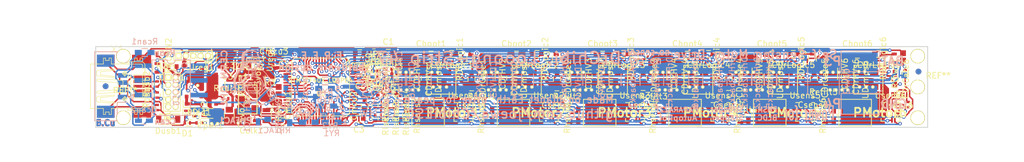
<source format=kicad_pcb>
(kicad_pcb (version 20170123) (host pcbnew no-vcs-found-996cba7~58~ubuntu16.04.1)
  (title_block (title "DrChibi, Looong-Strip 47") (date 2017-03-22) (rev 1.0) (comment 1 "6-Bridge Universal Power Stage") (comment 4 "CC-BY-SA 4.0"))
  (layers (0 F.Cu signal) (1 In1.Cu mixed) (2 In2.Cu mixed) (31 B.Cu signal) (34 B.Paste user) (35 F.Paste user) (36 B.SilkS user) (37 F.SilkS user) (38 B.Mask user) (39 F.Mask user) (44 Edge.Cuts user))
  (net 0 "")
  (net 1 "Net-(C3vi1-Pad1)")
  (net 2 GND)
  (net 3 "Net-(C3vn1-Pad1)")
  (net 4 +3V3)
  (net 5 +5V)
  (net 6 NRST)
  (net 7 "Net-(Cboot1-Pad1)")
  (net 8 "Net-(Cboot1-Pad2)")
  (net 9 +24V)
  (net 10 "Net-(CDrLogic1-Pad1)")
  (net 11 "Net-(D1-Pad1)")
  (net 12 SWDIO)
  (net 13 "/CAN bus transceiver/CANL")
  (net 14 "/CAN bus transceiver/CANH")
  (net 15 /MCU/USART6_RX)
  (net 16 /MCU/USART6_TX)
  (net 17 /MCU/USB_DM)
  (net 18 /MCU/USB_DP)
  (net 19 "/CAN bus transceiver/CAN_RX")
  (net 20 "/CAN bus transceiver/CAN_TX")
  (net 21 /MCU/LED2)
  (net 22 /MCU/LED1)
  (net 23 "Net-(UDrmos1-Pad16)")
  (net 24 "Net-(PMotor1-Pad1)")
  (net 25 "Net-(Cboot2-Pad1)")
  (net 26 "Net-(Cboot2-Pad2)")
  (net 27 "Net-(Cboot3-Pad1)")
  (net 28 "Net-(Cboot3-Pad2)")
  (net 29 "/Half Bridge A/SENSC")
  (net 30 "/Half Bridge B/SENSC")
  (net 31 "/Half Bridge C/SENSC")
  (net 32 "Net-(CDrLogic2-Pad1)")
  (net 33 "Net-(CDrLogic3-Pad1)")
  (net 34 "Net-(PMotor2-Pad1)")
  (net 35 "Net-(PMotor3-Pad1)")
  (net 36 "/Half Bridge A/FAULTC")
  (net 37 "/Half Bridge A/ZCD_EN")
  (net 38 "/Half Bridge C/DSBL")
  (net 39 "/Half Bridge B/DSBL")
  (net 40 "/Half Bridge A/DSBL")
  (net 41 "/Half Bridge A/THWn")
  (net 42 "/Half Bridge C/PWM")
  (net 43 "/Half Bridge B/PWM")
  (net 44 "/Half Bridge A/PWM")
  (net 45 "Net-(UDrmos2-Pad16)")
  (net 46 "Net-(UDrmos3-Pad16)")
  (net 47 "/Virtual Y/SENS1")
  (net 48 "/Virtual Y/SENS2")
  (net 49 "/Virtual Y/SENS3")
  (net 50 /MCU/SENSVY1)
  (net 51 "Net-(Cboot4-Pad1)")
  (net 52 "Net-(Cboot4-Pad2)")
  (net 53 "/Half Bridge D/SENSC")
  (net 54 "Net-(CDrLogic4-Pad1)")
  (net 55 "Net-(PMotor4-Pad1)")
  (net 56 "/Half Bridge D/DSBL")
  (net 57 "/Half Bridge D/PWM")
  (net 58 "Net-(UDrmos4-Pad16)")
  (net 59 "Net-(Cclk1-Pad1)")
  (net 60 "Net-(Cclk2-Pad1)")
  (net 61 "Net-(Rusb2-Pad2)")
  (net 62 "Net-(Rusb3-Pad2)")
  (net 63 /MCU/SENSVY2)
  (net 64 "Net-(C1-Pad1)")
  (net 65 "Net-(C2-Pad1)")
  (net 66 "Net-(C3-Pad2)")
  (net 67 "Net-(Cboot5-Pad1)")
  (net 68 "Net-(Cboot5-Pad2)")
  (net 69 "Net-(Cboot6-Pad1)")
  (net 70 "Net-(Cboot6-Pad2)")
  (net 71 "/Half Bridge E/SENSC")
  (net 72 "/Half Bridge F/SENSC")
  (net 73 "Net-(CDrLogic5-Pad1)")
  (net 74 "Net-(CDrLogic6-Pad1)")
  (net 75 "Net-(D2-Pad1)")
  (net 76 "Net-(PMotor5-Pad1)")
  (net 77 "Net-(PMotor6-Pad1)")
  (net 78 "/Half Bridge E/DSBL")
  (net 79 "/Half Bridge F/DSBL")
  (net 80 "/Half Bridge F/PWM")
  (net 81 "/Half Bridge E/PWM")
  (net 82 "Net-(UDrmos5-Pad16)")
  (net 83 "Net-(UDrmos6-Pad16)")
  (net 84 "/Virtual Y/SENS4")
  (net 85 "/Virtual Y/SENS5")
  (net 86 "/Virtual Y/SENS6")
  (net 87 /MCU/USART6_CK)
  (net 88 /MCU/PWM_IN1)
  (net 89 SWCLK)
  (net 90 /MCU/SPI3_SCK)
  (net 91 /MCU/SPI3_MISO)
  (net 92 /MCU/SPI3_MOSI)
  (net 93 TRACESWO)
  (net 94 /MCU/I2C_SCL)
  (net 95 /MCU/I2C_SDA)
  (net 96 "/CAN bus transceiver/GND2")
  (net 97 "/CAN bus transceiver/VCC2")
  (net 98 "Net-(P1-Pad3)")
  (net 99 "Net-(P1-Pad5)")
  (net 100 "Net-(Dusb1-Pad2)")
  (net 101 "Net-(Radj1-Pad2)")
  (net 102 "Net-(CHFAC1-Pad1)")
  (net 103 "Net-(CHFAC1-Pad2)")
  (net 104 "Net-(PBOOT0P1-Pad1)")
  (net 105 "Net-(JP2-Pad1)")
  (net 106 "Net-(JP10-Pad2)")
  (net 107 "Net-(JP1-Pad1)")
  (net 108 "Net-(JP3-Pad1)")
  (net 109 "Net-(JP12-Pad1)")
  (net 110 "Net-(JP5-Pad1)")
  (net 111 "Net-(JP4-Pad1)")
  (module Pads:VIA-0.6mm (layer F.Cu) (at 52.083 99.746)
    (fp_text reference REF**11 hide)
    (fp_text value VIA-0.6mm hide)
    (pad 1 thru_hole circle (at 0 0) (size 0.6 0.6) (drill 0.3) (layers *.Cu *.Mask F.SilkS) (net 5 +5V))
  )
  (module Pads:VIA-0.6mm (layer F.Cu) (at 54.496 106.35)
    (fp_text reference REF**11 hide)
    (fp_text value VIA-0.6mm hide)
    (pad 1 thru_hole circle (at 0 0) (size 0.6 0.6) (drill 0.3) (layers *.Cu *.Mask F.SilkS) (net 2 GND))
  )
  (module Pads:VIA-0.6mm (layer F.Cu) (at 56.401 106.223)
    (fp_text reference REF**11 hide)
    (fp_text value VIA-0.6mm hide)
    (pad 1 thru_hole circle (at 0 0) (size 0.6 0.6) (drill 0.3) (layers *.Cu *.Mask F.SilkS) (net 2 GND))
  )
  (module CRF1:PDSO-G8 (layer B.Cu) (at 47.511 100.127 270)
    (fp_text reference U2 hide)
    (fp_text value ISO1050 (at 0 -0.9 270) (layer B.SilkS) (effects (justify mirror)))
    (pad 8 smd rect (at -3.81 4.8 270) (size 0.8 3) (layers B.Cu B.Paste B.Mask) (net 97 "/CAN bus transceiver/VCC2"))
    (pad 7 smd rect (at -1.27 4.8 270) (size 0.8 3) (layers B.Cu B.Paste B.Mask) (net 14 "/CAN bus transceiver/CANH"))
    (pad 6 smd rect (at 1.27 4.8 270) (size 0.8 3) (layers B.Cu B.Paste B.Mask) (net 13 "/CAN bus transceiver/CANL"))
    (pad 5 smd rect (at 3.81 4.8 270) (size 0.8 3) (layers B.Cu B.Paste B.Mask) (net 96 "/CAN bus transceiver/GND2"))
    (pad 4 smd rect (at 3.81 -4.8 270) (size 0.8 3) (layers B.Cu B.Paste B.Mask) (net 2 GND))
    (pad 3 smd rect (at 1.27 -4.8 270) (size 0.8 3) (layers B.Cu B.Paste B.Mask) (net 20 "/CAN bus transceiver/CAN_TX"))
    (pad 2 smd rect (at -1.27 -4.8 270) (size 0.8 3) (layers B.Cu B.Paste B.Mask) (net 19 "/CAN bus transceiver/CAN_RX"))
    (pad 1 smd rect (at -3.81 -4.8 270) (size 0.8 3) (layers B.Cu B.Paste B.Mask) (net 4 +3V3))
  )
  (module Capacitors_SMD:C_0805 (layer F.Cu) (at 57.544 104.937 270)
    (fp_text reference C5vo2 (at 0 -2.1 270) (layer F.SilkS))
    (fp_text value 100u hide)
    (pad 2 smd rect (at 1 0 270) (size 1 1.25) (layers F.Cu F.Paste F.Mask) (net 2 GND))
    (pad 1 smd rect (at -1 0 270) (size 1 1.25) (layers F.Cu F.Paste F.Mask) (net 5 +5V))
  )
  (module Pads:VIA-0.6mm (layer F.Cu) (at 176.289 94.666)
    (fp_text reference REF** hide)
    (fp_text value VIA-0.6mm hide)
    (pad 1 thru_hole circle (at 0 0) (size 2.5 2.5) (drill 2.2) (layers *.Cu *.Mask F.SilkS))
  )
  (module Pads:VIA-0.6mm (layer F.Cu) (at 176.289 100)
    (fp_text reference REF** hide)
    (fp_text value VIA-0.6mm hide)
    (pad 1 thru_hole circle (at 0 0) (size 2.5 2.5) (drill 2.2) (layers *.Cu *.Mask F.SilkS))
  )
  (module Pads:VIA-0.6mm (layer F.Cu) (at 176.289 105.334)
    (fp_text reference REF** hide)
    (fp_text value VIA-0.6mm hide)
    (pad 1 thru_hole circle (at 0 0) (size 2.5 2.5) (drill 2.2) (layers *.Cu *.Mask F.SilkS))
  )
  (module Pads:VIA-0.6mm (layer F.Cu) (at 39.256 105.334)
    (fp_text reference REF** hide)
    (fp_text value VIA-0.6mm hide)
    (pad 1 thru_hole circle (at 0 0) (size 2.5 2.5) (drill 2.2) (layers *.Cu *.Mask F.SilkS))
  )
  (module Pads:VIA-0.6mm (layer F.Cu) (at 89.167 100.508)
    (fp_text reference REF**11 hide)
    (fp_text value VIA-0.6mm hide)
    (pad 1 thru_hole circle (at 0 0) (size 0.6 0.6) (drill 0.3) (layers *.Cu *.Mask F.SilkS) (net 2 GND))
  )
  (module Pads:VIA-0.6mm (layer F.Cu) (at 64.91 103.937)
    (fp_text reference REF**11 hide)
    (fp_text value VIA-0.6mm hide)
    (pad 1 thru_hole circle (at 0 0) (size 0.6 0.6) (drill 0.3) (layers *.Cu *.Mask F.SilkS) (net 4 +3V3))
  )
  (module Pads:VIA-0.6mm (layer F.Cu) (at 167.145 97.333)
    (fp_text reference REF**221 hide)
    (fp_text value VIA-0.6mm hide)
    (pad 1 thru_hole circle (at 0 0) (size 0.6 0.6) (drill 0.3) (layers *.Cu *.Mask F.SilkS) (net 9 +24V))
  )
  (module Pads:VIA-0.6mm (layer F.Cu) (at 166.129 97.333)
    (fp_text reference REF**221 hide)
    (fp_text value VIA-0.6mm hide)
    (pad 1 thru_hole circle (at 0 0) (size 0.6 0.6) (drill 0.3) (layers *.Cu *.Mask F.SilkS) (net 9 +24V))
  )
  (module Pads:VIA-0.6mm (layer F.Cu) (at 168.542 100)
    (fp_text reference REF**241 hide)
    (fp_text value VIA-0.6mm hide)
    (pad 1 thru_hole circle (at 0 0) (size 0.6 0.6) (drill 0.3) (layers *.Cu *.Mask F.SilkS) (net 2 GND))
  )
  (module Pads:VIA-0.6mm (layer F.Cu) (at 167.399 100)
    (fp_text reference REF**241 hide)
    (fp_text value VIA-0.6mm hide)
    (pad 1 thru_hole circle (at 0 0) (size 0.6 0.6) (drill 0.3) (layers *.Cu *.Mask F.SilkS) (net 2 GND))
  )
  (module Pads:VIA-0.6mm (layer F.Cu) (at 166.256 100)
    (fp_text reference REF**241 hide)
    (fp_text value VIA-0.6mm hide)
    (pad 1 thru_hole circle (at 0 0) (size 0.6 0.6) (drill 0.3) (layers *.Cu *.Mask F.SilkS) (net 2 GND))
  )
  (module Pads:VIA-0.6mm (layer F.Cu) (at 153.81 100)
    (fp_text reference REF**241 hide)
    (fp_text value VIA-0.6mm hide)
    (pad 1 thru_hole circle (at 0 0) (size 0.6 0.6) (drill 0.3) (layers *.Cu *.Mask F.SilkS) (net 2 GND))
  )
  (module Pads:VIA-0.6mm (layer F.Cu) (at 152.667 100)
    (fp_text reference REF**241 hide)
    (fp_text value VIA-0.6mm hide)
    (pad 1 thru_hole circle (at 0 0) (size 0.6 0.6) (drill 0.3) (layers *.Cu *.Mask F.SilkS) (net 2 GND))
  )
  (module Pads:VIA-0.6mm (layer F.Cu) (at 151.524 100)
    (fp_text reference REF**241 hide)
    (fp_text value VIA-0.6mm hide)
    (pad 1 thru_hole circle (at 0 0) (size 0.6 0.6) (drill 0.3) (layers *.Cu *.Mask F.SilkS) (net 2 GND))
  )
  (module Pads:VIA-0.6mm (layer F.Cu) (at 139.205 100)
    (fp_text reference REF**241 hide)
    (fp_text value VIA-0.6mm hide)
    (pad 1 thru_hole circle (at 0 0) (size 0.6 0.6) (drill 0.3) (layers *.Cu *.Mask F.SilkS) (net 2 GND))
  )
  (module Pads:VIA-0.6mm (layer F.Cu) (at 138.062 100)
    (fp_text reference REF**241 hide)
    (fp_text value VIA-0.6mm hide)
    (pad 1 thru_hole circle (at 0 0) (size 0.6 0.6) (drill 0.3) (layers *.Cu *.Mask F.SilkS) (net 2 GND))
  )
  (module Pads:VIA-0.6mm (layer F.Cu) (at 136.919 100)
    (fp_text reference REF**241 hide)
    (fp_text value VIA-0.6mm hide)
    (pad 1 thru_hole circle (at 0 0) (size 0.6 0.6) (drill 0.3) (layers *.Cu *.Mask F.SilkS) (net 2 GND))
  )
  (module Pads:VIA-0.6mm (layer F.Cu) (at 124.473 100)
    (fp_text reference REF**241 hide)
    (fp_text value VIA-0.6mm hide)
    (pad 1 thru_hole circle (at 0 0) (size 0.6 0.6) (drill 0.3) (layers *.Cu *.Mask F.SilkS) (net 2 GND))
  )
  (module Pads:VIA-0.6mm (layer F.Cu) (at 123.33 100)
    (fp_text reference REF**241 hide)
    (fp_text value VIA-0.6mm hide)
    (pad 1 thru_hole circle (at 0 0) (size 0.6 0.6) (drill 0.3) (layers *.Cu *.Mask F.SilkS) (net 2 GND))
  )
  (module Pads:VIA-0.6mm (layer F.Cu) (at 122.187 100)
    (fp_text reference REF**241 hide)
    (fp_text value VIA-0.6mm hide)
    (pad 1 thru_hole circle (at 0 0) (size 0.6 0.6) (drill 0.3) (layers *.Cu *.Mask F.SilkS) (net 2 GND))
  )
  (module Pads:VIA-0.6mm (layer F.Cu) (at 152.413 97.46)
    (fp_text reference REF**11111 hide)
    (fp_text value VIA-0.6mm hide)
    (pad 1 thru_hole circle (at 0 0) (size 0.6 0.6) (drill 0.3) (layers *.Cu *.Mask F.SilkS) (net 9 +24V))
  )
  (module Pads:VIA-0.6mm (layer F.Cu) (at 151.397 97.46)
    (fp_text reference REF**11111 hide)
    (fp_text value VIA-0.6mm hide)
    (pad 1 thru_hole circle (at 0 0) (size 0.6 0.6) (drill 0.3) (layers *.Cu *.Mask F.SilkS) (net 9 +24V))
  )
  (module Pads:VIA-0.6mm (layer F.Cu) (at 137.808 97.46)
    (fp_text reference REF**11111 hide)
    (fp_text value VIA-0.6mm hide)
    (pad 1 thru_hole circle (at 0 0) (size 0.6 0.6) (drill 0.3) (layers *.Cu *.Mask F.SilkS) (net 9 +24V))
  )
  (module Pads:VIA-0.6mm (layer F.Cu) (at 136.792 97.46)
    (fp_text reference REF**11111 hide)
    (fp_text value VIA-0.6mm hide)
    (pad 1 thru_hole circle (at 0 0) (size 0.6 0.6) (drill 0.3) (layers *.Cu *.Mask F.SilkS) (net 9 +24V))
  )
  (module Pads:VIA-0.6mm (layer F.Cu) (at 123.076 97.46)
    (fp_text reference REF**11111 hide)
    (fp_text value VIA-0.6mm hide)
    (pad 1 thru_hole circle (at 0 0) (size 0.6 0.6) (drill 0.3) (layers *.Cu *.Mask F.SilkS) (net 9 +24V))
  )
  (module Pads:VIA-0.6mm (layer F.Cu) (at 122.06 97.46)
    (fp_text reference REF**11111 hide)
    (fp_text value VIA-0.6mm hide)
    (pad 1 thru_hole circle (at 0 0) (size 0.6 0.6) (drill 0.3) (layers *.Cu *.Mask F.SilkS) (net 9 +24V))
  )
  (module Pads:VIA-0.6mm (layer F.Cu) (at 108.217 97.46)
    (fp_text reference REF**11111 hide)
    (fp_text value VIA-0.6mm hide)
    (pad 1 thru_hole circle (at 0 0) (size 0.6 0.6) (drill 0.3) (layers *.Cu *.Mask F.SilkS) (net 9 +24V))
  )
  (module Pads:VIA-0.6mm (layer F.Cu) (at 107.201 97.46)
    (fp_text reference REF**11111 hide)
    (fp_text value VIA-0.6mm hide)
    (pad 1 thru_hole circle (at 0 0) (size 0.6 0.6) (drill 0.3) (layers *.Cu *.Mask F.SilkS) (net 9 +24V))
  )
  (module Pads:VIA-0.6mm (layer F.Cu) (at 108.598 100)
    (fp_text reference REF**11 hide)
    (fp_text value VIA-0.6mm hide)
    (pad 1 thru_hole circle (at 0 0) (size 0.6 0.6) (drill 0.3) (layers *.Cu *.Mask F.SilkS) (net 2 GND))
  )
  (module Pads:VIA-0.6mm (layer F.Cu) (at 107.455 100)
    (fp_text reference REF**11 hide)
    (fp_text value VIA-0.6mm hide)
    (pad 1 thru_hole circle (at 0 0) (size 0.6 0.6) (drill 0.3) (layers *.Cu *.Mask F.SilkS) (net 2 GND))
  )
  (module Pads:VIA-0.6mm (layer F.Cu) (at 95.009 100)
    (fp_text reference REF**11 hide)
    (fp_text value VIA-0.6mm hide)
    (pad 1 thru_hole circle (at 0 0) (size 0.6 0.6) (drill 0.3) (layers *.Cu *.Mask F.SilkS) (net 2 GND))
  )
  (module Pads:VIA-0.6mm (layer F.Cu) (at 93.866 100)
    (fp_text reference REF**11 hide)
    (fp_text value VIA-0.6mm hide)
    (pad 1 thru_hole circle (at 0 0) (size 0.6 0.6) (drill 0.3) (layers *.Cu *.Mask F.SilkS) (net 2 GND))
  )
  (module Pads:VIA-0.6mm (layer F.Cu) (at 92.723 100)
    (fp_text reference REF**11 hide)
    (fp_text value VIA-0.6mm hide)
    (pad 1 thru_hole circle (at 0 0) (size 0.6 0.6) (drill 0.3) (layers *.Cu *.Mask F.SilkS) (net 2 GND))
  )
  (module Pads:VIA-0.6mm (layer F.Cu) (at 92.469 97.46)
    (fp_text reference REF** hide)
    (fp_text value VIA-0.6mm hide)
    (pad 1 thru_hole circle (at 0 0) (size 0.6 0.6) (drill 0.3) (layers *.Cu *.Mask F.SilkS) (net 9 +24V))
  )
  (module CRF1:mini_USB_gnd (layer F.Cu) (at 39.51 99.873)
    (fp_text reference X1 (at -1.27 -6.35) (layer F.SilkS) (effects (font (size 1.27 1.27) (thickness 0.0889))))
    (fp_text value MINI-USB-SHIELD-32005-201 hide)
    (pad 5 smd rect (at 2.89814 4.44754) (size 3.29946 1.99898) (layers F.Cu F.Paste F.Mask) (net 2 GND))
    (pad 5 smd rect (at 2.89814 -4.44754) (size 3.29946 1.99898) (layers F.Cu F.Paste F.Mask) (net 2 GND))
    (pad 5 smd rect (at -2.99974 -4.44754) (size 2.49936 1.99898) (layers F.Cu F.Paste F.Mask) (net 2 GND))
    (pad 5 smd rect (at -2.99974 4.44754) (size 2.49936 1.99898) (layers F.Cu F.Paste F.Mask) (net 2 GND))
    (pad 5 smd rect (at 2.99974 1.59766) (size 3.0988 0.49784) (layers F.Cu F.Paste F.Mask) (net 2 GND))
    (pad 4 smd rect (at 2.99974 0.79756) (size 3.0988 0.49784) (layers F.Cu F.Paste F.Mask))
    (pad 3 smd rect (at 2.99974 0) (size 3.0988 0.49784) (layers F.Cu F.Paste F.Mask) (net 62 "Net-(Rusb3-Pad2)"))
    (pad 2 smd rect (at 2.99974 -0.79756) (size 3.0988 0.49784) (layers F.Cu F.Paste F.Mask) (net 61 "Net-(Rusb2-Pad2)"))
    (pad 1 smd rect (at 2.99974 -1.59766) (size 3.0988 0.49784) (layers F.Cu F.Paste F.Mask) (net 100 "Net-(Dusb1-Pad2)"))
  )
  (module Capacitors_SMD:C_0603 (layer F.Cu) (at 53.607 96.444)
    (fp_text reference C5vo1 (at 0 -1.9) (layer F.SilkS))
    (fp_text value 2.2u hide)
    (pad 2 smd rect (at 0.75 0) (size 0.8 0.75) (layers F.Cu F.Paste F.Mask) (net 2 GND))
    (pad 1 smd rect (at -0.75 0) (size 0.8 0.75) (layers F.Cu F.Paste F.Mask) (net 5 +5V))
  )
  (module CRF1:lqfp64_pad_mod (layer F.Cu) (at 73.292 100)
    (fp_text reference U1 (at 0 1.143) (layer F.SilkS) (effects (font (size 0.7493 0.7493) (thickness 0.14986))))
    (fp_text value STM32F40X_LQFP64 (at 0 -1.143) (layer F.SilkS) (effects (font (size 0.7493 0.7493) (thickness 0.14986))))
    (pad 64 smd rect (at -5.75056 3.74904) (size 1.30048 0.3) (layers F.Cu F.Paste F.Mask) (net 4 +3V3))
    (pad 63 smd rect (at -5.75056 3.2512) (size 1.30048 0.3) (layers F.Cu F.Paste F.Mask) (net 2 GND))
    (pad 62 smd rect (at -5.75056 2.75082) (size 1.30048 0.3) (layers F.Cu F.Paste F.Mask) (net 20 "/CAN bus transceiver/CAN_TX"))
    (pad 61 smd rect (at -5.75056 2.25044) (size 1.30048 0.3) (layers F.Cu F.Paste F.Mask) (net 19 "/CAN bus transceiver/CAN_RX"))
    (pad 60 smd rect (at -5.75056 1.75006) (size 1.30048 0.3) (layers F.Cu F.Paste F.Mask) (net 104 "Net-(PBOOT0P1-Pad1)"))
    (pad 48 smd rect (at -3.74904 -5.75056) (size 0.3 1.30048) (layers F.Cu F.Paste F.Mask) (net 4 +3V3))
    (pad 47 smd rect (at -3.2512 -5.75056) (size 0.3 1.30048) (layers F.Cu F.Paste F.Mask) (net 65 "Net-(C2-Pad1)"))
    (pad 46 smd rect (at -2.75082 -5.75056) (size 0.3 1.30048) (layers F.Cu F.Paste F.Mask) (net 12 SWDIO))
    (pad 45 smd rect (at -2.25044 -5.75056) (size 0.3 1.30048) (layers F.Cu F.Paste F.Mask) (net 18 /MCU/USB_DP))
    (pad 44 smd rect (at -1.75006 -5.75056) (size 0.3 1.30048) (layers F.Cu F.Paste F.Mask) (net 17 /MCU/USB_DM))
    (pad 32 smd rect (at 5.75056 -3.74904) (size 1.30048 0.3) (layers F.Cu F.Paste F.Mask) (net 4 +3V3))
    (pad 31 smd rect (at 5.75056 -3.2512) (size 1.30048 0.3) (layers F.Cu F.Paste F.Mask) (net 106 "Net-(JP10-Pad2)"))
    (pad 30 smd rect (at 5.75056 -2.75082) (size 1.30048 0.3) (layers F.Cu F.Paste F.Mask) (net 111 "Net-(JP4-Pad1)"))
    (pad 29 smd rect (at 5.75056 -2.25044) (size 1.30048 0.3) (layers F.Cu F.Paste F.Mask) (net 109 "Net-(JP12-Pad1)"))
    (pad 28 smd rect (at 5.75056 -1.75006) (size 1.30048 0.3) (layers F.Cu F.Paste F.Mask) (net 110 "Net-(JP5-Pad1)"))
    (pad 16 smd rect (at 3.74904 5.75056) (size 0.3 1.30048) (layers F.Cu F.Paste F.Mask) (net 47 "/Virtual Y/SENS1"))
    (pad 15 smd rect (at 3.2512 5.75056) (size 0.3 1.30048) (layers F.Cu F.Paste F.Mask) (net 80 "/Half Bridge F/PWM"))
    (pad 14 smd rect (at 2.75082 5.75056) (size 0.3 1.30048) (layers F.Cu F.Paste F.Mask) (net 49 "/Virtual Y/SENS3"))
    (pad 13 smd rect (at 2.25044 5.75056) (size 0.3 1.30048) (layers F.Cu F.Paste F.Mask) (net 66 "Net-(C3-Pad2)"))
    (pad 12 smd rect (at 1.75006 5.75056) (size 0.3 1.30048) (layers F.Cu F.Paste F.Mask) (net 2 GND))
    (pad 59 smd rect (at -5.75056 1.24968) (size 1.30048 0.3) (layers F.Cu F.Paste F.Mask) (net 95 /MCU/I2C_SDA))
    (pad 58 smd rect (at -5.75056 0.7493) (size 1.30048 0.3) (layers F.Cu F.Paste F.Mask) (net 94 /MCU/I2C_SCL))
    (pad 57 smd rect (at -5.75056 0.24892) (size 1.30048 0.3) (layers F.Cu F.Paste F.Mask) (net 79 "/Half Bridge F/DSBL"))
    (pad 43 smd rect (at -1.24968 -5.75056) (size 0.3 1.30048) (layers F.Cu F.Paste F.Mask) (net 44 "/Half Bridge A/PWM"))
    (pad 42 smd rect (at -0.7493 -5.75056) (size 0.3 1.30048) (layers F.Cu F.Paste F.Mask) (net 43 "/Half Bridge B/PWM"))
    (pad 41 smd rect (at -0.24892 -5.75056) (size 0.3 1.30048) (layers F.Cu F.Paste F.Mask) (net 42 "/Half Bridge C/PWM"))
    (pad 27 smd rect (at 5.75056 -1.24968) (size 1.30048 0.3) (layers F.Cu F.Paste F.Mask) (net 105 "Net-(JP2-Pad1)"))
    (pad 26 smd rect (at 5.75056 -0.7493) (size 1.30048 0.3) (layers F.Cu F.Paste F.Mask) (net 107 "Net-(JP1-Pad1)"))
    (pad 25 smd rect (at 5.75056 -0.24892) (size 1.30048 0.3) (layers F.Cu F.Paste F.Mask) (net 108 "Net-(JP3-Pad1)"))
    (pad 11 smd rect (at 1.24968 5.75056) (size 0.3 1.30048) (layers F.Cu F.Paste F.Mask) (net 48 "/Virtual Y/SENS2"))
    (pad 10 smd rect (at 0.7493 5.75056) (size 0.3 1.30048) (layers F.Cu F.Paste F.Mask) (net 31 "/Half Bridge C/SENSC"))
    (pad 9 smd rect (at 0.24892 5.75056) (size 0.3 1.30048) (layers F.Cu F.Paste F.Mask) (net 50 /MCU/SENSVY1))
    (pad 56 smd rect (at -5.75056 -0.24892) (size 1.30048 0.3) (layers F.Cu F.Paste F.Mask) (net 78 "/Half Bridge E/DSBL"))
    (pad 55 smd rect (at -5.75056 -0.7493) (size 1.30048 0.3) (layers F.Cu F.Paste F.Mask) (net 93 TRACESWO))
    (pad 54 smd rect (at -5.75056 -1.24968) (size 1.30048 0.3) (layers F.Cu F.Paste F.Mask) (net 56 "/Half Bridge D/DSBL"))
    (pad 53 smd rect (at -5.75056 -1.75006) (size 1.30048 0.3) (layers F.Cu F.Paste F.Mask) (net 92 /MCU/SPI3_MOSI))
    (pad 52 smd rect (at -5.75056 -2.25044) (size 1.30048 0.3) (layers F.Cu F.Paste F.Mask) (net 91 /MCU/SPI3_MISO))
    (pad 51 smd rect (at -5.75056 -2.75082) (size 1.30048 0.3) (layers F.Cu F.Paste F.Mask) (net 90 /MCU/SPI3_SCK))
    (pad 50 smd rect (at -5.75056 -3.2512) (size 1.30048 0.3) (layers F.Cu F.Paste F.Mask) (net 37 "/Half Bridge A/ZCD_EN"))
    (pad 49 smd rect (at -5.75056 -3.74904) (size 1.30048 0.3) (layers F.Cu F.Paste F.Mask) (net 89 SWCLK))
    (pad 40 smd rect (at 0.24892 -5.75056) (size 0.3 1.30048) (layers F.Cu F.Paste F.Mask) (net 88 /MCU/PWM_IN1))
    (pad 39 smd rect (at 0.7493 -5.75056) (size 0.3 1.30048) (layers F.Cu F.Paste F.Mask) (net 87 /MCU/USART6_CK))
    (pad 38 smd rect (at 1.24968 -5.75056) (size 0.3 1.30048) (layers F.Cu F.Paste F.Mask) (net 15 /MCU/USART6_RX))
    (pad 37 smd rect (at 1.75006 -5.75056) (size 0.3 1.30048) (layers F.Cu F.Paste F.Mask) (net 16 /MCU/USART6_TX))
    (pad 36 smd rect (at 2.25044 -5.75056) (size 0.3 1.30048) (layers F.Cu F.Paste F.Mask) (net 40 "/Half Bridge A/DSBL"))
    (pad 35 smd rect (at 2.75082 -5.75056) (size 0.3 1.30048) (layers F.Cu F.Paste F.Mask) (net 39 "/Half Bridge B/DSBL"))
    (pad 34 smd rect (at 3.2512 -5.75056) (size 0.3 1.30048) (layers F.Cu F.Paste F.Mask) (net 38 "/Half Bridge C/DSBL"))
    (pad 33 smd rect (at 3.74904 -5.75056) (size 0.3 1.30048) (layers F.Cu F.Paste F.Mask) (net 41 "/Half Bridge A/THWn"))
    (pad 24 smd rect (at 5.75056 0.24892) (size 1.30048 0.3) (layers F.Cu F.Paste F.Mask) (net 53 "/Half Bridge D/SENSC"))
    (pad 23 smd rect (at 5.75056 0.7493) (size 1.30048 0.3) (layers F.Cu F.Paste F.Mask) (net 71 "/Half Bridge E/SENSC"))
    (pad 22 smd rect (at 5.75056 1.24968) (size 1.30048 0.3) (layers F.Cu F.Paste F.Mask) (net 72 "/Half Bridge F/SENSC"))
    (pad 21 smd rect (at 5.75056 1.75006) (size 1.30048 0.3) (layers F.Cu F.Paste F.Mask) (net 86 "/Virtual Y/SENS6"))
    (pad 20 smd rect (at 5.75056 2.25044) (size 1.30048 0.3) (layers F.Cu F.Paste F.Mask) (net 85 "/Virtual Y/SENS5"))
    (pad 19 smd rect (at 5.75056 2.75082) (size 1.30048 0.3) (layers F.Cu F.Paste F.Mask) (net 4 +3V3))
    (pad 18 smd rect (at 5.75056 3.2512) (size 1.30048 0.3) (layers F.Cu F.Paste F.Mask) (net 2 GND))
    (pad 17 smd rect (at 5.75056 3.74904) (size 1.30048 0.3) (layers F.Cu F.Paste F.Mask) (net 84 "/Virtual Y/SENS4"))
    (pad 3 smd rect (at -2.75082 5.75056) (size 0.3 1.30048) (layers F.Cu F.Paste F.Mask) (net 21 /MCU/LED2))
    (pad 2 smd rect (at -3.2512 5.75056) (size 0.3 1.30048) (layers F.Cu F.Paste F.Mask) (net 22 /MCU/LED1))
    (pad 1 smd rect (at -3.74904 5.75056) (size 0.3 1.30048) (layers F.Cu F.Paste F.Mask) (net 4 +3V3))
    (pad 8 smd rect (at -0.24892 5.75056) (size 0.3 1.30048) (layers F.Cu F.Paste F.Mask) (net 63 /MCU/SENSVY2))
    (pad 7 smd rect (at -0.7493 5.75056) (size 0.3 1.30048) (layers F.Cu F.Paste F.Mask) (net 6 NRST))
    (pad 6 smd rect (at -1.24968 5.75056) (size 0.3 1.30048) (layers F.Cu F.Paste F.Mask) (net 60 "Net-(Cclk2-Pad1)"))
    (pad 5 smd rect (at -1.75006 5.75056) (size 0.3 1.30048) (layers F.Cu F.Paste F.Mask) (net 59 "Net-(Cclk1-Pad1)"))
    (pad 4 smd rect (at -2.25044 5.75056) (size 0.3 1.30048) (layers F.Cu F.Paste F.Mask) (net 36 "/Half Bridge A/FAULTC"))
  )
  (module Pads:VIA-0.6mm (layer F.Cu) (at 102.248 100.508)
    (fp_text reference REF**11 hide)
    (fp_text value VIA-0.6mm hide)
    (pad 1 thru_hole circle (at 0 0) (size 0.6 0.6) (drill 0.3) (layers *.Cu *.Mask F.SilkS) (net 2 GND))
  )
  (module Pads:VIA-0.6mm (layer F.Cu) (at 59.068 106.223)
    (fp_text reference REF**11 hide)
    (fp_text value VIA-0.6mm hide)
    (pad 1 thru_hole circle (at 0 0) (size 0.6 0.6) (drill 0.3) (layers *.Cu *.Mask F.SilkS) (net 2 GND))
  )
  (module Pads:VIA-0.6mm (layer F.Cu) (at 55.512 106.35)
    (fp_text reference REF**11 hide)
    (fp_text value VIA-0.6mm hide)
    (pad 1 thru_hole circle (at 0 0) (size 0.6 0.6) (drill 0.3) (layers *.Cu *.Mask F.SilkS) (net 2 GND))
  )
  (module Resistors_SMD:R_0402 (layer F.Cu) (at 160.033 102.667)
    (fp_text reference Rcfilt5 (at 0 -1.8) (layer F.SilkS))
    (fp_text value 20k)
    (pad 2 smd rect (at 0.45 0) (size 0.4 0.6) (layers F.Cu F.Paste F.Mask) (net 2 GND))
    (pad 1 smd rect (at -0.45 0) (size 0.4 0.6) (layers F.Cu F.Paste F.Mask) (net 71 "/Half Bridge E/SENSC"))
  )
  (module Pads:VIA-0.6mm (layer F.Cu) (at 164.224 100.508)
    (fp_text reference REF**2581 hide)
    (fp_text value VIA-0.6mm hide)
    (pad 1 thru_hole circle (at 0 0) (size 0.6 0.6) (drill 0.3) (layers *.Cu *.Mask F.SilkS) (net 2 GND))
  )
  (module Pads:VIA-0.6mm (layer F.Cu) (at 148.476 100.508)
    (fp_text reference REF**25111 hide)
    (fp_text value VIA-0.6mm hide)
    (pad 1 thru_hole circle (at 0 0) (size 0.6 0.6) (drill 0.3) (layers *.Cu *.Mask F.SilkS) (net 2 GND))
  )
  (module Pads:VIA-0.6mm (layer F.Cu) (at 149.492 100.508)
    (fp_text reference REF**2591 hide)
    (fp_text value VIA-0.6mm hide)
    (pad 1 thru_hole circle (at 0 0) (size 0.6 0.6) (drill 0.3) (layers *.Cu *.Mask F.SilkS) (net 2 GND))
  )
  (module Pads:VIA-0.6mm (layer F.Cu) (at 163.208 100.508)
    (fp_text reference REF**2581 hide)
    (fp_text value VIA-0.6mm hide)
    (pad 1 thru_hole circle (at 0 0) (size 0.6 0.6) (drill 0.3) (layers *.Cu *.Mask F.SilkS) (net 2 GND))
  )
  (module Pads:VIA-0.6mm (layer F.Cu) (at 162.192 100.508)
    (fp_text reference REF**2571 hide)
    (fp_text value VIA-0.6mm hide)
    (pad 1 thru_hole circle (at 0 0) (size 0.6 0.6) (drill 0.3) (layers *.Cu *.Mask F.SilkS) (net 2 GND))
  )
  (module Pads:VIA-0.6mm (layer F.Cu) (at 133.744 100.508)
    (fp_text reference REF**2561 hide)
    (fp_text value VIA-0.6mm hide)
    (pad 1 thru_hole circle (at 0 0) (size 0.6 0.6) (drill 0.3) (layers *.Cu *.Mask F.SilkS) (net 2 GND))
  )
  (module Pads:VIA-0.6mm (layer F.Cu) (at 131.712 100.508)
    (fp_text reference REF**2541 hide)
    (fp_text value VIA-0.6mm hide)
    (pad 1 thru_hole circle (at 0 0) (size 0.6 0.6) (drill 0.3) (layers *.Cu *.Mask F.SilkS) (net 2 GND))
  )
  (module Pads:VIA-0.6mm (layer F.Cu) (at 147.46 100.508)
    (fp_text reference REF**2531 hide)
    (fp_text value VIA-0.6mm hide)
    (pad 1 thru_hole circle (at 0 0) (size 0.6 0.6) (drill 0.3) (layers *.Cu *.Mask F.SilkS) (net 2 GND))
  )
  (module Pads:VIA-0.6mm (layer F.Cu) (at 132.728 100.508)
    (fp_text reference REF**2521 hide)
    (fp_text value VIA-0.6mm hide)
    (pad 1 thru_hole circle (at 0 0) (size 0.6 0.6) (drill 0.3) (layers *.Cu *.Mask F.SilkS) (net 2 GND))
  )
  (module Pads:VIA-0.6mm (layer F.Cu) (at 162.7 97.46)
    (fp_text reference REF**221 hide)
    (fp_text value VIA-0.6mm hide)
    (pad 1 thru_hole circle (at 0 0) (size 0.6 0.6) (drill 0.3) (layers *.Cu *.Mask F.SilkS) (net 9 +24V))
  )
  (module Pads:VIA-0.6mm (layer F.Cu) (at 145.936 97.46)
    (fp_text reference REF**2121 hide)
    (fp_text value VIA-0.6mm hide)
    (pad 1 thru_hole circle (at 0 0) (size 0.6 0.6) (drill 0.3) (layers *.Cu *.Mask F.SilkS) (net 9 +24V))
  )
  (module Pads:VIA-0.6mm (layer F.Cu) (at 144.92 97.46)
    (fp_text reference REF**2111 hide)
    (fp_text value VIA-0.6mm hide)
    (pad 1 thru_hole circle (at 0 0) (size 0.6 0.6) (drill 0.3) (layers *.Cu *.Mask F.SilkS) (net 9 +24V))
  )
  (module Pads:VIA-0.6mm (layer F.Cu) (at 146.952 97.46)
    (fp_text reference REF**2101 hide)
    (fp_text value VIA-0.6mm hide)
    (pad 1 thru_hole circle (at 0 0) (size 0.6 0.6) (drill 0.3) (layers *.Cu *.Mask F.SilkS) (net 9 +24V))
  )
  (module Pads:VIA-0.6mm (layer F.Cu) (at 133.363 97.46)
    (fp_text reference REF**291 hide)
    (fp_text value VIA-0.6mm hide)
    (pad 1 thru_hole circle (at 0 0) (size 0.6 0.6) (drill 0.3) (layers *.Cu *.Mask F.SilkS) (net 9 +24V))
  )
  (module Pads:VIA-0.6mm (layer F.Cu) (at 132.347 97.46)
    (fp_text reference REF**281 hide)
    (fp_text value VIA-0.6mm hide)
    (pad 1 thru_hole circle (at 0 0) (size 0.6 0.6) (drill 0.3) (layers *.Cu *.Mask F.SilkS) (net 9 +24V))
  )
  (module Pads:VIA-0.6mm (layer F.Cu) (at 131.331 97.46)
    (fp_text reference REF**271 hide)
    (fp_text value VIA-0.6mm hide)
    (pad 1 thru_hole circle (at 0 0) (size 0.6 0.6) (drill 0.3) (layers *.Cu *.Mask F.SilkS) (net 9 +24V))
  )
  (module Pads:VIA-0.6mm (layer F.Cu) (at 130.315 97.46)
    (fp_text reference REF**261 hide)
    (fp_text value VIA-0.6mm hide)
    (pad 1 thru_hole circle (at 0 0) (size 0.6 0.6) (drill 0.3) (layers *.Cu *.Mask F.SilkS) (net 9 +24V))
  )
  (module Pads:VIA-0.6mm (layer F.Cu) (at 147.968 97.46)
    (fp_text reference REF**251 hide)
    (fp_text value VIA-0.6mm hide)
    (pad 1 thru_hole circle (at 0 0) (size 0.6 0.6) (drill 0.3) (layers *.Cu *.Mask F.SilkS) (net 9 +24V))
  )
  (module Pads:VIA-0.6mm (layer F.Cu) (at 159.652 97.46)
    (fp_text reference REF**241 hide)
    (fp_text value VIA-0.6mm hide)
    (pad 1 thru_hole circle (at 0 0) (size 0.6 0.6) (drill 0.3) (layers *.Cu *.Mask F.SilkS) (net 9 +24V))
  )
  (module Pads:VIA-0.6mm (layer F.Cu) (at 160.668 97.46)
    (fp_text reference REF**231 hide)
    (fp_text value VIA-0.6mm hide)
    (pad 1 thru_hole circle (at 0 0) (size 0.6 0.6) (drill 0.3) (layers *.Cu *.Mask F.SilkS) (net 9 +24V))
  )
  (module Pads:VIA-0.6mm (layer F.Cu) (at 161.684 97.46)
    (fp_text reference REF**221 hide)
    (fp_text value VIA-0.6mm hide)
    (pad 1 thru_hole circle (at 0 0) (size 0.6 0.6) (drill 0.3) (layers *.Cu *.Mask F.SilkS) (net 9 +24V))
  )
  (module Pads:VIA-0.6mm (layer F.Cu) (at 161.176 100.508)
    (fp_text reference REF**211 hide)
    (fp_text value VIA-0.6mm hide)
    (pad 1 thru_hole circle (at 0 0) (size 0.6 0.6) (drill 0.3) (layers *.Cu *.Mask F.SilkS) (net 2 GND))
  )
  (module Pads:VIA-0.6mm (layer F.Cu) (at 146.444 100.508)
    (fp_text reference REF**211 hide)
    (fp_text value VIA-0.6mm hide)
    (pad 1 thru_hole circle (at 0 0) (size 0.6 0.6) (drill 0.3) (layers *.Cu *.Mask F.SilkS) (net 2 GND))
  )
  (module DrMOS:MLP55-31L (layer F.Cu) (at 138.443 98.73 270)
    (fp_text reference UDrmos4 (at 0 0.5 270) (layer F.SilkS))
    (fp_text value DrMOS_SiC632A hide)
    (pad 35 smd rect (at 1.185 -1.3 270) (size 1.15 0.82) (layers F.Cu F.Paste F.Mask) (net 2 GND))
    (pad 35 smd rect (at 0.75 0.625 270) (size 2.02 3.05) (layers F.Cu F.Paste F.Mask) (net 2 GND))
    (pad 34 smd rect (at -1.175 1.12 270) (size 1.13 2.08) (layers F.Cu F.Paste F.Mask) (net 9 +24V))
    (pad 33 smd rect (at 0.15 -1.44 270) (size 0.4 0.55) (layers F.Cu F.Paste F.Mask))
    (pad 32 smd rect (at -1.175 -1 270) (size 1.13 1.42) (layers F.Cu F.Paste F.Mask) (net 2 GND))
    (pad 31 smd rect (at -1.75 -2.425 270) (size 0.35 0.75) (layers F.Cu F.Paste F.Mask) (net 56 "/Half Bridge D/DSBL"))
    (pad 30 smd rect (at -1.25 -2.425 270) (size 0.35 0.75) (layers F.Cu F.Paste F.Mask) (net 41 "/Half Bridge A/THWn"))
    (pad 29 smd rect (at -0.75 -2.425 270) (size 0.35 0.75) (layers F.Cu F.Paste F.Mask) (net 5 +5V))
    (pad 28 smd rect (at -0.25 -2.425 270) (size 0.35 0.75) (layers F.Cu F.Paste F.Mask) (net 2 GND))
    (pad 27 smd rect (at 0.25 -2.425 270) (size 0.35 0.75) (layers F.Cu F.Paste F.Mask))
    (pad 26 smd rect (at 0.75 -2.425 270) (size 0.35 0.75) (layers F.Cu F.Paste F.Mask) (net 58 "Net-(UDrmos4-Pad16)"))
    (pad 25 smd rect (at 1.25 -2.425 270) (size 0.35 0.75) (layers F.Cu F.Paste F.Mask) (net 58 "Net-(UDrmos4-Pad16)"))
    (pad 24 smd rect (at 1.75 -2.425 270) (size 0.35 0.75) (layers F.Cu F.Paste F.Mask) (net 58 "Net-(UDrmos4-Pad16)"))
    (pad 23 smd rect (at 2.425 -1.75 270) (size 0.75 0.35) (layers F.Cu F.Paste F.Mask) (net 58 "Net-(UDrmos4-Pad16)"))
    (pad 22 smd rect (at 2.425 -1.25 270) (size 0.75 0.35) (layers F.Cu F.Paste F.Mask) (net 58 "Net-(UDrmos4-Pad16)"))
    (pad 21 smd rect (at 2.425 -0.75 270) (size 0.75 0.35) (layers F.Cu F.Paste F.Mask) (net 58 "Net-(UDrmos4-Pad16)"))
    (pad 20 smd rect (at 2.425 -0.25 270) (size 0.75 0.35) (layers F.Cu F.Paste F.Mask) (net 58 "Net-(UDrmos4-Pad16)"))
    (pad 19 smd rect (at 2.425 0.25 270) (size 0.75 0.35) (layers F.Cu F.Paste F.Mask) (net 58 "Net-(UDrmos4-Pad16)"))
    (pad 18 smd rect (at 2.425 0.75 270) (size 0.75 0.35) (layers F.Cu F.Paste F.Mask) (net 58 "Net-(UDrmos4-Pad16)"))
    (pad 17 smd rect (at 2.425 1.25 270) (size 0.75 0.35) (layers F.Cu F.Paste F.Mask) (net 58 "Net-(UDrmos4-Pad16)"))
    (pad 16 smd rect (at 2.425 1.75 270) (size 0.75 0.35) (layers F.Cu F.Paste F.Mask) (net 58 "Net-(UDrmos4-Pad16)"))
    (pad 15 smd rect (at 1.75 2.475 270) (size 0.35 0.65) (layers F.Cu F.Paste F.Mask) (net 2 GND))
    (pad 14 smd rect (at 1.25 2.475 270) (size 0.35 0.65) (layers F.Cu F.Paste F.Mask) (net 2 GND))
    (pad 13 smd rect (at 0.75 2.475 270) (size 0.35 0.65) (layers F.Cu F.Paste F.Mask) (net 2 GND))
    (pad 12 smd rect (at 0.25 2.475 270) (size 0.35 0.65) (layers F.Cu F.Paste F.Mask) (net 2 GND))
    (pad 11 smd rect (at -0.75 2.475 270) (size 0.35 0.65) (layers F.Cu F.Paste F.Mask) (net 9 +24V))
    (pad 10 smd rect (at -1.25 2.475 270) (size 0.35 0.65) (layers F.Cu F.Paste F.Mask) (net 9 +24V))
    (pad 9 smd rect (at -1.75 2.475 270) (size 0.35 0.65) (layers F.Cu F.Paste F.Mask) (net 9 +24V))
    (pad 8 smd rect (at -2.425 1.75 270) (size 0.75 0.35) (layers F.Cu F.Paste F.Mask) (net 9 +24V))
    (pad 7 smd rect (at -2.425 1.25 270) (size 0.75 0.35) (layers F.Cu F.Paste F.Mask) (net 51 "Net-(Cboot4-Pad1)"))
    (pad 6 smd rect (at -2.425 0.75 270) (size 0.75 0.35) (layers F.Cu F.Paste F.Mask))
    (pad 5 smd rect (at -2.425 0.25 270) (size 0.75 0.35) (layers F.Cu F.Paste F.Mask) (net 52 "Net-(Cboot4-Pad2)"))
    (pad 4 smd rect (at -2.425 -0.25 270) (size 0.75 0.35) (layers F.Cu F.Paste F.Mask) (net 2 GND))
    (pad 3 smd rect (at -2.425 -0.75 270) (size 0.75 0.35) (layers F.Cu F.Paste F.Mask) (net 54 "Net-(CDrLogic4-Pad1)"))
    (pad 2 smd rect (at -2.425 -1.25 270) (size 0.75 0.35) (layers F.Cu F.Paste F.Mask) (net 37 "/Half Bridge A/ZCD_EN"))
    (pad 1 smd rect (at -2.425 -1.75 270) (size 0.75 0.35) (layers F.Cu F.Paste F.Mask) (net 57 "/Half Bridge D/PWM"))
    (pad "" smd rect (at 2.215 0 270) (size 0.33 3.5) (layers F.Cu F.Paste F.Mask))
    (pad "" smd rect (at 1.25 -2.215 270) (size 1 0.33) (layers F.Cu F.Paste F.Mask))
  )
  (module Pads:VIA-0.6mm (layer F.Cu) (at 134.76 100.508)
    (fp_text reference REF**211 hide)
    (fp_text value VIA-0.6mm hide)
    (pad 1 thru_hole circle (at 0 0) (size 0.6 0.6) (drill 0.3) (layers *.Cu *.Mask F.SilkS) (net 2 GND))
  )
  (module Pads:VIA-0.6mm (layer F.Cu) (at 116.599 97.46)
    (fp_text reference REF**51 hide)
    (fp_text value VIA-0.6mm hide)
    (pad 1 thru_hole circle (at 0 0) (size 0.6 0.6) (drill 0.3) (layers *.Cu *.Mask F.SilkS) (net 9 +24V))
  )
  (module Pads:VIA-0.6mm (layer F.Cu) (at 117.615 97.46)
    (fp_text reference REF**41 hide)
    (fp_text value VIA-0.6mm hide)
    (pad 1 thru_hole circle (at 0 0) (size 0.6 0.6) (drill 0.3) (layers *.Cu *.Mask F.SilkS) (net 9 +24V))
  )
  (module Pads:VIA-0.6mm (layer F.Cu) (at 118.631 97.46)
    (fp_text reference REF**31 hide)
    (fp_text value VIA-0.6mm hide)
    (pad 1 thru_hole circle (at 0 0) (size 0.6 0.6) (drill 0.3) (layers *.Cu *.Mask F.SilkS) (net 9 +24V))
  )
  (module Pads:VIA-0.6mm (layer F.Cu) (at 115.583 97.46)
    (fp_text reference REF**211 hide)
    (fp_text value VIA-0.6mm hide)
    (pad 1 thru_hole circle (at 0 0) (size 0.6 0.6) (drill 0.3) (layers *.Cu *.Mask F.SilkS) (net 9 +24V))
  )
  (module Pads:VIA-0.6mm (layer F.Cu) (at 119.012 100.508)
    (fp_text reference REF**2511 hide)
    (fp_text value VIA-0.6mm hide)
    (pad 1 thru_hole circle (at 0 0) (size 0.6 0.6) (drill 0.3) (layers *.Cu *.Mask F.SilkS) (net 2 GND))
  )
  (module Pads:VIA-0.6mm (layer F.Cu) (at 117.996 100.508)
    (fp_text reference REF**241 hide)
    (fp_text value VIA-0.6mm hide)
    (pad 1 thru_hole circle (at 0 0) (size 0.6 0.6) (drill 0.3) (layers *.Cu *.Mask F.SilkS) (net 2 GND))
  )
  (module Pads:VIA-0.6mm (layer F.Cu) (at 116.98 100.508)
    (fp_text reference REF**231 hide)
    (fp_text value VIA-0.6mm hide)
    (pad 1 thru_hole circle (at 0 0) (size 0.6 0.6) (drill 0.3) (layers *.Cu *.Mask F.SilkS) (net 2 GND))
  )
  (module Pads:VIA-0.6mm (layer F.Cu) (at 120.028 100.508)
    (fp_text reference REF**211 hide)
    (fp_text value VIA-0.6mm hide)
    (pad 1 thru_hole circle (at 0 0) (size 0.6 0.6) (drill 0.3) (layers *.Cu *.Mask F.SilkS) (net 2 GND))
  )
  (module Pads:VIA-0.6mm (layer F.Cu) (at 103.772 97.46)
    (fp_text reference REF** hide)
    (fp_text value VIA-0.6mm hide)
    (pad 1 thru_hole circle (at 0 0) (size 0.6 0.6) (drill 0.3) (layers *.Cu *.Mask F.SilkS) (net 9 +24V))
  )
  (module Pads:VIA-0.6mm (layer F.Cu) (at 100.724 97.46)
    (fp_text reference REF**11 hide)
    (fp_text value VIA-0.6mm hide)
    (pad 1 thru_hole circle (at 0 0) (size 0.6 0.6) (drill 0.3) (layers *.Cu *.Mask F.SilkS) (net 9 +24V))
  )
  (module Pads:VIA-0.6mm (layer F.Cu) (at 102.756 97.46)
    (fp_text reference REF** hide)
    (fp_text value VIA-0.6mm hide)
    (pad 1 thru_hole circle (at 0 0) (size 0.6 0.6) (drill 0.3) (layers *.Cu *.Mask F.SilkS) (net 9 +24V))
  )
  (module Pads:VIA-0.6mm (layer F.Cu) (at 101.74 97.46)
    (fp_text reference REF** hide)
    (fp_text value VIA-0.6mm hide)
    (pad 1 thru_hole circle (at 0 0) (size 0.6 0.6) (drill 0.3) (layers *.Cu *.Mask F.SilkS) (net 9 +24V))
  )
  (module Pads:VIA-0.6mm (layer F.Cu) (at 103.264 100.508)
    (fp_text reference REF**61 hide)
    (fp_text value VIA-0.6mm hide)
    (pad 1 thru_hole circle (at 0 0) (size 0.6 0.6) (drill 0.3) (layers *.Cu *.Mask F.SilkS) (net 2 GND))
  )
  (module Pads:VIA-0.6mm (layer F.Cu) (at 109.741 100)
    (fp_text reference REF**41 hide)
    (fp_text value VIA-0.6mm hide)
    (pad 1 thru_hole circle (at 0 0) (size 0.6 0.6) (drill 0.3) (layers *.Cu *.Mask F.SilkS) (net 2 GND))
  )
  (module Pads:VIA-0.6mm (layer F.Cu) (at 104.28 100.508)
    (fp_text reference REF**31 hide)
    (fp_text value VIA-0.6mm hide)
    (pad 1 thru_hole circle (at 0 0) (size 0.6 0.6) (drill 0.3) (layers *.Cu *.Mask F.SilkS) (net 2 GND))
  )
  (module Pads:VIA-0.6mm (layer F.Cu) (at 105.296 100.508)
    (fp_text reference REF**21 hide)
    (fp_text value VIA-0.6mm hide)
    (pad 1 thru_hole circle (at 0 0) (size 0.6 0.6) (drill 0.3) (layers *.Cu *.Mask F.SilkS) (net 2 GND))
  )
  (module Pads:VIA-0.6mm (layer F.Cu) (at 93.485 97.46)
    (fp_text reference REF** hide)
    (fp_text value VIA-0.6mm hide)
    (pad 1 thru_hole circle (at 0 0) (size 0.6 0.6) (drill 0.3) (layers *.Cu *.Mask F.SilkS) (net 9 +24V))
  )
  (module Pads:VIA-0.6mm (layer F.Cu) (at 89.04 97.46)
    (fp_text reference REF** hide)
    (fp_text value VIA-0.6mm hide)
    (pad 1 thru_hole circle (at 0 0) (size 0.6 0.6) (drill 0.3) (layers *.Cu *.Mask F.SilkS) (net 9 +24V))
  )
  (module Pads:VIA-0.6mm (layer F.Cu) (at 87.008 97.46)
    (fp_text reference REF** hide)
    (fp_text value VIA-0.6mm hide)
    (pad 1 thru_hole circle (at 0 0) (size 0.6 0.6) (drill 0.3) (layers *.Cu *.Mask F.SilkS) (net 9 +24V))
  )
  (module Pads:VIA-0.6mm (layer F.Cu) (at 88.024 97.46)
    (fp_text reference REF**11 hide)
    (fp_text value VIA-0.6mm hide)
    (pad 1 thru_hole circle (at 0 0) (size 0.6 0.6) (drill 0.3) (layers *.Cu *.Mask F.SilkS) (net 9 +24V))
  )
  (module Pads:VIA-0.6mm (layer F.Cu) (at 85.992 95.682)
    (fp_text reference REF** hide)
    (fp_text value VIA-0.6mm hide)
  )
  (module Pads:VIA-0.6mm (layer F.Cu) (at 88.151 100.508)
    (fp_text reference REF** hide)
    (fp_text value VIA-0.6mm hide)
    (pad 1 thru_hole circle (at 0 0) (size 0.6 0.6) (drill 0.3) (layers *.Cu *.Mask F.SilkS) (net 2 GND))
  )
  (module Pads:VIA-0.6mm (layer F.Cu) (at 87.135 100.508)
    (fp_text reference REF** hide)
    (fp_text value VIA-0.6mm hide)
    (pad 1 thru_hole circle (at 0 0) (size 0.6 0.6) (drill 0.3) (layers *.Cu *.Mask F.SilkS) (net 2 GND))
  )
  (module Pads:VIA-0.6mm (layer F.Cu) (at 90.183 100.508)
    (fp_text reference REF**11 hide)
    (fp_text value VIA-0.6mm hide)
    (pad 1 thru_hole circle (at 0 0) (size 0.6 0.6) (drill 0.3) (layers *.Cu *.Mask F.SilkS) (net 2 GND))
  )
  (module Pads:VIA-0.6mm (layer F.Cu) (at 93.866 105.842)
    (fp_text reference REF** hide)
    (fp_text value VIA-0.6mm hide)
  )
  (module Capacitors_SMD:C_0805 (layer F.Cu) (at 56.147 95.301 90)
    (fp_text reference C3vi1 (at 0 -2.1 90) (layer F.SilkS))
    (fp_text value 100u)
    (pad 2 smd rect (at 1 0 90) (size 1 1.25) (layers F.Cu F.Paste F.Mask) (net 2 GND))
    (pad 1 smd rect (at -1 0 90) (size 1 1.25) (layers F.Cu F.Paste F.Mask) (net 1 "Net-(C3vi1-Pad1)"))
  )
  (module Capacitors_SMD:C_0603 (layer F.Cu) (at 58.687 94.3485 180)
    (fp_text reference C3vi2 (at 0 -1.9 180) (layer F.SilkS))
    (fp_text value 1u)
    (pad 2 smd rect (at 0.75 0 180) (size 0.8 0.75) (layers F.Cu F.Paste F.Mask) (net 2 GND))
    (pad 1 smd rect (at -0.75 0 180) (size 0.8 0.75) (layers F.Cu F.Paste F.Mask) (net 1 "Net-(C3vi1-Pad1)"))
  )
  (module Capacitors_SMD:C_0603 (layer F.Cu) (at 58.56 96.317 180)
    (fp_text reference C3vn1 (at 0 -1.9 180) (layer F.SilkS))
    (fp_text value 10n)
    (pad 2 smd rect (at 0.75 0 180) (size 0.8 0.75) (layers F.Cu F.Paste F.Mask) (net 2 GND))
    (pad 1 smd rect (at -0.75 0 180) (size 0.8 0.75) (layers F.Cu F.Paste F.Mask) (net 3 "Net-(C3vn1-Pad1)"))
  )
  (module Capacitors_SMD:C_0805 (layer F.Cu) (at 64.5798 98.5522 90)
    (fp_text reference C3vo1 (at 0 -2.1 90) (layer F.SilkS))
    (fp_text value 4.7u)
    (pad 2 smd rect (at 1 0 90) (size 1 1.25) (layers F.Cu F.Paste F.Mask) (net 2 GND))
    (pad 1 smd rect (at -1 0 90) (size 1 1.25) (layers F.Cu F.Paste F.Mask) (net 4 +3V3))
  )
  (module Capacitors_SMD:C_1206 (layer F.Cu) (at 87.643 97.714 270)
    (fp_text reference CDrHV1 (at 0 -2.3 270) (layer F.SilkS))
    (fp_text value 10u,35V hide)
    (pad 2 smd rect (at 1.5 0 270) (size 1 1.6) (layers F.Cu F.Paste F.Mask) (net 2 GND))
    (pad 1 smd rect (at -1.5 0 270) (size 1 1.6) (layers F.Cu F.Paste F.Mask) (net 9 +24V))
  )
  (module Capacitors_SMD:C_0603 (layer F.Cu) (at 95.898 94.285 180)
    (fp_text reference CDrLogic1 (at 0 -1.9 180) (layer F.SilkS))
    (fp_text value 2.2uF hide)
    (pad 2 smd rect (at 0.75 0 180) (size 0.8 0.75) (layers F.Cu F.Paste F.Mask) (net 2 GND))
    (pad 1 smd rect (at -0.75 0 180) (size 0.8 0.75) (layers F.Cu F.Paste F.Mask) (net 10 "Net-(CDrLogic1-Pad1)"))
  )
  (module Capacitors_SMD:C_0603 (layer F.Cu) (at 65.672 103.175 270)
    (fp_text reference Cmcu1 (at 0 -1.9 270) (layer F.SilkS))
    (fp_text value 2.2u)
    (pad 2 smd rect (at 0.75 0 270) (size 0.8 0.75) (layers F.Cu F.Paste F.Mask) (net 4 +3V3))
    (pad 1 smd rect (at -0.75 0 270) (size 0.8 0.75) (layers F.Cu F.Paste F.Mask) (net 2 GND))
  )
  (module Capacitors_SMD:C_0603 (layer F.Cu) (at 80.912 103.2512 90)
    (fp_text reference Cmcu2 (at 0 -1.9 90) (layer F.SilkS))
    (fp_text value 2.2u hide)
    (pad 2 smd rect (at 0.75 0 90) (size 0.8 0.75) (layers F.Cu F.Paste F.Mask) (net 4 +3V3))
    (pad 1 smd rect (at -0.75 0 90) (size 0.8 0.75) (layers F.Cu F.Paste F.Mask) (net 2 GND))
  )
  (module Capacitors_SMD:C_0603 (layer F.Cu) (at 65.2275 95.7455)
    (fp_text reference Cmcu3 (at 0 -1.9) (layer F.SilkS))
    (fp_text value 2.2u)
    (pad 2 smd rect (at 0.75 0) (size 0.8 0.75) (layers F.Cu F.Paste F.Mask) (net 4 +3V3))
    (pad 1 smd rect (at -0.75 0) (size 0.8 0.75) (layers F.Cu F.Paste F.Mask) (net 2 GND))
  )
  (module Capacitors_SMD:C_0603 (layer F.Cu) (at 80.023 94.158 180)
    (fp_text reference Cmcu4 (at 0 -1.9 180) (layer F.SilkS))
    (fp_text value 2.2u)
    (pad 2 smd rect (at 0.75 0 180) (size 0.8 0.75) (layers F.Cu F.Paste F.Mask) (net 4 +3V3))
    (pad 1 smd rect (at -0.75 0 180) (size 0.8 0.75) (layers F.Cu F.Paste F.Mask) (net 2 GND))
  )
  (module Capacitors_SMD:C_2220 (layer B.Cu) (at 160.033 98.984 90)
    (fp_text reference Cpwr2 (at 0 4 90) (layer B.SilkS) (effects (justify mirror)))
    (fp_text value 10u,35V)
    (pad 2 smd rect (at 2.8 0 90) (size 1 5) (layers B.Cu B.Paste B.Mask) (net 9 +24V))
    (pad 1 smd rect (at -2.8 0 90) (size 1 5) (layers B.Cu B.Paste B.Mask) (net 2 GND))
  )
  (module Capacitors_SMD:C_0603_HandSoldering (layer F.Cu) (at 88.024 104.953 270)
    (fp_text reference Rhsens1 (at 0 -1.9 270) (layer F.SilkS))
    (fp_text value 10k,0.1% hide)
    (pad 2 smd rect (at 0.95 0 270) (size 1.2 0.75) (layers F.Cu F.Paste F.Mask) (net 47 "/Virtual Y/SENS1"))
    (pad 1 smd rect (at -0.95 0 270) (size 1.2 0.75) (layers F.Cu F.Paste F.Mask) (net 24 "Net-(PMotor1-Pad1)"))
  )
  (module Capacitors_SMD:C_0603 (layer F.Cu) (at 90.056 98.476 270)
    (fp_text reference CDrHVs1 (at 0 -1.9 270) (layer F.SilkS))
    (fp_text value 0.47u,35V hide)
    (pad 2 smd rect (at 0.75 0 270) (size 0.8 0.75) (layers F.Cu F.Paste F.Mask) (net 2 GND))
    (pad 1 smd rect (at -0.75 0 270) (size 0.8 0.75) (layers F.Cu F.Paste F.Mask) (net 9 +24V))
  )
  (module Capacitors_SMD:C_0603_HandSoldering (layer F.Cu) (at 92.342 94.412)
    (fp_text reference Cboot1 (at 0 -1.9) (layer F.SilkS))
    (fp_text value 0.47uF hide)
    (pad 2 smd rect (at 0.95 0) (size 1.2 0.75) (layers F.Cu F.Paste F.Mask) (net 8 "Net-(Cboot1-Pad2)"))
    (pad 1 smd rect (at -0.95 0) (size 1.2 0.75) (layers F.Cu F.Paste F.Mask) (net 7 "Net-(Cboot1-Pad1)"))
  )
  (module Capacitors_SMD:C_0603_HandSoldering (layer F.Cu) (at 99.327 98.603 270)
    (fp_text reference CDrGate1 (at 0 -1.9 270) (layer F.SilkS))
    (fp_text value 0.47uF hide)
    (pad 2 smd rect (at 0.95 0 270) (size 1.2 0.75) (layers F.Cu F.Paste F.Mask) (net 2 GND))
    (pad 1 smd rect (at -0.95 0 270) (size 1.2 0.75) (layers F.Cu F.Paste F.Mask) (net 5 +5V))
  )
  (module Resistors_SMD:R_0603 (layer F.Cu) (at 99.2 95.174 90)
    (fp_text reference RDrLogic1 (at 0 -1.9 90) (layer F.SilkS))
    (fp_text value 100R)
    (pad 2 smd rect (at 0.75 0 90) (size 0.5 0.9) (layers F.Cu F.Paste F.Mask) (net 10 "Net-(CDrLogic1-Pad1)"))
    (pad 1 smd rect (at -0.75 0 90) (size 0.5 0.9) (layers F.Cu F.Paste F.Mask) (net 5 +5V))
  )
  (module Allegro:QFN-12-1EX_3x3mm_Pitch0.5mm (layer F.Cu) (at 97.93 104.318)
    (fp_text reference Usens1 (at 0 -2.85) (layer F.SilkS))
    (fp_text value ACS711 hide)
    (pad 4 smd rect (at -1.25 0.7) (size 1.27 0.4) (layers F.Cu F.Paste F.Mask) (net 24 "Net-(PMotor1-Pad1)"))
    (pad 3 smd rect (at -1.25 0.3) (size 1.27 0.4) (layers F.Cu F.Paste F.Mask) (net 24 "Net-(PMotor1-Pad1)"))
    (pad 12 smd rect (at 0.25 -1.45 90) (size 0.85 0.3) (layers F.Cu F.Paste F.Mask) (net 4 +3V3))
    (pad 11 smd rect (at 0.75 -1.45 90) (size 0.85 0.3) (layers F.Cu F.Paste F.Mask) (net 29 "/Half Bridge A/SENSC"))
    (pad 10 smd oval (at 1.45 -0.75) (size 0.85 0.3) (layers F.Cu F.Paste F.Mask))
    (pad 9 smd rect (at 1.45 -0.25) (size 0.85 0.3) (layers F.Cu F.Paste F.Mask))
    (pad 8 smd rect (at 1.45 0.25) (size 0.85 0.3) (layers F.Cu F.Paste F.Mask) (net 4 +3V3))
    (pad 7 smd oval (at 1.45 0.75) (size 0.85 0.3) (layers F.Cu F.Paste F.Mask) (net 4 +3V3))
    (pad 6 smd rect (at 0.75 1.45 90) (size 0.85 0.3) (layers F.Cu F.Paste F.Mask) (net 36 "/Half Bridge A/FAULTC"))
    (pad 5 smd rect (at 0.25 1.45 90) (size 0.85 0.3) (layers F.Cu F.Paste F.Mask) (net 2 GND))
    (pad 2 smd rect (at -1.25 -0.3) (size 1.27 0.4) (layers F.Cu F.Paste F.Mask) (net 23 "Net-(UDrmos1-Pad16)"))
    (pad 1 smd rect (at -1.25 -0.7) (size 1.27 0.4) (layers F.Cu F.Paste F.Mask) (net 23 "Net-(UDrmos1-Pad16)"))
  )
  (module CRF1:1PAD_4x5mm (layer F.Cu) (at 91.834 104.445 270)
    (fp_text reference PMotor1 (at 0 -4.3 180) (layer F.SilkS) (effects (font (thickness 0.3048))))
    (fp_text value PAD_SMD hide)
    (pad 1 smd rect (at 0 0 270) (size 4 5) (layers F.Cu F.Paste F.Mask) (net 24 "Net-(PMotor1-Pad1)"))
  )
  (module Pads:VIA-0.6mm (layer F.Cu) (at 92.85 105.842)
    (fp_text reference REF** hide)
    (fp_text value VIA-0.6mm hide)
  )
  (module Capacitors_SMD:C_0603_HandSoldering (layer F.Cu) (at 107.074 94.412)
    (fp_text reference Cboot2 (at 0 -1.9) (layer F.SilkS))
    (fp_text value 0.47uF hide)
    (pad 2 smd rect (at 0.95 0) (size 1.2 0.75) (layers F.Cu F.Paste F.Mask) (net 26 "Net-(Cboot2-Pad2)"))
    (pad 1 smd rect (at -0.95 0) (size 1.2 0.75) (layers F.Cu F.Paste F.Mask) (net 25 "Net-(Cboot2-Pad1)"))
  )
  (module Capacitors_SMD:C_0603_HandSoldering (layer F.Cu) (at 121.933 94.412)
    (fp_text reference Cboot3 (at 0 -1.9) (layer F.SilkS))
    (fp_text value 0.47uF hide)
    (pad 2 smd rect (at 0.95 0) (size 1.2 0.75) (layers F.Cu F.Paste F.Mask) (net 28 "Net-(Cboot3-Pad2)"))
    (pad 1 smd rect (at -0.95 0) (size 1.2 0.75) (layers F.Cu F.Paste F.Mask) (net 27 "Net-(Cboot3-Pad1)"))
  )
  (module Capacitors_SMD:C_0603_HandSoldering (layer F.Cu) (at 114.059 98.603 270)
    (fp_text reference CDrGate2 (at 0 -1.9 270) (layer F.SilkS))
    (fp_text value 0.47uF hide)
    (pad 2 smd rect (at 0.95 0 270) (size 1.2 0.75) (layers F.Cu F.Paste F.Mask) (net 2 GND))
    (pad 1 smd rect (at -0.95 0 270) (size 1.2 0.75) (layers F.Cu F.Paste F.Mask) (net 5 +5V))
  )
  (module Capacitors_SMD:C_0603_HandSoldering (layer F.Cu) (at 128.918 98.476 270)
    (fp_text reference CDrGate3 (at 0 -1.9 270) (layer F.SilkS))
    (fp_text value 0.47uF hide)
    (pad 2 smd rect (at 0.95 0 270) (size 1.2 0.75) (layers F.Cu F.Paste F.Mask) (net 2 GND))
    (pad 1 smd rect (at -0.95 0 270) (size 1.2 0.75) (layers F.Cu F.Paste F.Mask) (net 5 +5V))
  )
  (module Capacitors_SMD:C_1206 (layer F.Cu) (at 102.375 97.714 270)
    (fp_text reference CDrHV2 (at 0 -2.3 270) (layer F.SilkS))
    (fp_text value 10u,35V hide)
    (pad 2 smd rect (at 1.5 0 270) (size 1 1.6) (layers F.Cu F.Paste F.Mask) (net 2 GND))
    (pad 1 smd rect (at -1.5 0 270) (size 1 1.6) (layers F.Cu F.Paste F.Mask) (net 9 +24V))
  )
  (module Capacitors_SMD:C_1206 (layer F.Cu) (at 117.234 97.714 270)
    (fp_text reference CDrHV3 (at 0 -2.3 270) (layer F.SilkS))
    (fp_text value 10u,35V hide)
    (pad 2 smd rect (at 1.5 0 270) (size 1 1.6) (layers F.Cu F.Paste F.Mask) (net 2 GND))
    (pad 1 smd rect (at -1.5 0 270) (size 1 1.6) (layers F.Cu F.Paste F.Mask) (net 9 +24V))
  )
  (module Capacitors_SMD:C_0603 (layer F.Cu) (at 104.788 98.476 270)
    (fp_text reference CDrHVs2 (at 0 -1.9 270) (layer F.SilkS))
    (fp_text value 0.47u,35V hide)
    (pad 2 smd rect (at 0.75 0 270) (size 0.8 0.75) (layers F.Cu F.Paste F.Mask) (net 2 GND))
    (pad 1 smd rect (at -0.75 0 270) (size 0.8 0.75) (layers F.Cu F.Paste F.Mask) (net 9 +24V))
  )
  (module Capacitors_SMD:C_0603 (layer F.Cu) (at 119.52 98.222 270)
    (fp_text reference CDrHVs3 (at 0 -1.9 270) (layer F.SilkS))
    (fp_text value 0.47u,35V hide)
    (pad 2 smd rect (at 0.75 0 270) (size 0.8 0.75) (layers F.Cu F.Paste F.Mask) (net 2 GND))
    (pad 1 smd rect (at -0.75 0 270) (size 0.8 0.75) (layers F.Cu F.Paste F.Mask) (net 9 +24V))
  )
  (module Capacitors_SMD:C_0603 (layer F.Cu) (at 110.63 94.285 180)
    (fp_text reference CDrLogic2 (at 0 -1.9 180) (layer F.SilkS))
    (fp_text value 2.2uF hide)
    (pad 2 smd rect (at 0.75 0 180) (size 0.8 0.75) (layers F.Cu F.Paste F.Mask) (net 2 GND))
    (pad 1 smd rect (at -0.75 0 180) (size 0.8 0.75) (layers F.Cu F.Paste F.Mask) (net 32 "Net-(CDrLogic2-Pad1)"))
  )
  (module Capacitors_SMD:C_0603 (layer F.Cu) (at 125.5525 94.285 180)
    (fp_text reference CDrLogic3 (at 0 -1.9 180) (layer F.SilkS))
    (fp_text value 2.2uF hide)
    (pad 2 smd rect (at 0.75 0 180) (size 0.8 0.75) (layers F.Cu F.Paste F.Mask) (net 2 GND))
    (pad 1 smd rect (at -0.75 0 180) (size 0.8 0.75) (layers F.Cu F.Paste F.Mask) (net 33 "Net-(CDrLogic3-Pad1)"))
  )
  (module CRF1:1PAD_4x5mm (layer F.Cu) (at 106.566 104.445 270)
    (fp_text reference PMotor2 (at 0 -4.3 180) (layer F.SilkS) (effects (font (thickness 0.3048))))
    (fp_text value PAD_SMD hide)
    (pad 1 smd rect (at 0 0 270) (size 4 5) (layers F.Cu F.Paste F.Mask) (net 34 "Net-(PMotor2-Pad1)"))
  )
  (module CRF1:1PAD_4x5mm (layer F.Cu) (at 121.425 104.445 270)
    (fp_text reference PMotor3 (at 0 -4.3 180) (layer F.SilkS) (effects (font (thickness 0.3048))))
    (fp_text value PAD_SMD hide)
    (pad 1 smd rect (at 0 0 270) (size 4 5) (layers F.Cu F.Paste F.Mask) (net 35 "Net-(PMotor3-Pad1)"))
  )
  (module Resistors_SMD:R_0603 (layer F.Cu) (at 113.932 95.174 90)
    (fp_text reference RDrLogic2 (at 0 -1.9 90) (layer F.SilkS))
    (fp_text value 100R)
    (pad 2 smd rect (at 0.75 0 90) (size 0.5 0.9) (layers F.Cu F.Paste F.Mask) (net 32 "Net-(CDrLogic2-Pad1)"))
    (pad 1 smd rect (at -0.75 0 90) (size 0.5 0.9) (layers F.Cu F.Paste F.Mask) (net 5 +5V))
  )
  (module Resistors_SMD:R_0603 (layer F.Cu) (at 128.7275 95.174 90)
    (fp_text reference RDrLogic3 (at 0 -1.9 90) (layer F.SilkS))
    (fp_text value 100R)
    (pad 2 smd rect (at 0.75 0 90) (size 0.5 0.9) (layers F.Cu F.Paste F.Mask) (net 33 "Net-(CDrLogic3-Pad1)"))
    (pad 1 smd rect (at -0.75 0 90) (size 0.5 0.9) (layers F.Cu F.Paste F.Mask) (net 5 +5V))
  )
  (module Capacitors_SMD:C_0603_HandSoldering (layer F.Cu) (at 102.883 104.953 90)
    (fp_text reference Rhsens2 (at 0 -1.9 90) (layer F.SilkS))
    (fp_text value 10k,0.1% hide)
    (pad 2 smd rect (at 0.95 0 90) (size 1.2 0.75) (layers F.Cu F.Paste F.Mask) (net 48 "/Virtual Y/SENS2"))
    (pad 1 smd rect (at -0.95 0 90) (size 1.2 0.75) (layers F.Cu F.Paste F.Mask) (net 34 "Net-(PMotor2-Pad1)"))
  )
  (module Capacitors_SMD:C_0603_HandSoldering (layer F.Cu) (at 117.742 104.953 90)
    (fp_text reference Rhsens3 (at 0 -1.9 90) (layer F.SilkS))
    (fp_text value 10k,0.1% hide)
    (pad 2 smd rect (at 0.95 0 90) (size 1.2 0.75) (layers F.Cu F.Paste F.Mask) (net 49 "/Virtual Y/SENS3"))
    (pad 1 smd rect (at -0.95 0 90) (size 1.2 0.75) (layers F.Cu F.Paste F.Mask) (net 35 "Net-(PMotor3-Pad1)"))
  )
  (module Allegro:QFN-12-1EX_3x3mm_Pitch0.5mm (layer F.Cu) (at 112.662 104.318)
    (fp_text reference Usens2 (at 0 -2.85) (layer F.SilkS))
    (fp_text value ACS711 hide)
    (pad 4 smd rect (at -1.25 0.7) (size 1.27 0.4) (layers F.Cu F.Paste F.Mask) (net 34 "Net-(PMotor2-Pad1)"))
    (pad 3 smd rect (at -1.25 0.3) (size 1.27 0.4) (layers F.Cu F.Paste F.Mask) (net 34 "Net-(PMotor2-Pad1)"))
    (pad 12 smd rect (at 0.25 -1.45 90) (size 0.85 0.3) (layers F.Cu F.Paste F.Mask) (net 4 +3V3))
    (pad 11 smd rect (at 0.75 -1.45 90) (size 0.85 0.3) (layers F.Cu F.Paste F.Mask) (net 30 "/Half Bridge B/SENSC"))
    (pad 10 smd oval (at 1.45 -0.75) (size 0.85 0.3) (layers F.Cu F.Paste F.Mask))
    (pad 9 smd rect (at 1.45 -0.25) (size 0.85 0.3) (layers F.Cu F.Paste F.Mask))
    (pad 8 smd rect (at 1.45 0.25) (size 0.85 0.3) (layers F.Cu F.Paste F.Mask) (net 4 +3V3))
    (pad 7 smd oval (at 1.45 0.75) (size 0.85 0.3) (layers F.Cu F.Paste F.Mask) (net 4 +3V3))
    (pad 6 smd rect (at 0.75 1.45 90) (size 0.85 0.3) (layers F.Cu F.Paste F.Mask) (net 36 "/Half Bridge A/FAULTC"))
    (pad 5 smd rect (at 0.25 1.45 90) (size 0.85 0.3) (layers F.Cu F.Paste F.Mask) (net 2 GND))
    (pad 2 smd rect (at -1.25 -0.3) (size 1.27 0.4) (layers F.Cu F.Paste F.Mask) (net 45 "Net-(UDrmos2-Pad16)"))
    (pad 1 smd rect (at -1.25 -0.7) (size 1.27 0.4) (layers F.Cu F.Paste F.Mask) (net 45 "Net-(UDrmos2-Pad16)"))
  )
  (module Allegro:QFN-12-1EX_3x3mm_Pitch0.5mm (layer F.Cu) (at 127.521 104.318)
    (fp_text reference Usens3 (at 0 -2.85) (layer F.SilkS))
    (fp_text value ACS711 hide)
    (pad 4 smd rect (at -1.25 0.7) (size 1.27 0.4) (layers F.Cu F.Paste F.Mask) (net 35 "Net-(PMotor3-Pad1)"))
    (pad 3 smd rect (at -1.25 0.3) (size 1.27 0.4) (layers F.Cu F.Paste F.Mask) (net 35 "Net-(PMotor3-Pad1)"))
    (pad 12 smd rect (at 0.25 -1.45 90) (size 0.85 0.3) (layers F.Cu F.Paste F.Mask) (net 4 +3V3))
    (pad 11 smd rect (at 0.75 -1.45 90) (size 0.85 0.3) (layers F.Cu F.Paste F.Mask) (net 31 "/Half Bridge C/SENSC"))
    (pad 10 smd oval (at 1.45 -0.75) (size 0.85 0.3) (layers F.Cu F.Paste F.Mask))
    (pad 9 smd rect (at 1.45 -0.25) (size 0.85 0.3) (layers F.Cu F.Paste F.Mask))
    (pad 8 smd rect (at 1.45 0.25) (size 0.85 0.3) (layers F.Cu F.Paste F.Mask) (net 4 +3V3))
    (pad 7 smd oval (at 1.45 0.75) (size 0.85 0.3) (layers F.Cu F.Paste F.Mask) (net 4 +3V3))
    (pad 6 smd rect (at 0.75 1.45 90) (size 0.85 0.3) (layers F.Cu F.Paste F.Mask) (net 36 "/Half Bridge A/FAULTC"))
    (pad 5 smd rect (at 0.25 1.45 90) (size 0.85 0.3) (layers F.Cu F.Paste F.Mask) (net 2 GND))
    (pad 2 smd rect (at -1.25 -0.3) (size 1.27 0.4) (layers F.Cu F.Paste F.Mask) (net 46 "Net-(UDrmos3-Pad16)"))
    (pad 1 smd rect (at -1.25 -0.7) (size 1.27 0.4) (layers F.Cu F.Paste F.Mask) (net 46 "Net-(UDrmos3-Pad16)"))
  )
  (module Capacitors_SMD:C_0603 (layer F.Cu) (at 99.327 101.27 180)
    (fp_text reference Csens1 (at 0 -1.9 180) (layer F.SilkS))
    (fp_text value 0.47u hide)
    (pad 2 smd rect (at 0.75 0 180) (size 0.8 0.75) (layers F.Cu F.Paste F.Mask) (net 2 GND))
    (pad 1 smd rect (at -0.75 0 180) (size 0.8 0.75) (layers F.Cu F.Paste F.Mask) (net 4 +3V3))
  )
  (module Capacitors_SMD:C_0603 (layer F.Cu) (at 114.059 101.27 180)
    (fp_text reference Csens2 (at 0 -1.9 180) (layer F.SilkS))
    (fp_text value 0.47u hide)
    (pad 2 smd rect (at 0.75 0 180) (size 0.8 0.75) (layers F.Cu F.Paste F.Mask) (net 2 GND))
    (pad 1 smd rect (at -0.75 0 180) (size 0.8 0.75) (layers F.Cu F.Paste F.Mask) (net 4 +3V3))
  )
  (module Capacitors_SMD:C_0603 (layer F.Cu) (at 128.918 101.2065 180)
    (fp_text reference Csens3 (at 0 -1.9 180) (layer F.SilkS))
    (fp_text value 0.47u hide)
    (pad 2 smd rect (at 0.75 0 180) (size 0.8 0.75) (layers F.Cu F.Paste F.Mask) (net 2 GND))
    (pad 1 smd rect (at -0.75 0 180) (size 0.8 0.75) (layers F.Cu F.Paste F.Mask) (net 4 +3V3))
  )
  (module Resistors_SMD:R_0402 (layer F.Cu) (at 101.105 103.429)
    (fp_text reference Rcfilt1 (at 0 -1.8) (layer F.SilkS))
    (fp_text value 20k)
    (pad 2 smd rect (at 0.45 0) (size 0.4 0.6) (layers F.Cu F.Paste F.Mask) (net 2 GND))
    (pad 1 smd rect (at -0.45 0) (size 0.4 0.6) (layers F.Cu F.Paste F.Mask) (net 29 "/Half Bridge A/SENSC"))
  )
  (module Resistors_SMD:R_0402 (layer F.Cu) (at 115.837 103.429)
    (fp_text reference Rcfilt2 (at 0 -1.8) (layer F.SilkS))
    (fp_text value 20k)
    (pad 2 smd rect (at 0.45 0) (size 0.4 0.6) (layers F.Cu F.Paste F.Mask) (net 2 GND))
    (pad 1 smd rect (at -0.45 0) (size 0.4 0.6) (layers F.Cu F.Paste F.Mask) (net 30 "/Half Bridge B/SENSC"))
  )
  (module Resistors_SMD:R_0402 (layer F.Cu) (at 130.696 103.429)
    (fp_text reference Rcfilt3 (at 0 -1.8) (layer F.SilkS))
    (fp_text value 20k)
    (pad 2 smd rect (at 0.45 0) (size 0.4 0.6) (layers F.Cu F.Paste F.Mask) (net 2 GND))
    (pad 1 smd rect (at -0.45 0) (size 0.4 0.6) (layers F.Cu F.Paste F.Mask) (net 31 "/Half Bridge C/SENSC"))
  )
  (module Resistors_SMD:R_0402 (layer F.Cu) (at 84.468 105.461 270)
    (fp_text reference Rlsens2 (at 0 -1.8 270) (layer F.SilkS))
    (fp_text value 2k2,0.1% hide)
    (pad 2 smd rect (at 0.45 0 270) (size 0.4 0.6) (layers F.Cu F.Paste F.Mask) (net 2 GND))
    (pad 1 smd rect (at -0.45 0 270) (size 0.4 0.6) (layers F.Cu F.Paste F.Mask) (net 48 "/Virtual Y/SENS2"))
  )
  (module Resistors_SMD:R_0402 (layer F.Cu) (at 82.69 105.461 270)
    (fp_text reference Rlsens3 (at 0 -1.8 270) (layer F.SilkS))
    (fp_text value 2k2,0.1% hide)
    (pad 2 smd rect (at 0.45 0 270) (size 0.4 0.6) (layers F.Cu F.Paste F.Mask) (net 2 GND))
    (pad 1 smd rect (at -0.45 0 270) (size 0.4 0.6) (layers F.Cu F.Paste F.Mask) (net 49 "/Virtual Y/SENS3"))
  )
  (module Resistors_SMD:R_0402 (layer F.Cu) (at 86.246 105.461 270)
    (fp_text reference Rlsens1 (at 0 -1.8 270) (layer F.SilkS))
    (fp_text value 2k2,0.1% hide)
    (pad 2 smd rect (at 0.45 0 270) (size 0.4 0.6) (layers F.Cu F.Paste F.Mask) (net 2 GND))
    (pad 1 smd rect (at -0.45 0 270) (size 0.4 0.6) (layers F.Cu F.Paste F.Mask) (net 47 "/Virtual Y/SENS1"))
  )
  (module Resistors_SMD:R_0603_HandSoldering (layer B.Cu) (at 75.197 106.096)
    (fp_text reference RY1 (at 0 1.9) (layer B.SilkS) (effects (justify mirror)))
    (fp_text value R/DNP hide)
    (pad 2 smd rect (at 1.1 0) (size 1.2 0.9) (layers B.Cu B.Paste B.Mask) (net 47 "/Virtual Y/SENS1"))
    (pad 1 smd rect (at -1.1 0) (size 1.2 0.9) (layers B.Cu B.Paste B.Mask) (net 50 /MCU/SENSVY1))
  )
  (module Resistors_SMD:R_0603_HandSoldering (layer B.Cu) (at 74.943 104.826)
    (fp_text reference RY2 (at 0 1.9) (layer B.SilkS) (effects (justify mirror)))
    (fp_text value R/DNP hide)
    (pad 2 smd rect (at 1.1 0) (size 1.2 0.9) (layers B.Cu B.Paste B.Mask) (net 48 "/Virtual Y/SENS2"))
    (pad 1 smd rect (at -1.1 0) (size 1.2 0.9) (layers B.Cu B.Paste B.Mask) (net 50 /MCU/SENSVY1))
  )
  (module Resistors_SMD:R_0603_HandSoldering (layer B.Cu) (at 74.435 103.302)
    (fp_text reference RY3 (at 0 1.9) (layer B.SilkS) (effects (justify mirror)))
    (fp_text value R/DNP hide)
    (pad 2 smd rect (at 1.1 0) (size 1.2 0.9) (layers B.Cu B.Paste B.Mask) (net 49 "/Virtual Y/SENS3"))
    (pad 1 smd rect (at -1.1 0) (size 1.2 0.9) (layers B.Cu B.Paste B.Mask) (net 50 /MCU/SENSVY1))
  )
  (module Resistors_SMD:R_0603_HandSoldering (layer B.Cu) (at 73.673 101.651)
    (fp_text reference RY4 (at 0 1.9) (layer B.SilkS) (effects (justify mirror)))
    (fp_text value R/DNP hide)
    (pad 2 smd rect (at 1.1 0) (size 1.2 0.9) (layers B.Cu B.Paste B.Mask) (net 84 "/Virtual Y/SENS4"))
    (pad 1 smd rect (at -1.1 0) (size 1.2 0.9) (layers B.Cu B.Paste B.Mask) (net 63 /MCU/SENSVY2))
  )
  (module Resistors_SMD:R_0603_HandSoldering (layer B.Cu) (at 74.054 100.254)
    (fp_text reference RY5 (at 0 1.9) (layer B.SilkS) (effects (justify mirror)))
    (fp_text value R/DNP hide)
    (pad 2 smd rect (at 1.1 0) (size 1.2 0.9) (layers B.Cu B.Paste B.Mask) (net 85 "/Virtual Y/SENS5"))
    (pad 1 smd rect (at -1.1 0) (size 1.2 0.9) (layers B.Cu B.Paste B.Mask) (net 63 /MCU/SENSVY2))
  )
  (module Resistors_SMD:R_0603_HandSoldering (layer B.Cu) (at 74.054 98.984)
    (fp_text reference RY6 (at 0 1.9) (layer B.SilkS) (effects (justify mirror)))
    (fp_text value R/DNP hide)
    (pad 2 smd rect (at 1.1 0) (size 1.2 0.9) (layers B.Cu B.Paste B.Mask) (net 86 "/Virtual Y/SENS6"))
    (pad 1 smd rect (at -1.1 0) (size 1.2 0.9) (layers B.Cu B.Paste B.Mask) (net 63 /MCU/SENSVY2))
  )
  (module Capacitors_SMD:C_0603 (layer F.Cu) (at 79.896 105.461 180)
    (fp_text reference C3 (at 0 -1.9 180) (layer F.SilkS))
    (fp_text value 2.2u)
    (pad 2 smd rect (at 0.75 0 180) (size 0.8 0.75) (layers F.Cu F.Paste F.Mask) (net 66 "Net-(C3-Pad2)"))
    (pad 1 smd rect (at -0.75 0 180) (size 0.8 0.75) (layers F.Cu F.Paste F.Mask) (net 2 GND))
  )
  (module Capacitors_SMD:C_0603 (layer F.Cu) (at 66.815 105.969)
    (fp_text reference C4 (at 0 -1.9) (layer F.SilkS))
    (fp_text value 2.2u hide)
    (pad 2 smd rect (at 0.75 0) (size 0.8 0.75) (layers F.Cu F.Paste F.Mask) (net 66 "Net-(C3-Pad2)"))
    (pad 1 smd rect (at -0.75 0) (size 0.8 0.75) (layers F.Cu F.Paste F.Mask) (net 2 GND))
  )
  (module Capacitors_SMD:C_0603 (layer F.Cu) (at 50.559 96.444)
    (fp_text reference C5 (at 0 -1.9) (layer F.SilkS))
    (fp_text value 100n)
    (pad 2 smd rect (at 0.75 0) (size 0.8 0.75) (layers F.Cu F.Paste F.Mask) (net 6 NRST))
    (pad 1 smd rect (at -0.75 0) (size 0.8 0.75) (layers F.Cu F.Paste F.Mask) (net 2 GND))
  )
  (module Capacitors_SMD:C_0603_HandSoldering (layer F.Cu) (at 136.538 94.412)
    (fp_text reference Cboot4 (at 0 -1.9) (layer F.SilkS))
    (fp_text value 0.47uF hide)
    (pad 2 smd rect (at 0.95 0) (size 1.2 0.75) (layers F.Cu F.Paste F.Mask) (net 52 "Net-(Cboot4-Pad2)"))
    (pad 1 smd rect (at -0.95 0) (size 1.2 0.75) (layers F.Cu F.Paste F.Mask) (net 51 "Net-(Cboot4-Pad1)"))
  )
  (module Capacitors_SMD:C_0603_HandSoldering (layer F.Cu) (at 143.65 98.476 270)
    (fp_text reference CDrGate4 (at 0 -1.9 270) (layer F.SilkS))
    (fp_text value 0.47uF hide)
    (pad 2 smd rect (at 0.95 0 270) (size 1.2 0.75) (layers F.Cu F.Paste F.Mask) (net 2 GND))
    (pad 1 smd rect (at -0.95 0 270) (size 1.2 0.75) (layers F.Cu F.Paste F.Mask) (net 5 +5V))
  )
  (module Capacitors_SMD:C_1206 (layer F.Cu) (at 131.966 97.714 270)
    (fp_text reference CDrHV4 (at 0 -2.3 270) (layer F.SilkS))
    (fp_text value 10u,35V hide)
    (pad 2 smd rect (at 1.5 0 270) (size 1 1.6) (layers F.Cu F.Paste F.Mask) (net 2 GND))
    (pad 1 smd rect (at -1.5 0 270) (size 1 1.6) (layers F.Cu F.Paste F.Mask) (net 9 +24V))
  )
  (module Capacitors_SMD:C_0603 (layer F.Cu) (at 134.252 98.222 270)
    (fp_text reference CDrHVs4 (at 0 -1.9 270) (layer F.SilkS))
    (fp_text value 0.47u,35V hide)
    (pad 2 smd rect (at 0.75 0 270) (size 0.8 0.75) (layers F.Cu F.Paste F.Mask) (net 2 GND))
    (pad 1 smd rect (at -0.75 0 270) (size 0.8 0.75) (layers F.Cu F.Paste F.Mask) (net 9 +24V))
  )
  (module Capacitors_SMD:C_0603 (layer F.Cu) (at 140.221 94.285 180)
    (fp_text reference CDrLogic4 (at 0 -1.9 180) (layer F.SilkS))
    (fp_text value 2.2uF hide)
    (pad 2 smd rect (at 0.75 0 180) (size 0.8 0.75) (layers F.Cu F.Paste F.Mask) (net 2 GND))
    (pad 1 smd rect (at -0.75 0 180) (size 0.8 0.75) (layers F.Cu F.Paste F.Mask) (net 54 "Net-(CDrLogic4-Pad1)"))
  )
  (module Capacitors_SMD:C_0603 (layer F.Cu) (at 143.65 101.2065 180)
    (fp_text reference Csens4 (at 0 -1.9 180) (layer F.SilkS))
    (fp_text value 0.47u hide)
    (pad 2 smd rect (at 0.75 0 180) (size 0.8 0.75) (layers F.Cu F.Paste F.Mask) (net 2 GND))
    (pad 1 smd rect (at -0.75 0 180) (size 0.8 0.75) (layers F.Cu F.Paste F.Mask) (net 4 +3V3))
  )
  (module CRF1:1PAD_4x5mm (layer F.Cu) (at 136.157 104.445 270)
    (fp_text reference PMotor4 (at 0 -4.3 180) (layer F.SilkS) (effects (font (thickness 0.3048))))
    (fp_text value PAD_SMD hide)
    (pad 1 smd rect (at 0 0 270) (size 4 5) (layers F.Cu F.Paste F.Mask) (net 55 "Net-(PMotor4-Pad1)"))
  )
  (module Resistors_SMD:R_0402 (layer F.Cu) (at 146.19 102.159 180)
    (fp_text reference Rcfilt4 (at 0 -1.8 180) (layer F.SilkS))
    (fp_text value 20k)
    (pad 2 smd rect (at 0.45 0 180) (size 0.4 0.6) (layers F.Cu F.Paste F.Mask) (net 2 GND))
    (pad 1 smd rect (at -0.45 0 180) (size 0.4 0.6) (layers F.Cu F.Paste F.Mask) (net 53 "/Half Bridge D/SENSC"))
  )
  (module Resistors_SMD:R_0603 (layer F.Cu) (at 143.523 95.174 90)
    (fp_text reference RDrLogic4 (at 0 -1.9 90) (layer F.SilkS))
    (fp_text value 100R)
    (pad 2 smd rect (at 0.75 0 90) (size 0.5 0.9) (layers F.Cu F.Paste F.Mask) (net 54 "Net-(CDrLogic4-Pad1)"))
    (pad 1 smd rect (at -0.75 0 90) (size 0.5 0.9) (layers F.Cu F.Paste F.Mask) (net 5 +5V))
  )
  (module Capacitors_SMD:C_0603_HandSoldering (layer F.Cu) (at 132.474 104.953 90)
    (fp_text reference Rhsens4 (at 0 -1.9 90) (layer F.SilkS))
    (fp_text value 10k,0.1% hide)
    (pad 2 smd rect (at 0.95 0 90) (size 1.2 0.75) (layers F.Cu F.Paste F.Mask) (net 84 "/Virtual Y/SENS4"))
    (pad 1 smd rect (at -0.95 0 90) (size 1.2 0.75) (layers F.Cu F.Paste F.Mask) (net 55 "Net-(PMotor4-Pad1)"))
  )
  (module Resistors_SMD:R_0402 (layer F.Cu) (at 86.246 103.175 270)
    (fp_text reference Rlsens4 (at 0 -1.8 270) (layer F.SilkS))
    (fp_text value 2k2,0.1% hide)
    (pad 2 smd rect (at 0.45 0 270) (size 0.4 0.6) (layers F.Cu F.Paste F.Mask) (net 2 GND))
    (pad 1 smd rect (at -0.45 0 270) (size 0.4 0.6) (layers F.Cu F.Paste F.Mask) (net 84 "/Virtual Y/SENS4"))
  )
  (module Allegro:QFN-12-1EX_3x3mm_Pitch0.5mm (layer F.Cu) (at 142.253 104.318)
    (fp_text reference Usens4 (at 0 -2.85) (layer F.SilkS))
    (fp_text value ACS711 hide)
    (pad 4 smd rect (at -1.25 0.7) (size 1.27 0.4) (layers F.Cu F.Paste F.Mask) (net 55 "Net-(PMotor4-Pad1)"))
    (pad 3 smd rect (at -1.25 0.3) (size 1.27 0.4) (layers F.Cu F.Paste F.Mask) (net 55 "Net-(PMotor4-Pad1)"))
    (pad 12 smd rect (at 0.25 -1.45 90) (size 0.85 0.3) (layers F.Cu F.Paste F.Mask) (net 4 +3V3))
    (pad 11 smd rect (at 0.75 -1.45 90) (size 0.85 0.3) (layers F.Cu F.Paste F.Mask) (net 53 "/Half Bridge D/SENSC"))
    (pad 10 smd oval (at 1.45 -0.75) (size 0.85 0.3) (layers F.Cu F.Paste F.Mask))
    (pad 9 smd rect (at 1.45 -0.25) (size 0.85 0.3) (layers F.Cu F.Paste F.Mask))
    (pad 8 smd rect (at 1.45 0.25) (size 0.85 0.3) (layers F.Cu F.Paste F.Mask) (net 4 +3V3))
    (pad 7 smd oval (at 1.45 0.75) (size 0.85 0.3) (layers F.Cu F.Paste F.Mask) (net 4 +3V3))
    (pad 6 smd rect (at 0.75 1.45 90) (size 0.85 0.3) (layers F.Cu F.Paste F.Mask) (net 36 "/Half Bridge A/FAULTC"))
    (pad 5 smd rect (at 0.25 1.45 90) (size 0.85 0.3) (layers F.Cu F.Paste F.Mask) (net 2 GND))
    (pad 2 smd rect (at -1.25 -0.3) (size 1.27 0.4) (layers F.Cu F.Paste F.Mask) (net 58 "Net-(UDrmos4-Pad16)"))
    (pad 1 smd rect (at -1.25 -0.7) (size 1.27 0.4) (layers F.Cu F.Paste F.Mask) (net 58 "Net-(UDrmos4-Pad16)"))
  )
  (module TO_SOT_Packages_SMD:SOT-23-5 (layer F.Cu) (at 61.989 95.2375 270)
    (fp_text reference Ureg2 (at -0.05 -2.55 270) (layer F.SilkS))
    (fp_text value LP2992AIM5-3.3 hide)
    (pad 5 smd rect (at 1.1 -0.95 270) (size 1.06 0.65) (layers F.Cu F.Paste F.Mask) (net 4 +3V3))
    (pad 4 smd rect (at 1.1 0.95 270) (size 1.06 0.65) (layers F.Cu F.Paste F.Mask) (net 3 "Net-(C3vn1-Pad1)"))
    (pad 3 smd rect (at -1.1 0.95 270) (size 1.06 0.65) (layers F.Cu F.Paste F.Mask) (net 1 "Net-(C3vi1-Pad1)"))
    (pad 2 smd rect (at -1.1 0 270) (size 1.06 0.65) (layers F.Cu F.Paste F.Mask) (net 2 GND))
    (pad 1 smd rect (at -1.1 -0.95 270) (size 1.06 0.65) (layers F.Cu F.Paste F.Mask) (net 1 "Net-(C3vi1-Pad1)"))
  )
  (module Capacitors_SMD:C_0402 (layer F.Cu) (at 61.354 105.842 180)
    (fp_text reference Cclk1 (at 0 -1.7 180) (layer F.SilkS))
    (fp_text value 18p hide)
    (pad 2 smd rect (at 0.55 0 180) (size 0.6 0.5) (layers F.Cu F.Paste F.Mask) (net 2 GND))
    (pad 1 smd rect (at -0.55 0 180) (size 0.6 0.5) (layers F.Cu F.Paste F.Mask) (net 59 "Net-(Cclk1-Pad1)"))
  )
  (module Capacitors_SMD:C_0402 (layer F.Cu) (at 61.354 98.2855)
    (fp_text reference Cclk2 (at 0 -1.7) (layer F.SilkS))
    (fp_text value 18p)
    (pad 2 smd rect (at 0.55 0) (size 0.6 0.5) (layers F.Cu F.Paste F.Mask) (net 2 GND))
    (pad 1 smd rect (at -0.55 0) (size 0.6 0.5) (layers F.Cu F.Paste F.Mask) (net 60 "Net-(Cclk2-Pad1)"))
  )
  (module Diodes_SMD:SOD-123 (layer F.Cu) (at 47.003 105.588 180)
    (fp_text reference Dusb1 (at 0 -2 180) (layer F.SilkS))
    (fp_text value BAT46WH hide)
    (pad 2 smd rect (at 1.635 0 180) (size 0.91 1.22) (layers F.Cu F.Paste F.Mask) (net 100 "Net-(Dusb1-Pad2)"))
    (pad 1 smd rect (at -1.635 0 180) (size 0.91 1.22) (layers F.Cu F.Paste F.Mask) (net 5 +5V))
  )
  (module Capacitors_SMD:C_0603 (layer F.Cu) (at 47.638 96.444 180)
    (fp_text reference Ccan1 (at 0 -1.9 180) (layer F.SilkS))
    (fp_text value 2.2u hide)
    (pad 2 smd rect (at 0.75 0 180) (size 0.8 0.75) (layers F.Cu F.Paste F.Mask) (net 2 GND))
    (pad 1 smd rect (at -0.75 0 180) (size 0.8 0.75) (layers F.Cu F.Paste F.Mask) (net 4 +3V3))
  )
  (module DrMOS:MLP55-31L (layer F.Cu) (at 94.12 98.73 270)
    (fp_text reference UDrmos1 (at 0 0.5 270) (layer F.SilkS))
    (fp_text value DrMOS_SiC632A hide)
    (pad 35 smd rect (at 1.185 -1.3 270) (size 1.15 0.82) (layers F.Cu F.Paste F.Mask) (net 2 GND))
    (pad 35 smd rect (at 0.75 0.625 270) (size 2.02 3.05) (layers F.Cu F.Paste F.Mask) (net 2 GND))
    (pad 34 smd rect (at -1.175 1.12 270) (size 1.13 2.08) (layers F.Cu F.Paste F.Mask) (net 9 +24V))
    (pad 33 smd rect (at 0.15 -1.44 270) (size 0.4 0.55) (layers F.Cu F.Paste F.Mask))
    (pad 32 smd rect (at -1.175 -1 270) (size 1.13 1.42) (layers F.Cu F.Paste F.Mask) (net 2 GND))
    (pad 31 smd rect (at -1.75 -2.425 270) (size 0.35 0.75) (layers F.Cu F.Paste F.Mask) (net 40 "/Half Bridge A/DSBL"))
    (pad 30 smd rect (at -1.25 -2.425 270) (size 0.35 0.75) (layers F.Cu F.Paste F.Mask) (net 41 "/Half Bridge A/THWn"))
    (pad 29 smd rect (at -0.75 -2.425 270) (size 0.35 0.75) (layers F.Cu F.Paste F.Mask) (net 5 +5V))
    (pad 28 smd rect (at -0.25 -2.425 270) (size 0.35 0.75) (layers F.Cu F.Paste F.Mask) (net 2 GND))
    (pad 27 smd rect (at 0.25 -2.425 270) (size 0.35 0.75) (layers F.Cu F.Paste F.Mask))
    (pad 26 smd rect (at 0.75 -2.425 270) (size 0.35 0.75) (layers F.Cu F.Paste F.Mask) (net 23 "Net-(UDrmos1-Pad16)"))
    (pad 25 smd rect (at 1.25 -2.425 270) (size 0.35 0.75) (layers F.Cu F.Paste F.Mask) (net 23 "Net-(UDrmos1-Pad16)"))
    (pad 24 smd rect (at 1.75 -2.425 270) (size 0.35 0.75) (layers F.Cu F.Paste F.Mask) (net 23 "Net-(UDrmos1-Pad16)"))
    (pad 23 smd rect (at 2.425 -1.75 270) (size 0.75 0.35) (layers F.Cu F.Paste F.Mask) (net 23 "Net-(UDrmos1-Pad16)"))
    (pad 22 smd rect (at 2.425 -1.25 270) (size 0.75 0.35) (layers F.Cu F.Paste F.Mask) (net 23 "Net-(UDrmos1-Pad16)"))
    (pad 21 smd rect (at 2.425 -0.75 270) (size 0.75 0.35) (layers F.Cu F.Paste F.Mask) (net 23 "Net-(UDrmos1-Pad16)"))
    (pad 20 smd rect (at 2.425 -0.25 270) (size 0.75 0.35) (layers F.Cu F.Paste F.Mask) (net 23 "Net-(UDrmos1-Pad16)"))
    (pad 19 smd rect (at 2.425 0.25 270) (size 0.75 0.35) (layers F.Cu F.Paste F.Mask) (net 23 "Net-(UDrmos1-Pad16)"))
    (pad 18 smd rect (at 2.425 0.75 270) (size 0.75 0.35) (layers F.Cu F.Paste F.Mask) (net 23 "Net-(UDrmos1-Pad16)"))
    (pad 17 smd rect (at 2.425 1.25 270) (size 0.75 0.35) (layers F.Cu F.Paste F.Mask) (net 23 "Net-(UDrmos1-Pad16)"))
    (pad 16 smd rect (at 2.425 1.75 270) (size 0.75 0.35) (layers F.Cu F.Paste F.Mask) (net 23 "Net-(UDrmos1-Pad16)"))
    (pad 15 smd rect (at 1.75 2.475 270) (size 0.35 0.65) (layers F.Cu F.Paste F.Mask) (net 2 GND))
    (pad 14 smd rect (at 1.25 2.475 270) (size 0.35 0.65) (layers F.Cu F.Paste F.Mask) (net 2 GND))
    (pad 13 smd rect (at 0.75 2.475 270) (size 0.35 0.65) (layers F.Cu F.Paste F.Mask) (net 2 GND))
    (pad 12 smd rect (at 0.25 2.475 270) (size 0.35 0.65) (layers F.Cu F.Paste F.Mask) (net 2 GND))
    (pad 11 smd rect (at -0.75 2.475 270) (size 0.35 0.65) (layers F.Cu F.Paste F.Mask) (net 9 +24V))
    (pad 10 smd rect (at -1.25 2.475 270) (size 0.35 0.65) (layers F.Cu F.Paste F.Mask) (net 9 +24V))
    (pad 9 smd rect (at -1.75 2.475 270) (size 0.35 0.65) (layers F.Cu F.Paste F.Mask) (net 9 +24V))
    (pad 8 smd rect (at -2.425 1.75 270) (size 0.75 0.35) (layers F.Cu F.Paste F.Mask) (net 9 +24V))
    (pad 7 smd rect (at -2.425 1.25 270) (size 0.75 0.35) (layers F.Cu F.Paste F.Mask) (net 7 "Net-(Cboot1-Pad1)"))
    (pad 6 smd rect (at -2.425 0.75 270) (size 0.75 0.35) (layers F.Cu F.Paste F.Mask))
    (pad 5 smd rect (at -2.425 0.25 270) (size 0.75 0.35) (layers F.Cu F.Paste F.Mask) (net 8 "Net-(Cboot1-Pad2)"))
    (pad 4 smd rect (at -2.425 -0.25 270) (size 0.75 0.35) (layers F.Cu F.Paste F.Mask) (net 2 GND))
    (pad 3 smd rect (at -2.425 -0.75 270) (size 0.75 0.35) (layers F.Cu F.Paste F.Mask) (net 10 "Net-(CDrLogic1-Pad1)"))
    (pad 2 smd rect (at -2.425 -1.25 270) (size 0.75 0.35) (layers F.Cu F.Paste F.Mask) (net 37 "/Half Bridge A/ZCD_EN"))
    (pad 1 smd rect (at -2.425 -1.75 270) (size 0.75 0.35) (layers F.Cu F.Paste F.Mask) (net 44 "/Half Bridge A/PWM"))
    (pad "" smd rect (at 2.215 0 270) (size 0.33 3.5) (layers F.Cu F.Paste F.Mask))
    (pad "" smd rect (at 1.25 -2.215 270) (size 1 0.33) (layers F.Cu F.Paste F.Mask))
  )
  (module DrMOS:MLP55-31L (layer F.Cu) (at 108.852 98.73 270)
    (fp_text reference UDrmos2 (at 0 0.5 270) (layer F.SilkS))
    (fp_text value DrMOS_SiC632A hide)
    (pad 35 smd rect (at 1.185 -1.3 270) (size 1.15 0.82) (layers F.Cu F.Paste F.Mask) (net 2 GND))
    (pad 35 smd rect (at 0.75 0.625 270) (size 2.02 3.05) (layers F.Cu F.Paste F.Mask) (net 2 GND))
    (pad 34 smd rect (at -1.175 1.12 270) (size 1.13 2.08) (layers F.Cu F.Paste F.Mask) (net 9 +24V))
    (pad 33 smd rect (at 0.15 -1.44 270) (size 0.4 0.55) (layers F.Cu F.Paste F.Mask))
    (pad 32 smd rect (at -1.175 -1 270) (size 1.13 1.42) (layers F.Cu F.Paste F.Mask) (net 2 GND))
    (pad 31 smd rect (at -1.75 -2.425 270) (size 0.35 0.75) (layers F.Cu F.Paste F.Mask) (net 39 "/Half Bridge B/DSBL"))
    (pad 30 smd rect (at -1.25 -2.425 270) (size 0.35 0.75) (layers F.Cu F.Paste F.Mask) (net 41 "/Half Bridge A/THWn"))
    (pad 29 smd rect (at -0.75 -2.425 270) (size 0.35 0.75) (layers F.Cu F.Paste F.Mask) (net 5 +5V))
    (pad 28 smd rect (at -0.25 -2.425 270) (size 0.35 0.75) (layers F.Cu F.Paste F.Mask) (net 2 GND))
    (pad 27 smd rect (at 0.25 -2.425 270) (size 0.35 0.75) (layers F.Cu F.Paste F.Mask))
    (pad 26 smd rect (at 0.75 -2.425 270) (size 0.35 0.75) (layers F.Cu F.Paste F.Mask) (net 45 "Net-(UDrmos2-Pad16)"))
    (pad 25 smd rect (at 1.25 -2.425 270) (size 0.35 0.75) (layers F.Cu F.Paste F.Mask) (net 45 "Net-(UDrmos2-Pad16)"))
    (pad 24 smd rect (at 1.75 -2.425 270) (size 0.35 0.75) (layers F.Cu F.Paste F.Mask) (net 45 "Net-(UDrmos2-Pad16)"))
    (pad 23 smd rect (at 2.425 -1.75 270) (size 0.75 0.35) (layers F.Cu F.Paste F.Mask) (net 45 "Net-(UDrmos2-Pad16)"))
    (pad 22 smd rect (at 2.425 -1.25 270) (size 0.75 0.35) (layers F.Cu F.Paste F.Mask) (net 45 "Net-(UDrmos2-Pad16)"))
    (pad 21 smd rect (at 2.425 -0.75 270) (size 0.75 0.35) (layers F.Cu F.Paste F.Mask) (net 45 "Net-(UDrmos2-Pad16)"))
    (pad 20 smd rect (at 2.425 -0.25 270) (size 0.75 0.35) (layers F.Cu F.Paste F.Mask) (net 45 "Net-(UDrmos2-Pad16)"))
    (pad 19 smd rect (at 2.425 0.25 270) (size 0.75 0.35) (layers F.Cu F.Paste F.Mask) (net 45 "Net-(UDrmos2-Pad16)"))
    (pad 18 smd rect (at 2.425 0.75 270) (size 0.75 0.35) (layers F.Cu F.Paste F.Mask) (net 45 "Net-(UDrmos2-Pad16)"))
    (pad 17 smd rect (at 2.425 1.25 270) (size 0.75 0.35) (layers F.Cu F.Paste F.Mask) (net 45 "Net-(UDrmos2-Pad16)"))
    (pad 16 smd rect (at 2.425 1.75 270) (size 0.75 0.35) (layers F.Cu F.Paste F.Mask) (net 45 "Net-(UDrmos2-Pad16)"))
    (pad 15 smd rect (at 1.75 2.475 270) (size 0.35 0.65) (layers F.Cu F.Paste F.Mask) (net 2 GND))
    (pad 14 smd rect (at 1.25 2.475 270) (size 0.35 0.65) (layers F.Cu F.Paste F.Mask) (net 2 GND))
    (pad 13 smd rect (at 0.75 2.475 270) (size 0.35 0.65) (layers F.Cu F.Paste F.Mask) (net 2 GND))
    (pad 12 smd rect (at 0.25 2.475 270) (size 0.35 0.65) (layers F.Cu F.Paste F.Mask) (net 2 GND))
    (pad 11 smd rect (at -0.75 2.475 270) (size 0.35 0.65) (layers F.Cu F.Paste F.Mask) (net 9 +24V))
    (pad 10 smd rect (at -1.25 2.475 270) (size 0.35 0.65) (layers F.Cu F.Paste F.Mask) (net 9 +24V))
    (pad 9 smd rect (at -1.75 2.475 270) (size 0.35 0.65) (layers F.Cu F.Paste F.Mask) (net 9 +24V))
    (pad 8 smd rect (at -2.425 1.75 270) (size 0.75 0.35) (layers F.Cu F.Paste F.Mask) (net 9 +24V))
    (pad 7 smd rect (at -2.425 1.25 270) (size 0.75 0.35) (layers F.Cu F.Paste F.Mask) (net 25 "Net-(Cboot2-Pad1)"))
    (pad 6 smd rect (at -2.425 0.75 270) (size 0.75 0.35) (layers F.Cu F.Paste F.Mask))
    (pad 5 smd rect (at -2.425 0.25 270) (size 0.75 0.35) (layers F.Cu F.Paste F.Mask) (net 26 "Net-(Cboot2-Pad2)"))
    (pad 4 smd rect (at -2.425 -0.25 270) (size 0.75 0.35) (layers F.Cu F.Paste F.Mask) (net 2 GND))
    (pad 3 smd rect (at -2.425 -0.75 270) (size 0.75 0.35) (layers F.Cu F.Paste F.Mask) (net 32 "Net-(CDrLogic2-Pad1)"))
    (pad 2 smd rect (at -2.425 -1.25 270) (size 0.75 0.35) (layers F.Cu F.Paste F.Mask) (net 37 "/Half Bridge A/ZCD_EN"))
    (pad 1 smd rect (at -2.425 -1.75 270) (size 0.75 0.35) (layers F.Cu F.Paste F.Mask) (net 43 "/Half Bridge B/PWM"))
    (pad "" smd rect (at 2.215 0 270) (size 0.33 3.5) (layers F.Cu F.Paste F.Mask))
    (pad "" smd rect (at 1.25 -2.215 270) (size 1 0.33) (layers F.Cu F.Paste F.Mask))
  )
  (module DrMOS:MLP55-31L (layer F.Cu) (at 123.711 98.73 270)
    (fp_text reference UDrmos3 (at 0 0.5 270) (layer F.SilkS))
    (fp_text value DrMOS_SiC632A hide)
    (pad 35 smd rect (at 1.185 -1.3 270) (size 1.15 0.82) (layers F.Cu F.Paste F.Mask) (net 2 GND))
    (pad 35 smd rect (at 0.75 0.625 270) (size 2.02 3.05) (layers F.Cu F.Paste F.Mask) (net 2 GND))
    (pad 34 smd rect (at -1.175 1.12 270) (size 1.13 2.08) (layers F.Cu F.Paste F.Mask) (net 9 +24V))
    (pad 33 smd rect (at 0.15 -1.44 270) (size 0.4 0.55) (layers F.Cu F.Paste F.Mask))
    (pad 32 smd rect (at -1.175 -1 270) (size 1.13 1.42) (layers F.Cu F.Paste F.Mask) (net 2 GND))
    (pad 31 smd rect (at -1.75 -2.425 270) (size 0.35 0.75) (layers F.Cu F.Paste F.Mask) (net 38 "/Half Bridge C/DSBL"))
    (pad 30 smd rect (at -1.25 -2.425 270) (size 0.35 0.75) (layers F.Cu F.Paste F.Mask) (net 41 "/Half Bridge A/THWn"))
    (pad 29 smd rect (at -0.75 -2.425 270) (size 0.35 0.75) (layers F.Cu F.Paste F.Mask) (net 5 +5V))
    (pad 28 smd rect (at -0.25 -2.425 270) (size 0.35 0.75) (layers F.Cu F.Paste F.Mask) (net 2 GND))
    (pad 27 smd rect (at 0.25 -2.425 270) (size 0.35 0.75) (layers F.Cu F.Paste F.Mask))
    (pad 26 smd rect (at 0.75 -2.425 270) (size 0.35 0.75) (layers F.Cu F.Paste F.Mask) (net 46 "Net-(UDrmos3-Pad16)"))
    (pad 25 smd rect (at 1.25 -2.425 270) (size 0.35 0.75) (layers F.Cu F.Paste F.Mask) (net 46 "Net-(UDrmos3-Pad16)"))
    (pad 24 smd rect (at 1.75 -2.425 270) (size 0.35 0.75) (layers F.Cu F.Paste F.Mask) (net 46 "Net-(UDrmos3-Pad16)"))
    (pad 23 smd rect (at 2.425 -1.75 270) (size 0.75 0.35) (layers F.Cu F.Paste F.Mask) (net 46 "Net-(UDrmos3-Pad16)"))
    (pad 22 smd rect (at 2.425 -1.25 270) (size 0.75 0.35) (layers F.Cu F.Paste F.Mask) (net 46 "Net-(UDrmos3-Pad16)"))
    (pad 21 smd rect (at 2.425 -0.75 270) (size 0.75 0.35) (layers F.Cu F.Paste F.Mask) (net 46 "Net-(UDrmos3-Pad16)"))
    (pad 20 smd rect (at 2.425 -0.25 270) (size 0.75 0.35) (layers F.Cu F.Paste F.Mask) (net 46 "Net-(UDrmos3-Pad16)"))
    (pad 19 smd rect (at 2.425 0.25 270) (size 0.75 0.35) (layers F.Cu F.Paste F.Mask) (net 46 "Net-(UDrmos3-Pad16)"))
    (pad 18 smd rect (at 2.425 0.75 270) (size 0.75 0.35) (layers F.Cu F.Paste F.Mask) (net 46 "Net-(UDrmos3-Pad16)"))
    (pad 17 smd rect (at 2.425 1.25 270) (size 0.75 0.35) (layers F.Cu F.Paste F.Mask) (net 46 "Net-(UDrmos3-Pad16)"))
    (pad 16 smd rect (at 2.425 1.75 270) (size 0.75 0.35) (layers F.Cu F.Paste F.Mask) (net 46 "Net-(UDrmos3-Pad16)"))
    (pad 15 smd rect (at 1.75 2.475 270) (size 0.35 0.65) (layers F.Cu F.Paste F.Mask) (net 2 GND))
    (pad 14 smd rect (at 1.25 2.475 270) (size 0.35 0.65) (layers F.Cu F.Paste F.Mask) (net 2 GND))
    (pad 13 smd rect (at 0.75 2.475 270) (size 0.35 0.65) (layers F.Cu F.Paste F.Mask) (net 2 GND))
    (pad 12 smd rect (at 0.25 2.475 270) (size 0.35 0.65) (layers F.Cu F.Paste F.Mask) (net 2 GND))
    (pad 11 smd rect (at -0.75 2.475 270) (size 0.35 0.65) (layers F.Cu F.Paste F.Mask) (net 9 +24V))
    (pad 10 smd rect (at -1.25 2.475 270) (size 0.35 0.65) (layers F.Cu F.Paste F.Mask) (net 9 +24V))
    (pad 9 smd rect (at -1.75 2.475 270) (size 0.35 0.65) (layers F.Cu F.Paste F.Mask) (net 9 +24V))
    (pad 8 smd rect (at -2.425 1.75 270) (size 0.75 0.35) (layers F.Cu F.Paste F.Mask) (net 9 +24V))
    (pad 7 smd rect (at -2.425 1.25 270) (size 0.75 0.35) (layers F.Cu F.Paste F.Mask) (net 27 "Net-(Cboot3-Pad1)"))
    (pad 6 smd rect (at -2.425 0.75 270) (size 0.75 0.35) (layers F.Cu F.Paste F.Mask))
    (pad 5 smd rect (at -2.425 0.25 270) (size 0.75 0.35) (layers F.Cu F.Paste F.Mask) (net 28 "Net-(Cboot3-Pad2)"))
    (pad 4 smd rect (at -2.425 -0.25 270) (size 0.75 0.35) (layers F.Cu F.Paste F.Mask) (net 2 GND))
    (pad 3 smd rect (at -2.425 -0.75 270) (size 0.75 0.35) (layers F.Cu F.Paste F.Mask) (net 33 "Net-(CDrLogic3-Pad1)"))
    (pad 2 smd rect (at -2.425 -1.25 270) (size 0.75 0.35) (layers F.Cu F.Paste F.Mask) (net 37 "/Half Bridge A/ZCD_EN"))
    (pad 1 smd rect (at -2.425 -1.75 270) (size 0.75 0.35) (layers F.Cu F.Paste F.Mask) (net 42 "/Half Bridge C/PWM"))
    (pad "" smd rect (at 2.215 0 270) (size 0.33 3.5) (layers F.Cu F.Paste F.Mask))
    (pad "" smd rect (at 1.25 -2.215 270) (size 1 0.33) (layers F.Cu F.Paste F.Mask))
  )
  (module Capacitors_SMD:C_0603 (layer F.Cu) (at 84.9626 94.0818)
    (fp_text reference C1 (at 0 -1.9) (layer F.SilkS))
    (fp_text value "STM32F4:2.2u / STM32F7:4.7u")
    (pad 2 smd rect (at 0.75 0) (size 0.8 0.75) (layers F.Cu F.Paste F.Mask) (net 2 GND))
    (pad 1 smd rect (at -0.75 0) (size 0.8 0.75) (layers F.Cu F.Paste F.Mask) (net 64 "Net-(C1-Pad1)"))
  )
  (module Capacitors_SMD:C_0603 (layer F.Cu) (at 66.942 94.158 180)
    (fp_text reference C2 (at 0 -1.9 180) (layer F.SilkS))
    (fp_text value "STM32F4:2.2u / STM32F7:0R" hide)
    (pad 2 smd rect (at 0.75 0 180) (size 0.8 0.75) (layers F.Cu F.Paste F.Mask) (net 2 GND))
    (pad 1 smd rect (at -0.75 0 180) (size 0.8 0.75) (layers F.Cu F.Paste F.Mask) (net 65 "Net-(C2-Pad1)"))
  )
  (module Capacitors_SMD:C_0603_HandSoldering (layer F.Cu) (at 151.143 94.412)
    (fp_text reference Cboot5 (at 0 -1.9) (layer F.SilkS))
    (fp_text value 0.47uF hide)
    (pad 2 smd rect (at 0.95 0) (size 1.2 0.75) (layers F.Cu F.Paste F.Mask) (net 68 "Net-(Cboot5-Pad2)"))
    (pad 1 smd rect (at -0.95 0) (size 1.2 0.75) (layers F.Cu F.Paste F.Mask) (net 67 "Net-(Cboot5-Pad1)"))
  )
  (module Capacitors_SMD:C_0603_HandSoldering (layer F.Cu) (at 165.875 94.412)
    (fp_text reference Cboot6 (at 0 -1.9) (layer F.SilkS))
    (fp_text value 0.47uF hide)
    (pad 2 smd rect (at 0.95 0) (size 1.2 0.75) (layers F.Cu F.Paste F.Mask) (net 70 "Net-(Cboot6-Pad2)"))
    (pad 1 smd rect (at -0.95 0) (size 1.2 0.75) (layers F.Cu F.Paste F.Mask) (net 69 "Net-(Cboot6-Pad1)"))
  )
  (module Capacitors_SMD:C_0603_HandSoldering (layer F.Cu) (at 158.382 98.476 270)
    (fp_text reference CDrGate5 (at 0 -1.9 270) (layer F.SilkS))
    (fp_text value 0.47uF hide)
    (pad 2 smd rect (at 0.95 0 270) (size 1.2 0.75) (layers F.Cu F.Paste F.Mask) (net 2 GND))
    (pad 1 smd rect (at -0.95 0 270) (size 1.2 0.75) (layers F.Cu F.Paste F.Mask) (net 5 +5V))
  )
  (module Capacitors_SMD:C_0603_HandSoldering (layer F.Cu) (at 172.352 98.603 270)
    (fp_text reference CDrGate6 (at 0 -1.9 270) (layer F.SilkS))
    (fp_text value 0.47uF hide)
    (pad 2 smd rect (at 0.95 0 270) (size 1.2 0.75) (layers F.Cu F.Paste F.Mask) (net 2 GND))
    (pad 1 smd rect (at -0.95 0 270) (size 1.2 0.75) (layers F.Cu F.Paste F.Mask) (net 5 +5V))
  )
  (module Capacitors_SMD:C_1206 (layer F.Cu) (at 146.698 97.714 270)
    (fp_text reference CDrHV5 (at 0 -2.3 270) (layer F.SilkS))
    (fp_text value 10u,35V hide)
    (pad 2 smd rect (at 1.5 0 270) (size 1 1.6) (layers F.Cu F.Paste F.Mask) (net 2 GND))
    (pad 1 smd rect (at -1.5 0 270) (size 1 1.6) (layers F.Cu F.Paste F.Mask) (net 9 +24V))
  )
  (module Capacitors_SMD:C_1206 (layer F.Cu) (at 161.43 97.714 270)
    (fp_text reference CDrHV6 (at 0 -2.3 270) (layer F.SilkS))
    (fp_text value 10u,35V hide)
    (pad 2 smd rect (at 1.5 0 270) (size 1 1.6) (layers F.Cu F.Paste F.Mask) (net 2 GND))
    (pad 1 smd rect (at -1.5 0 270) (size 1 1.6) (layers F.Cu F.Paste F.Mask) (net 9 +24V))
  )
  (module Capacitors_SMD:C_0603 (layer F.Cu) (at 148.984 98.222 270)
    (fp_text reference CDrHVs5 (at 0 -1.9 270) (layer F.SilkS))
    (fp_text value 0.47u,35V hide)
    (pad 2 smd rect (at 0.75 0 270) (size 0.8 0.75) (layers F.Cu F.Paste F.Mask) (net 2 GND))
    (pad 1 smd rect (at -0.75 0 270) (size 0.8 0.75) (layers F.Cu F.Paste F.Mask) (net 9 +24V))
  )
  (module Capacitors_SMD:C_0603 (layer F.Cu) (at 163.716 98.222 270)
    (fp_text reference CDrHVs6 (at 0 -1.9 270) (layer F.SilkS))
    (fp_text value 0.47u,35V hide)
    (pad 2 smd rect (at 0.75 0 270) (size 0.8 0.75) (layers F.Cu F.Paste F.Mask) (net 2 GND))
    (pad 1 smd rect (at -0.75 0 270) (size 0.8 0.75) (layers F.Cu F.Paste F.Mask) (net 9 +24V))
  )
  (module Capacitors_SMD:C_0603 (layer F.Cu) (at 154.826 94.285 180)
    (fp_text reference CDrLogic5 (at 0 -1.9 180) (layer F.SilkS))
    (fp_text value 2.2uF hide)
    (pad 2 smd rect (at 0.75 0 180) (size 0.8 0.75) (layers F.Cu F.Paste F.Mask) (net 2 GND))
    (pad 1 smd rect (at -0.75 0 180) (size 0.8 0.75) (layers F.Cu F.Paste F.Mask) (net 73 "Net-(CDrLogic5-Pad1)"))
  )
  (module Capacitors_SMD:C_0603 (layer F.Cu) (at 169.558 94.285 180)
    (fp_text reference CDrLogic6 (at 0 -1.9 180) (layer F.SilkS))
    (fp_text value 2.2uF hide)
    (pad 2 smd rect (at 0.75 0 180) (size 0.8 0.75) (layers F.Cu F.Paste F.Mask) (net 2 GND))
    (pad 1 smd rect (at -0.75 0 180) (size 0.8 0.75) (layers F.Cu F.Paste F.Mask) (net 74 "Net-(CDrLogic6-Pad1)"))
  )
  (module Capacitors_SMD:C_0603 (layer F.Cu) (at 158.255 101.2065 180)
    (fp_text reference Csens5 (at 0 -1.9 180) (layer F.SilkS))
    (fp_text value 0.47u hide)
    (pad 2 smd rect (at 0.75 0 180) (size 0.8 0.75) (layers F.Cu F.Paste F.Mask) (net 2 GND))
    (pad 1 smd rect (at -0.75 0 180) (size 0.8 0.75) (layers F.Cu F.Paste F.Mask) (net 4 +3V3))
  )
  (module Capacitors_SMD:C_0603 (layer F.Cu) (at 172.872 101.27 180)
    (fp_text reference Csens6 (at 0 -1.9 180) (layer F.SilkS))
    (fp_text value 0.47u hide)
    (pad 2 smd rect (at 0.75 0 180) (size 0.8 0.75) (layers F.Cu F.Paste F.Mask) (net 2 GND))
    (pad 1 smd rect (at -0.75 0 180) (size 0.8 0.75) (layers F.Cu F.Paste F.Mask) (net 4 +3V3))
  )
  (module CRF1:1PAD_4x5mm (layer F.Cu) (at 150.762 104.445 270)
    (fp_text reference PMotor5 (at 0 -4.3 180) (layer F.SilkS) (effects (font (thickness 0.3048))))
    (fp_text value PAD_SMD hide)
    (pad 1 smd rect (at 0 0 270) (size 4 5) (layers F.Cu F.Paste F.Mask) (net 76 "Net-(PMotor5-Pad1)"))
  )
  (module CRF1:1PAD_4x5mm (layer F.Cu) (at 165.494 104.445 270)
    (fp_text reference PMotor6 (at 0 -4.3 180) (layer F.SilkS) (effects (font (thickness 0.3048))))
    (fp_text value PAD_SMD hide)
    (pad 1 smd rect (at 0 0 270) (size 4 5) (layers F.Cu F.Paste F.Mask) (net 77 "Net-(PMotor6-Pad1)"))
  )
  (module Resistors_SMD:R_0603 (layer F.Cu) (at 45.098 96.698 270)
    (fp_text reference R1 (at 0 -1.9 270) (layer F.SilkS))
    (fp_text value 100R hide)
    (pad 2 smd rect (at 0.75 0 270) (size 0.5 0.9) (layers F.Cu F.Paste F.Mask) (net 99 "Net-(P1-Pad5)"))
    (pad 1 smd rect (at -0.75 0 270) (size 0.5 0.9) (layers F.Cu F.Paste F.Mask) (net 15 /MCU/USART6_RX))
  )
  (module Resistors_SMD:R_0402 (layer F.Cu) (at 174.638 103.048 90)
    (fp_text reference Rcfilt6 (at 0 -1.8 90) (layer F.SilkS))
    (fp_text value 20k)
    (pad 2 smd rect (at 0.45 0 90) (size 0.4 0.6) (layers F.Cu F.Paste F.Mask) (net 2 GND))
    (pad 1 smd rect (at -0.45 0 90) (size 0.4 0.6) (layers F.Cu F.Paste F.Mask) (net 72 "/Half Bridge F/SENSC"))
  )
  (module Resistors_SMD:R_0603 (layer F.Cu) (at 158.128 95.047 90)
    (fp_text reference RDrLogic5 (at 0 -1.9 90) (layer F.SilkS))
    (fp_text value 100R)
    (pad 2 smd rect (at 0.75 0 90) (size 0.5 0.9) (layers F.Cu F.Paste F.Mask) (net 73 "Net-(CDrLogic5-Pad1)"))
    (pad 1 smd rect (at -0.75 0 90) (size 0.5 0.9) (layers F.Cu F.Paste F.Mask) (net 5 +5V))
  )
  (module Resistors_SMD:R_0603 (layer F.Cu) (at 172.225 95.047 90)
    (fp_text reference RDrLogic6 (at 0 -1.9 90) (layer F.SilkS))
    (fp_text value 100R)
    (pad 2 smd rect (at 0.75 0 90) (size 0.5 0.9) (layers F.Cu F.Paste F.Mask) (net 74 "Net-(CDrLogic6-Pad1)"))
    (pad 1 smd rect (at -0.75 0 90) (size 0.5 0.9) (layers F.Cu F.Paste F.Mask) (net 5 +5V))
  )
  (module Capacitors_SMD:C_0603_HandSoldering (layer F.Cu) (at 147.079 104.953 90)
    (fp_text reference Rhsens5 (at 0 -1.9 90) (layer F.SilkS))
    (fp_text value 10k,0.1% hide)
    (pad 2 smd rect (at 0.95 0 90) (size 1.2 0.75) (layers F.Cu F.Paste F.Mask) (net 85 "/Virtual Y/SENS5"))
    (pad 1 smd rect (at -0.95 0 90) (size 1.2 0.75) (layers F.Cu F.Paste F.Mask) (net 76 "Net-(PMotor5-Pad1)"))
  )
  (module Capacitors_SMD:C_0603_HandSoldering (layer F.Cu) (at 161.811 104.953 90)
    (fp_text reference Rhsens6 (at 0 -1.9 90) (layer F.SilkS))
    (fp_text value 10k,0.1% hide)
    (pad 2 smd rect (at 0.95 0 90) (size 1.2 0.75) (layers F.Cu F.Paste F.Mask) (net 86 "/Virtual Y/SENS6"))
    (pad 1 smd rect (at -0.95 0 90) (size 1.2 0.75) (layers F.Cu F.Paste F.Mask) (net 77 "Net-(PMotor6-Pad1)"))
  )
  (module Resistors_SMD:R_0402 (layer F.Cu) (at 84.468 103.175 270)
    (fp_text reference Rlsens5 (at 0 -1.8 270) (layer F.SilkS))
    (fp_text value 2k2,0.1% hide)
    (pad 2 smd rect (at 0.45 0 270) (size 0.4 0.6) (layers F.Cu F.Paste F.Mask) (net 2 GND))
    (pad 1 smd rect (at -0.45 0 270) (size 0.4 0.6) (layers F.Cu F.Paste F.Mask) (net 85 "/Virtual Y/SENS5"))
  )
  (module Resistors_SMD:R_0402 (layer F.Cu) (at 82.69 103.175 270)
    (fp_text reference Rlsens6 (at 0 -1.8 270) (layer F.SilkS))
    (fp_text value 2k2,0.1% hide)
    (pad 2 smd rect (at 0.45 0 270) (size 0.4 0.6) (layers F.Cu F.Paste F.Mask) (net 2 GND))
    (pad 1 smd rect (at -0.45 0 270) (size 0.4 0.6) (layers F.Cu F.Paste F.Mask) (net 86 "/Virtual Y/SENS6"))
  )
  (module DrMOS:MLP55-31L (layer F.Cu) (at 153.048 98.73 270)
    (fp_text reference UDrmos5 (at 0 0.5 270) (layer F.SilkS))
    (fp_text value DrMOS_SiC632A hide)
    (pad 35 smd rect (at 1.185 -1.3 270) (size 1.15 0.82) (layers F.Cu F.Paste F.Mask) (net 2 GND))
    (pad 35 smd rect (at 0.75 0.625 270) (size 2.02 3.05) (layers F.Cu F.Paste F.Mask) (net 2 GND))
    (pad 34 smd rect (at -1.175 1.12 270) (size 1.13 2.08) (layers F.Cu F.Paste F.Mask) (net 9 +24V))
    (pad 33 smd rect (at 0.15 -1.44 270) (size 0.4 0.55) (layers F.Cu F.Paste F.Mask))
    (pad 32 smd rect (at -1.175 -1 270) (size 1.13 1.42) (layers F.Cu F.Paste F.Mask) (net 2 GND))
    (pad 31 smd rect (at -1.75 -2.425 270) (size 0.35 0.75) (layers F.Cu F.Paste F.Mask) (net 78 "/Half Bridge E/DSBL"))
    (pad 30 smd rect (at -1.25 -2.425 270) (size 0.35 0.75) (layers F.Cu F.Paste F.Mask) (net 41 "/Half Bridge A/THWn"))
    (pad 29 smd rect (at -0.75 -2.425 270) (size 0.35 0.75) (layers F.Cu F.Paste F.Mask) (net 5 +5V))
    (pad 28 smd rect (at -0.25 -2.425 270) (size 0.35 0.75) (layers F.Cu F.Paste F.Mask) (net 2 GND))
    (pad 27 smd rect (at 0.25 -2.425 270) (size 0.35 0.75) (layers F.Cu F.Paste F.Mask))
    (pad 26 smd rect (at 0.75 -2.425 270) (size 0.35 0.75) (layers F.Cu F.Paste F.Mask) (net 82 "Net-(UDrmos5-Pad16)"))
    (pad 25 smd rect (at 1.25 -2.425 270) (size 0.35 0.75) (layers F.Cu F.Paste F.Mask) (net 82 "Net-(UDrmos5-Pad16)"))
    (pad 24 smd rect (at 1.75 -2.425 270) (size 0.35 0.75) (layers F.Cu F.Paste F.Mask) (net 82 "Net-(UDrmos5-Pad16)"))
    (pad 23 smd rect (at 2.425 -1.75 270) (size 0.75 0.35) (layers F.Cu F.Paste F.Mask) (net 82 "Net-(UDrmos5-Pad16)"))
    (pad 22 smd rect (at 2.425 -1.25 270) (size 0.75 0.35) (layers F.Cu F.Paste F.Mask) (net 82 "Net-(UDrmos5-Pad16)"))
    (pad 21 smd rect (at 2.425 -0.75 270) (size 0.75 0.35) (layers F.Cu F.Paste F.Mask) (net 82 "Net-(UDrmos5-Pad16)"))
    (pad 20 smd rect (at 2.425 -0.25 270) (size 0.75 0.35) (layers F.Cu F.Paste F.Mask) (net 82 "Net-(UDrmos5-Pad16)"))
    (pad 19 smd rect (at 2.425 0.25 270) (size 0.75 0.35) (layers F.Cu F.Paste F.Mask) (net 82 "Net-(UDrmos5-Pad16)"))
    (pad 18 smd rect (at 2.425 0.75 270) (size 0.75 0.35) (layers F.Cu F.Paste F.Mask) (net 82 "Net-(UDrmos5-Pad16)"))
    (pad 17 smd rect (at 2.425 1.25 270) (size 0.75 0.35) (layers F.Cu F.Paste F.Mask) (net 82 "Net-(UDrmos5-Pad16)"))
    (pad 16 smd rect (at 2.425 1.75 270) (size 0.75 0.35) (layers F.Cu F.Paste F.Mask) (net 82 "Net-(UDrmos5-Pad16)"))
    (pad 15 smd rect (at 1.75 2.475 270) (size 0.35 0.65) (layers F.Cu F.Paste F.Mask) (net 2 GND))
    (pad 14 smd rect (at 1.25 2.475 270) (size 0.35 0.65) (layers F.Cu F.Paste F.Mask) (net 2 GND))
    (pad 13 smd rect (at 0.75 2.475 270) (size 0.35 0.65) (layers F.Cu F.Paste F.Mask) (net 2 GND))
    (pad 12 smd rect (at 0.25 2.475 270) (size 0.35 0.65) (layers F.Cu F.Paste F.Mask) (net 2 GND))
    (pad 11 smd rect (at -0.75 2.475 270) (size 0.35 0.65) (layers F.Cu F.Paste F.Mask) (net 9 +24V))
    (pad 10 smd rect (at -1.25 2.475 270) (size 0.35 0.65) (layers F.Cu F.Paste F.Mask) (net 9 +24V))
    (pad 9 smd rect (at -1.75 2.475 270) (size 0.35 0.65) (layers F.Cu F.Paste F.Mask) (net 9 +24V))
    (pad 8 smd rect (at -2.425 1.75 270) (size 0.75 0.35) (layers F.Cu F.Paste F.Mask) (net 9 +24V))
    (pad 7 smd rect (at -2.425 1.25 270) (size 0.75 0.35) (layers F.Cu F.Paste F.Mask) (net 67 "Net-(Cboot5-Pad1)"))
    (pad 6 smd rect (at -2.425 0.75 270) (size 0.75 0.35) (layers F.Cu F.Paste F.Mask))
    (pad 5 smd rect (at -2.425 0.25 270) (size 0.75 0.35) (layers F.Cu F.Paste F.Mask) (net 68 "Net-(Cboot5-Pad2)"))
    (pad 4 smd rect (at -2.425 -0.25 270) (size 0.75 0.35) (layers F.Cu F.Paste F.Mask) (net 2 GND))
    (pad 3 smd rect (at -2.425 -0.75 270) (size 0.75 0.35) (layers F.Cu F.Paste F.Mask) (net 73 "Net-(CDrLogic5-Pad1)"))
    (pad 2 smd rect (at -2.425 -1.25 270) (size 0.75 0.35) (layers F.Cu F.Paste F.Mask) (net 37 "/Half Bridge A/ZCD_EN"))
    (pad 1 smd rect (at -2.425 -1.75 270) (size 0.75 0.35) (layers F.Cu F.Paste F.Mask) (net 81 "/Half Bridge E/PWM"))
    (pad "" smd rect (at 2.215 0 270) (size 0.33 3.5) (layers F.Cu F.Paste F.Mask))
    (pad "" smd rect (at 1.25 -2.215 270) (size 1 0.33) (layers F.Cu F.Paste F.Mask))
  )
  (module DrMOS:MLP55-31L (layer F.Cu) (at 167.78 98.73 270)
    (fp_text reference UDrmos6 (at 0 0.5 270) (layer F.SilkS))
    (fp_text value DrMOS_SiC632A hide)
    (pad 35 smd rect (at 1.185 -1.3 270) (size 1.15 0.82) (layers F.Cu F.Paste F.Mask) (net 2 GND))
    (pad 35 smd rect (at 0.75 0.625 270) (size 2.02 3.05) (layers F.Cu F.Paste F.Mask) (net 2 GND))
    (pad 34 smd rect (at -1.175 1.12 270) (size 1.13 2.08) (layers F.Cu F.Paste F.Mask) (net 9 +24V))
    (pad 33 smd rect (at 0.15 -1.44 270) (size 0.4 0.55) (layers F.Cu F.Paste F.Mask))
    (pad 32 smd rect (at -1.175 -1 270) (size 1.13 1.42) (layers F.Cu F.Paste F.Mask) (net 2 GND))
    (pad 31 smd rect (at -1.75 -2.425 270) (size 0.35 0.75) (layers F.Cu F.Paste F.Mask) (net 79 "/Half Bridge F/DSBL"))
    (pad 30 smd rect (at -1.25 -2.425 270) (size 0.35 0.75) (layers F.Cu F.Paste F.Mask) (net 41 "/Half Bridge A/THWn"))
    (pad 29 smd rect (at -0.75 -2.425 270) (size 0.35 0.75) (layers F.Cu F.Paste F.Mask) (net 5 +5V))
    (pad 28 smd rect (at -0.25 -2.425 270) (size 0.35 0.75) (layers F.Cu F.Paste F.Mask) (net 2 GND))
    (pad 27 smd rect (at 0.25 -2.425 270) (size 0.35 0.75) (layers F.Cu F.Paste F.Mask))
    (pad 26 smd rect (at 0.75 -2.425 270) (size 0.35 0.75) (layers F.Cu F.Paste F.Mask) (net 83 "Net-(UDrmos6-Pad16)"))
    (pad 25 smd rect (at 1.25 -2.425 270) (size 0.35 0.75) (layers F.Cu F.Paste F.Mask) (net 83 "Net-(UDrmos6-Pad16)"))
    (pad 24 smd rect (at 1.75 -2.425 270) (size 0.35 0.75) (layers F.Cu F.Paste F.Mask) (net 83 "Net-(UDrmos6-Pad16)"))
    (pad 23 smd rect (at 2.425 -1.75 270) (size 0.75 0.35) (layers F.Cu F.Paste F.Mask) (net 83 "Net-(UDrmos6-Pad16)"))
    (pad 22 smd rect (at 2.425 -1.25 270) (size 0.75 0.35) (layers F.Cu F.Paste F.Mask) (net 83 "Net-(UDrmos6-Pad16)"))
    (pad 21 smd rect (at 2.425 -0.75 270) (size 0.75 0.35) (layers F.Cu F.Paste F.Mask) (net 83 "Net-(UDrmos6-Pad16)"))
    (pad 20 smd rect (at 2.425 -0.25 270) (size 0.75 0.35) (layers F.Cu F.Paste F.Mask) (net 83 "Net-(UDrmos6-Pad16)"))
    (pad 19 smd rect (at 2.425 0.25 270) (size 0.75 0.35) (layers F.Cu F.Paste F.Mask) (net 83 "Net-(UDrmos6-Pad16)"))
    (pad 18 smd rect (at 2.425 0.75 270) (size 0.75 0.35) (layers F.Cu F.Paste F.Mask) (net 83 "Net-(UDrmos6-Pad16)"))
    (pad 17 smd rect (at 2.425 1.25 270) (size 0.75 0.35) (layers F.Cu F.Paste F.Mask) (net 83 "Net-(UDrmos6-Pad16)"))
    (pad 16 smd rect (at 2.425 1.75 270) (size 0.75 0.35) (layers F.Cu F.Paste F.Mask) (net 83 "Net-(UDrmos6-Pad16)"))
    (pad 15 smd rect (at 1.75 2.475 270) (size 0.35 0.65) (layers F.Cu F.Paste F.Mask) (net 2 GND))
    (pad 14 smd rect (at 1.25 2.475 270) (size 0.35 0.65) (layers F.Cu F.Paste F.Mask) (net 2 GND))
    (pad 13 smd rect (at 0.75 2.475 270) (size 0.35 0.65) (layers F.Cu F.Paste F.Mask) (net 2 GND))
    (pad 12 smd rect (at 0.25 2.475 270) (size 0.35 0.65) (layers F.Cu F.Paste F.Mask) (net 2 GND))
    (pad 11 smd rect (at -0.75 2.475 270) (size 0.35 0.65) (layers F.Cu F.Paste F.Mask) (net 9 +24V))
    (pad 10 smd rect (at -1.25 2.475 270) (size 0.35 0.65) (layers F.Cu F.Paste F.Mask) (net 9 +24V))
    (pad 9 smd rect (at -1.75 2.475 270) (size 0.35 0.65) (layers F.Cu F.Paste F.Mask) (net 9 +24V))
    (pad 8 smd rect (at -2.425 1.75 270) (size 0.75 0.35) (layers F.Cu F.Paste F.Mask) (net 9 +24V))
    (pad 7 smd rect (at -2.425 1.25 270) (size 0.75 0.35) (layers F.Cu F.Paste F.Mask) (net 69 "Net-(Cboot6-Pad1)"))
    (pad 6 smd rect (at -2.425 0.75 270) (size 0.75 0.35) (layers F.Cu F.Paste F.Mask))
    (pad 5 smd rect (at -2.425 0.25 270) (size 0.75 0.35) (layers F.Cu F.Paste F.Mask) (net 70 "Net-(Cboot6-Pad2)"))
    (pad 4 smd rect (at -2.425 -0.25 270) (size 0.75 0.35) (layers F.Cu F.Paste F.Mask) (net 2 GND))
    (pad 3 smd rect (at -2.425 -0.75 270) (size 0.75 0.35) (layers F.Cu F.Paste F.Mask) (net 74 "Net-(CDrLogic6-Pad1)"))
    (pad 2 smd rect (at -2.425 -1.25 270) (size 0.75 0.35) (layers F.Cu F.Paste F.Mask) (net 37 "/Half Bridge A/ZCD_EN"))
    (pad 1 smd rect (at -2.425 -1.75 270) (size 0.75 0.35) (layers F.Cu F.Paste F.Mask) (net 80 "/Half Bridge F/PWM"))
    (pad "" smd rect (at 2.215 0 270) (size 0.33 3.5) (layers F.Cu F.Paste F.Mask))
    (pad "" smd rect (at 1.25 -2.215 270) (size 1 0.33) (layers F.Cu F.Paste F.Mask))
  )
  (module Allegro:QFN-12-1EX_3x3mm_Pitch0.5mm (layer F.Cu) (at 156.858 104.318)
    (fp_text reference Usens5 (at 0 -2.85) (layer F.SilkS))
    (fp_text value ACS711 hide)
    (pad 4 smd rect (at -1.25 0.7) (size 1.27 0.4) (layers F.Cu F.Paste F.Mask) (net 76 "Net-(PMotor5-Pad1)"))
    (pad 3 smd rect (at -1.25 0.3) (size 1.27 0.4) (layers F.Cu F.Paste F.Mask) (net 76 "Net-(PMotor5-Pad1)"))
    (pad 12 smd rect (at 0.25 -1.45 90) (size 0.85 0.3) (layers F.Cu F.Paste F.Mask) (net 4 +3V3))
    (pad 11 smd rect (at 0.75 -1.45 90) (size 0.85 0.3) (layers F.Cu F.Paste F.Mask) (net 71 "/Half Bridge E/SENSC"))
    (pad 10 smd oval (at 1.45 -0.75) (size 0.85 0.3) (layers F.Cu F.Paste F.Mask))
    (pad 9 smd rect (at 1.45 -0.25) (size 0.85 0.3) (layers F.Cu F.Paste F.Mask))
    (pad 8 smd rect (at 1.45 0.25) (size 0.85 0.3) (layers F.Cu F.Paste F.Mask) (net 4 +3V3))
    (pad 7 smd oval (at 1.45 0.75) (size 0.85 0.3) (layers F.Cu F.Paste F.Mask) (net 4 +3V3))
    (pad 6 smd rect (at 0.75 1.45 90) (size 0.85 0.3) (layers F.Cu F.Paste F.Mask) (net 36 "/Half Bridge A/FAULTC"))
    (pad 5 smd rect (at 0.25 1.45 90) (size 0.85 0.3) (layers F.Cu F.Paste F.Mask) (net 2 GND))
    (pad 2 smd rect (at -1.25 -0.3) (size 1.27 0.4) (layers F.Cu F.Paste F.Mask) (net 82 "Net-(UDrmos5-Pad16)"))
    (pad 1 smd rect (at -1.25 -0.7) (size 1.27 0.4) (layers F.Cu F.Paste F.Mask) (net 82 "Net-(UDrmos5-Pad16)"))
  )
  (module Allegro:QFN-12-1EX_3x3mm_Pitch0.5mm (layer F.Cu) (at 171.59 104.318)
    (fp_text reference Usens6 (at 0 -2.85) (layer F.SilkS))
    (fp_text value ACS711 hide)
    (pad 4 smd rect (at -1.25 0.7) (size 1.27 0.4) (layers F.Cu F.Paste F.Mask) (net 77 "Net-(PMotor6-Pad1)"))
    (pad 3 smd rect (at -1.25 0.3) (size 1.27 0.4) (layers F.Cu F.Paste F.Mask) (net 77 "Net-(PMotor6-Pad1)"))
    (pad 12 smd rect (at 0.25 -1.45 90) (size 0.85 0.3) (layers F.Cu F.Paste F.Mask) (net 4 +3V3))
    (pad 11 smd rect (at 0.75 -1.45 90) (size 0.85 0.3) (layers F.Cu F.Paste F.Mask) (net 72 "/Half Bridge F/SENSC"))
    (pad 10 smd oval (at 1.45 -0.75) (size 0.85 0.3) (layers F.Cu F.Paste F.Mask))
    (pad 9 smd rect (at 1.45 -0.25) (size 0.85 0.3) (layers F.Cu F.Paste F.Mask))
    (pad 8 smd rect (at 1.45 0.25) (size 0.85 0.3) (layers F.Cu F.Paste F.Mask) (net 4 +3V3))
    (pad 7 smd oval (at 1.45 0.75) (size 0.85 0.3) (layers F.Cu F.Paste F.Mask) (net 4 +3V3))
    (pad 6 smd rect (at 0.75 1.45 90) (size 0.85 0.3) (layers F.Cu F.Paste F.Mask) (net 36 "/Half Bridge A/FAULTC"))
    (pad 5 smd rect (at 0.25 1.45 90) (size 0.85 0.3) (layers F.Cu F.Paste F.Mask) (net 2 GND))
    (pad 2 smd rect (at -1.25 -0.3) (size 1.27 0.4) (layers F.Cu F.Paste F.Mask) (net 83 "Net-(UDrmos6-Pad16)"))
    (pad 1 smd rect (at -1.25 -0.7) (size 1.27 0.4) (layers F.Cu F.Paste F.Mask) (net 83 "Net-(UDrmos6-Pad16)"))
  )
  (module Resistors_SMD:R_0603_HandSoldering (layer B.Cu) (at 71.26 106.096 180)
    (fp_text reference RYS1 (at 0 1.9 180) (layer B.SilkS) (effects (justify mirror)))
    (fp_text value 0R/DNP hide)
    (pad 2 smd rect (at 1.1 0 180) (size 1.2 0.9) (layers B.Cu B.Paste B.Mask) (net 63 /MCU/SENSVY2))
    (pad 1 smd rect (at -1.1 0 180) (size 1.2 0.9) (layers B.Cu B.Paste B.Mask) (net 50 /MCU/SENSVY1))
  )
  (module Resistors_SMD:R_0402 (layer F.Cu) (at 64.529 101.016)
    (fp_text reference R3 (at 0 -1.8) (layer F.SilkS))
    (fp_text value 2k2 hide)
    (pad 2 smd rect (at 0.45 0) (size 0.4 0.6) (layers F.Cu F.Paste F.Mask) (net 104 "Net-(PBOOT0P1-Pad1)"))
    (pad 1 smd rect (at -0.45 0) (size 0.4 0.6) (layers F.Cu F.Paste F.Mask) (net 2 GND))
  )
  (module Pads:Pin_Header_Straight_1x05_Pitch1.27mm (layer F.Cu) (at 48.781 94.6025 90)
    (fp_text reference CONN2 (at 0.55 -1.7 90) (layer F.SilkS))
    (fp_text value CONN_01X05 hide)
    (pad 5 thru_hole circle (at 0 5.08 90) (size 1.05 1.05) (drill 0.65) (layers *.Cu *.Mask F.SilkS) (net 6 NRST))
    (pad 4 thru_hole circle (at 0 3.81 90) (size 1.05 1.05) (drill 0.65) (layers *.Cu *.Mask F.SilkS) (net 93 TRACESWO))
    (pad 3 thru_hole circle (at 0 2.54 90) (size 1.05 1.05) (drill 0.65) (layers *.Cu *.Mask F.SilkS) (net 89 SWCLK))
    (pad 2 thru_hole circle (at 0 1.27 90) (size 1.05 1.05) (drill 0.65) (layers *.Cu *.Mask F.SilkS) (net 2 GND))
    (pad 1 thru_hole rect (at 0 0 90) (size 1.05 1.05) (drill 0.65) (layers *.Cu *.Mask F.SilkS) (net 12 SWDIO))
  )
  (module Pads:Pin_Header_Straight_2x05_Pitch1.27mm (layer F.Cu) (at 47.003 98.349)
    (fp_text reference P1 (at 0.55 -1.7) (layer F.SilkS))
    (fp_text value CONN_02X05)
    (pad 2 thru_hole circle (at 1.27 0) (size 1.05 1.05) (drill 0.65) (layers *.Cu *.Mask F.SilkS) (net 2 GND))
    (pad 10 thru_hole circle (at 1.27 5.08) (size 1.05 1.05) (drill 0.65) (layers *.Cu *.Mask F.SilkS) (net 94 /MCU/I2C_SCL))
    (pad 8 thru_hole circle (at 1.27 3.81) (size 1.05 1.05) (drill 0.65) (layers *.Cu *.Mask F.SilkS) (net 92 /MCU/SPI3_MOSI))
    (pad 6 thru_hole circle (at 1.27 2.54) (size 1.05 1.05) (drill 0.65) (layers *.Cu *.Mask F.SilkS) (net 90 /MCU/SPI3_SCK))
    (pad 4 thru_hole circle (at 1.27 1.27) (size 1.05 1.05) (drill 0.65) (layers *.Cu *.Mask F.SilkS) (net 91 /MCU/SPI3_MISO))
    (pad 9 thru_hole circle (at 0 5.08) (size 1.05 1.05) (drill 0.65) (layers *.Cu *.Mask F.SilkS) (net 95 /MCU/I2C_SDA))
    (pad 7 thru_hole circle (at 0 3.81) (size 1.05 1.05) (drill 0.65) (layers *.Cu *.Mask F.SilkS) (net 88 /MCU/PWM_IN1))
    (pad 5 thru_hole circle (at 0 2.54) (size 1.05 1.05) (drill 0.65) (layers *.Cu *.Mask F.SilkS) (net 99 "Net-(P1-Pad5)"))
    (pad 3 thru_hole circle (at 0 1.27) (size 1.05 1.05) (drill 0.65) (layers *.Cu *.Mask F.SilkS) (net 98 "Net-(P1-Pad3)"))
    (pad 1 thru_hole rect (at 0 0) (size 1.05 1.05) (drill 0.65) (layers *.Cu *.Mask F.SilkS) (net 87 /MCU/USART6_CK))
  )
  (module Pads:1PAD_3x6mm (layer B.Cu) (at 166.383 95.555 270)
    (fp_text reference P3 (at 0 4.8) (layer B.SilkS) (effects (font (thickness 0.3048)) (justify mirror)))
    (fp_text value IN+ hide)
    (pad 1 smd rect (at 0 0 270) (size 3 6) (layers B.Cu B.Paste B.Mask) (net 9 +24V))
  )
  (module Pads:1PAD_3.5x6mm (layer B.Cu) (at 166.383 102.921 270)
    (fp_text reference P4 (at 0 4.8) (layer B.SilkS) (effects (font (thickness 0.3048)) (justify mirror)))
    (fp_text value IN- hide)
    (pad 1 smd rect (at 0 0 270) (size 3.5 6) (layers B.Cu B.Paste B.Mask) (net 2 GND))
  )
  (module Resistors_SMD:R_0805 (layer F.Cu) (at 63.9194 104.953 270)
    (fp_text reference R4 (at 0 -2.1 270) (layer F.SilkS))
    (fp_text value 0R)
    (pad 2 smd rect (at 0.95 0 270) (size 0.7 1.3) (layers F.Cu F.Paste F.Mask) (net 66 "Net-(C3-Pad2)"))
    (pad 1 smd rect (at -0.95 0 270) (size 0.7 1.3) (layers F.Cu F.Paste F.Mask) (net 4 +3V3))
  )
  (module Resistors_SMD:R_0603_HandSoldering (layer B.Cu) (at 42.939 94.031 180)
    (fp_text reference Rcan1 (at 0 1.9 180) (layer B.SilkS) (effects (justify mirror)))
    (fp_text value NI)
    (pad 2 smd rect (at 1.1 0 180) (size 1.2 0.9) (layers B.Cu B.Paste B.Mask) (net 13 "/CAN bus transceiver/CANL"))
    (pad 1 smd rect (at -1.1 0 180) (size 1.2 0.9) (layers B.Cu B.Paste B.Mask) (net 14 "/CAN bus transceiver/CANH"))
  )
  (module Capacitors_SMD:C_0603_HandSoldering (layer B.Cu) (at 42.812 105.842 180)
    (fp_text reference Ccan2 (at 0 1.9 180) (layer B.SilkS) (effects (justify mirror)))
    (fp_text value 2.2u)
    (pad 2 smd rect (at 0.95 0 180) (size 1.2 0.75) (layers B.Cu B.Paste B.Mask) (net 96 "/CAN bus transceiver/GND2"))
    (pad 1 smd rect (at -0.95 0 180) (size 1.2 0.75) (layers B.Cu B.Paste B.Mask) (net 97 "/CAN bus transceiver/VCC2"))
  )
  (module Resistors_SMD:R_0603 (layer F.Cu) (at 45.86 94.412 180)
    (fp_text reference R2 (at 0 -1.9 180) (layer F.SilkS))
    (fp_text value 100R hide)
    (pad 2 smd rect (at 0.75 0 180) (size 0.5 0.9) (layers F.Cu F.Paste F.Mask) (net 98 "Net-(P1-Pad3)"))
    (pad 1 smd rect (at -0.75 0 180) (size 0.5 0.9) (layers F.Cu F.Paste F.Mask) (net 16 /MCU/USART6_TX))
  )
  (module Resistors_SMD:R_0402 (layer F.Cu) (at 45.098 99.492 90)
    (fp_text reference Rusb2 (at 0 -1.8 90) (layer F.SilkS))
    (fp_text value 22R hide)
    (pad 2 smd rect (at 0.45 0 90) (size 0.4 0.6) (layers F.Cu F.Paste F.Mask) (net 61 "Net-(Rusb2-Pad2)"))
    (pad 1 smd rect (at -0.45 0 90) (size 0.4 0.6) (layers F.Cu F.Paste F.Mask) (net 17 /MCU/USB_DM))
  )
  (module Resistors_SMD:R_0402 (layer F.Cu) (at 45.098 101.397 90)
    (fp_text reference Rusb3 (at 0 -1.8 90) (layer F.SilkS))
    (fp_text value 22R hide)
    (pad 2 smd rect (at 0.45 0 90) (size 0.4 0.6) (layers F.Cu F.Paste F.Mask) (net 62 "Net-(Rusb3-Pad2)"))
    (pad 1 smd rect (at -0.45 0 90) (size 0.4 0.6) (layers F.Cu F.Paste F.Mask) (net 18 /MCU/USB_DP))
  )
  (module Resistors_SMD:R_0402 (layer F.Cu) (at 45.098 103.556 270)
    (fp_text reference Rusb1 (at 0 -1.8 270) (layer F.SilkS))
    (fp_text value 10k)
    (pad 2 smd rect (at 0.45 0 270) (size 0.4 0.6) (layers F.Cu F.Paste F.Mask) (net 2 GND))
    (pad 1 smd rect (at -0.45 0 270) (size 0.4 0.6) (layers F.Cu F.Paste F.Mask) (net 100 "Net-(Dusb1-Pad2)"))
  )
  (module Connectors_Molex:Connector_Molex_PicoBlade_53261-0471 (layer B.Cu) (at 36.208 99.873 90)
    (fp_text reference P5 (at 4.975 3.3 90) (layer B.SilkS) (effects (justify mirror)))
    (fp_text value CONN_01X04)
    (pad "" smd rect (at 4.425 0 90) (size 2.1 3) (layers B.Cu B.Paste B.Mask))
    (pad "" smd rect (at -4.425 0 90) (size 2.1 3) (layers B.Cu B.Paste B.Mask))
    (pad 4 smd rect (at 1.875 2.9 90) (size 0.8 1.6) (layers B.Cu B.Paste B.Mask) (net 14 "/CAN bus transceiver/CANH"))
    (pad 3 smd rect (at 0.625 2.9 90) (size 0.8 1.6) (layers B.Cu B.Paste B.Mask) (net 13 "/CAN bus transceiver/CANL"))
    (pad 2 smd rect (at -0.625 2.9 90) (size 0.8 1.6) (layers B.Cu B.Paste B.Mask) (net 96 "/CAN bus transceiver/GND2"))
    (pad 1 smd rect (at -1.875 2.9 90) (size 0.8 1.6) (layers B.Cu B.Paste B.Mask) (net 97 "/CAN bus transceiver/VCC2"))
  )
  (module Symbols:Symbol_OSHW-Logo_SilkScreen (layer B.Cu) (at 83.071 101.0414 180)
    (fp_text reference REFSYMOSHW hide)
    (fp_text value Symbol_OSHW-Logo_SilkScreen hide)
  )
  (module Symbols_User:CERN_OHL (layer B.Cu) (at 61.735 98.4252 180)
    (fp_text reference G*** hide)
    (fp_text value LOGO hide)
  )
  (module Pads:VIA-0.6mm (layer F.Cu) (at 39.256 94.666)
    (fp_text reference REF** hide)
    (fp_text value VIA-0.6mm hide)
    (pad 1 thru_hole circle (at 0 0) (size 2.5 2.5) (drill 2.2) (layers *.Cu *.Mask F.SilkS))
  )
  (module Resistors_SMD:R_0402 (layer F.Cu) (at 56.909 102.032)
    (fp_text reference Radj1 (at 0 -1.8) (layer F.SilkS))
    (fp_text value 165R)
    (pad 2 smd rect (at 0.45 0) (size 0.4 0.6) (layers F.Cu F.Paste F.Mask) (net 101 "Net-(Radj1-Pad2)"))
    (pad 1 smd rect (at -0.45 0) (size 0.4 0.6) (layers F.Cu F.Paste F.Mask) (net 2 GND))
  )
  (module Regulators_User:Housings_LGA_21_6.25x6.25mm (layer F.Cu) (at 52.718 100.381)
    (fp_text reference Ureg1 (at 0 -3.75) (layer F.SilkS))
    (fp_text value LTM8020)
    (pad 1 smd rect (at -2.54 2.54) (size 0.635 0.635) (layers F.Cu F.Paste F.Mask) (net 9 +24V))
    (pad 1 smd rect (at -2.54 1.27) (size 0.635 0.635) (layers F.Cu F.Paste F.Mask) (net 9 +24V))
    (pad 2 smd rect (at -2.54 -1.27) (size 0.635 0.635) (layers F.Cu F.Paste F.Mask) (net 5 +5V))
    (pad 2 smd rect (at -2.54 -2.54) (size 0.635 0.635) (layers F.Cu F.Paste F.Mask) (net 5 +5V))
    (pad 2 smd rect (at -1.27 -1.27) (size 0.635 0.635) (layers F.Cu F.Paste F.Mask) (net 5 +5V))
    (pad 2 smd rect (at -1.27 -2.54) (size 0.635 0.635) (layers F.Cu F.Paste F.Mask) (net 5 +5V))
    (pad 2 smd rect (at 0 -1.27) (size 0.635 0.635) (layers F.Cu F.Paste F.Mask) (net 5 +5V))
    (pad 2 smd rect (at 0 -2.54) (size 0.635 0.635) (layers F.Cu F.Paste F.Mask) (net 5 +5V))
    (pad 3 smd rect (at 1.27 -2.54) (size 0.635 0.635) (layers F.Cu F.Paste F.Mask) (net 2 GND))
    (pad 3 smd rect (at 2.54 -2.54) (size 0.635 0.635) (layers F.Cu F.Paste F.Mask) (net 2 GND))
    (pad 3 smd rect (at 1.27 -1.27) (size 0.635 0.635) (layers F.Cu F.Paste F.Mask) (net 2 GND))
    (pad 3 smd rect (at 2.54 -1.27) (size 0.635 0.635) (layers F.Cu F.Paste F.Mask) (net 2 GND))
    (pad 3 smd rect (at 1.27 0) (size 0.635 0.635) (layers F.Cu F.Paste F.Mask) (net 2 GND))
    (pad 3 smd rect (at 2.54 0) (size 0.635 0.635) (layers F.Cu F.Paste F.Mask) (net 2 GND))
    (pad 3 smd rect (at 2.54 1.27) (size 0.635 0.635) (layers F.Cu F.Paste F.Mask) (net 2 GND))
    (pad 3 smd rect (at 1.27 1.27) (size 0.635 0.635) (layers F.Cu F.Paste F.Mask) (net 2 GND))
    (pad 3 smd rect (at 1.27 2.54) (size 0.635 0.635) (layers F.Cu F.Paste F.Mask) (net 2 GND))
    (pad 3 smd rect (at 0 1.27) (size 0.635 0.635) (layers F.Cu F.Paste F.Mask) (net 2 GND))
    (pad 4 smd rect (at 0 2.54) (size 0.635 0.635) (layers F.Cu F.Paste F.Mask) (net 9 +24V))
    (pad 5 smd rect (at 2.54 2.54) (size 0.635 0.635) (layers F.Cu F.Paste F.Mask) (net 101 "Net-(Radj1-Pad2)"))
    (pad 6 smd rect (at 0 0) (size 0.635 0.635) (layers F.Cu F.Paste F.Mask) (net 5 +5V))
  )
  (module Capacitors_SMD:C_0805 (layer F.Cu) (at 54.242 104.572 180)
    (fp_text reference Cpwr1 (at 0 -2.1 180) (layer F.SilkS))
    (fp_text value 4.7u,35V)
    (pad 2 smd rect (at 1 0 180) (size 1 1.25) (layers F.Cu F.Paste F.Mask) (net 9 +24V))
    (pad 1 smd rect (at -1 0 180) (size 1 1.25) (layers F.Cu F.Paste F.Mask) (net 2 GND))
  )
  (module Resistors_SMD:R_0805 (layer F.Cu) (at 57.671 99.68 270)
    (fp_text reference R3vi1 (at 0 -2.1 270) (layer F.SilkS))
    (fp_text value 2R7)
    (pad 2 smd rect (at 0.95 0 270) (size 0.7 1.3) (layers F.Cu F.Paste F.Mask) (net 5 +5V))
    (pad 1 smd rect (at -0.95 0 270) (size 0.7 1.3) (layers F.Cu F.Paste F.Mask) (net 1 "Net-(C3vi1-Pad1)"))
  )
  (module Resistors_SMD:R_0402 (layer F.Cu) (at 52.337 106.223)
    (fp_text reference Rled1 (at 0 -1.8) (layer F.SilkS))
    (fp_text value 100R)
    (pad 2 smd rect (at 0.45 0) (size 0.4 0.6) (layers F.Cu F.Paste F.Mask) (net 22 /MCU/LED1))
    (pad 1 smd rect (at -0.45 0) (size 0.4 0.6) (layers F.Cu F.Paste F.Mask) (net 11 "Net-(D1-Pad1)"))
  )
  (module Resistors_SMD:R_0402 (layer F.Cu) (at 51.448 104.572 270)
    (fp_text reference Rled2 (at 0 -1.8 270) (layer F.SilkS))
    (fp_text value 100R)
    (pad 2 smd rect (at 0.45 0 270) (size 0.4 0.6) (layers F.Cu F.Paste F.Mask) (net 21 /MCU/LED2))
    (pad 1 smd rect (at -0.45 0 270) (size 0.4 0.6) (layers F.Cu F.Paste F.Mask) (net 75 "Net-(D2-Pad1)"))
  )
  (module LEDs:LED_0402 (layer F.Cu) (at 50.305 106.223 180)
    (fp_text reference D1 (at 0 -1.8 180) (layer F.SilkS))
    (fp_text value RED)
    (pad 2 smd rect (at 0.45 0 180) (size 0.4 0.6) (layers F.Cu F.Paste F.Mask) (net 2 GND))
    (pad 1 smd rect (at -0.45 0 180) (size 0.4 0.6) (layers F.Cu F.Paste F.Mask) (net 11 "Net-(D1-Pad1)"))
  )
  (module LEDs:LED_0402 (layer F.Cu) (at 50.051 104.572 270)
    (fp_text reference D2 (at 0 -1.8 270) (layer F.SilkS))
    (fp_text value GREEN)
    (pad 2 smd rect (at 0.45 0 270) (size 0.4 0.6) (layers F.Cu F.Paste F.Mask) (net 2 GND))
    (pad 1 smd rect (at -0.45 0 270) (size 0.4 0.6) (layers F.Cu F.Paste F.Mask) (net 75 "Net-(D2-Pad1)"))
  )
  (module Resistors_SMD:R_0402 (layer F.Cu) (at 174.13 97.587 90)
    (fp_text reference Rthwn1 (at 0 -1.8 90) (layer F.SilkS))
    (fp_text value 2k2)
    (pad 2 smd rect (at 0.45 0 90) (size 0.4 0.6) (layers F.Cu F.Paste F.Mask) (net 41 "/Half Bridge A/THWn"))
    (pad 1 smd rect (at -0.45 0 90) (size 0.4 0.6) (layers F.Cu F.Paste F.Mask) (net 4 +3V3))
  )
  (module Crystals_User:Crystal_5x3mm (layer F.Cu) (at 60.719 102.159 90)
    (fp_text reference X2 (at 0 0 90) (layer F.SilkS) (effects (font (size 0.762 0.762) (thickness 0.1905))))
    (fp_text value "8MHz 10ppm" hide)
    (pad 2 smd rect (at 1.89992 -1.24968 90) (size 1.80086 1.19888) (layers F.Cu F.Paste F.Mask) (net 60 "Net-(Cclk2-Pad1)"))
    (pad 3 smd rect (at 1.89992 1.24968 90) (size 1.80086 1.19888) (layers F.Cu F.Paste F.Mask) (net 2 GND))
    (pad 1 smd rect (at -1.89992 1.24968 90) (size 1.80086 1.19888) (layers F.Cu F.Paste F.Mask) (net 59 "Net-(Cclk1-Pad1)"))
    (pad 3 smd rect (at -1.89992 -1.24968 90) (size 1.80086 1.19888) (layers F.Cu F.Paste F.Mask) (net 2 GND))
  )
  (module Capacitors_SMD:C_1206 (layer B.Cu) (at 86.881 98.73 270)
    (fp_text reference CDrHV1back1 (at 0 2.3 270) (layer B.SilkS) (effects (justify mirror)))
    (fp_text value 4.7u,35V)
    (pad 2 smd rect (at 1.5 0 270) (size 1 1.6) (layers B.Cu B.Paste B.Mask) (net 2 GND))
    (pad 1 smd rect (at -1.5 0 270) (size 1 1.6) (layers B.Cu B.Paste B.Mask) (net 9 +24V))
  )
  (module Capacitors_SMD:C_1206 (layer B.Cu) (at 89.167 98.73 270)
    (fp_text reference CDrHV1back2 (at 0 2.3 270) (layer B.SilkS) (effects (justify mirror)))
    (fp_text value 4.7u,35V)
    (pad 2 smd rect (at 1.5 0 270) (size 1 1.6) (layers B.Cu B.Paste B.Mask) (net 2 GND))
    (pad 1 smd rect (at -1.5 0 270) (size 1 1.6) (layers B.Cu B.Paste B.Mask) (net 9 +24V))
  )
  (module Capacitors_SMD:C_1206 (layer B.Cu) (at 129.426 98.73 270)
    (fp_text reference CDrHV1back3 (at 0 2.3 270) (layer B.SilkS) (effects (justify mirror)))
    (fp_text value 4.7u,35V)
    (pad 2 smd rect (at 1.5 0 270) (size 1 1.6) (layers B.Cu B.Paste B.Mask) (net 2 GND))
    (pad 1 smd rect (at -1.5 0 270) (size 1 1.6) (layers B.Cu B.Paste B.Mask) (net 9 +24V))
  )
  (module Capacitors_SMD:C_1206 (layer B.Cu) (at 117.488 98.73 270)
    (fp_text reference CDrHV1back4 (at 0 2.3 270) (layer B.SilkS) (effects (justify mirror)))
    (fp_text value 4.7u,35V)
    (pad 2 smd rect (at 1.5 0 270) (size 1 1.6) (layers B.Cu B.Paste B.Mask) (net 2 GND))
    (pad 1 smd rect (at -1.5 0 270) (size 1 1.6) (layers B.Cu B.Paste B.Mask) (net 9 +24V))
  )
  (module Capacitors_SMD:C_1206 (layer B.Cu) (at 135.776 98.73 270)
    (fp_text reference CDrHV1back5 (at 0 2.3 270) (layer B.SilkS) (effects (justify mirror)))
    (fp_text value 4.7u,35V)
    (pad 2 smd rect (at 1.5 0 270) (size 1 1.6) (layers B.Cu B.Paste B.Mask) (net 2 GND))
    (pad 1 smd rect (at -1.5 0 270) (size 1 1.6) (layers B.Cu B.Paste B.Mask) (net 9 +24V))
  )
  (module Capacitors_SMD:C_1206 (layer B.Cu) (at 140.221 98.73 270)
    (fp_text reference CDrHV1back6 (at 0 2.3 270) (layer B.SilkS) (effects (justify mirror)))
    (fp_text value 4.7u,35V)
    (pad 2 smd rect (at 1.5 0 270) (size 1 1.6) (layers B.Cu B.Paste B.Mask) (net 2 GND))
    (pad 1 smd rect (at -1.5 0 270) (size 1 1.6) (layers B.Cu B.Paste B.Mask) (net 9 +24V))
  )
  (module Capacitors_SMD:C_1206_HandSoldering (layer B.Cu) (at 148.73 98.73 270)
    (fp_text reference CDrHV2back1 (at 0 2.3 270) (layer B.SilkS) (effects (justify mirror)))
    (fp_text value 10u,35V)
    (pad 2 smd rect (at 2 0 270) (size 2 1.6) (layers B.Cu B.Paste B.Mask) (net 2 GND))
    (pad 1 smd rect (at -2 0 270) (size 2 1.6) (layers B.Cu B.Paste B.Mask) (net 9 +24V))
  )
  (module Capacitors_SMD:C_1206_HandSoldering (layer B.Cu) (at 150.889 98.73 270)
    (fp_text reference CDrHV2back2 (at 0 2.3 270) (layer B.SilkS) (effects (justify mirror)))
    (fp_text value 10u,35V)
    (pad 2 smd rect (at 2 0 270) (size 2 1.6) (layers B.Cu B.Paste B.Mask) (net 2 GND))
    (pad 1 smd rect (at -2 0 270) (size 2 1.6) (layers B.Cu B.Paste B.Mask) (net 9 +24V))
  )
  (module Capacitors_SMD:C_1206_HandSoldering (layer B.Cu) (at 146.571 98.73 270)
    (fp_text reference CDrHV2back3 (at 0 2.3 270) (layer B.SilkS) (effects (justify mirror)))
    (fp_text value 10u,35V)
    (pad 2 smd rect (at 2 0 270) (size 2 1.6) (layers B.Cu B.Paste B.Mask) (net 2 GND))
    (pad 1 smd rect (at -2 0 270) (size 2 1.6) (layers B.Cu B.Paste B.Mask) (net 9 +24V))
  )
  (module Capacitors_SMD:C_1206_HandSoldering (layer B.Cu) (at 133.49 98.73 270)
    (fp_text reference CDrHV2back4 (at 0 2.3 270) (layer B.SilkS) (effects (justify mirror)))
    (fp_text value 10u,35V)
    (pad 2 smd rect (at 2 0 270) (size 2 1.6) (layers B.Cu B.Paste B.Mask) (net 2 GND))
    (pad 1 smd rect (at -2 0 270) (size 2 1.6) (layers B.Cu B.Paste B.Mask) (net 9 +24V))
  )
  (module Capacitors_SMD:C_1206_HandSoldering (layer B.Cu) (at 153.048 98.73 270)
    (fp_text reference CDrHV2back5 (at 0 2.3 270) (layer B.SilkS) (effects (justify mirror)))
    (fp_text value 10u,35V)
    (pad 2 smd rect (at 2 0 270) (size 2 1.6) (layers B.Cu B.Paste B.Mask) (net 2 GND))
    (pad 1 smd rect (at -2 0 270) (size 2 1.6) (layers B.Cu B.Paste B.Mask) (net 9 +24V))
  )
  (module Capacitors_SMD:C_1206_HandSoldering (layer B.Cu) (at 144.412 98.73 270)
    (fp_text reference CDrHV2back6 (at 0 2.3 270) (layer B.SilkS) (effects (justify mirror)))
    (fp_text value 10u,35V)
    (pad 2 smd rect (at 2 0 270) (size 2 1.6) (layers B.Cu B.Paste B.Mask) (net 2 GND))
    (pad 1 smd rect (at -2 0 270) (size 2 1.6) (layers B.Cu B.Paste B.Mask) (net 9 +24V))
  )
  (module Capacitors_SMD:C_1206 (layer B.Cu) (at 120.028 98.73 270)
    (fp_text reference CDrHVX1 (at 0 2.3 270) (layer B.SilkS) (effects (justify mirror)))
    (fp_text value C)
    (pad 2 smd rect (at 1.5 0 270) (size 1 1.6) (layers B.Cu B.Paste B.Mask) (net 2 GND))
    (pad 1 smd rect (at -1.5 0 270) (size 1 1.6) (layers B.Cu B.Paste B.Mask) (net 9 +24V))
  )
  (module Capacitors_SMD:C_1206 (layer B.Cu) (at 103.01 98.73 270)
    (fp_text reference CDrHVX2 (at 0 2.3 270) (layer B.SilkS) (effects (justify mirror)))
    (fp_text value C)
    (pad 2 smd rect (at 1.5 0 270) (size 1 1.6) (layers B.Cu B.Paste B.Mask) (net 2 GND))
    (pad 1 smd rect (at -1.5 0 270) (size 1 1.6) (layers B.Cu B.Paste B.Mask) (net 9 +24V))
  )
  (module Capacitors_SMD:C_1206 (layer B.Cu) (at 105.423 98.73 270)
    (fp_text reference CDrHVX3 (at 0 2.3 270) (layer B.SilkS) (effects (justify mirror)))
    (fp_text value C)
    (pad 2 smd rect (at 1.5 0 270) (size 1 1.6) (layers B.Cu B.Paste B.Mask) (net 2 GND))
    (pad 1 smd rect (at -1.5 0 270) (size 1 1.6) (layers B.Cu B.Paste B.Mask) (net 9 +24V))
  )
  (module Capacitors_SMD:C_1206 (layer B.Cu) (at 108.979 98.73 270)
    (fp_text reference CDrHVX4 (at 0 2.3 270) (layer B.SilkS) (effects (justify mirror)))
    (fp_text value C)
    (pad 2 smd rect (at 1.5 0 270) (size 1 1.6) (layers B.Cu B.Paste B.Mask) (net 2 GND))
    (pad 1 smd rect (at -1.5 0 270) (size 1 1.6) (layers B.Cu B.Paste B.Mask) (net 9 +24V))
  )
  (module Capacitors_SMD:C_1206 (layer B.Cu) (at 124.092 98.73 270)
    (fp_text reference CDrHVX5 (at 0 2.3 270) (layer B.SilkS) (effects (justify mirror)))
    (fp_text value C)
    (pad 2 smd rect (at 1.5 0 270) (size 1 1.6) (layers B.Cu B.Paste B.Mask) (net 2 GND))
    (pad 1 smd rect (at -1.5 0 270) (size 1 1.6) (layers B.Cu B.Paste B.Mask) (net 9 +24V))
  )
  (module Capacitors_SMD:C_1206 (layer B.Cu) (at 91.326 98.73 270)
    (fp_text reference CDrHVX6 (at 0 2.3 270) (layer B.SilkS) (effects (justify mirror)))
    (fp_text value C)
    (pad 2 smd rect (at 1.5 0 270) (size 1 1.6) (layers B.Cu B.Paste B.Mask) (net 2 GND))
    (pad 1 smd rect (at -1.5 0 270) (size 1 1.6) (layers B.Cu B.Paste B.Mask) (net 9 +24V))
  )
  (module Fiducials:Fiducial_1mm_Dia_2.54mm_Outer_CopperTop (layer F.Cu) (at 176.416 97.333)
    (fp_text reference REF** (at 3.4 0.7) (layer F.SilkS))
    (fp_text value Fiducial_1mm_Dia_2.54mm_Outer_CopperTop)
    (pad ~ smd circle (at 0 0) (size 1 1) (layers F.Cu F.Mask) (clearance 0.77))
  )
  (module Fiducials:Fiducial_1mm_Dia_2.54mm_Outer_CopperTop (layer F.Cu) (at 36.208 99.873)
    (fp_text reference REF** (at 3.4 0.7) (layer F.SilkS))
    (fp_text value Fiducial_1mm_Dia_2.54mm_Outer_CopperTop)
    (pad ~ smd circle (at 0 0) (size 1 1) (layers F.Cu F.Mask) (clearance 0.77))
  )
  (module Fiducials:Fiducial_1mm_Dia_2.54mm_Outer_CopperBottom (layer F.Cu) (at 36.208 99.873)
    (fp_text reference REF** (at 3.4 0.7) (layer F.SilkS))
    (fp_text value Fiducial_1mm_Dia_2.54mm_Outer_CopperBottom)
    (pad ~ smd circle (at 0 0) (size 1 1) (layers B.Cu B.Mask) (clearance 0.77))
  )
  (module Fiducials:Fiducial_1mm_Dia_2.54mm_Outer_CopperBottom (layer F.Cu) (at 176.416 97.333)
    (fp_text reference REF** (at 3.4 0.7) (layer F.SilkS))
    (fp_text value Fiducial_1mm_Dia_2.54mm_Outer_CopperBottom)
    (pad ~ smd circle (at 0 0) (size 1 1) (layers B.Cu B.Mask) (clearance 0.77))
  )
  (module Resistors_SMD:R_0603_HandSoldering (layer B.Cu) (at 68.847 101.397)
    (fp_text reference RYSGND1 (at 0 1.9) (layer B.SilkS) (effects (justify mirror)))
    (fp_text value 20k)
    (pad 2 smd rect (at 1.1 0) (size 1.2 0.9) (layers B.Cu B.Paste B.Mask) (net 63 /MCU/SENSVY2))
    (pad 1 smd rect (at -1.1 0) (size 1.2 0.9) (layers B.Cu B.Paste B.Mask) (net 2 GND))
  )
  (module Pads:PAD_SMD_1x1 (layer F.Cu) (at 88.024 102.413)
    (fp_text reference PVSens1)
    (fp_text value PAD_SMD)
    (pad 1 smd rect (at 0 0) (size 1 1) (layers F.Cu F.Mask) (net 24 "Net-(PMotor1-Pad1)"))
  )
  (module Pads:PAD_SMD_1x1 (layer F.Cu) (at 101.359 106.096)
    (fp_text reference PVSens2)
    (fp_text value PAD_SMD)
    (pad 1 smd rect (at 0 0) (size 1 1) (layers F.Cu F.Mask) (net 34 "Net-(PMotor2-Pad1)"))
  )
  (module Pads:PAD_SMD_1x1 (layer F.Cu) (at 116.218 106.096)
    (fp_text reference PVSens3)
    (fp_text value PAD_SMD)
    (pad 1 smd rect (at 0 0) (size 1 1) (layers F.Cu F.Mask) (net 35 "Net-(PMotor3-Pad1)"))
  )
  (module Pads:PAD_SMD_1x1 (layer F.Cu) (at 130.95 106.096)
    (fp_text reference PVSens4)
    (fp_text value PAD_SMD)
    (pad 1 smd rect (at 0 0) (size 1 1) (layers F.Cu F.Mask) (net 55 "Net-(PMotor4-Pad1)"))
  )
  (module Pads:PAD_SMD_1x1 (layer F.Cu) (at 145.682 106.096)
    (fp_text reference PVSens5)
    (fp_text value PAD_SMD)
    (pad 1 smd rect (at 0 0) (size 1 1) (layers F.Cu F.Mask) (net 76 "Net-(PMotor5-Pad1)"))
  )
  (module Pads:PAD_SMD_1x1 (layer F.Cu) (at 160.287 106.096)
    (fp_text reference PVSens6)
    (fp_text value PAD_SMD)
    (pad 1 smd rect (at 0 0) (size 1 1) (layers F.Cu F.Mask) (net 77 "Net-(PMotor6-Pad1)"))
  )
  (module Capacitors_SMD:C_0603_HandSoldering (layer B.Cu) (at 62.497 105.08 270)
    (fp_text reference CHFAC1 (at 0 1.9 270) (layer B.SilkS) (effects (justify mirror)))
    (fp_text value 10n,35V)
    (pad 2 smd rect (at 0.95 0 270) (size 1.2 0.75) (layers B.Cu B.Paste B.Mask) (net 103 "Net-(CHFAC1-Pad2)"))
    (pad 1 smd rect (at -0.95 0 270) (size 1.2 0.75) (layers B.Cu B.Paste B.Mask) (net 102 "Net-(CHFAC1-Pad1)"))
  )
  (module Resistors_SMD:R_0603_HandSoldering (layer B.Cu) (at 65.291 105.588)
    (fp_text reference RHFAC1 (at 0 1.9) (layer B.SilkS) (effects (justify mirror)))
    (fp_text value 100R)
    (pad 2 smd rect (at 1.1 0) (size 1.2 0.9) (layers B.Cu B.Paste B.Mask) (net 63 /MCU/SENSVY2))
    (pad 1 smd rect (at -1.1 0) (size 1.2 0.9) (layers B.Cu B.Paste B.Mask) (net 103 "Net-(CHFAC1-Pad2)"))
  )
  (module Resistors_SMD:R_0603_HandSoldering (layer B.Cu) (at 67.958 105.08 270)
    (fp_text reference RYOFFS1 (at 0 1.9 270) (layer B.SilkS) (effects (justify mirror)))
    (fp_text value 20k)
    (pad 2 smd rect (at 1.1 0 270) (size 1.2 0.9) (layers B.Cu B.Paste B.Mask) (net 63 /MCU/SENSVY2))
    (pad 1 smd rect (at -1.1 0 270) (size 1.2 0.9) (layers B.Cu B.Paste B.Mask) (net 4 +3V3))
  )
  (module Pads:PAD_SMD_1.2x2.5 (layer B.Cu) (at 60.084 104.191)
    (fp_text reference PHFAC1)
    (fp_text value PAD_SMD)
    (pad 1 smd rect (at 0 0) (size 2.5 1.2) (layers B.Cu B.Mask) (net 102 "Net-(CHFAC1-Pad1)"))
  )
  (module TO_SOT_Packages_SMD:SOT-23 (layer B.Cu) (at 68.2882 99.238 90)
    (fp_text reference Dclamp1 (at 0 2.25 90) (layer B.SilkS) (effects (justify mirror)))
    (fp_text value D_Schottky_x2_Serial_AKC__BAT754S)
    (pad 3 smd rect (at 0 0.99822 90) (size 0.8001 0.8001) (layers B.Cu B.Paste B.Mask) (net 63 /MCU/SENSVY2))
    (pad 2 smd rect (at 0.95 -1.00076 90) (size 0.8001 0.8001) (layers B.Cu B.Paste B.Mask) (net 4 +3V3))
    (pad 1 smd rect (at -0.95 -1.00076 90) (size 0.8001 0.8001) (layers B.Cu B.Paste B.Mask) (net 2 GND))
  )
  (module Pads:PAD_SMD_1x1 (layer F.Cu) (at 66.053 101.27)
    (fp_text reference PBOOT0P1)
    (fp_text value PAD_SMD)
    (pad 1 smd rect (at 0 0) (size 1 1) (layers F.Cu F.Mask) (net 104 "Net-(PBOOT0P1-Pad1)"))
  )
  (module Pads:PAD_SMD_1x1 (layer F.Cu) (at 173.749 94.158)
    (fp_text reference PBOOT1GND1)
    (fp_text value PAD_SMD)
    (pad 1 smd rect (at 0 0) (size 1 1) (layers F.Cu F.Mask) (net 2 GND))
  )
  (module Pads:PAD_SMD_1x1 (layer F.Cu) (at 173.749 95.428)
    (fp_text reference PBOOT1P1)
    (fp_text value PAD_SMD)
    (pad 1 smd rect (at 0 0) (size 1 1) (layers F.Cu F.Mask) (net 41 "/Half Bridge A/THWn"))
  )
  (module Pads:PAD_SMD_1x1 (layer F.Cu) (at 66.053 100)
    (fp_text reference PBOOT03V31)
    (fp_text value PAD_SMD)
    (pad 1 smd rect (at 0 0) (size 1 1) (layers F.Cu F.Mask) (net 4 +3V3))
  )
  (module Pads:PAD_SMD_1x1 (layer B.Cu) (at 156.6802 94.9962)
    (fp_text reference P_PWM2)
    (fp_text value PAD_SMD)
    (pad 1 smd rect (at 0 0) (size 1 1) (layers B.Cu B.Mask) (net 81 "/Half Bridge E/PWM"))
  )
  (module Pads:PAD_SMD_1x1 (layer B.Cu) (at 173.9522 97.9934)
    (fp_text reference P_PWM3)
    (fp_text value PAD_SMD)
    (pad 1 smd rect (at 0 0) (size 1 1) (layers B.Cu B.Mask) (net 80 "/Half Bridge F/PWM"))
  )
  (module Pads:PAD_SMD_1x1 (layer B.Cu) (at 79.261 96.3678)
    (fp_text reference P_PWM4)
    (fp_text value PAD_SMD)
    (pad 1 smd rect (at 0 0) (size 1 1) (layers B.Cu B.Mask) (net 57 "/Half Bridge D/PWM"))
  )
  (module Capacitors_SMD:C_0402 (layer F.Cu) (at 82.2582 97.7648 90)
    (fp_text reference JP2 (at 0 -1.27 90) (layer F.SilkS))
    (fp_text value "STM32F4:0R / STM32F7:DNP")
    (pad 1 smd rect (at -0.55 0 90) (size 0.6 0.5) (layers F.Cu F.Paste F.Mask) (net 105 "Net-(JP2-Pad1)"))
    (pad 2 smd rect (at 0.55 0 90) (size 0.6 0.5) (layers F.Cu F.Paste F.Mask) (net 29 "/Half Bridge A/SENSC"))
  )
  (module Capacitors_SMD:C_0402 (layer F.Cu) (at 82.817 95.6058)
    (fp_text reference JP6 (at 0 -1.27) (layer F.SilkS))
    (fp_text value "STM32F4:0R / STM32F7:DNP")
    (pad 1 smd rect (at -0.55 0) (size 0.6 0.5) (layers F.Cu F.Paste F.Mask) (net 109 "Net-(JP12-Pad1)"))
    (pad 2 smd rect (at 0.55 0) (size 0.6 0.5) (layers F.Cu F.Paste F.Mask) (net 81 "/Half Bridge E/PWM"))
  )
  (module Capacitors_SMD:C_0402 (layer F.Cu) (at 82.4956 94.7168 180)
    (fp_text reference JP8 (at 0 -1.27 180) (layer F.SilkS))
    (fp_text value "STM32F4:DNP / STM32F7:0R")
    (pad 1 smd rect (at -0.55 0 180) (size 0.6 0.5) (layers F.Cu F.Paste F.Mask) (net 64 "Net-(C1-Pad1)"))
    (pad 2 smd rect (at 0.55 0 180) (size 0.6 0.5) (layers F.Cu F.Paste F.Mask) (net 111 "Net-(JP4-Pad1)"))
  )
  (module Capacitors_SMD:C_0402 (layer F.Cu) (at 80.3278 95.9106 270)
    (fp_text reference JP10 (at 0 -1.27 270) (layer F.SilkS))
    (fp_text value "STM32F4:DNP / STM32F7:0R")
    (pad 1 smd rect (at -0.55 0 270) (size 0.6 0.5) (layers F.Cu F.Paste F.Mask) (net 2 GND))
    (pad 2 smd rect (at 0.55 0 270) (size 0.6 0.5) (layers F.Cu F.Paste F.Mask) (net 106 "Net-(JP10-Pad2)"))
  )
  (module Capacitors_SMD:C_0402 (layer B.Cu) (at 82.3598 97.7902 90)
    (fp_text reference JP5 (at 0 1.27 90) (layer B.SilkS) (effects (justify mirror)))
    (fp_text value "STM32F4:DNP / STM32F7:0R")
    (pad 2 smd rect (at 0.55 0 90) (size 0.6 0.5) (layers B.Cu B.Paste B.Mask) (net 81 "/Half Bridge E/PWM"))
    (pad 1 smd rect (at -0.55 0 90) (size 0.6 0.5) (layers B.Cu B.Paste B.Mask) (net 110 "Net-(JP5-Pad1)"))
  )
  (module Capacitors_SMD:C_0402 (layer F.Cu) (at 83.6552 98.5776)
    (fp_text reference JP1 (at 0 -1.27) (layer F.SilkS))
    (fp_text value "STM32F4:0R / STM32F7:DNP")
    (pad 2 smd rect (at 0.55 0) (size 0.6 0.5) (layers F.Cu F.Paste F.Mask) (net 30 "/Half Bridge B/SENSC"))
    (pad 1 smd rect (at -0.55 0) (size 0.6 0.5) (layers F.Cu F.Paste F.Mask) (net 107 "Net-(JP1-Pad1)"))
  )
  (module Capacitors_SMD:C_0402 (layer F.Cu) (at 83.6552 99.4412)
    (fp_text reference JP3 (at 0 -1.27) (layer F.SilkS))
    (fp_text value "STM32F4:DNP / STM32F7:0R")
    (pad 1 smd rect (at -0.55 0) (size 0.6 0.5) (layers F.Cu F.Paste F.Mask) (net 108 "Net-(JP3-Pad1)"))
    (pad 2 smd rect (at 0.55 0) (size 0.6 0.5) (layers F.Cu F.Paste F.Mask) (net 30 "/Half Bridge B/SENSC"))
  )
  (module Capacitors_SMD:C_0402 (layer F.Cu) (at 82.4868 93.8786 180)
    (fp_text reference JP9 (at 0 -1.27 180) (layer F.SilkS))
    (fp_text value "STM32F4:0R / STM32F7:DNP")
    (pad 2 smd rect (at 0.55 0 180) (size 0.6 0.5) (layers F.Cu F.Paste F.Mask) (net 106 "Net-(JP10-Pad2)"))
    (pad 1 smd rect (at -0.55 0 180) (size 0.6 0.5) (layers F.Cu F.Paste F.Mask) (net 64 "Net-(C1-Pad1)"))
  )
  (module Capacitors_SMD:C_0402 (layer F.Cu) (at 85.0522 96.9012)
    (fp_text reference Ccfilt1 (at 0 -1.27) (layer F.SilkS))
    (fp_text value 0.47n)
    (pad 2 smd rect (at 0.55 0) (size 0.6 0.5) (layers F.Cu F.Paste F.Mask) (net 2 GND))
    (pad 1 smd rect (at -0.55 0) (size 0.6 0.5) (layers F.Cu F.Paste F.Mask) (net 29 "/Half Bridge A/SENSC"))
  )
  (module Capacitors_SMD:C_0402 (layer F.Cu) (at 85.0776 99.238 270)
    (fp_text reference Ccfilt2 (at 0 -1.27 270) (layer F.SilkS))
    (fp_text value 0.47n)
    (pad 2 smd rect (at 0.55 0 270) (size 0.6 0.5) (layers F.Cu F.Paste F.Mask) (net 2 GND))
    (pad 1 smd rect (at -0.55 0 270) (size 0.6 0.5) (layers F.Cu F.Paste F.Mask) (net 30 "/Half Bridge B/SENSC"))
  )
  (module Capacitors_SMD:C_0402 (layer F.Cu) (at 85.0522 97.7394)
    (fp_text reference Ccfilt3 (at 0 -1.27) (layer F.SilkS))
    (fp_text value 0.47n)
    (pad 2 smd rect (at 0.55 0) (size 0.6 0.5) (layers F.Cu F.Paste F.Mask) (net 2 GND))
    (pad 1 smd rect (at -0.55 0) (size 0.6 0.5) (layers F.Cu F.Paste F.Mask) (net 31 "/Half Bridge C/SENSC"))
  )
  (module Capacitors_SMD:C_0402 (layer F.Cu) (at 83.3504 100.2794)
    (fp_text reference Ccfilt4 (at 0 -1.27) (layer F.SilkS))
    (fp_text value 0.47n)
    (pad 2 smd rect (at 0.55 0) (size 0.6 0.5) (layers F.Cu F.Paste F.Mask) (net 2 GND))
    (pad 1 smd rect (at -0.55 0) (size 0.6 0.5) (layers F.Cu F.Paste F.Mask) (net 53 "/Half Bridge D/SENSC"))
  )
  (module Capacitors_SMD:C_0402 (layer F.Cu) (at 81.674 101.1176)
    (fp_text reference Ccfilt5 (at 0 -1.27) (layer F.SilkS))
    (fp_text value 0.47n)
    (pad 1 smd rect (at -0.55 0) (size 0.6 0.5) (layers F.Cu F.Paste F.Mask) (net 71 "/Half Bridge E/SENSC"))
    (pad 2 smd rect (at 0.55 0) (size 0.6 0.5) (layers F.Cu F.Paste F.Mask) (net 2 GND))
  )
  (module Capacitors_SMD:C_0402 (layer F.Cu) (at 83.706 101.3716)
    (fp_text reference Ccfilt6 (at 0 -1.27) (layer F.SilkS))
    (fp_text value 0.47n)
    (pad 2 smd rect (at 0.55 0) (size 0.6 0.5) (layers F.Cu F.Paste F.Mask) (net 2 GND))
    (pad 1 smd rect (at -0.55 0) (size 0.6 0.5) (layers F.Cu F.Paste F.Mask) (net 72 "/Half Bridge F/SENSC"))
  )
  (module Capacitors_SMD:C_0402 (layer F.Cu) (at 83.071 97.7648 90)
    (fp_text reference JP13 (at 0 -1.27 90) (layer F.SilkS))
    (fp_text value "STM32F4:DNP / STM32F7:0R")
    (pad 2 smd rect (at 0.55 0 90) (size 0.6 0.5) (layers F.Cu F.Paste F.Mask) (net 29 "/Half Bridge A/SENSC"))
    (pad 1 smd rect (at -0.55 0 90) (size 0.6 0.5) (layers F.Cu F.Paste F.Mask) (net 107 "Net-(JP1-Pad1)"))
  )
  (module Capacitors_SMD:C_0402 (layer B.Cu) (at 78.8038 98.0442 90)
    (fp_text reference JP4 (at 0 1.27 90) (layer B.SilkS) (effects (justify mirror)))
    (fp_text value "STM32F4:0R / STM32F7:DNP")
    (pad 2 smd rect (at 0.55 0 90) (size 0.6 0.5) (layers B.Cu B.Paste B.Mask) (net 57 "/Half Bridge D/PWM"))
    (pad 1 smd rect (at -0.55 0 90) (size 0.6 0.5) (layers B.Cu B.Paste B.Mask) (net 111 "Net-(JP4-Pad1)"))
  )
  (module Capacitors_SMD:C_0402 (layer B.Cu) (at 79.8198 98.0188 90)
    (fp_text reference JP12 (at 0 1.27 90) (layer B.SilkS) (effects (justify mirror)))
    (fp_text value "STM32F4:DNP / STM32F7:0R")
    (pad 2 smd rect (at 0.55 0 90) (size 0.6 0.5) (layers B.Cu B.Paste B.Mask) (net 57 "/Half Bridge D/PWM"))
    (pad 1 smd rect (at -0.55 0 90) (size 0.6 0.5) (layers B.Cu B.Paste B.Mask) (net 109 "Net-(JP12-Pad1)"))
  )
  (gr_text "Self Sensing Motor Drive" (at 148.2728 94.3866) (layer B.SilkS) (effects (font (size 1.5 1.5) (thickness 0.25)) (justify mirror)))
  (gr_text "Made on planet Earth, drive for peace" (at 105.7786 102.159) (layer B.SilkS) (effects (font (size 1.3 1.23) (thickness 0.2)) (justify mirror)))
  (gr_text "F R E E\nhardware design" (at 73.4444 95.5804) (layer B.SilkS) (effects (font (size 1.2 1.2) (thickness 0.25)) (justify mirror)))
  (gr_text Stronger (at 143.4214 103.8862) (layer B.SilkS) (effects (font (size 0.9 0.9) (thickness 0.2)) (justify mirror)))
  (gr_text Stepper (at 143.4722 105.334) (layer B.SilkS) (effects (font (size 0.9 1) (thickness 0.2)) (justify mirror)))
  (gr_text "no cry" (at 129.299 95.4026) (layer B.SilkS) (effects (font (size 1.2 1.2) (thickness 0.2)) (justify mirror)))
  (gr_text BLDC (at 150.3556 105.334) (layer B.SilkS) (effects (font (size 0.9 0.9) (thickness 0.2)) (justify mirror)))
  (gr_text PMSM (at 150.3556 103.937) (layer B.SilkS) (effects (font (size 0.9 0.8) (thickness 0.2)) (justify mirror)))
  (gr_text "Power for" (at 157.5946 104.572) (layer B.SilkS) (effects (font (size 2.4 1.2) (thickness 0.25)) (justify mirror)))
  (gr_text "no sensors" (at 129.3752 93.9294) (layer B.SilkS) (effects (font (size 1.2 1) (thickness 0.2)) (justify mirror)))
  (gr_text P (at 137.9858 103.7846) (layer B.SilkS) (effects (font (size 1 1.2) (thickness 0.25)) (justify mirror)))
  (gr_text Autopilot (at 134.9378 105.3594) (layer B.SilkS) (effects (font (size 0.9 1) (thickness 0.2)) (justify mirror)))
  (gr_text APARAZZI (at 134.3536 103.937) (layer B.SilkS) (effects (font (size 0.8 0.9) (thickness 0.2)) (justify mirror)))
  (gr_text PHFAC1 (at 58.6108 105.8166) (layer B.SilkS) (effects (font (size 1 1) (thickness 0.25)) (justify mirror)))
  (gr_text 6 (at 76.2384 98.984) (layer B.SilkS) (effects (font (size 0.8 0.8) (thickness 0.2)) (justify mirror)))
  (gr_text 5 (at 76.2384 100.3556) (layer B.SilkS) (effects (font (size 0.8 0.8) (thickness 0.2)) (justify mirror)))
  (gr_text 4 (at 76.2384 101.778) (layer B.SilkS) (effects (font (size 0.8 0.8) (thickness 0.2)) (justify mirror)))
  (gr_text 3 (at 76.848 103.4544) (layer B.SilkS) (effects (font (size 0.8 0.8) (thickness 0.2)) (justify mirror)))
  (gr_text 2 (at 77.2036 104.826) (layer B.SilkS) (effects (font (size 0.8 0.8) (thickness 0.2)) (justify mirror)))
  (gr_text 1 (at 77.5084 106.0452) (layer B.SilkS) (effects (font (size 0.8 0.8) (thickness 0.2)) (justify mirror)))
  (gr_text RYS (at 70.244 104.7752) (layer B.SilkS) (effects (font (size 1 1) (thickness 0.25)) (justify mirror)))
  (gr_text Ccan (at 46.495 105.9436) (layer B.SilkS) (effects (font (size 1 1) (thickness 0.25)) (justify mirror)))
  (gr_text Rcan (at 46.4188 94.0818) (layer B.SilkS) (effects (font (size 1 1) (thickness 0.25)) (justify mirror)))
  (gr_text BAT (at 171.9456 95.5296) (layer B.SilkS) (effects (font (size 1.5 1.5) (thickness 0.3)) (justify mirror)))
  (gr_text GND (at 172.1488 102.9464) (layer B.SilkS) (effects (font (size 1.5 1.5) (thickness 0.3)) (justify mirror)))
  (gr_text "CERN OHL" (at 56.6804 98.5014 90) (layer B.SilkS) (effects (font (size 1 1.3) (thickness 0.25)) (justify mirror)))
  (gr_text "DrChibi, Looong-Strip 47" (at 104.0006 94.9708) (layer B.SilkS) (effects (font (size 2 2.19) (thickness 0.3)) (justify mirror)))
  (gr_text github.com/joewa/ChibiESC (at 105.8548 104.6482) (layer B.SilkS) (effects (font (size 1.6 1.7) (thickness 0.25)) (justify mirror)))
  (gr_text B.Cu (at 36.208 106.223) (layer B.Cu) (effects (font (size 1 1) (thickness 0.25))))
  (gr_text F.Cu (at 36.208 106.223) (layer F.Cu) (effects (font (size 1 1) (thickness 0.25))))
  (gr_line (start 178 106.985) (end 34.5 106.985) (angle 90) (layer Edge.Cuts) (width 0.15))
  (gr_line (start 34.5 93.015) (end 178 93.015) (angle 90) (layer Edge.Cuts) (width 0.15))
  (gr_line (start 158.382 106.985) (end 138.189 106.985) (angle 90) (layer Edge.Cuts) (width 0.15))
  (gr_line (start 138.443 93.015) (end 158.382 93.015) (angle 90) (layer Edge.Cuts) (width 0.15))
  (gr_line (start 34.5 93.015) (end 34.5 106.985) (angle 90) (layer Edge.Cuts) (width 0.15))
  (gr_line (start 178 106.985) (end 178 93.015) (angle 90) (layer Edge.Cuts) (width 0.15))
  (segment (start 57.8742 98.0188) (end 58.56 97.333) (width 0.25) (layer F.Cu) (net 1))
  (segment (start 57.724 98.169) (end 57.8742 98.0188) (width 0.25) (layer F.Cu) (net 1))
  (segment (start 57.8742 98.0188) (end 57.8742 98.2982) (width 0.25) (layer F.Cu) (net 1))
  (segment (start 57.8742 98.2982) (end 57.925 98.349) (width 0.25) (layer F.Cu) (net 1))
  (segment (start 57.544 98.169) (end 57.544 98.603) (width 0.25) (layer F.Cu) (net 1))
  (segment (start 57.544 98.603) (end 57.671 98.73) (width 0.25) (layer F.Cu) (net 1))
  (segment (start 57.724 98.169) (end 57.724 98.677) (width 0.25) (layer F.Cu) (net 1))
  (segment (start 57.724 98.677) (end 57.671 98.73) (width 0.25) (layer F.Cu) (net 1))
  (segment (start 57.925 98.55) (end 57.745 98.55) (width 0.25) (layer F.Cu) (net 1))
  (segment (start 57.925 98.55) (end 57.925 98.349) (width 0.25) (layer F.Cu) (net 1))
  (segment (start 56.02 96.301) (end 56.02 96.444) (width 0.25) (layer F.Cu) (net 1))
  (segment (start 56.02 96.444) (end 57.544 97.968) (width 0.25) (layer F.Cu) (net 1))
  (segment (start 57.544 97.968) (end 57.544 98.169) (width 0.25) (layer F.Cu) (net 1))
  (segment (start 57.544 98.169) (end 57.724 98.169) (width 0.25) (layer F.Cu) (net 1))
  (segment (start 58.56 97.333) (end 58.56 95.301) (width 0.25) (layer F.Cu) (net 1))
  (segment (start 58.56 95.301) (end 59.437 94.424) (width 0.25) (layer F.Cu) (net 1))
  (segment (start 59.437 94.424) (end 59.437 94.3485) (width 0.25) (layer F.Cu) (net 1))
  (segment (start 59.437 94.551) (end 59.437 94.3485) (width 0.25) (layer F.Cu) (net 1))
  (segment (start 61.039 94.1375) (end 59.648 94.1375) (width 0.25) (layer F.Cu) (net 1))
  (segment (start 59.648 94.1375) (end 59.437 94.3485) (width 0.25) (layer F.Cu) (net 1))
  (segment (start 62.939 94.1375) (end 62.939 93.711) (width 0.25) (layer F.Cu) (net 1))
  (segment (start 62.939 93.711) (end 62.497 93.269) (width 0.25) (layer F.Cu) (net 1))
  (segment (start 62.497 93.269) (end 61.354 93.269) (width 0.25) (layer F.Cu) (net 1))
  (segment (start 61.354 93.269) (end 61.039 93.584) (width 0.25) (layer F.Cu) (net 1))
  (segment (start 61.039 93.584) (end 61.039 94.1375) (width 0.25) (layer F.Cu) (net 1))
  (segment (start 46.749 105.588) (end 47.765 106.604) (width 0.25) (layer F.Cu) (net 2))
  (segment (start 83.5536 93.2944) (end 86.3984 93.2944) (width 0.25) (layer F.Cu) (net 2))
  (via (at 86.627 93.523) (size 0.6) (drill 0.3) (layers F.Cu B.Cu) (net 2))
  (segment (start 94.0692 93.65) (end 93.993 93.5738) (width 0.25) (layer F.Cu) (net 2))
  (segment (start 93.993 93.5738) (end 86.6778 93.5738) (width 0.25) (layer F.Cu) (net 2))
  (segment (start 86.6778 93.5738) (end 86.627 93.523) (width 0.25) (layer F.Cu) (net 2))
  (segment (start 94.501 93.65) (end 94.0692 93.65) (width 0.25) (layer F.Cu) (net 2))
  (segment (start 86.627 93.523) (end 86.0682 94.0818) (width 0.25) (layer F.Cu) (net 2))
  (segment (start 86.3984 93.2944) (end 86.627 93.523) (width 0.25) (layer F.Cu) (net 2))
  (segment (start 80.3278 95.3606) (end 80.3278 94.6032) (width 0.25) (layer F.Cu) (net 2))
  (segment (start 80.3278 94.6032) (end 80.773 94.158) (width 0.25) (layer F.Cu) (net 2))
  (segment (start 80.773 94.158) (end 80.773 93.533) (width 0.25) (layer F.Cu) (net 2))
  (segment (start 80.773 93.533) (end 81.0116 93.2944) (width 0.25) (layer F.Cu) (net 2))
  (segment (start 81.0116 93.2944) (end 83.5536 93.2944) (width 0.25) (layer F.Cu) (net 2))
  (segment (start 83.5536 93.2944) (end 83.6552 93.396) (width 0.25) (layer F.Cu) (net 2))
  (segment (start 85.7126 94.0818) (end 86.0682 94.0818) (width 0.25) (layer F.Cu) (net 2))
  (segment (start 85.6022 97.7394) (end 85.6022 96.9012) (width 0.25) (layer F.Cu) (net 2))
  (segment (start 85.0776 99.788) (end 85.0776 99.738) (width 0.25) (layer F.Cu) (net 2))
  (segment (start 85.0776 99.738) (end 85.602601 99.212999) (width 0.25) (layer F.Cu) (net 2))
  (segment (start 85.602601 99.212999) (end 85.602601 97.739801) (width 0.25) (layer F.Cu) (net 2))
  (segment (start 85.602601 97.739801) (end 85.6022 97.7394) (width 0.25) (layer F.Cu) (net 2))
  (segment (start 85.0776 99.788) (end 85.0776 100.012598) (width 0.25) (layer F.Cu) (net 2))
  (segment (start 85.0776 100.012598) (end 85.347801 100.282799) (width 0.25) (layer F.Cu) (net 2))
  (segment (start 85.347801 100.282799) (end 85.347801 100.834801) (width 0.25) (layer F.Cu) (net 2))
  (segment (start 85.347801 100.834801) (end 85.048801 101.133801) (width 0.25) (layer F.Cu) (net 2))
  (segment (start 85.048801 101.133801) (end 84.832799 101.133801) (width 0.25) (layer F.Cu) (net 2))
  (segment (start 84.832799 101.133801) (end 84.595 101.3716) (width 0.25) (layer F.Cu) (net 2))
  (segment (start 84.595 101.3716) (end 84.256 101.3716) (width 0.25) (layer F.Cu) (net 2))
  (segment (start 83.9004 100.2794) (end 83.9004 101.016) (width 0.25) (layer F.Cu) (net 2))
  (segment (start 83.9004 101.016) (end 84.256 101.3716) (width 0.25) (layer F.Cu) (net 2))
  (segment (start 82.224 101.1176) (end 82.495001 100.846599) (width 0.25) (layer F.Cu) (net 2))
  (segment (start 82.495001 100.846599) (end 83.680999 100.846599) (width 0.25) (layer F.Cu) (net 2))
  (segment (start 83.680999 100.846599) (end 84.206 101.3716) (width 0.25) (layer F.Cu) (net 2))
  (segment (start 84.206 101.3716) (end 84.256 101.3716) (width 0.25) (layer F.Cu) (net 2))
  (segment (start 83.764 103.625) (end 83.764 102.3636) (width 0.25) (layer F.Cu) (net 2))
  (segment (start 83.764 102.3636) (end 83.7568 102.3564) (width 0.25) (layer F.Cu) (net 2))
  (segment (start 83.7568 102.3564) (end 83.7568 102.1844) (width 0.25) (layer F.Cu) (net 2))
  (segment (start 83.7568 102.1844) (end 84.256 101.6852) (width 0.25) (layer F.Cu) (net 2))
  (segment (start 84.256 101.6852) (end 84.256 101.3716) (width 0.25) (layer F.Cu) (net 2))
  (segment (start 171.463 93.65) (end 173.241 93.65) (width 0.25) (layer F.Cu) (net 2))
  (segment (start 173.241 93.65) (end 173.749 94.158) (width 0.25) (layer F.Cu) (net 2))
  (segment (start 64.079 101.016) (end 62.8272 101.016) (width 0.25) (layer F.Cu) (net 2))
  (segment (start 62.8272 101.016) (end 62.07028 100.25908) (width 0.25) (layer F.Cu) (net 2))
  (segment (start 64.079 101.016) (end 64.079 101.566) (width 0.25) (layer F.Cu) (net 2))
  (segment (start 64.079 101.566) (end 64.39 101.877) (width 0.25) (layer F.Cu) (net 2))
  (segment (start 64.39 101.877) (end 64.39 102.425) (width 0.25) (layer F.Cu) (net 2))
  (segment (start 67.28744 100.188) (end 67.28744 100.93744) (width 0.25) (layer B.Cu) (net 2))
  (segment (start 67.28744 100.93744) (end 67.747 101.397) (width 0.25) (layer B.Cu) (net 2))
  (segment (start 89.167 100.23) (end 86.881 100.23) (width 0.25) (layer B.Cu) (net 2))
  (segment (start 91.326 100.23) (end 89.167 100.23) (width 0.25) (layer B.Cu) (net 2))
  (segment (start 103.01 100.23) (end 91.326 100.23) (width 0.25) (layer B.Cu) (net 2))
  (segment (start 105.423 100.23) (end 103.01 100.23) (width 0.25) (layer B.Cu) (net 2))
  (segment (start 108.979 100.23) (end 107.929 100.23) (width 0.25) (layer B.Cu) (net 2))
  (segment (start 107.929 100.23) (end 105.423 100.23) (width 0.25) (layer B.Cu) (net 2))
  (segment (start 117.488 100.23) (end 116.438 100.23) (width 0.25) (layer B.Cu) (net 2))
  (segment (start 116.438 100.23) (end 108.979 100.23) (width 0.25) (layer B.Cu) (net 2))
  (segment (start 120.028 100.23) (end 118.978 100.23) (width 0.25) (layer B.Cu) (net 2))
  (segment (start 118.978 100.23) (end 117.488 100.23) (width 0.25) (layer B.Cu) (net 2))
  (segment (start 124.092 100.23) (end 120.028 100.23) (width 0.25) (layer B.Cu) (net 2))
  (segment (start 129.426 100.23) (end 124.092 100.23) (width 0.25) (layer B.Cu) (net 2))
  (segment (start 129.426 100.23) (end 132.99 100.23) (width 0.25) (layer B.Cu) (net 2))
  (segment (start 132.99 100.23) (end 133.49 100.73) (width 0.25) (layer B.Cu) (net 2))
  (segment (start 135.776 100.23) (end 133.99 100.23) (width 0.25) (layer B.Cu) (net 2))
  (segment (start 133.99 100.23) (end 133.49 100.73) (width 0.25) (layer B.Cu) (net 2))
  (segment (start 135.776 100.23) (end 140.221 100.23) (width 0.25) (layer B.Cu) (net 2))
  (segment (start 140.221 100.23) (end 143.912 100.23) (width 0.25) (layer B.Cu) (net 2))
  (segment (start 143.912 100.23) (end 144.412 100.73) (width 0.25) (layer B.Cu) (net 2))
  (segment (start 153.048 100.73) (end 159.729 100.73) (width 0.25) (layer B.Cu) (net 2))
  (segment (start 159.729 100.73) (end 160.033 101.034) (width 0.25) (layer B.Cu) (net 2))
  (segment (start 160.033 101.034) (end 160.033 101.784) (width 0.25) (layer B.Cu) (net 2))
  (segment (start 153.048 100.73) (end 153.048 100.381) (width 0.25) (layer B.Cu) (net 2))
  (segment (start 153.048 100.381) (end 152.667 100) (width 0.25) (layer B.Cu) (net 2))
  (segment (start 150.889 100.73) (end 153.048 100.73) (width 0.25) (layer B.Cu) (net 2))
  (segment (start 148.73 100.73) (end 146.571 100.73) (width 0.25) (layer B.Cu) (net 2))
  (segment (start 148.73 100.73) (end 150.889 100.73) (width 0.25) (layer B.Cu) (net 2))
  (segment (start 146.444 100.508) (end 148.476 100.508) (width 0.25) (layer B.Cu) (net 2))
  (segment (start 144.412 100.73) (end 146.222 100.73) (width 0.25) (layer B.Cu) (net 2))
  (segment (start 146.222 100.73) (end 146.444 100.508) (width 0.25) (layer B.Cu) (net 2))
  (segment (start 36.51026 95.42546) (end 36.51026 96.11126) (width 0.25) (layer F.Cu) (net 2))
  (segment (start 36.51026 96.11126) (end 38.621 98.222) (width 0.25) (layer F.Cu) (net 2))
  (segment (start 38.621 101.778) (end 36.51026 103.88874) (width 0.25) (layer F.Cu) (net 2))
  (segment (start 38.621 98.222) (end 38.621 101.778) (width 0.25) (layer F.Cu) (net 2))
  (segment (start 36.51026 103.88874) (end 36.51026 104.32054) (width 0.25) (layer F.Cu) (net 2))
  (segment (start 154.826 100.23) (end 154.04 100.23) (width 0.25) (layer B.Cu) (net 2))
  (segment (start 154.04 100.23) (end 153.81 100) (width 0.25) (layer B.Cu) (net 2))
  (segment (start 61.904 98.2855) (end 61.904 97.7855) (width 0.25) (layer F.Cu) (net 2))
  (segment (start 61.904 97.7855) (end 61.4515 97.333) (width 0.25) (layer F.Cu) (net 2))
  (segment (start 61.4515 97.333) (end 60.127264 97.333) (width 0.25) (layer F.Cu) (net 2))
  (segment (start 60.127264 97.333) (end 59.703 97.333) (width 0.25) (layer F.Cu) (net 2))
  (segment (start 63.3225 98.2855) (end 61.904 98.2855) (width 0.25) (layer F.Cu) (net 2))
  (segment (start 160.033 101.784) (end 160.033 101.651) (width 0.25) (layer B.Cu) (net 2))
  (segment (start 160.033 101.651) (end 161.176 100.508) (width 0.25) (layer B.Cu) (net 2))
  (segment (start 159.906 101.651) (end 159.906 101.778) (width 0.25) (layer F.Cu) (net 2))
  (segment (start 159.906 101.778) (end 160.483 102.355) (width 0.25) (layer F.Cu) (net 2))
  (segment (start 160.483 102.355) (end 160.483 102.667) (width 0.25) (layer F.Cu) (net 2))
  (segment (start 160.483 102.667) (end 160.483 102.355) (width 0.25) (layer F.Cu) (net 2))
  (segment (start 160.483 102.355) (end 159.906 101.778) (width 0.25) (layer F.Cu) (net 2))
  (segment (start 61.96868 100.25908) (end 62.07028 100.25908) (width 0.25) (layer F.Cu) (net 2))
  (segment (start 59.46932 104.05892) (end 59.46932 104.50732) (width 0.25) (layer F.Cu) (net 2))
  (segment (start 59.46932 104.50732) (end 60.804 105.842) (width 0.25) (layer F.Cu) (net 2))
  (segment (start 164.224 100.508) (end 166.383 102.667) (width 0.25) (layer B.Cu) (net 2))
  (segment (start 166.383 102.667) (end 166.383 102.921) (width 0.25) (layer B.Cu) (net 2))
  (segment (start 163.208 100.508) (end 161.932 101.784) (width 0.25) (layer B.Cu) (net 2))
  (segment (start 161.932 101.784) (end 160.033 101.784) (width 0.25) (layer B.Cu) (net 2))
  (segment (start 162.192 100.508) (end 160.916 101.784) (width 0.25) (layer B.Cu) (net 2))
  (segment (start 160.916 101.784) (end 160.033 101.784) (width 0.25) (layer B.Cu) (net 2))
  (segment (start 161.176 100.508) (end 162.192 100.508) (width 0.25) (layer F.Cu) (net 2))
  (segment (start 161.176 100.508) (end 161.176 100.641) (width 0.25) (layer B.Cu) (net 2))
  (segment (start 161.176 100.641) (end 160.033 101.784) (width 0.25) (layer B.Cu) (net 2))
  (segment (start 147.46 100.508) (end 146.444 100.508) (width 0.25) (layer F.Cu) (net 2))
  (segment (start 148.476 100.508) (end 147.46 100.508) (width 0.25) (layer F.Cu) (net 2))
  (segment (start 149.492 100.508) (end 148.476 100.508) (width 0.25) (layer F.Cu) (net 2))
  (segment (start 132.728 100.508) (end 131.712 100.508) (width 0.25) (layer F.Cu) (net 2))
  (segment (start 133.744 100.508) (end 132.728 100.508) (width 0.25) (layer F.Cu) (net 2))
  (segment (start 134.76 100.508) (end 133.744 100.508) (width 0.25) (layer F.Cu) (net 2))
  (segment (start 163.208 100.508) (end 162.192 100.508) (width 0.25) (layer F.Cu) (net 2))
  (segment (start 164.224 100.508) (end 163.208 100.508) (width 0.25) (layer F.Cu) (net 2))
  (segment (start 88.151 100.508) (end 87.135 100.508) (width 0.25) (layer F.Cu) (net 2))
  (segment (start 89.167 100.508) (end 88.151 100.508) (width 0.25) (layer F.Cu) (net 2))
  (segment (start 90.183 100.508) (end 89.167 100.508) (width 0.25) (layer F.Cu) (net 2))
  (segment (start 103.264 100.508) (end 102.248 100.508) (width 0.25) (layer F.Cu) (net 2))
  (segment (start 104.28 100.508) (end 103.264 100.508) (width 0.25) (layer F.Cu) (net 2))
  (segment (start 105.296 100.508) (end 104.28 100.508) (width 0.25) (layer F.Cu) (net 2))
  (segment (start 117.996 100.508) (end 116.98 100.508) (width 0.25) (layer F.Cu) (net 2))
  (segment (start 119.012 100.508) (end 117.996 100.508) (width 0.25) (layer F.Cu) (net 2))
  (segment (start 120.028 100.508) (end 119.012 100.508) (width 0.25) (layer F.Cu) (net 2))
  (segment (start 93.866 100) (end 95.009 100) (width 0.25) (layer F.Cu) (net 2))
  (segment (start 92.723 100) (end 93.866 100) (width 0.25) (layer F.Cu) (net 2))
  (segment (start 91.645 99.98) (end 92.703 99.98) (width 0.25) (layer F.Cu) (net 2))
  (segment (start 92.703 99.98) (end 92.723 100) (width 0.25) (layer F.Cu) (net 2))
  (segment (start 91.645 99.48) (end 92.203 99.48) (width 0.25) (layer F.Cu) (net 2))
  (segment (start 92.203 99.48) (end 92.723 100) (width 0.25) (layer F.Cu) (net 2))
  (segment (start 91.645 98.98) (end 92.846 98.98) (width 0.25) (layer F.Cu) (net 2))
  (segment (start 92.846 98.98) (end 93.866 100) (width 0.25) (layer F.Cu) (net 2))
  (segment (start 91.645 100.48) (end 90.211 100.48) (width 0.25) (layer F.Cu) (net 2))
  (segment (start 90.211 100.48) (end 90.183 100.508) (width 0.25) (layer F.Cu) (net 2))
  (segment (start 91.645 99.98) (end 90.81 99.98) (width 0.25) (layer F.Cu) (net 2))
  (segment (start 90.81 99.98) (end 90.056 99.226) (width 0.25) (layer F.Cu) (net 2))
  (segment (start 91.645 99.48) (end 90.31 99.48) (width 0.25) (layer F.Cu) (net 2))
  (segment (start 90.31 99.48) (end 90.056 99.226) (width 0.25) (layer F.Cu) (net 2))
  (segment (start 123.33 100) (end 124.473 100) (width 0.25) (layer F.Cu) (net 2))
  (segment (start 122.187 100) (end 123.33 100) (width 0.25) (layer F.Cu) (net 2))
  (segment (start 121.236 99.98) (end 122.167 99.98) (width 0.25) (layer F.Cu) (net 2))
  (segment (start 122.167 99.98) (end 122.187 100) (width 0.25) (layer F.Cu) (net 2))
  (segment (start 121.236 99.48) (end 121.667 99.48) (width 0.25) (layer F.Cu) (net 2))
  (segment (start 121.667 99.48) (end 122.187 100) (width 0.25) (layer F.Cu) (net 2))
  (segment (start 121.236 98.98) (end 122.31 98.98) (width 0.25) (layer F.Cu) (net 2))
  (segment (start 122.31 98.98) (end 123.33 100) (width 0.25) (layer F.Cu) (net 2))
  (segment (start 121.236 100.48) (end 120.056 100.48) (width 0.25) (layer F.Cu) (net 2))
  (segment (start 120.056 100.48) (end 120.028 100.508) (width 0.25) (layer F.Cu) (net 2))
  (segment (start 121.236 99.98) (end 120.528 99.98) (width 0.25) (layer F.Cu) (net 2))
  (segment (start 120.528 99.98) (end 119.52 98.972) (width 0.25) (layer F.Cu) (net 2))
  (segment (start 120.028 99.48) (end 119.52 98.972) (width 0.25) (layer F.Cu) (net 2))
  (segment (start 135.968 99.98) (end 136.899 99.98) (width 0.25) (layer F.Cu) (net 2))
  (segment (start 136.899 99.98) (end 136.919 100) (width 0.25) (layer F.Cu) (net 2))
  (segment (start 135.968 99.48) (end 136.399 99.48) (width 0.25) (layer F.Cu) (net 2))
  (segment (start 136.399 99.48) (end 136.919 100) (width 0.25) (layer F.Cu) (net 2))
  (segment (start 138.062 100) (end 136.919 100) (width 0.25) (layer F.Cu) (net 2))
  (segment (start 138.062 100) (end 139.205 100) (width 0.25) (layer F.Cu) (net 2))
  (segment (start 135.968 98.98) (end 137.042 98.98) (width 0.25) (layer F.Cu) (net 2))
  (segment (start 137.042 98.98) (end 138.062 100) (width 0.25) (layer F.Cu) (net 2))
  (segment (start 135.968 100.48) (end 134.788 100.48) (width 0.25) (layer F.Cu) (net 2))
  (segment (start 134.788 100.48) (end 134.76 100.508) (width 0.25) (layer F.Cu) (net 2))
  (segment (start 135.968 99.98) (end 135.26 99.98) (width 0.25) (layer F.Cu) (net 2))
  (segment (start 135.26 99.98) (end 134.252 98.972) (width 0.25) (layer F.Cu) (net 2))
  (segment (start 135.968 99.48) (end 134.76 99.48) (width 0.25) (layer F.Cu) (net 2))
  (segment (start 134.76 99.48) (end 134.252 98.972) (width 0.25) (layer F.Cu) (net 2))
  (segment (start 167.399 100) (end 168.542 100) (width 0.25) (layer F.Cu) (net 2))
  (segment (start 166.256 100) (end 167.399 100) (width 0.25) (layer F.Cu) (net 2))
  (segment (start 165.305 99.98) (end 166.236 99.98) (width 0.25) (layer F.Cu) (net 2))
  (segment (start 166.236 99.98) (end 166.256 100) (width 0.25) (layer F.Cu) (net 2))
  (segment (start 165.305 99.48) (end 166.879 99.48) (width 0.25) (layer F.Cu) (net 2))
  (segment (start 166.879 99.48) (end 167.399 100) (width 0.25) (layer F.Cu) (net 2))
  (segment (start 165.305 98.98) (end 166.379 98.98) (width 0.25) (layer F.Cu) (net 2))
  (segment (start 166.379 98.98) (end 167.399 100) (width 0.25) (layer F.Cu) (net 2))
  (segment (start 165.305 100.48) (end 164.252 100.48) (width 0.25) (layer F.Cu) (net 2))
  (segment (start 164.252 100.48) (end 164.224 100.508) (width 0.25) (layer F.Cu) (net 2))
  (segment (start 165.305 99.98) (end 164.724 99.98) (width 0.25) (layer F.Cu) (net 2))
  (segment (start 164.724 99.98) (end 163.716 98.972) (width 0.25) (layer F.Cu) (net 2))
  (segment (start 165.305 99.48) (end 164.224 99.48) (width 0.25) (layer F.Cu) (net 2))
  (segment (start 164.224 99.48) (end 163.716 98.972) (width 0.25) (layer F.Cu) (net 2))
  (segment (start 152.667 100) (end 153.81 100) (width 0.25) (layer F.Cu) (net 2))
  (segment (start 150.573 99.48) (end 152.147 99.48) (width 0.25) (layer F.Cu) (net 2))
  (segment (start 152.147 99.48) (end 152.667 100) (width 0.25) (layer F.Cu) (net 2))
  (segment (start 150.573 99.98) (end 151.504 99.98) (width 0.25) (layer F.Cu) (net 2))
  (segment (start 151.504 99.98) (end 151.524 100) (width 0.25) (layer F.Cu) (net 2))
  (segment (start 150.573 100.48) (end 149.52 100.48) (width 0.25) (layer F.Cu) (net 2))
  (segment (start 149.52 100.48) (end 149.492 100.508) (width 0.25) (layer F.Cu) (net 2))
  (segment (start 150.573 99.98) (end 149.992 99.98) (width 0.25) (layer F.Cu) (net 2))
  (segment (start 149.992 99.98) (end 148.984 98.972) (width 0.25) (layer F.Cu) (net 2))
  (segment (start 150.573 99.48) (end 149.492 99.48) (width 0.25) (layer F.Cu) (net 2))
  (segment (start 149.492 99.48) (end 148.984 98.972) (width 0.25) (layer F.Cu) (net 2))
  (segment (start 106.377 98.98) (end 107.578 98.98) (width 0.25) (layer F.Cu) (net 2))
  (segment (start 107.578 98.98) (end 108.598 100) (width 0.25) (layer F.Cu) (net 2))
  (segment (start 106.377 99.48) (end 106.935 99.48) (width 0.25) (layer F.Cu) (net 2))
  (segment (start 106.935 99.48) (end 107.455 100) (width 0.25) (layer F.Cu) (net 2))
  (segment (start 106.377 99.98) (end 107.435 99.98) (width 0.25) (layer F.Cu) (net 2))
  (segment (start 107.435 99.98) (end 107.455 100) (width 0.25) (layer F.Cu) (net 2))
  (segment (start 106.377 100.48) (end 105.324 100.48) (width 0.25) (layer F.Cu) (net 2))
  (segment (start 105.324 100.48) (end 105.296 100.508) (width 0.25) (layer F.Cu) (net 2))
  (segment (start 106.377 99.98) (end 105.542 99.98) (width 0.25) (layer F.Cu) (net 2))
  (segment (start 105.542 99.98) (end 104.788 99.226) (width 0.25) (layer F.Cu) (net 2))
  (segment (start 106.377 99.48) (end 105.042 99.48) (width 0.25) (layer F.Cu) (net 2))
  (segment (start 105.042 99.48) (end 104.788 99.226) (width 0.25) (layer F.Cu) (net 2))
  (segment (start 161.176 100.508) (end 161.176 99.468) (width 0.25) (layer F.Cu) (net 2))
  (segment (start 161.176 99.468) (end 161.43 99.214) (width 0.25) (layer F.Cu) (net 2))
  (segment (start 116.98 100.508) (end 116.98 99.468) (width 0.25) (layer F.Cu) (net 2))
  (segment (start 116.98 99.468) (end 117.234 99.214) (width 0.25) (layer F.Cu) (net 2))
  (segment (start 131.712 100.508) (end 131.712 99.468) (width 0.25) (layer F.Cu) (net 2))
  (segment (start 131.712 99.468) (end 131.966 99.214) (width 0.25) (layer F.Cu) (net 2))
  (segment (start 146.444 100.508) (end 146.444 99.468) (width 0.25) (layer F.Cu) (net 2))
  (segment (start 146.444 99.468) (end 146.698 99.214) (width 0.25) (layer F.Cu) (net 2))
  (segment (start 44.082 93.396) (end 49.162 93.396) (width 0.25) (layer F.Cu) (net 2))
  (segment (start 42.40814 95.06986) (end 44.082 93.396) (width 0.25) (layer F.Cu) (net 2))
  (segment (start 49.797 94.031) (end 49.797 94.3485) (width 0.25) (layer F.Cu) (net 2))
  (segment (start 49.162 93.396) (end 49.797 94.031) (width 0.25) (layer F.Cu) (net 2))
  (segment (start 49.797 94.3485) (end 50.051 94.6025) (width 0.25) (layer F.Cu) (net 2))
  (segment (start 42.40814 95.42546) (end 42.40814 95.06986) (width 0.25) (layer F.Cu) (net 2))
  (segment (start 52.311 103.937) (end 52.845 103.937) (width 0.25) (layer B.Cu) (net 2))
  (segment (start 52.845 103.937) (end 54.496 105.588) (width 0.25) (layer B.Cu) (net 2))
  (segment (start 54.496 105.588) (end 54.496 106.35) (width 0.25) (layer B.Cu) (net 2))
  (segment (start 59.068 106.223) (end 57.83 106.223) (width 0.25) (layer F.Cu) (net 2))
  (segment (start 57.83 106.223) (end 57.544 105.937) (width 0.25) (layer F.Cu) (net 2))
  (segment (start 55.512 106.35) (end 56.274 106.35) (width 0.25) (layer F.Cu) (net 2))
  (segment (start 56.274 106.35) (end 56.2994 106.3754) (width 0.25) (layer F.Cu) (net 2))
  (segment (start 56.2994 106.3754) (end 57.1056 106.3754) (width 0.25) (layer F.Cu) (net 2))
  (segment (start 57.1056 106.3754) (end 57.544 105.937) (width 0.25) (layer F.Cu) (net 2))
  (segment (start 54.496 106.35) (end 55.512 106.35) (width 0.25) (layer F.Cu) (net 2))
  (segment (start 55.242 104.572) (end 55.242 106.08) (width 0.25) (layer F.Cu) (net 2))
  (segment (start 55.242 106.08) (end 55.512 106.35) (width 0.25) (layer F.Cu) (net 2))
  (segment (start 48.654 97.841) (end 48.019 97.841) (width 0.25) (layer F.Cu) (net 2))
  (segment (start 48.019 97.841) (end 48.019 97.714) (width 0.25) (layer F.Cu) (net 2))
  (segment (start 48.019 97.714) (end 48.019 97.841) (width 0.25) (layer F.Cu) (net 2))
  (segment (start 48.273 98.349) (end 48.4 98.349) (width 0.25) (layer F.Cu) (net 2))
  (segment (start 48.4 98.349) (end 48.273 98.222) (width 0.25) (layer F.Cu) (net 2))
  (segment (start 48.273 98.222) (end 48.654 97.841) (width 0.25) (layer F.Cu) (net 2))
  (segment (start 48.654 97.841) (end 49.035 97.841) (width 0.25) (layer F.Cu) (net 2))
  (segment (start 49.035 97.841) (end 48.908 97.968) (width 0.25) (layer F.Cu) (net 2))
  (segment (start 48.908 97.968) (end 48.781 98.095) (width 0.25) (layer F.Cu) (net 2))
  (segment (start 48.273 98.349) (end 48.273 98.095) (width 0.25) (layer F.Cu) (net 2))
  (segment (start 48.273 98.095) (end 48.019 97.841) (width 0.25) (layer F.Cu) (net 2))
  (segment (start 48.019 97.841) (end 46.888 96.71) (width 0.25) (layer F.Cu) (net 2))
  (segment (start 46.888 96.71) (end 46.888 96.444) (width 0.25) (layer F.Cu) (net 2))
  (segment (start 48.273 98.349) (end 48.527 98.349) (width 0.25) (layer F.Cu) (net 2))
  (segment (start 48.527 98.349) (end 48.781 98.095) (width 0.25) (layer F.Cu) (net 2))
  (segment (start 48.781 98.095) (end 49.543 97.333) (width 0.25) (layer F.Cu) (net 2))
  (segment (start 49.543 97.333) (end 49.543 96.71) (width 0.25) (layer F.Cu) (net 2))
  (segment (start 49.543 96.71) (end 49.809 96.444) (width 0.25) (layer F.Cu) (net 2))
  (segment (start 49.809 96.444) (end 49.809 95.821) (width 0.25) (layer F.Cu) (net 2))
  (segment (start 50.051 95.579) (end 50.051 94.6025) (width 0.25) (layer F.Cu) (net 2))
  (segment (start 49.809 95.821) (end 50.051 95.579) (width 0.25) (layer F.Cu) (net 2))
  (segment (start 49.809 96.444) (end 49.809 96.202) (width 0.25) (layer F.Cu) (net 2))
  (segment (start 49.809 96.202) (end 49.543 95.936) (width 0.25) (layer F.Cu) (net 2))
  (segment (start 49.543 95.6185) (end 50.051 95.1105) (width 0.25) (layer F.Cu) (net 2))
  (segment (start 49.543 95.936) (end 49.543 95.6185) (width 0.25) (layer F.Cu) (net 2))
  (segment (start 50.051 95.1105) (end 50.051 94.6025) (width 0.25) (layer F.Cu) (net 2))
  (segment (start 49.809 96.444) (end 49.809 94.8445) (width 0.25) (layer F.Cu) (net 2))
  (segment (start 49.809 94.8445) (end 50.051 94.6025) (width 0.25) (layer F.Cu) (net 2))
  (segment (start 46.888 96.444) (end 46.888 96.456) (width 0.25) (layer F.Cu) (net 2))
  (segment (start 46.888 96.456) (end 48.273 97.841) (width 0.25) (layer F.Cu) (net 2))
  (segment (start 48.273 97.841) (end 48.273 98.349) (width 0.25) (layer F.Cu) (net 2))
  (segment (start 53.988 97.841) (end 53.988 96.952) (width 0.25) (layer F.Cu) (net 2))
  (segment (start 53.988 96.952) (end 54.357 96.583) (width 0.25) (layer F.Cu) (net 2))
  (segment (start 54.357 96.583) (end 54.357 96.444) (width 0.25) (layer F.Cu) (net 2))
  (segment (start 55.258 97.841) (end 53.988 97.841) (width 0.25) (layer F.Cu) (net 2))
  (segment (start 55.258 99.111) (end 53.988 99.111) (width 0.25) (layer F.Cu) (net 2))
  (segment (start 55.258 99.111) (end 55.258 97.841) (width 0.25) (layer F.Cu) (net 2))
  (segment (start 53.988 99.111) (end 53.988 97.841) (width 0.25) (layer F.Cu) (net 2))
  (segment (start 53.988 100.381) (end 53.988 99.111) (width 0.25) (layer F.Cu) (net 2))
  (segment (start 55.258 100.381) (end 55.258 99.111) (width 0.25) (layer F.Cu) (net 2))
  (segment (start 55.258 100.381) (end 53.988 100.381) (width 0.25) (layer F.Cu) (net 2))
  (segment (start 53.988 101.651) (end 53.988 100.381) (width 0.25) (layer F.Cu) (net 2))
  (segment (start 55.258 101.651) (end 55.258 100.381) (width 0.25) (layer F.Cu) (net 2))
  (segment (start 53.988 101.651) (end 55.258 101.651) (width 0.25) (layer F.Cu) (net 2))
  (segment (start 52.718 101.651) (end 53.988 101.651) (width 0.25) (layer F.Cu) (net 2))
  (segment (start 53.988 102.921) (end 53.988 101.651) (width 0.25) (layer F.Cu) (net 2))
  (segment (start 55.242 104.572) (end 55.242 104.429) (width 0.25) (layer F.Cu) (net 2))
  (segment (start 55.242 104.429) (end 53.988 103.175) (width 0.25) (layer F.Cu) (net 2))
  (segment (start 53.988 103.175) (end 53.988 102.921) (width 0.25) (layer F.Cu) (net 2))
  (segment (start 55.242 104.572) (end 55.242 104.556) (width 0.25) (layer F.Cu) (net 2))
  (segment (start 55.242 104.572) (end 54.877 104.207) (width 0.25) (layer F.Cu) (net 2))
  (segment (start 54.877 104.207) (end 54.877 103.937) (width 0.25) (layer F.Cu) (net 2))
  (segment (start 54.877 103.937) (end 53.988 103.048) (width 0.25) (layer F.Cu) (net 2))
  (segment (start 53.988 103.048) (end 53.988 102.921) (width 0.25) (layer F.Cu) (net 2))
  (segment (start 55.258 101.651) (end 56.078 101.651) (width 0.25) (layer F.Cu) (net 2))
  (segment (start 56.078 101.651) (end 56.459 102.032) (width 0.25) (layer F.Cu) (net 2))
  (segment (start 59.957 106.223) (end 59.068 106.223) (width 0.25) (layer F.Cu) (net 2))
  (segment (start 50.178 105.588) (end 50.178 105.08) (width 0.25) (layer B.Cu) (net 2))
  (segment (start 50.178 105.08) (end 50.178 105.207) (width 0.25) (layer B.Cu) (net 2))
  (segment (start 50.178 105.207) (end 50.178 105.08) (width 0.25) (layer B.Cu) (net 2))
  (segment (start 50.559 104.699) (end 50.305 104.953) (width 0.25) (layer B.Cu) (net 2))
  (segment (start 50.305 104.953) (end 50.178 105.08) (width 0.25) (layer B.Cu) (net 2))
  (segment (start 51.321 103.937) (end 50.559 104.699) (width 0.25) (layer B.Cu) (net 2))
  (segment (start 49.855 105.911) (end 49.855 106.223) (width 0.25) (layer F.Cu) (net 2))
  (segment (start 50.178 105.588) (end 49.855 105.911) (width 0.25) (layer F.Cu) (net 2))
  (via (at 50.178 105.588) (size 0.6) (drill 0.3) (layers F.Cu B.Cu) (net 2))
  (segment (start 52.311 103.937) (end 51.321 103.937) (width 0.25) (layer B.Cu) (net 2))
  (segment (start 49.855 106.223) (end 49.855 105.218) (width 0.25) (layer F.Cu) (net 2))
  (segment (start 49.855 105.218) (end 50.051 105.022) (width 0.25) (layer F.Cu) (net 2))
  (segment (start 49.855 106.223) (end 49.855 106.3047) (width 0.25) (layer F.Cu) (net 2))
  (segment (start 49.855 106.3047) (end 49.5557 106.604) (width 0.25) (layer F.Cu) (net 2))
  (segment (start 49.5557 106.604) (end 47.765 106.604) (width 0.25) (layer F.Cu) (net 2))
  (segment (start 46.749 105.588) (end 46.749 105.08) (width 0.25) (layer F.Cu) (net 2))
  (segment (start 46.749 105.08) (end 45.675 104.006) (width 0.25) (layer F.Cu) (net 2))
  (segment (start 172.122 101.27) (end 172.352 101.27) (width 0.25) (layer F.Cu) (net 2))
  (segment (start 172.352 101.27) (end 173.114 100.508) (width 0.25) (layer F.Cu) (net 2))
  (segment (start 173.114 100.508) (end 174.13 100.508) (width 0.25) (layer F.Cu) (net 2))
  (segment (start 174.13 100.508) (end 174.384 100.762) (width 0.25) (layer F.Cu) (net 2))
  (segment (start 174.384 100.762) (end 174.384 102.344) (width 0.25) (layer F.Cu) (net 2))
  (segment (start 174.384 102.344) (end 174.638 102.598) (width 0.25) (layer F.Cu) (net 2))
  (segment (start 36.51026 104.32054) (end 37.09446 104.32054) (width 0.25) (layer F.Cu) (net 2))
  (segment (start 37.09446 104.32054) (end 37.986 103.429) (width 0.25) (layer F.Cu) (net 2))
  (segment (start 40.653 103.429) (end 41.54454 104.32054) (width 0.25) (layer F.Cu) (net 2))
  (segment (start 37.986 103.429) (end 40.653 103.429) (width 0.25) (layer F.Cu) (net 2))
  (segment (start 41.54454 104.32054) (end 42.40814 104.32054) (width 0.25) (layer F.Cu) (net 2))
  (segment (start 36.51026 95.42546) (end 36.71346 95.42546) (width 0.25) (layer F.Cu) (net 2))
  (segment (start 36.71346 95.42546) (end 38.24 96.952) (width 0.25) (layer F.Cu) (net 2))
  (segment (start 40.8816 96.952) (end 42.40814 95.42546) (width 0.25) (layer F.Cu) (net 2))
  (segment (start 38.24 96.952) (end 40.8816 96.952) (width 0.25) (layer F.Cu) (net 2))
  (segment (start 173.18 99.553) (end 172.352 99.553) (width 0.25) (layer F.Cu) (net 2))
  (segment (start 173.241 99.492) (end 173.18 99.553) (width 0.25) (layer F.Cu) (net 2))
  (via (at 173.241 99.492) (size 0.6) (drill 0.3) (layers F.Cu B.Cu) (net 2))
  (segment (start 42.50974 101.47066) (end 43.77466 101.47066) (width 0.25) (layer F.Cu) (net 2))
  (segment (start 43.77466 101.47066) (end 44.844 102.54) (width 0.25) (layer F.Cu) (net 2))
  (segment (start 44.844 102.54) (end 45.479 102.54) (width 0.25) (layer F.Cu) (net 2))
  (segment (start 170.205 98.48) (end 170.705 98.48) (width 0.25) (layer F.Cu) (net 2))
  (segment (start 171.59 98.603) (end 172.352 99.365) (width 0.25) (layer F.Cu) (net 2))
  (segment (start 170.828 98.603) (end 171.59 98.603) (width 0.25) (layer F.Cu) (net 2))
  (segment (start 170.705 98.48) (end 170.828 98.603) (width 0.25) (layer F.Cu) (net 2))
  (segment (start 172.352 99.365) (end 172.352 99.553) (width 0.25) (layer F.Cu) (net 2))
  (segment (start 75.04206 105.75056) (end 75.04206 105.03174) (width 0.25) (layer F.Cu) (net 2))
  (segment (start 45.675 104.006) (end 45.098 104.006) (width 0.25) (layer F.Cu) (net 2))
  (segment (start 45.098 104.006) (end 45.156 104.006) (width 0.25) (layer F.Cu) (net 2))
  (segment (start 43.64766 101.47066) (end 42.50974 101.47066) (width 0.25) (layer F.Cu) (net 2))
  (segment (start 102.248 100.508) (end 102.248 99.341) (width 0.25) (layer F.Cu) (net 2))
  (segment (start 102.248 99.341) (end 102.375 99.214) (width 0.25) (layer F.Cu) (net 2))
  (segment (start 60.338 105.842) (end 60.804 105.842) (width 0.25) (layer F.Cu) (net 2))
  (segment (start 60.338 105.842) (end 59.957 106.223) (width 0.25) (layer F.Cu) (net 2))
  (via (at 59.957 106.223) (size 0.6) (drill 0.3) (layers F.Cu B.Cu) (net 2))
  (via (at 65.291 105.969) (size 0.6) (drill 0.3) (layers F.Cu B.Cu) (net 2))
  (segment (start 66.065 105.969) (end 65.291 105.969) (width 0.25) (layer F.Cu) (net 2))
  (segment (start 64.39 102.425) (end 63.894 102.921) (width 0.25) (layer F.Cu) (net 2))
  (segment (start 65.672 102.425) (end 64.39 102.425) (width 0.25) (layer F.Cu) (net 2))
  (segment (start 81.166 106.096) (end 81.42 106.096) (width 0.25) (layer F.Cu) (net 2))
  (segment (start 82.182 106.223) (end 82.494 105.911) (width 0.25) (layer F.Cu) (net 2))
  (segment (start 81.547 106.223) (end 82.182 106.223) (width 0.25) (layer F.Cu) (net 2))
  (segment (start 81.42 106.096) (end 81.547 106.223) (width 0.25) (layer F.Cu) (net 2))
  (segment (start 82.494 105.911) (end 82.69 105.911) (width 0.25) (layer F.Cu) (net 2))
  (via (at 81.166 106.096) (size 0.6) (drill 0.3) (layers F.Cu B.Cu) (net 2))
  (segment (start 80.646 105.576) (end 81.166 106.096) (width 0.25) (layer F.Cu) (net 2))
  (segment (start 80.646 105.461) (end 80.646 105.576) (width 0.25) (layer F.Cu) (net 2))
  (segment (start 80.912 104.052) (end 80.912 105.195) (width 0.25) (layer F.Cu) (net 2))
  (segment (start 80.912 105.195) (end 80.646 105.461) (width 0.25) (layer F.Cu) (net 2))
  (segment (start 172.364 101.131) (end 172.364 101.27) (width 0.25) (layer F.Cu) (net 2))
  (segment (start 64.037 98.095) (end 64.5798 97.5522) (width 0.25) (layer F.Cu) (net 2))
  (segment (start 63.513 98.095) (end 64.037 98.095) (width 0.25) (layer F.Cu) (net 2))
  (segment (start 63.3225 98.2855) (end 63.513 98.095) (width 0.25) (layer F.Cu) (net 2))
  (segment (start 42.68246 104.32054) (end 42.40814 104.32054) (width 0.25) (layer F.Cu) (net 2))
  (segment (start 49.924 94.7295) (end 50.051 94.6025) (width 0.25) (layer F.Cu) (net 2))
  (via (at 59.703 97.333) (size 0.6) (drill 0.3) (layers F.Cu B.Cu) (net 2))
  (segment (start 64.4775 95.7455) (end 64.4775 95.4273) (width 0.25) (layer F.Cu) (net 2))
  (segment (start 64.4775 95.4273) (end 64.1988 95.1486) (width 0.25) (layer F.Cu) (net 2))
  (segment (start 61.989 94.8184) (end 61.989 94.1375) (width 0.25) (layer F.Cu) (net 2))
  (segment (start 62.3192 95.1486) (end 61.989 94.8184) (width 0.25) (layer F.Cu) (net 2))
  (segment (start 64.1988 95.1486) (end 62.3192 95.1486) (width 0.25) (layer F.Cu) (net 2))
  (segment (start 64.4775 95.7455) (end 64.5925 95.7455) (width 0.25) (layer F.Cu) (net 2))
  (segment (start 64.5925 95.7455) (end 66.18 94.158) (width 0.25) (layer F.Cu) (net 2))
  (segment (start 66.18 94.158) (end 66.192 94.158) (width 0.25) (layer F.Cu) (net 2))
  (segment (start 64.5798 97.5522) (end 64.5798 95.8478) (width 0.25) (layer F.Cu) (net 2))
  (segment (start 64.5798 95.8478) (end 64.4775 95.7455) (width 0.25) (layer F.Cu) (net 2))
  (segment (start 62.07028 100.25908) (end 62.07028 99.89332) (width 0.25) (layer F.Cu) (net 2))
  (segment (start 84.468 93.5738) (end 66.4848 93.4468) (width 0.25) (layer B.Cu) (net 2))
  (segment (start 66.4848 93.4468) (end 66.4086 93.523) (width 0.25) (layer B.Cu) (net 2))
  (via (at 66.4086 93.523) (size 0.6) (drill 0.3) (layers F.Cu B.Cu) (net 2))
  (segment (start 66.4086 93.523) (end 65.799 94.158) (width 0.25) (layer F.Cu) (net 2))
  (segment (start 50.051 94.6025) (end 50.051 94.412) (width 0.25) (layer F.Cu) (net 2))
  (segment (start 50.051 94.412) (end 50.7495 93.7135) (width 0.25) (layer F.Cu) (net 2))
  (segment (start 55.4325 93.7135) (end 56.02 94.301) (width 0.25) (layer F.Cu) (net 2))
  (segment (start 50.7495 93.7135) (end 55.4325 93.7135) (width 0.25) (layer F.Cu) (net 2))
  (segment (start 49.7335 95.428) (end 49.7335 94.92) (width 0.25) (layer F.Cu) (net 2))
  (segment (start 49.7335 94.92) (end 50.051 94.6025) (width 0.25) (layer F.Cu) (net 2))
  (segment (start 50.051 94.6025) (end 50.051 95.1105) (width 0.25) (layer F.Cu) (net 2))
  (segment (start 50.051 95.1105) (end 49.7335 95.428) (width 0.25) (layer F.Cu) (net 2))
  (segment (start 49.67 94.793) (end 50.051 94.412) (width 0.25) (layer F.Cu) (net 2))
  (segment (start 50.051 94.412) (end 50.051 94.158) (width 0.25) (layer F.Cu) (net 2))
  (segment (start 50.051 94.158) (end 50.686 93.523) (width 0.25) (layer F.Cu) (net 2))
  (segment (start 50.686 93.523) (end 55.242 93.523) (width 0.25) (layer F.Cu) (net 2))
  (segment (start 55.242 93.523) (end 56.02 94.301) (width 0.25) (layer F.Cu) (net 2))
  (segment (start 56.02 94.301) (end 55.75 94.301) (width 0.25) (layer F.Cu) (net 2))
  (segment (start 56.02 94.539) (end 56.02 94.301) (width 0.25) (layer F.Cu) (net 2))
  (segment (start 56.02 94.301) (end 57.8895 94.301) (width 0.25) (layer F.Cu) (net 2))
  (segment (start 57.8895 94.301) (end 57.937 94.3485) (width 0.25) (layer F.Cu) (net 2))
  (segment (start 57.7846 96.2916) (end 57.81 96.317) (width 0.25) (layer F.Cu) (net 2))
  (segment (start 57.81 96.317) (end 57.81 97.067) (width 0.25) (layer F.Cu) (net 2))
  (segment (start 57.81 97.067) (end 57.798 97.079) (width 0.25) (layer F.Cu) (net 2))
  (segment (start 57.81 96.317) (end 57.81 94.4755) (width 0.25) (layer F.Cu) (net 2))
  (segment (start 57.81 94.4755) (end 57.937 94.3485) (width 0.25) (layer F.Cu) (net 2))
  (via (at 57.798 97.079) (size 0.6) (drill 0.3) (layers F.Cu B.Cu) (net 2))
  (segment (start 67.54144 103.2512) (end 66.5102 103.2512) (width 0.25) (layer F.Cu) (net 2))
  (segment (start 66.5102 103.2512) (end 65.684 102.425) (width 0.25) (layer F.Cu) (net 2))
  (segment (start 65.684 102.425) (end 65.672 102.425) (width 0.25) (layer F.Cu) (net 2))
  (segment (start 57.925 94.3605) (end 57.937 94.3485) (width 0.25) (layer F.Cu) (net 2))
  (segment (start 65.799 94.158) (end 66.192 94.158) (width 0.25) (layer F.Cu) (net 2))
  (segment (start 80.773 94.158) (end 80.912 94.158) (width 0.25) (layer F.Cu) (net 2))
  (segment (start 80.912 94.158) (end 81.039 94.285) (width 0.25) (layer F.Cu) (net 2))
  (segment (start 80.912 94.297) (end 80.773 94.158) (width 0.25) (layer F.Cu) (net 2))
  (segment (start 123.838 93.65) (end 124.092 93.65) (width 0.25) (layer B.Cu) (net 2))
  (segment (start 138.443 93.523) (end 138.57 93.65) (width 0.25) (layer B.Cu) (net 2))
  (segment (start 124.219 93.523) (end 138.443 93.523) (width 0.25) (layer B.Cu) (net 2))
  (segment (start 124.092 93.65) (end 124.219 93.523) (width 0.25) (layer B.Cu) (net 2))
  (segment (start 138.57 93.65) (end 143.904 93.65) (width 0.25) (layer B.Cu) (net 2))
  (segment (start 143.904 93.65) (end 144.031 93.523) (width 0.25) (layer B.Cu) (net 2))
  (segment (start 144.031 93.523) (end 145.174 93.523) (width 0.25) (layer B.Cu) (net 2))
  (segment (start 145.174 93.523) (end 145.301 93.65) (width 0.25) (layer B.Cu) (net 2))
  (segment (start 145.301 93.65) (end 153.175 93.65) (width 0.25) (layer B.Cu) (net 2))
  (segment (start 153.175 93.65) (end 158.763 93.65) (width 0.25) (layer B.Cu) (net 2))
  (segment (start 159.906 93.65) (end 171.463 93.65) (width 0.25) (layer B.Cu) (net 2))
  (segment (start 159.779 93.523) (end 159.906 93.65) (width 0.25) (layer B.Cu) (net 2))
  (segment (start 158.89 93.523) (end 159.779 93.523) (width 0.25) (layer B.Cu) (net 2))
  (segment (start 158.763 93.65) (end 158.89 93.523) (width 0.25) (layer B.Cu) (net 2))
  (segment (start 79.04256 103.2512) (end 80.117012 103.2512) (width 0.25) (layer F.Cu) (net 2))
  (segment (start 168.808 94.285) (end 168.923 94.285) (width 0.25) (layer F.Cu) (net 2))
  (segment (start 168.923 94.285) (end 169.685 93.523) (width 0.25) (layer F.Cu) (net 2))
  (segment (start 169.685 93.523) (end 171.336 93.523) (width 0.25) (layer F.Cu) (net 2))
  (segment (start 171.336 93.523) (end 171.463 93.65) (width 0.25) (layer F.Cu) (net 2))
  (via (at 171.463 93.65) (size 0.6) (drill 0.3) (layers F.Cu B.Cu) (net 2))
  (segment (start 171.463 93.65) (end 171.336 93.523) (width 0.25) (layer B.Cu) (net 2))
  (segment (start 171.336 93.523) (end 153.302 93.523) (width 0.25) (layer B.Cu) (net 2))
  (segment (start 153.302 93.523) (end 153.175 93.65) (width 0.25) (layer B.Cu) (net 2))
  (segment (start 168.03 96.305) (end 168.03 96.805) (width 0.25) (layer F.Cu) (net 2))
  (segment (start 168.03 96.805) (end 168.78 97.555) (width 0.25) (layer F.Cu) (net 2))
  (segment (start 153.298 96.305) (end 153.298 96.805) (width 0.25) (layer F.Cu) (net 2))
  (segment (start 153.298 96.805) (end 154.048 97.555) (width 0.25) (layer F.Cu) (net 2))
  (segment (start 138.693 96.305) (end 138.693 96.805) (width 0.25) (layer F.Cu) (net 2))
  (segment (start 138.693 96.805) (end 139.443 97.555) (width 0.25) (layer F.Cu) (net 2))
  (segment (start 123.961 96.305) (end 123.961 96.805) (width 0.25) (layer F.Cu) (net 2))
  (segment (start 123.961 96.805) (end 124.711 97.555) (width 0.25) (layer F.Cu) (net 2))
  (segment (start 84.468 103.625) (end 86.246 103.625) (width 0.25) (layer F.Cu) (net 2))
  (segment (start 84.468 103.625) (end 83.706 103.625) (width 0.25) (layer F.Cu) (net 2))
  (segment (start 83.706 103.625) (end 82.69 103.625) (width 0.25) (layer F.Cu) (net 2))
  (segment (start 82.69 103.625) (end 83.648 103.625) (width 0.25) (layer F.Cu) (net 2))
  (segment (start 83.648 103.625) (end 83.706 103.683) (width 0.25) (layer F.Cu) (net 2))
  (segment (start 83.764 103.625) (end 84.468 103.625) (width 0.25) (layer F.Cu) (net 2))
  (segment (start 83.706 103.683) (end 83.764 103.625) (width 0.25) (layer F.Cu) (net 2))
  (segment (start 82.69 105.911) (end 83.706 105.911) (width 0.25) (layer F.Cu) (net 2))
  (segment (start 157.505 101.2065) (end 157.5565 101.2065) (width 0.25) (layer F.Cu) (net 2))
  (segment (start 157.5565 101.2065) (end 158.255 100.508) (width 0.25) (layer F.Cu) (net 2))
  (segment (start 159.906 101.778) (end 160.483 102.355) (width 0.25) (layer F.Cu) (net 2))
  (segment (start 159.906 100.762) (end 159.906 101.651) (width 0.25) (layer F.Cu) (net 2))
  (segment (start 159.652 100.508) (end 159.906 100.762) (width 0.25) (layer F.Cu) (net 2))
  (segment (start 158.255 100.508) (end 159.652 100.508) (width 0.25) (layer F.Cu) (net 2))
  (segment (start 144.92 100.508) (end 145.174 100.762) (width 0.25) (layer F.Cu) (net 2))
  (segment (start 145.301 101.524) (end 145.301 101.143) (width 0.25) (layer F.Cu) (net 2))
  (segment (start 145.74 101.963) (end 145.301 101.524) (width 0.25) (layer F.Cu) (net 2))
  (segment (start 143.523 100.508) (end 142.9 101.131) (width 0.25) (layer F.Cu) (net 2))
  (segment (start 143.523 100.508) (end 144.539 100.508) (width 0.25) (layer F.Cu) (net 2))
  (segment (start 144.92 100.508) (end 144.539 100.508) (width 0.25) (layer F.Cu) (net 2))
  (segment (start 145.174 101.016) (end 145.301 101.143) (width 0.25) (layer F.Cu) (net 2))
  (segment (start 145.174 100.762) (end 145.174 101.016) (width 0.25) (layer F.Cu) (net 2))
  (segment (start 142.9 101.2065) (end 142.9 101.131) (width 0.25) (layer F.Cu) (net 2))
  (segment (start 145.74 102.159) (end 145.74 101.963) (width 0.25) (layer F.Cu) (net 2))
  (segment (start 130.569 100.889) (end 130.188 100.508) (width 0.25) (layer F.Cu) (net 2))
  (segment (start 129.045 100.508) (end 129.934 100.508) (width 0.25) (layer F.Cu) (net 2))
  (segment (start 128.3465 101.2065) (end 129.045 100.508) (width 0.25) (layer F.Cu) (net 2))
  (segment (start 130.569 101.143) (end 130.569 101.651) (width 0.25) (layer F.Cu) (net 2))
  (segment (start 130.569 102.667) (end 131.146 103.244) (width 0.25) (layer F.Cu) (net 2))
  (segment (start 130.569 102.667) (end 130.569 102.032) (width 0.25) (layer F.Cu) (net 2))
  (segment (start 130.569 101.651) (end 130.569 102.032) (width 0.25) (layer F.Cu) (net 2))
  (segment (start 130.569 100.889) (end 130.569 101.143) (width 0.25) (layer F.Cu) (net 2))
  (segment (start 130.188 100.508) (end 129.934 100.508) (width 0.25) (layer F.Cu) (net 2))
  (segment (start 131.146 103.429) (end 131.146 103.244) (width 0.25) (layer F.Cu) (net 2))
  (segment (start 128.168 101.2065) (end 128.3465 101.2065) (width 0.25) (layer F.Cu) (net 2))
  (segment (start 101.555 103.429) (end 101.555 102.217) (width 0.25) (layer F.Cu) (net 2))
  (segment (start 101.555 102.217) (end 101.994 101.778) (width 0.25) (layer F.Cu) (net 2))
  (segment (start 116.287 103.429) (end 116.287 101.72) (width 0.25) (layer F.Cu) (net 2))
  (segment (start 114.071 100.508) (end 113.309 101.27) (width 0.25) (layer F.Cu) (net 2))
  (segment (start 115.456 100.508) (end 114.071 100.508) (width 0.25) (layer F.Cu) (net 2))
  (segment (start 115.71 100.762) (end 115.456 100.508) (width 0.25) (layer F.Cu) (net 2))
  (segment (start 115.71 101.143) (end 115.71 100.762) (width 0.25) (layer F.Cu) (net 2))
  (segment (start 116.287 101.72) (end 115.71 101.143) (width 0.25) (layer F.Cu) (net 2))
  (segment (start 168.808 94.285) (end 168.808 94.527) (width 0.25) (layer F.Cu) (net 2))
  (segment (start 168.808 94.527) (end 168.03 95.305) (width 0.25) (layer F.Cu) (net 2))
  (segment (start 168.03 95.305) (end 168.03 96.305) (width 0.25) (layer F.Cu) (net 2))
  (segment (start 168.542 94.285) (end 168.808 94.285) (width 0.25) (layer F.Cu) (net 2))
  (segment (start 153.175 93.65) (end 153.81 94.285) (width 0.25) (layer F.Cu) (net 2))
  (via (at 153.175 93.65) (size 0.6) (drill 0.3) (layers F.Cu B.Cu) (net 2))
  (segment (start 153.81 94.285) (end 154.076 94.285) (width 0.25) (layer F.Cu) (net 2))
  (segment (start 138.57 93.65) (end 139.205 94.285) (width 0.25) (layer F.Cu) (net 2))
  (via (at 138.57 93.65) (size 0.6) (drill 0.3) (layers F.Cu B.Cu) (net 2))
  (segment (start 139.205 94.285) (end 139.471 94.285) (width 0.25) (layer F.Cu) (net 2))
  (segment (start 154.076 94.285) (end 154.076 94.654) (width 0.25) (layer F.Cu) (net 2))
  (segment (start 154.076 94.654) (end 153.298 95.432) (width 0.25) (layer F.Cu) (net 2))
  (segment (start 153.298 95.432) (end 153.298 96.305) (width 0.25) (layer F.Cu) (net 2))
  (segment (start 139.471 94.285) (end 139.471 94.4) (width 0.25) (layer F.Cu) (net 2))
  (segment (start 139.471 94.4) (end 138.693 95.178) (width 0.25) (layer F.Cu) (net 2))
  (segment (start 138.693 95.178) (end 138.693 96.305) (width 0.25) (layer F.Cu) (net 2))
  (segment (start 172.364 101.27) (end 172.225 101.27) (width 0.25) (layer F.Cu) (net 2))
  (segment (start 172.225 101.27) (end 171.336 102.159) (width 0.25) (layer F.Cu) (net 2))
  (segment (start 171.336 102.159) (end 171.336 103.937) (width 0.25) (layer F.Cu) (net 2))
  (segment (start 171.336 103.937) (end 171.84 104.441) (width 0.25) (layer F.Cu) (net 2))
  (segment (start 171.84 104.441) (end 171.84 105.768) (width 0.25) (layer F.Cu) (net 2))
  (segment (start 172.364 101.143) (end 172.225 101.143) (width 0.25) (layer F.Cu) (net 2))
  (segment (start 157.505 101.2065) (end 157.505 101.258) (width 0.25) (layer F.Cu) (net 2))
  (segment (start 157.505 101.258) (end 156.604 102.159) (width 0.25) (layer F.Cu) (net 2))
  (segment (start 156.604 102.159) (end 156.604 103.929688) (width 0.25) (layer F.Cu) (net 2))
  (segment (start 156.604 103.929688) (end 157.108 104.433688) (width 0.25) (layer F.Cu) (net 2))
  (segment (start 157.108 104.433688) (end 157.108 105.768) (width 0.25) (layer F.Cu) (net 2))
  (segment (start 142.9 101.2065) (end 142.9 101.258) (width 0.25) (layer F.Cu) (net 2))
  (segment (start 142.9 101.258) (end 141.999 102.159) (width 0.25) (layer F.Cu) (net 2))
  (segment (start 141.999 102.159) (end 141.999 103.937) (width 0.25) (layer F.Cu) (net 2))
  (segment (start 141.999 103.937) (end 142.503 104.441) (width 0.25) (layer F.Cu) (net 2))
  (segment (start 142.503 104.441) (end 142.503 105.768) (width 0.25) (layer F.Cu) (net 2))
  (segment (start 163.462 105.842) (end 171.082 105.842) (width 0.25) (layer B.Cu) (net 2))
  (via (at 171.082 105.842) (size 0.6) (drill 0.3) (layers F.Cu B.Cu) (net 2))
  (segment (start 171.082 105.842) (end 171.156 105.768) (width 0.25) (layer F.Cu) (net 2))
  (segment (start 171.156 105.768) (end 171.84 105.768) (width 0.25) (layer F.Cu) (net 2))
  (segment (start 156.35 105.842) (end 158.001 105.842) (width 0.25) (layer B.Cu) (net 2))
  (segment (start 159.017 105.842) (end 163.462 105.842) (width 0.25) (layer B.Cu) (net 2))
  (segment (start 163.462 105.842) (end 163.589 105.842) (width 0.25) (layer B.Cu) (net 2))
  (segment (start 158.89 105.715) (end 159.017 105.842) (width 0.25) (layer B.Cu) (net 2))
  (segment (start 158.128 105.715) (end 158.89 105.715) (width 0.25) (layer B.Cu) (net 2))
  (segment (start 158.001 105.842) (end 158.128 105.715) (width 0.25) (layer B.Cu) (net 2))
  (segment (start 154.699 105.842) (end 156.35 105.842) (width 0.25) (layer B.Cu) (net 2))
  (segment (start 143.269 105.842) (end 143.396 105.715) (width 0.25) (layer B.Cu) (net 2))
  (segment (start 143.396 105.715) (end 144.158 105.715) (width 0.25) (layer B.Cu) (net 2))
  (segment (start 144.158 105.715) (end 144.285 105.842) (width 0.25) (layer B.Cu) (net 2))
  (segment (start 144.285 105.842) (end 154.699 105.842) (width 0.25) (layer B.Cu) (net 2))
  (segment (start 141.745 105.842) (end 143.269 105.842) (width 0.25) (layer B.Cu) (net 2))
  (segment (start 156.424 105.768) (end 157.108 105.768) (width 0.25) (layer F.Cu) (net 2))
  (segment (start 156.35 105.842) (end 156.424 105.768) (width 0.25) (layer F.Cu) (net 2))
  (via (at 156.35 105.842) (size 0.6) (drill 0.3) (layers F.Cu B.Cu) (net 2))
  (segment (start 134.252 105.842) (end 141.745 105.842) (width 0.25) (layer B.Cu) (net 2))
  (segment (start 141.819 105.768) (end 142.503 105.768) (width 0.25) (layer F.Cu) (net 2))
  (segment (start 141.745 105.842) (end 141.819 105.768) (width 0.25) (layer F.Cu) (net 2))
  (via (at 141.745 105.842) (size 0.6) (drill 0.3) (layers F.Cu B.Cu) (net 2))
  (segment (start 114.821 105.842) (end 115.0115 106.0325) (width 0.25) (layer B.Cu) (net 2))
  (segment (start 128.6005 105.6515) (end 128.6005 105.7785) (width 0.25) (layer B.Cu) (net 2))
  (segment (start 128.2195 106.0325) (end 128.6005 105.6515) (width 0.25) (layer B.Cu) (net 2))
  (segment (start 115.0115 106.0325) (end 128.2195 106.0325) (width 0.25) (layer B.Cu) (net 2))
  (segment (start 116.726 105.842) (end 115.329 105.842) (width 0.25) (layer B.Cu) (net 2))
  (segment (start 115.329 105.842) (end 115.329 105.7785) (width 0.25) (layer B.Cu) (net 2))
  (segment (start 115.329 105.7785) (end 115.329 105.842) (width 0.25) (layer B.Cu) (net 2))
  (segment (start 85.418 105.903) (end 86.246 105.903) (width 0.25) (layer F.Cu) (net 2))
  (segment (start 124.8025 94.285) (end 124.7905 94.285) (width 0.25) (layer F.Cu) (net 2))
  (segment (start 124.7905 94.285) (end 123.961 95.1145) (width 0.25) (layer F.Cu) (net 2))
  (segment (start 123.961 95.1145) (end 123.961 96.305) (width 0.25) (layer F.Cu) (net 2))
  (segment (start 118.631 93.65) (end 118.885 93.65) (width 0.25) (layer B.Cu) (net 2))
  (segment (start 109.1695 93.65) (end 118.631 93.65) (width 0.25) (layer B.Cu) (net 2))
  (segment (start 123.838 93.65) (end 124.6 94.285) (width 0.25) (layer F.Cu) (net 2))
  (via (at 123.838 93.65) (size 0.6) (drill 0.3) (layers F.Cu B.Cu) (net 2))
  (segment (start 123.711 93.523) (end 123.838 93.65) (width 0.25) (layer B.Cu) (net 2))
  (segment (start 119.012 93.523) (end 123.711 93.523) (width 0.25) (layer B.Cu) (net 2))
  (segment (start 118.885 93.65) (end 119.012 93.523) (width 0.25) (layer B.Cu) (net 2))
  (segment (start 124.6 94.285) (end 124.8025 94.285) (width 0.25) (layer F.Cu) (net 2))
  (segment (start 127.0765 105.842) (end 128.537 105.842) (width 0.25) (layer B.Cu) (net 2))
  (segment (start 128.537 105.842) (end 128.6005 105.7785) (width 0.25) (layer B.Cu) (net 2))
  (segment (start 129.68 105.842) (end 134.252 105.842) (width 0.25) (layer B.Cu) (net 2))
  (segment (start 134.252 105.842) (end 134.3155 105.842) (width 0.25) (layer B.Cu) (net 2))
  (segment (start 128.6005 105.7785) (end 128.7275 105.6515) (width 0.25) (layer B.Cu) (net 2))
  (segment (start 128.7275 105.6515) (end 129.4895 105.6515) (width 0.25) (layer B.Cu) (net 2))
  (segment (start 129.4895 105.6515) (end 129.68 105.842) (width 0.25) (layer B.Cu) (net 2))
  (segment (start 128.168 101.2065) (end 128.168 101.258) (width 0.25) (layer F.Cu) (net 2))
  (segment (start 128.168 101.258) (end 127.3305 102.0955) (width 0.25) (layer F.Cu) (net 2))
  (segment (start 127.3305 102.0955) (end 127.3305 103.993188) (width 0.25) (layer F.Cu) (net 2))
  (segment (start 127.3305 103.993188) (end 127.771 104.433688) (width 0.25) (layer F.Cu) (net 2))
  (segment (start 127.771 104.433688) (end 127.771 105.768) (width 0.25) (layer F.Cu) (net 2))
  (segment (start 114.821 105.842) (end 115.329 105.842) (width 0.25) (layer B.Cu) (net 2))
  (segment (start 115.329 105.842) (end 127.0765 105.842) (width 0.25) (layer B.Cu) (net 2))
  (segment (start 114.694 105.715) (end 114.821 105.842) (width 0.25) (layer B.Cu) (net 2))
  (segment (start 127.1505 105.768) (end 127.771 105.768) (width 0.25) (layer F.Cu) (net 2))
  (segment (start 127.0765 105.842) (end 127.1505 105.768) (width 0.25) (layer F.Cu) (net 2))
  (via (at 127.0765 105.842) (size 0.6) (drill 0.3) (layers F.Cu B.Cu) (net 2))
  (segment (start 112.912 105.768) (end 112.228 105.768) (width 0.25) (layer F.Cu) (net 2))
  (segment (start 112.228 105.768) (end 112.154 105.842) (width 0.25) (layer F.Cu) (net 2))
  (segment (start 113.309 101.27) (end 113.297 101.27) (width 0.25) (layer F.Cu) (net 2))
  (segment (start 113.297 101.27) (end 112.408 102.159) (width 0.25) (layer F.Cu) (net 2))
  (segment (start 112.408 102.159) (end 112.408 104.191) (width 0.25) (layer F.Cu) (net 2))
  (segment (start 112.408 104.191) (end 112.912 104.695) (width 0.25) (layer F.Cu) (net 2))
  (segment (start 112.912 104.695) (end 112.912 105.768) (width 0.25) (layer F.Cu) (net 2))
  (segment (start 108.217 93.523) (end 109.0425 93.523) (width 0.25) (layer B.Cu) (net 2))
  (segment (start 109.1695 93.65) (end 109.614 94.285) (width 0.25) (layer F.Cu) (net 2))
  (via (at 109.1695 93.65) (size 0.6) (drill 0.3) (layers F.Cu B.Cu) (net 2))
  (segment (start 109.0425 93.523) (end 109.1695 93.65) (width 0.25) (layer B.Cu) (net 2))
  (segment (start 109.614 94.285) (end 109.88 94.285) (width 0.25) (layer F.Cu) (net 2))
  (segment (start 100.724 93.523) (end 108.09 93.523) (width 0.25) (layer B.Cu) (net 2))
  (segment (start 108.09 93.523) (end 108.217 93.523) (width 0.25) (layer B.Cu) (net 2))
  (segment (start 99.835 93.523) (end 100.724 93.523) (width 0.25) (layer B.Cu) (net 2))
  (segment (start 99.708 93.65) (end 99.835 93.523) (width 0.25) (layer B.Cu) (net 2))
  (segment (start 98.311 93.65) (end 99.708 93.65) (width 0.25) (layer B.Cu) (net 2))
  (segment (start 98.184 93.523) (end 98.311 93.65) (width 0.25) (layer B.Cu) (net 2))
  (segment (start 97.041 93.523) (end 98.184 93.523) (width 0.25) (layer B.Cu) (net 2))
  (segment (start 108.217 93.523) (end 108.344 93.523) (width 0.25) (layer B.Cu) (net 2))
  (segment (start 109.102 96.305) (end 109.102 96.805) (width 0.25) (layer F.Cu) (net 2))
  (segment (start 109.102 96.805) (end 109.852 97.555) (width 0.25) (layer F.Cu) (net 2))
  (segment (start 109.102 96.305) (end 109.102 95.063) (width 0.25) (layer F.Cu) (net 2))
  (segment (start 109.102 95.063) (end 109.88 94.285) (width 0.25) (layer F.Cu) (net 2))
  (segment (start 113.309 101.27) (end 113.309 101.385) (width 0.25) (layer F.Cu) (net 2))
  (segment (start 98.18 104.441) (end 98.18 105.768) (width 0.25) (layer F.Cu) (net 2))
  (segment (start 97.676 103.937) (end 98.18 104.441) (width 0.25) (layer F.Cu) (net 2))
  (segment (start 95.148 94.285) (end 95.009 94.285) (width 0.25) (layer F.Cu) (net 2))
  (segment (start 95.009 94.285) (end 94.501 93.65) (width 0.25) (layer F.Cu) (net 2))
  (segment (start 95.104 97.555) (end 94.37 96.821) (width 0.25) (layer F.Cu) (net 2))
  (segment (start 94.37 96.821) (end 94.37 96.305) (width 0.25) (layer F.Cu) (net 2))
  (segment (start 94.37 96.305) (end 94.37 95.063) (width 0.25) (layer F.Cu) (net 2))
  (segment (start 94.37 95.063) (end 95.148 94.285) (width 0.25) (layer F.Cu) (net 2))
  (segment (start 98.18 105.768) (end 97.623 105.768) (width 0.25) (layer F.Cu) (net 2))
  (segment (start 98.18 105.768) (end 98.18 105.846) (width 0.25) (layer F.Cu) (net 2))
  (segment (start 90.056 100.381) (end 90.183 100.508) (width 0.3) (layer F.Cu) (net 2))
  (segment (start 160.033 101.784) (end 165.246 101.784) (width 0.3) (layer B.Cu) (net 2))
  (segment (start 165.246 101.784) (end 166.383 102.921) (width 0.3) (layer B.Cu) (net 2))
  (segment (start 169.08 99.915) (end 167.59 99.915) (width 0.3) (layer F.Cu) (net 2))
  (segment (start 167.59 99.915) (end 167.155 99.48) (width 0.3) (layer F.Cu) (net 2))
  (segment (start 167.155 99.48) (end 168.645 99.48) (width 0.3) (layer F.Cu) (net 2))
  (segment (start 168.645 99.48) (end 169.08 99.915) (width 0.3) (layer F.Cu) (net 2))
  (segment (start 165.305 98.98) (end 163.724 98.98) (width 0.3) (layer F.Cu) (net 2))
  (segment (start 163.724 98.98) (end 163.716 98.972) (width 0.3) (layer F.Cu) (net 2))
  (segment (start 161.43 99.214) (end 163.474 99.214) (width 0.3) (layer F.Cu) (net 2))
  (segment (start 163.474 99.214) (end 163.716 98.972) (width 0.3) (layer F.Cu) (net 2))
  (segment (start 158.382 99.426) (end 158.697 99.426) (width 0.3) (layer F.Cu) (net 2))
  (segment (start 158.697 99.426) (end 158.763 99.492) (width 0.3) (layer F.Cu) (net 2))
  (segment (start 158.763 99.492) (end 161.152 99.492) (width 0.3) (layer F.Cu) (net 2))
  (segment (start 161.152 99.492) (end 161.43 99.214) (width 0.3) (layer F.Cu) (net 2))
  (segment (start 150.573 98.98) (end 148.992 98.98) (width 0.3) (layer F.Cu) (net 2))
  (segment (start 148.992 98.98) (end 148.984 98.972) (width 0.3) (layer F.Cu) (net 2))
  (segment (start 146.698 99.214) (end 148.742 99.214) (width 0.3) (layer F.Cu) (net 2))
  (segment (start 148.742 99.214) (end 148.984 98.972) (width 0.3) (layer F.Cu) (net 2))
  (segment (start 143.65 99.426) (end 143.711 99.426) (width 0.3) (layer F.Cu) (net 2))
  (segment (start 143.711 99.426) (end 143.904 99.619) (width 0.3) (layer F.Cu) (net 2))
  (segment (start 143.904 99.619) (end 146.293 99.619) (width 0.3) (layer F.Cu) (net 2))
  (segment (start 146.293 99.619) (end 146.698 99.214) (width 0.3) (layer F.Cu) (net 2))
  (segment (start 139.743 99.915) (end 138.253 99.915) (width 0.3) (layer F.Cu) (net 2))
  (segment (start 138.253 99.915) (end 137.818 99.48) (width 0.3) (layer F.Cu) (net 2))
  (segment (start 128.918 99.426) (end 129.106 99.426) (width 0.3) (layer F.Cu) (net 2))
  (segment (start 129.106 99.426) (end 129.172 99.492) (width 0.3) (layer F.Cu) (net 2))
  (segment (start 129.172 99.492) (end 131.688 99.492) (width 0.3) (layer F.Cu) (net 2))
  (segment (start 131.688 99.492) (end 131.966 99.214) (width 0.3) (layer F.Cu) (net 2))
  (segment (start 114.059 99.553) (end 116.895 99.553) (width 0.3) (layer F.Cu) (net 2))
  (segment (start 116.895 99.553) (end 117.234 99.214) (width 0.3) (layer F.Cu) (net 2))
  (segment (start 99.327 99.553) (end 102.036 99.553) (width 0.3) (layer F.Cu) (net 2))
  (segment (start 102.036 99.553) (end 102.375 99.214) (width 0.3) (layer F.Cu) (net 2))
  (segment (start 87.643 99.214) (end 87.643 100) (width 0.3) (layer F.Cu) (net 2))
  (segment (start 90.056 99.226) (end 90.056 100.381) (width 0.3) (layer F.Cu) (net 2))
  (segment (start 90.056 99.226) (end 87.655 99.226) (width 0.3) (layer F.Cu) (net 2))
  (segment (start 87.655 99.226) (end 87.643 99.214) (width 0.3) (layer F.Cu) (net 2))
  (segment (start 91.645 98.98) (end 90.302 98.98) (width 0.3) (layer F.Cu) (net 2))
  (segment (start 90.302 98.98) (end 90.056 99.226) (width 0.3) (layer F.Cu) (net 2))
  (segment (start 91.645 98.98) (end 92.995 98.98) (width 0.3) (layer F.Cu) (net 2))
  (segment (start 92.995 98.98) (end 93.495 99.48) (width 0.3) (layer F.Cu) (net 2))
  (segment (start 95.42 99.915) (end 93.93 99.915) (width 0.3) (layer F.Cu) (net 2))
  (segment (start 93.93 99.915) (end 93.495 99.48) (width 0.3) (layer F.Cu) (net 2))
  (segment (start 104.788 99.226) (end 104.788 100) (width 0.3) (layer F.Cu) (net 2))
  (segment (start 104.788 100) (end 105.296 100.508) (width 0.3) (layer F.Cu) (net 2))
  (segment (start 104.788 99.226) (end 102.387 99.226) (width 0.3) (layer F.Cu) (net 2))
  (segment (start 102.387 99.226) (end 102.375 99.214) (width 0.3) (layer F.Cu) (net 2))
  (segment (start 106.377 98.98) (end 105.034 98.98) (width 0.3) (layer F.Cu) (net 2))
  (segment (start 105.034 98.98) (end 104.788 99.226) (width 0.3) (layer F.Cu) (net 2))
  (segment (start 108.227 99.48) (end 109.717 99.48) (width 0.3) (layer F.Cu) (net 2))
  (segment (start 109.717 99.48) (end 110.152 99.915) (width 0.3) (layer F.Cu) (net 2))
  (segment (start 119.52 98.972) (end 117.476 98.972) (width 0.3) (layer F.Cu) (net 2))
  (segment (start 117.476 98.972) (end 117.234 99.214) (width 0.3) (layer F.Cu) (net 2))
  (segment (start 121.236 98.98) (end 119.528 98.98) (width 0.3) (layer F.Cu) (net 2))
  (segment (start 119.528 98.98) (end 119.52 98.972) (width 0.3) (layer F.Cu) (net 2))
  (segment (start 121.236 98.98) (end 122.586 98.98) (width 0.3) (layer F.Cu) (net 2))
  (segment (start 122.586 98.98) (end 123.086 99.48) (width 0.3) (layer F.Cu) (net 2))
  (segment (start 125.011 99.915) (end 123.521 99.915) (width 0.3) (layer F.Cu) (net 2))
  (segment (start 123.521 99.915) (end 123.086 99.48) (width 0.3) (layer F.Cu) (net 2))
  (segment (start 135.968 98.98) (end 137.318 98.98) (width 0.3) (layer F.Cu) (net 2))
  (segment (start 137.318 98.98) (end 137.818 99.48) (width 0.3) (layer F.Cu) (net 2))
  (segment (start 135.968 98.98) (end 134.26 98.98) (width 0.3) (layer F.Cu) (net 2))
  (segment (start 134.26 98.98) (end 134.252 98.972) (width 0.3) (layer F.Cu) (net 2))
  (segment (start 131.966 99.214) (end 134.01 99.214) (width 0.3) (layer F.Cu) (net 2))
  (segment (start 134.01 99.214) (end 134.252 98.972) (width 0.3) (layer F.Cu) (net 2))
  (segment (start 154.348 99.915) (end 152.858 99.915) (width 0.3) (layer F.Cu) (net 2))
  (segment (start 152.858 99.915) (end 152.423 99.48) (width 0.3) (layer F.Cu) (net 2))
  (segment (start 156.477 98.984) (end 156.731 99.238) (width 0.3) (layer F.Cu) (net 2))
  (segment (start 155.973 98.48) (end 156.477 98.984) (width 0.3) (layer F.Cu) (net 2))
  (segment (start 155.473 98.48) (end 155.973 98.48) (width 0.3) (layer F.Cu) (net 2))
  (segment (start 156.731 99.238) (end 158.194 99.238) (width 0.3) (layer F.Cu) (net 2))
  (segment (start 158.194 99.238) (end 158.382 99.426) (width 0.3) (layer F.Cu) (net 2))
  (segment (start 140.868 98.48) (end 141.368 98.48) (width 0.3) (layer F.Cu) (net 2))
  (segment (start 142.126 99.238) (end 143.462 99.238) (width 0.3) (layer F.Cu) (net 2))
  (segment (start 141.368 98.48) (end 142.126 99.238) (width 0.3) (layer F.Cu) (net 2))
  (segment (start 143.462 99.238) (end 143.65 99.426) (width 0.3) (layer F.Cu) (net 2))
  (segment (start 126.136 98.48) (end 126.636 98.48) (width 0.3) (layer F.Cu) (net 2))
  (segment (start 127.394 99.238) (end 128.5395 99.238) (width 0.3) (layer F.Cu) (net 2))
  (segment (start 126.636 98.48) (end 127.394 99.238) (width 0.3) (layer F.Cu) (net 2))
  (segment (start 128.5395 99.238) (end 128.791 99.4895) (width 0.3) (layer F.Cu) (net 2))
  (segment (start 111.277 98.48) (end 111.777 98.48) (width 0.3) (layer F.Cu) (net 2))
  (segment (start 112.535 99.238) (end 113.617 99.238) (width 0.3) (layer F.Cu) (net 2))
  (segment (start 111.777 98.48) (end 112.535 99.238) (width 0.3) (layer F.Cu) (net 2))
  (segment (start 113.617 99.238) (end 113.932 99.553) (width 0.3) (layer F.Cu) (net 2))
  (segment (start 96.545 98.48) (end 97.045 98.48) (width 0.3) (layer F.Cu) (net 2))
  (segment (start 97.045 98.48) (end 97.803 99.238) (width 0.3) (layer F.Cu) (net 2))
  (segment (start 99.2 99.492) (end 99.2 99.68) (width 0.25) (layer F.Cu) (net 2))
  (segment (start 87.643 100) (end 88.151 100.508) (width 0.3) (layer F.Cu) (net 2))
  (segment (start 45.733 104.064) (end 45.675 104.006) (width 0.25) (layer F.Cu) (net 2))
  (segment (start 45.733 102.794) (end 45.733 104.064) (width 0.25) (layer F.Cu) (net 2))
  (segment (start 45.479 102.54) (end 45.733 102.794) (width 0.25) (layer F.Cu) (net 2))
  (segment (start 83.706 105.911) (end 83.706 103.683) (width 0.25) (layer F.Cu) (net 2))
  (segment (start 83.706 105.911) (end 84.468 105.911) (width 0.25) (layer F.Cu) (net 2))
  (segment (start 85.357 105.842) (end 84.537 105.842) (width 0.25) (layer F.Cu) (net 2))
  (segment (start 84.537 105.842) (end 84.468 105.911) (width 0.25) (layer F.Cu) (net 2))
  (via (at 85.357 105.842) (size 0.6) (drill 0.3) (layers F.Cu B.Cu) (net 2))
  (segment (start 85.357 105.842) (end 85.418 105.903) (width 0.25) (layer F.Cu) (net 2))
  (via (at 63.894 102.921) (size 0.6) (drill 0.3) (layers F.Cu B.Cu) (net 2))
  (via (at 75.832 102.286) (size 0.6) (drill 0.3) (layers F.Cu B.Cu) (net 2))
  (segment (start 75.578 102.54) (end 75.832 102.286) (width 0.25) (layer F.Cu) (net 2))
  (segment (start 75.578 104.445) (end 75.578 102.54) (width 0.25) (layer F.Cu) (net 2))
  (segment (start 75.578 104.4958) (end 75.578 104.445) (width 0.25) (layer F.Cu) (net 2))
  (segment (start 75.04206 105.03174) (end 75.578 104.4958) (width 0.25) (layer F.Cu) (net 2))
  (segment (start 80.117012 103.2512) (end 80.629156 103.763344) (width 0.25) (layer F.Cu) (net 2))
  (segment (start 80.629156 103.763344) (end 80.912 104.052) (width 0.25) (layer F.Cu) (net 2))
  (segment (start 67.747 101.27) (end 67.323 101.27) (width 0.25) (layer B.Cu) (net 2))
  (segment (start 67.323 101.27) (end 67.196 101.397) (width 0.25) (layer B.Cu) (net 2))
  (segment (start 67.196 101.397) (end 65.672 101.397) (width 0.25) (layer B.Cu) (net 2))
  (segment (start 65.672 101.397) (end 64.148 102.921) (width 0.25) (layer B.Cu) (net 2))
  (segment (start 64.148 102.921) (end 63.894 102.921) (width 0.25) (layer B.Cu) (net 2))
  (segment (start 67.747 101.27) (end 65.545 101.27) (width 0.25) (layer B.Cu) (net 2))
  (segment (start 65.545 101.27) (end 63.894 102.921) (width 0.25) (layer B.Cu) (net 2))
  (segment (start 121.236 99.48) (end 120.028 99.48) (width 0.25) (layer F.Cu) (net 2))
  (segment (start 99.339 100.508) (end 98.577 101.27) (width 0.25) (layer F.Cu) (net 2))
  (segment (start 101.232 100.508) (end 99.339 100.508) (width 0.25) (layer F.Cu) (net 2))
  (segment (start 101.994 101.27) (end 101.232 100.508) (width 0.25) (layer F.Cu) (net 2))
  (segment (start 101.994 101.778) (end 101.994 101.27) (width 0.25) (layer F.Cu) (net 2))
  (segment (start 98.577 101.27) (end 98.565 101.27) (width 0.25) (layer F.Cu) (net 2))
  (segment (start 98.565 101.27) (end 97.676 102.159) (width 0.25) (layer F.Cu) (net 2))
  (segment (start 97.676 102.159) (end 97.676 103.937) (width 0.25) (layer F.Cu) (net 2))
  (segment (start 98.577 101.27) (end 98.577 101.385) (width 0.25) (layer F.Cu) (net 2))
  (segment (start 111.392 106.0325) (end 113.4875 106.0325) (width 0.25) (layer B.Cu) (net 2))
  (segment (start 112.154 105.842) (end 112.408 105.842) (width 0.25) (layer B.Cu) (net 2))
  (segment (start 113.551 105.9055) (end 113.6145 105.842) (width 0.25) (layer B.Cu) (net 2))
  (segment (start 112.4715 105.9055) (end 113.551 105.9055) (width 0.25) (layer B.Cu) (net 2))
  (segment (start 112.408 105.842) (end 112.4715 105.9055) (width 0.25) (layer B.Cu) (net 2))
  (segment (start 112.154 105.842) (end 112.3445 105.842) (width 0.25) (layer B.Cu) (net 2))
  (segment (start 112.4715 105.715) (end 113.8685 105.715) (width 0.25) (layer B.Cu) (net 2))
  (segment (start 112.3445 105.842) (end 112.4715 105.715) (width 0.25) (layer B.Cu) (net 2))
  (segment (start 86.373 105.6515) (end 97.3585 105.6515) (width 0.25) (layer B.Cu) (net 2))
  (segment (start 97.3585 105.6515) (end 97.549 105.842) (width 0.25) (layer B.Cu) (net 2))
  (segment (start 97.549 105.842) (end 98.819 105.842) (width 0.25) (layer B.Cu) (net 2))
  (segment (start 98.819 105.842) (end 98.692 105.842) (width 0.25) (layer B.Cu) (net 2))
  (segment (start 98.692 105.842) (end 98.692 105.969) (width 0.25) (layer B.Cu) (net 2))
  (segment (start 96.787 106.0325) (end 98.6285 106.0325) (width 0.25) (layer B.Cu) (net 2))
  (segment (start 98.6285 106.0325) (end 98.692 105.969) (width 0.25) (layer B.Cu) (net 2))
  (segment (start 98.692 105.969) (end 98.946 105.715) (width 0.25) (layer B.Cu) (net 2))
  (segment (start 99.073 105.715) (end 98.946 105.715) (width 0.25) (layer B.Cu) (net 2))
  (segment (start 99.835 105.842) (end 99.8985 105.842) (width 0.25) (layer B.Cu) (net 2))
  (segment (start 99.708 105.715) (end 99.835 105.842) (width 0.25) (layer B.Cu) (net 2))
  (segment (start 99.073 105.715) (end 99.708 105.715) (width 0.25) (layer B.Cu) (net 2))
  (segment (start 98.946 105.715) (end 97.676 105.715) (width 0.25) (layer B.Cu) (net 2))
  (segment (start 97.676 105.715) (end 97.549 105.842) (width 0.25) (layer B.Cu) (net 2))
  (segment (start 85.8015 106.0325) (end 96.787 106.0325) (width 0.25) (layer B.Cu) (net 2))
  (segment (start 96.787 106.0325) (end 97.3585 106.0325) (width 0.25) (layer B.Cu) (net 2))
  (segment (start 97.3585 106.0325) (end 97.549 105.842) (width 0.25) (layer B.Cu) (net 2))
  (segment (start 99.8985 105.842) (end 99.962 105.842) (width 0.25) (layer B.Cu) (net 2))
  (segment (start 99.962 105.842) (end 100.1525 106.0325) (width 0.25) (layer B.Cu) (net 2))
  (segment (start 100.1525 106.0325) (end 111.392 106.0325) (width 0.25) (layer B.Cu) (net 2))
  (segment (start 111.392 106.0325) (end 111.9635 106.0325) (width 0.25) (layer B.Cu) (net 2))
  (segment (start 111.9635 106.0325) (end 112.154 105.842) (width 0.25) (layer B.Cu) (net 2))
  (segment (start 100.5335 105.842) (end 100.5335 105.797502) (width 0.25) (layer B.Cu) (net 2))
  (segment (start 111.9635 105.6515) (end 112.154 105.842) (width 0.25) (layer B.Cu) (net 2))
  (segment (start 100.679502 105.6515) (end 111.9635 105.6515) (width 0.25) (layer B.Cu) (net 2))
  (segment (start 100.5335 105.797502) (end 100.679502 105.6515) (width 0.25) (layer B.Cu) (net 2))
  (segment (start 100.5335 105.842) (end 100.343 105.842) (width 0.25) (layer B.Cu) (net 2))
  (segment (start 101.613 105.842) (end 101.74 105.842) (width 0.25) (layer B.Cu) (net 2))
  (segment (start 101.613 105.842) (end 103.899 105.842) (width 0.25) (layer B.Cu) (net 2))
  (segment (start 100.343 105.842) (end 100.9145 105.842) (width 0.25) (layer B.Cu) (net 2))
  (segment (start 110.63 105.842) (end 103.899 105.842) (width 0.25) (layer B.Cu) (net 2))
  (segment (start 110.63 105.842) (end 112.154 105.842) (width 0.25) (layer B.Cu) (net 2))
  (segment (start 101.74 105.842) (end 100.9145 105.842) (width 0.25) (layer B.Cu) (net 2))
  (segment (start 86.881 105.842) (end 86.627 105.842) (width 0.25) (layer B.Cu) (net 2))
  (segment (start 86.4365 105.6515) (end 86.373 105.6515) (width 0.25) (layer B.Cu) (net 2))
  (segment (start 86.373 105.6515) (end 84.976 105.6515) (width 0.25) (layer B.Cu) (net 2))
  (segment (start 86.627 105.842) (end 86.4365 105.6515) (width 0.25) (layer B.Cu) (net 2))
  (segment (start 85.9285 105.842) (end 85.9285 105.9055) (width 0.25) (layer B.Cu) (net 2))
  (segment (start 85.8015 106.0325) (end 84.976 106.0325) (width 0.25) (layer B.Cu) (net 2))
  (segment (start 85.9285 105.9055) (end 85.8015 106.0325) (width 0.25) (layer B.Cu) (net 2))
  (segment (start 113.8685 105.715) (end 114.694 105.715) (width 0.25) (layer B.Cu) (net 2))
  (via (at 112.154 105.842) (size 0.6) (drill 0.3) (layers F.Cu B.Cu) (net 2))
  (segment (start 99.8985 105.842) (end 100.343 105.842) (width 0.25) (layer B.Cu) (net 2))
  (via (at 97.549 105.842) (size 0.6) (drill 0.3) (layers F.Cu B.Cu) (net 2))
  (segment (start 97.623 105.768) (end 97.549 105.842) (width 0.25) (layer F.Cu) (net 2))
  (segment (start 92.469 105.842) (end 86.881 105.842) (width 0.25) (layer B.Cu) (net 2))
  (segment (start 97.549 105.842) (end 92.469 105.842) (width 0.25) (layer B.Cu) (net 2))
  (segment (start 86.881 105.842) (end 85.9285 105.842) (width 0.25) (layer B.Cu) (net 2))
  (segment (start 84.976 105.6515) (end 84.7855 105.842) (width 0.25) (layer B.Cu) (net 2))
  (segment (start 84.976 106.0325) (end 84.7855 105.842) (width 0.25) (layer B.Cu) (net 2))
  (segment (start 85.357 105.842) (end 84.7855 105.842) (width 0.25) (layer B.Cu) (net 2))
  (segment (start 84.7855 105.842) (end 84.7855 105.842) (width 0.25) (layer B.Cu) (net 2))
  (segment (start 85.5475 105.842) (end 85.357 105.842) (width 0.25) (layer B.Cu) (net 2))
  (segment (start 85.9285 105.842) (end 85.5475 105.842) (width 0.25) (layer B.Cu) (net 2))
  (segment (start 97.803 99.238) (end 98.885 99.238) (width 0.3) (layer F.Cu) (net 2))
  (segment (start 98.885 99.238) (end 99.2 99.553) (width 0.3) (layer F.Cu) (net 2))
  (segment (start 83.6552 93.396) (end 94.247 93.396) (width 0.25) (layer F.Cu) (net 2))
  (segment (start 94.247 93.396) (end 94.501 93.65) (width 0.25) (layer F.Cu) (net 2))
  (segment (start 94.501 93.65) (end 96.914 93.65) (width 0.25) (layer B.Cu) (net 2))
  (segment (start 96.914 93.65) (end 97.041 93.523) (width 0.25) (layer B.Cu) (net 2))
  (segment (start 94.501 93.65) (end 94.501 93.904) (width 0.25) (layer F.Cu) (net 2))
  (segment (start 94.501 93.904) (end 94.628 94.158) (width 0.25) (layer F.Cu) (net 2))
  (segment (start 94.628 94.158) (end 94.628 94.805) (width 0.25) (layer F.Cu) (net 2))
  (segment (start 94.628 94.805) (end 94.37 95.063) (width 0.25) (layer F.Cu) (net 2))
  (via (at 94.501 93.65) (size 0.6) (drill 0.3) (layers F.Cu B.Cu) (net 2))
  (segment (start 59.31 96.317) (end 61.0185 96.317) (width 0.25) (layer F.Cu) (net 3))
  (segment (start 61.0185 96.317) (end 61.039 96.3375) (width 0.25) (layer F.Cu) (net 3))
  (segment (start 67.577 95.555) (end 66.168 95.555) (width 0.25) (layer F.Cu) (net 4))
  (segment (start 66.168 95.555) (end 65.9775 95.7455) (width 0.25) (layer F.Cu) (net 4))
  (segment (start 79.273 94.158) (end 79.273 93.533) (width 0.25) (layer F.Cu) (net 4))
  (segment (start 79.273 93.533) (end 79.009 93.269) (width 0.25) (layer F.Cu) (net 4))
  (segment (start 79.009 93.269) (end 69.609 93.269) (width 0.25) (layer F.Cu) (net 4))
  (segment (start 69.609 93.269) (end 69.54296 93.33504) (width 0.25) (layer F.Cu) (net 4))
  (segment (start 69.54296 93.33504) (end 69.54296 94.24944) (width 0.25) (layer F.Cu) (net 4))
  (segment (start 66.053 100) (end 65.0276 100) (width 0.25) (layer F.Cu) (net 4))
  (segment (start 65.0276 100) (end 64.5798 99.5522) (width 0.25) (layer F.Cu) (net 4))
  (segment (start 67.28744 98.288) (end 67.28744 98.69444) (width 0.25) (layer B.Cu) (net 4))
  (segment (start 67.958 102.794) (end 67.958 103.98) (width 0.25) (layer B.Cu) (net 4))
  (segment (start 68.847 101.905) (end 67.958 102.794) (width 0.25) (layer B.Cu) (net 4))
  (segment (start 68.847 100.254) (end 68.847 101.905) (width 0.25) (layer B.Cu) (net 4))
  (segment (start 67.28744 98.69444) (end 68.847 100.254) (width 0.25) (layer B.Cu) (net 4))
  (segment (start 67.958 103.98) (end 66.4164 103.98) (width 0.25) (layer B.Cu) (net 4))
  (segment (start 66.4164 103.98) (end 66.3832 104.0132) (width 0.25) (layer B.Cu) (net 4))
  (segment (start 84.341 105.6515) (end 81.9915 105.6515) (width 0.25) (layer B.Cu) (net 4))
  (segment (start 84.7855 105.207) (end 84.341 105.6515) (width 0.25) (layer B.Cu) (net 4))
  (segment (start 100.089 105.207) (end 85.357 105.207) (width 0.25) (layer B.Cu) (net 4))
  (segment (start 85.357 105.207) (end 84.7855 105.207) (width 0.25) (layer B.Cu) (net 4))
  (segment (start 81.9915 105.6515) (end 81.928 105.588) (width 0.25) (layer B.Cu) (net 4))
  (segment (start 81.801 104.953) (end 81.801 105.461) (width 0.25) (layer F.Cu) (net 4))
  (segment (start 81.801 105.461) (end 81.928 105.588) (width 0.25) (layer F.Cu) (net 4))
  (segment (start 81.801 103.6195) (end 81.801 104.953) (width 0.25) (layer F.Cu) (net 4))
  (via (at 81.928 105.588) (size 0.6) (drill 0.3) (layers F.Cu B.Cu) (net 4))
  (segment (start 100.089 105.207) (end 113.17 105.207) (width 0.25) (layer B.Cu) (net 4))
  (via (at 100.089 105.207) (size 0.6) (drill 0.3) (layers F.Cu B.Cu) (net 4))
  (segment (start 174.13 98.037) (end 174.13 99.873) (width 0.25) (layer F.Cu) (net 4))
  (segment (start 174.003 105.207) (end 173.876 105.207) (width 0.25) (layer F.Cu) (net 4))
  (segment (start 174.765 104.445) (end 174.003 105.207) (width 0.25) (layer F.Cu) (net 4))
  (segment (start 174.765 104.318) (end 174.765 104.445) (width 0.25) (layer F.Cu) (net 4))
  (segment (start 175.4 103.683) (end 174.765 104.318) (width 0.25) (layer F.Cu) (net 4))
  (segment (start 175.4 102.159) (end 175.4 103.683) (width 0.25) (layer F.Cu) (net 4))
  (segment (start 174.892 101.651) (end 175.4 102.159) (width 0.25) (layer F.Cu) (net 4))
  (segment (start 174.892 100.635) (end 174.892 101.651) (width 0.25) (layer F.Cu) (net 4))
  (segment (start 174.13 99.873) (end 174.892 100.635) (width 0.25) (layer F.Cu) (net 4))
  (segment (start 48.388 96.444) (end 48.388 96.813) (width 0.25) (layer F.Cu) (net 4))
  (segment (start 48.388 96.813) (end 48.781 97.206) (width 0.25) (layer F.Cu) (net 4))
  (via (at 48.781 97.206) (size 0.6) (drill 0.3) (layers F.Cu B.Cu) (net 4))
  (segment (start 48.781 97.206) (end 49.289 96.698) (width 0.25) (layer B.Cu) (net 4))
  (segment (start 49.289 96.698) (end 51.93 96.698) (width 0.25) (layer B.Cu) (net 4))
  (segment (start 51.93 96.698) (end 52.311 96.317) (width 0.25) (layer B.Cu) (net 4))
  (segment (start 172.987 102.032) (end 173.241 101.778) (width 0.25) (layer F.Cu) (net 4))
  (segment (start 171.84 102.868) (end 171.84 102.29) (width 0.25) (layer F.Cu) (net 4))
  (segment (start 172.098 102.032) (end 171.84 102.29) (width 0.25) (layer F.Cu) (net 4))
  (segment (start 172.987 102.032) (end 172.098 102.032) (width 0.25) (layer F.Cu) (net 4))
  (segment (start 173.368 101.651) (end 173.368 101.524) (width 0.25) (layer F.Cu) (net 4))
  (segment (start 173.241 101.778) (end 173.368 101.651) (width 0.25) (layer F.Cu) (net 4))
  (segment (start 173.368 101.524) (end 173.622 101.27) (width 0.25) (layer F.Cu) (net 4))
  (segment (start 64.91 103.937) (end 65.66 103.937) (width 0.25) (layer F.Cu) (net 4))
  (segment (start 65.66 103.937) (end 65.672 103.925) (width 0.25) (layer F.Cu) (net 4))
  (segment (start 66.3832 104.0132) (end 65.7602 104.0132) (width 0.25) (layer F.Cu) (net 4))
  (segment (start 65.7602 104.0132) (end 65.672 103.925) (width 0.25) (layer F.Cu) (net 4))
  (segment (start 64.5798 99.5522) (end 64.5798 99.2253) (width 0.25) (layer F.Cu) (net 4))
  (segment (start 64.5798 99.2253) (end 64.0845 98.73) (width 0.25) (layer F.Cu) (net 4))
  (segment (start 99.38 104.568) (end 98.88 104.568) (width 0.25) (layer F.Cu) (net 4))
  (segment (start 98.819 104.572) (end 98.819 104.507) (width 0.25) (layer F.Cu) (net 4))
  (segment (start 98.876 104.572) (end 98.819 104.572) (width 0.25) (layer F.Cu) (net 4))
  (segment (start 98.88 104.568) (end 98.876 104.572) (width 0.25) (layer F.Cu) (net 4))
  (segment (start 114.112 104.568) (end 113.42 104.568) (width 0.25) (layer F.Cu) (net 4))
  (segment (start 113.551 104.572) (end 113.551 104.699) (width 0.25) (layer F.Cu) (net 4))
  (segment (start 113.424 104.572) (end 113.551 104.572) (width 0.25) (layer F.Cu) (net 4))
  (segment (start 113.42 104.568) (end 113.424 104.572) (width 0.25) (layer F.Cu) (net 4))
  (segment (start 128.971 104.568) (end 128.471 104.568) (width 0.25) (layer F.Cu) (net 4))
  (segment (start 128.537 104.572) (end 128.537 104.634) (width 0.25) (layer F.Cu) (net 4))
  (segment (start 128.475 104.572) (end 128.537 104.572) (width 0.25) (layer F.Cu) (net 4))
  (segment (start 128.471 104.568) (end 128.475 104.572) (width 0.25) (layer F.Cu) (net 4))
  (segment (start 143.703 104.568) (end 143.203 104.568) (width 0.25) (layer F.Cu) (net 4))
  (segment (start 143.269 104.572) (end 143.269 104.634) (width 0.25) (layer F.Cu) (net 4))
  (segment (start 143.207 104.572) (end 143.269 104.572) (width 0.25) (layer F.Cu) (net 4))
  (segment (start 143.203 104.568) (end 143.207 104.572) (width 0.25) (layer F.Cu) (net 4))
  (segment (start 158.308 104.568) (end 157.808 104.568) (width 0.25) (layer F.Cu) (net 4))
  (segment (start 157.747 104.572) (end 157.747 104.507) (width 0.25) (layer F.Cu) (net 4))
  (segment (start 157.804 104.572) (end 157.747 104.572) (width 0.25) (layer F.Cu) (net 4))
  (segment (start 157.808 104.568) (end 157.804 104.572) (width 0.25) (layer F.Cu) (net 4))
  (segment (start 173.04 104.568) (end 172.54 104.568) (width 0.25) (layer F.Cu) (net 4))
  (segment (start 172.479 104.572) (end 172.479 104.507) (width 0.25) (layer F.Cu) (net 4))
  (segment (start 172.536 104.572) (end 172.479 104.572) (width 0.25) (layer F.Cu) (net 4))
  (segment (start 172.54 104.568) (end 172.536 104.572) (width 0.25) (layer F.Cu) (net 4))
  (segment (start 81.801 103.6195) (end 80.912 102.7305) (width 0.25) (layer F.Cu) (net 4))
  (via (at 67.577 95.555) (size 0.6) (drill 0.3) (layers F.Cu B.Cu) (net 4))
  (segment (start 65.672 103.925) (end 64.22 103.925) (width 0.25) (layer F.Cu) (net 4))
  (segment (start 64.22 103.925) (end 64.021 103.726) (width 0.25) (layer F.Cu) (net 4))
  (segment (start 64.021 103.726) (end 65.473 103.726) (width 0.25) (layer F.Cu) (net 4))
  (segment (start 65.473 103.726) (end 65.672 103.925) (width 0.25) (layer F.Cu) (net 4))
  (segment (start 65.672 103.925) (end 66.295 103.925) (width 0.25) (layer F.Cu) (net 4))
  (segment (start 66.295 103.925) (end 66.3832 104.0132) (width 0.25) (layer F.Cu) (net 4))
  (segment (start 65.7602 104.0132) (end 65.672 103.925) (width 0.25) (layer F.Cu) (net 4))
  (segment (start 67.54144 103.74904) (end 65.84796 103.74904) (width 0.25) (layer F.Cu) (net 4))
  (segment (start 65.84796 103.74904) (end 65.672 103.925) (width 0.25) (layer F.Cu) (net 4))
  (segment (start 69.54296 94.24944) (end 69.54296 94.85904) (width 0.25) (layer F.Cu) (net 4))
  (segment (start 69.54296 94.85904) (end 69.355 95.047) (width 0.25) (layer F.Cu) (net 4))
  (segment (start 68.085 95.428) (end 67.577 95.555) (width 0.25) (layer F.Cu) (net 4))
  (segment (start 68.466 95.047) (end 68.085 95.428) (width 0.25) (layer F.Cu) (net 4))
  (segment (start 69.355 95.047) (end 68.466 95.047) (width 0.25) (layer F.Cu) (net 4))
  (segment (start 65.9775 95.7455) (end 65.9775 95.6305) (width 0.25) (layer F.Cu) (net 4))
  (segment (start 79.273 94.158) (end 79.261 94.158) (width 0.25) (layer F.Cu) (net 4))
  (segment (start 79.04256 96.25096) (end 79.04256 94.38844) (width 0.25) (layer F.Cu) (net 4))
  (segment (start 79.04256 94.38844) (end 79.273 94.158) (width 0.25) (layer F.Cu) (net 4))
  (segment (start 79.273 94.158) (end 79.273 96.02052) (width 0.25) (layer F.Cu) (net 4))
  (segment (start 79.273 96.02052) (end 79.04256 96.25096) (width 0.25) (layer F.Cu) (net 4))
  (segment (start 69.54296 105.75056) (end 69.45406 105.75056) (width 0.25) (layer F.Cu) (net 4))
  (segment (start 69.45406 105.75056) (end 68.974 105.461) (width 0.25) (layer F.Cu) (net 4))
  (via (at 68.974 105.461) (size 0.6) (drill 0.3) (layers F.Cu B.Cu) (net 4))
  (segment (start 66.3832 103.76174) (end 66.3832 104.0132) (width 0.25) (layer F.Cu) (net 4))
  (segment (start 67.54144 103.74904) (end 66.3832 103.76174) (width 0.25) (layer F.Cu) (net 4))
  (via (at 66.3832 104.0132) (size 0.6) (drill 0.3) (layers F.Cu B.Cu) (net 4))
  (segment (start 62.1365 96.3375) (end 62.116 96.317) (width 0.25) (layer F.Cu) (net 4))
  (segment (start 62.939 96.3375) (end 62.1365 96.3375) (width 0.25) (layer F.Cu) (net 4))
  (via (at 62.116 96.317) (size 0.6) (drill 0.3) (layers F.Cu B.Cu) (net 4))
  (via (at 64.0845 98.73) (size 0.6) (drill 0.3) (layers F.Cu B.Cu) (net 4))
  (segment (start 64.0845 98.73) (end 64.8305 99.476) (width 0.25) (layer F.Cu) (net 4))
  (segment (start 65.037 99.476) (end 64.8305 99.476) (width 0.25) (layer F.Cu) (net 4))
  (segment (start 80.912 102.552) (end 80.912 102.7305) (width 0.25) (layer F.Cu) (net 4))
  (segment (start 79.04256 102.75082) (end 80.71318 102.75082) (width 0.25) (layer F.Cu) (net 4))
  (segment (start 80.71318 102.75082) (end 80.912 102.552) (width 0.25) (layer F.Cu) (net 4))
  (segment (start 69.54296 94.47804) (end 69.54296 94.24944) (width 0.25) (layer F.Cu) (net 4))
  (segment (start 171.84 102.868) (end 171.84 103.868) (width 0.25) (layer F.Cu) (net 4))
  (segment (start 171.84 103.868) (end 172.479 104.507) (width 0.25) (layer F.Cu) (net 4))
  (segment (start 172.479 104.507) (end 173.04 105.068) (width 0.25) (layer F.Cu) (net 4))
  (segment (start 157.108 102.868) (end 157.108 103.868) (width 0.25) (layer F.Cu) (net 4))
  (segment (start 157.108 103.868) (end 157.747 104.507) (width 0.25) (layer F.Cu) (net 4))
  (segment (start 157.747 104.507) (end 158.308 105.068) (width 0.25) (layer F.Cu) (net 4))
  (segment (start 159.005 101.2065) (end 158.9535 101.2065) (width 0.25) (layer F.Cu) (net 4))
  (segment (start 158.9535 101.2065) (end 158.128 102.032) (width 0.25) (layer F.Cu) (net 4))
  (segment (start 158.128 102.032) (end 157.366 102.032) (width 0.25) (layer F.Cu) (net 4))
  (segment (start 157.366 102.032) (end 157.108 102.29) (width 0.25) (layer F.Cu) (net 4))
  (segment (start 157.108 102.29) (end 157.108 102.868) (width 0.25) (layer F.Cu) (net 4))
  (segment (start 142.503 102.868) (end 142.503 103.868) (width 0.25) (layer F.Cu) (net 4))
  (segment (start 142.503 103.868) (end 143.269 104.634) (width 0.25) (layer F.Cu) (net 4))
  (segment (start 143.269 104.634) (end 143.703 105.068) (width 0.25) (layer F.Cu) (net 4))
  (segment (start 144.4 101.2065) (end 144.4 101.282) (width 0.25) (layer F.Cu) (net 4))
  (segment (start 144.4 101.282) (end 143.65 102.032) (width 0.25) (layer F.Cu) (net 4))
  (segment (start 143.65 102.032) (end 142.761 102.032) (width 0.25) (layer F.Cu) (net 4))
  (segment (start 142.761 102.032) (end 142.503 102.29) (width 0.25) (layer F.Cu) (net 4))
  (segment (start 142.503 102.29) (end 142.503 102.868) (width 0.25) (layer F.Cu) (net 4))
  (segment (start 159.271 105.207) (end 173.876 105.207) (width 0.25) (layer B.Cu) (net 4))
  (via (at 173.876 105.207) (size 0.6) (drill 0.3) (layers F.Cu B.Cu) (net 4))
  (segment (start 173.876 105.207) (end 173.737 105.068) (width 0.25) (layer F.Cu) (net 4))
  (segment (start 173.737 105.068) (end 173.04 105.068) (width 0.25) (layer F.Cu) (net 4))
  (segment (start 144.666 105.207) (end 159.271 105.207) (width 0.25) (layer B.Cu) (net 4))
  (segment (start 159.132 105.068) (end 158.308 105.068) (width 0.25) (layer F.Cu) (net 4))
  (via (at 159.271 105.207) (size 0.6) (drill 0.3) (layers F.Cu B.Cu) (net 4))
  (segment (start 159.271 105.207) (end 159.132 105.068) (width 0.25) (layer F.Cu) (net 4))
  (segment (start 129.9975 105.207) (end 144.666 105.207) (width 0.25) (layer B.Cu) (net 4))
  (segment (start 144.527 105.068) (end 143.703 105.068) (width 0.25) (layer F.Cu) (net 4))
  (via (at 144.666 105.207) (size 0.6) (drill 0.3) (layers F.Cu B.Cu) (net 4))
  (segment (start 144.666 105.207) (end 144.527 105.068) (width 0.25) (layer F.Cu) (net 4))
  (segment (start 127.771 102.868) (end 127.771 103.868) (width 0.25) (layer F.Cu) (net 4))
  (segment (start 127.771 103.868) (end 128.537 104.634) (width 0.25) (layer F.Cu) (net 4))
  (segment (start 128.537 104.634) (end 128.971 105.068) (width 0.25) (layer F.Cu) (net 4))
  (segment (start 127.521 105.207) (end 129.9975 105.207) (width 0.25) (layer B.Cu) (net 4))
  (via (at 129.9975 105.207) (size 0.6) (drill 0.3) (layers F.Cu B.Cu) (net 4))
  (segment (start 129.9975 105.207) (end 129.8585 105.068) (width 0.25) (layer F.Cu) (net 4))
  (segment (start 129.8585 105.068) (end 128.971 105.068) (width 0.25) (layer F.Cu) (net 4))
  (segment (start 115.075 105.207) (end 127.4575 105.207) (width 0.25) (layer B.Cu) (net 4))
  (segment (start 127.4575 105.207) (end 127.521 105.207) (width 0.25) (layer B.Cu) (net 4))
  (segment (start 129.668 101.2065) (end 129.426 101.2065) (width 0.25) (layer F.Cu) (net 4))
  (segment (start 129.426 101.2065) (end 128.6005 102.032) (width 0.25) (layer F.Cu) (net 4))
  (segment (start 128.6005 102.032) (end 128.029 102.032) (width 0.25) (layer F.Cu) (net 4))
  (segment (start 128.029 102.032) (end 127.771 102.29) (width 0.25) (layer F.Cu) (net 4))
  (segment (start 127.771 102.29) (end 127.771 102.868) (width 0.25) (layer F.Cu) (net 4))
  (segment (start 114.809 101.27) (end 114.567 101.27) (width 0.25) (layer F.Cu) (net 4))
  (segment (start 114.567 101.27) (end 113.805 102.032) (width 0.25) (layer F.Cu) (net 4))
  (segment (start 113.805 102.032) (end 113.17 102.032) (width 0.25) (layer F.Cu) (net 4))
  (segment (start 113.17 102.032) (end 112.912 102.29) (width 0.25) (layer F.Cu) (net 4))
  (segment (start 112.912 102.29) (end 112.912 102.868) (width 0.25) (layer F.Cu) (net 4))
  (segment (start 112.912 102.868) (end 112.912 104.06) (width 0.25) (layer F.Cu) (net 4))
  (segment (start 112.912 104.06) (end 113.551 104.699) (width 0.25) (layer F.Cu) (net 4))
  (segment (start 113.551 104.699) (end 113.92 105.068) (width 0.25) (layer F.Cu) (net 4))
  (segment (start 113.92 105.068) (end 114.936 105.068) (width 0.25) (layer F.Cu) (net 4))
  (segment (start 114.936 105.068) (end 115.075 105.207) (width 0.25) (layer F.Cu) (net 4))
  (via (at 115.075 105.207) (size 0.6) (drill 0.3) (layers F.Cu B.Cu) (net 4))
  (segment (start 115.075 105.207) (end 113.17 105.207) (width 0.25) (layer B.Cu) (net 4))
  (segment (start 113.17 105.207) (end 113.678 105.207) (width 0.25) (layer B.Cu) (net 4))
  (segment (start 100.077 101.27) (end 99.835 101.27) (width 0.25) (layer F.Cu) (net 4))
  (segment (start 99.835 101.27) (end 99.073 102.032) (width 0.25) (layer F.Cu) (net 4))
  (segment (start 99.073 102.032) (end 98.438 102.032) (width 0.25) (layer F.Cu) (net 4))
  (segment (start 98.438 102.032) (end 98.18 102.29) (width 0.25) (layer F.Cu) (net 4))
  (segment (start 98.18 102.29) (end 98.18 102.868) (width 0.25) (layer F.Cu) (net 4))
  (segment (start 99.823 105.068) (end 99.95 105.068) (width 0.25) (layer F.Cu) (net 4))
  (segment (start 99.95 105.068) (end 100.089 105.207) (width 0.25) (layer F.Cu) (net 4))
  (segment (start 99.38 105.068) (end 99.823 105.068) (width 0.25) (layer F.Cu) (net 4))
  (segment (start 99.823 105.068) (end 99.835 105.08) (width 0.25) (layer F.Cu) (net 4))
  (segment (start 98.18 102.868) (end 98.18 103.868) (width 0.25) (layer F.Cu) (net 4))
  (segment (start 98.18 103.868) (end 98.819 104.507) (width 0.25) (layer F.Cu) (net 4))
  (segment (start 98.819 104.507) (end 99.38 105.068) (width 0.25) (layer F.Cu) (net 4))
  (segment (start 52.083 99.746) (end 52.718 100.381) (width 0.3) (layer F.Cu) (net 5))
  (segment (start 52.083 99.746) (end 52.718 99.111) (width 0.3) (layer F.Cu) (net 5))
  (segment (start 52.083 99.746) (end 51.448 99.111) (width 0.3) (layer F.Cu) (net 5))
  (segment (start 50.178 100.381) (end 50.178 99.111) (width 0.3) (layer F.Cu) (net 5))
  (segment (start 50.432 100.635) (end 50.178 100.381) (width 0.3) (layer F.Cu) (net 5))
  (via (at 50.432 100.635) (size 0.6) (drill 0.3) (layers F.Cu B.Cu) (net 5))
  (segment (start 48.146 105.588) (end 47.638 105.08) (width 0.3) (layer F.Cu) (net 5))
  (via (at 47.638 105.08) (size 0.6) (drill 0.3) (layers F.Cu B.Cu) (net 5))
  (segment (start 48.146 105.588) (end 48.765 105.588) (width 0.3) (layer F.Cu) (net 5))
  (segment (start 52.718 99.111) (end 52.718 100.381) (width 0.3) (layer F.Cu) (net 5))
  (segment (start 52.718 99.111) (end 52.718 97.841) (width 0.3) (layer F.Cu) (net 5))
  (segment (start 51.448 99.111) (end 52.718 99.111) (width 0.3) (layer F.Cu) (net 5))
  (segment (start 50.178 99.111) (end 51.448 99.111) (width 0.3) (layer F.Cu) (net 5))
  (segment (start 50.178 97.841) (end 51.448 97.841) (width 0.3) (layer F.Cu) (net 5))
  (segment (start 52.718 97.841) (end 51.448 97.841) (width 0.3) (layer F.Cu) (net 5))
  (segment (start 52.857 96.444) (end 52.857 97.702) (width 0.3) (layer F.Cu) (net 5))
  (segment (start 52.857 97.702) (end 52.718 97.841) (width 0.3) (layer F.Cu) (net 5))
  (segment (start 58.052 101.651) (end 58.042 101.651) (width 0.3) (layer F.Cu) (net 5))
  (segment (start 58.042 101.651) (end 57.544 101.153) (width 0.3) (layer F.Cu) (net 5))
  (segment (start 57.544 101.153) (end 57.544 100.942) (width 0.3) (layer F.Cu) (net 5))
  (segment (start 58.052 103.429) (end 57.544 103.937) (width 0.3) (layer F.Cu) (net 5))
  (segment (start 58.179 103.302) (end 58.052 103.429) (width 0.3) (layer F.Cu) (net 5))
  (segment (start 58.052 103.429) (end 58.052 101.651) (width 0.3) (layer F.Cu) (net 5))
  (segment (start 57.925 100.942) (end 57.925 101.286) (width 0.3) (layer F.Cu) (net 5))
  (segment (start 57.925 101.286) (end 57.941 101.286) (width 0.3) (layer F.Cu) (net 5))
  (segment (start 57.941 101.286) (end 58.179 101.524) (width 0.3) (layer F.Cu) (net 5))
  (segment (start 58.179 101.524) (end 58.179 103.302) (width 0.3) (layer F.Cu) (net 5))
  (segment (start 171.336 98.857) (end 172.606 97.587) (width 0.3) (layer B.Cu) (net 5))
  (segment (start 172.606 96.698) (end 172.479 96.571) (width 0.3) (layer B.Cu) (net 5))
  (segment (start 172.606 97.587) (end 172.606 96.698) (width 0.3) (layer B.Cu) (net 5))
  (segment (start 172.479 96.571) (end 172.479 96.051) (width 0.3) (layer F.Cu) (net 5))
  (segment (start 172.479 96.051) (end 172.225 95.797) (width 0.3) (layer F.Cu) (net 5))
  (segment (start 172.479 96.571) (end 172.479 97.46) (width 0.3) (layer B.Cu) (net 5))
  (segment (start 172.479 97.46) (end 171.209 98.73) (width 0.3) (layer B.Cu) (net 5))
  (segment (start 171.209 98.73) (end 171.336 98.603) (width 0.3) (layer B.Cu) (net 5))
  (segment (start 171.336 98.603) (end 171.336 98.73) (width 0.3) (layer B.Cu) (net 5))
  (segment (start 172.352 96.698) (end 172.479 96.571) (width 0.3) (layer F.Cu) (net 5))
  (segment (start 172.352 97.653) (end 172.352 96.698) (width 0.3) (layer F.Cu) (net 5))
  (via (at 172.479 96.571) (size 0.6) (drill 0.3) (layers F.Cu B.Cu) (net 5))
  (segment (start 170.968398 97.98) (end 170.968398 97.981398) (width 0.3) (layer F.Cu) (net 5))
  (segment (start 170.205 97.98) (end 170.968398 97.98) (width 0.3) (layer F.Cu) (net 5))
  (segment (start 171.91 98.095) (end 172.352 97.653) (width 0.3) (layer F.Cu) (net 5))
  (segment (start 171.082 98.095) (end 171.91 98.095) (width 0.3) (layer F.Cu) (net 5))
  (segment (start 170.968398 97.981398) (end 171.082 98.095) (width 0.3) (layer F.Cu) (net 5))
  (via (at 57.036 99.873) (size 0.6) (drill 0.3) (layers F.Cu B.Cu) (net 5))
  (segment (start 57.544 100.942) (end 57.544 100.127) (width 0.3) (layer F.Cu) (net 5))
  (segment (start 57.29 99.873) (end 57.036 99.873) (width 0.3) (layer F.Cu) (net 5))
  (segment (start 57.544 100.127) (end 57.29 99.873) (width 0.3) (layer F.Cu) (net 5))
  (segment (start 57.544 100.942) (end 57.544 100.508) (width 0.3) (layer F.Cu) (net 5))
  (segment (start 57.544 100.508) (end 57.925 100.127) (width 0.3) (layer F.Cu) (net 5))
  (segment (start 57.925 100.127) (end 57.925 99.873) (width 0.3) (layer F.Cu) (net 5))
  (segment (start 57.925 101.323) (end 57.544 100.942) (width 0.3) (layer F.Cu) (net 5))
  (segment (start 58.814 100.127) (end 57.925 99.873) (width 0.3) (layer B.Cu) (net 5))
  (segment (start 57.6075 100.6245) (end 57.036 99.873) (width 0.3) (layer F.Cu) (net 5))
  (segment (start 57.6075 100.6245) (end 57.925 100.942) (width 0.3) (layer F.Cu) (net 5))
  (via (at 57.925 99.873) (size 0.6) (drill 0.3) (layers F.Cu B.Cu) (net 5))
  (segment (start 57.925 99.873) (end 57.925 100.508) (width 0.3) (layer F.Cu) (net 5))
  (segment (start 57.925 100.508) (end 57.925 100.942) (width 0.3) (layer F.Cu) (net 5))
  (segment (start 115.202 98.73) (end 115.246002 98.73) (width 0.3) (layer B.Cu) (net 5))
  (segment (start 171.336 98.73) (end 171.209 98.857) (width 0.3) (layer B.Cu) (net 5))
  (segment (start 115.246002 98.73) (end 115.373002 98.857) (width 0.3) (layer B.Cu) (net 5))
  (segment (start 115.373002 98.857) (end 171.336 98.857) (width 0.3) (layer B.Cu) (net 5))
  (segment (start 171.336 98.857) (end 171.209 98.857) (width 0.3) (layer B.Cu) (net 5))
  (segment (start 79.261 100) (end 79.007 99.746) (width 0.3) (layer B.Cu) (net 5))
  (segment (start 79.007 99.746) (end 77.229 99.746) (width 0.3) (layer B.Cu) (net 5))
  (segment (start 77.229 99.746) (end 76.975 100) (width 0.3) (layer B.Cu) (net 5))
  (segment (start 77.737 100) (end 79.261 100) (width 0.3) (layer B.Cu) (net 5))
  (segment (start 79.261 100) (end 80.404 101.143) (width 0.3) (layer B.Cu) (net 5))
  (segment (start 77.61 100) (end 76.975 100) (width 0.3) (layer B.Cu) (net 5))
  (segment (start 77.737 100.127) (end 77.61 100) (width 0.3) (layer B.Cu) (net 5))
  (segment (start 77.356 100.127) (end 77.102 100.127) (width 0.3) (layer B.Cu) (net 5))
  (segment (start 77.102 100.127) (end 76.975 100) (width 0.3) (layer B.Cu) (net 5))
  (via (at 76.975 100) (size 0.6) (drill 0.3) (layers F.Cu B.Cu) (net 5))
  (segment (start 81.801 101.143) (end 80.404 101.143) (width 0.3) (layer B.Cu) (net 5))
  (segment (start 80.404 101.143) (end 80.15 101.143) (width 0.3) (layer B.Cu) (net 5))
  (segment (start 80.15 101.143) (end 80.023 101.016) (width 0.3) (layer B.Cu) (net 5))
  (segment (start 100.343 98.73) (end 100.387002 98.73) (width 0.3) (layer B.Cu) (net 5))
  (segment (start 115.075 98.857) (end 115.202 98.73) (width 0.3) (layer B.Cu) (net 5))
  (segment (start 100.514002 98.857) (end 115.075 98.857) (width 0.3) (layer B.Cu) (net 5))
  (segment (start 100.387002 98.73) (end 100.514002 98.857) (width 0.3) (layer B.Cu) (net 5))
  (segment (start 81.547 101.397) (end 80.404 101.397) (width 0.3) (layer B.Cu) (net 5))
  (segment (start 80.404 101.397) (end 80.023 101.016) (width 0.3) (layer B.Cu) (net 5))
  (segment (start 79.134 100.127) (end 78.245 100.127) (width 0.3) (layer B.Cu) (net 5))
  (segment (start 80.023 101.016) (end 79.134 100.127) (width 0.3) (layer B.Cu) (net 5))
  (segment (start 84.595 98.857) (end 84.501956 98.857) (width 0.3) (layer B.Cu) (net 5))
  (segment (start 81.834956 101.524) (end 81.166 101.524) (width 0.3) (layer B.Cu) (net 5))
  (segment (start 84.501956 98.857) (end 81.834956 101.524) (width 0.3) (layer B.Cu) (net 5))
  (segment (start 81.547 101.524) (end 81.547 101.397) (width 0.3) (layer B.Cu) (net 5))
  (segment (start 81.547 101.397) (end 81.801 101.143) (width 0.3) (layer B.Cu) (net 5))
  (segment (start 100.343 98.73) (end 100.171998 98.73) (width 0.3) (layer B.Cu) (net 5))
  (segment (start 100.171998 98.73) (end 100.044998 98.603) (width 0.3) (layer B.Cu) (net 5))
  (segment (start 100.044998 98.603) (end 98.946 98.603) (width 0.3) (layer B.Cu) (net 5))
  (segment (start 98.946 98.603) (end 98.819 98.73) (width 0.3) (layer B.Cu) (net 5))
  (segment (start 98.819 98.73) (end 97.803 98.73) (width 0.3) (layer B.Cu) (net 5))
  (segment (start 97.803 98.73) (end 97.676 98.603) (width 0.3) (layer B.Cu) (net 5))
  (segment (start 97.676 98.603) (end 84.849 98.603) (width 0.3) (layer B.Cu) (net 5))
  (segment (start 84.595 98.603) (end 84.468 98.73) (width 0.3) (layer B.Cu) (net 5))
  (segment (start 84.849 98.603) (end 84.595 98.603) (width 0.3) (layer B.Cu) (net 5))
  (segment (start 84.595 98.857) (end 84.468 98.73) (width 0.3) (layer B.Cu) (net 5))
  (segment (start 100.044998 98.857) (end 84.595 98.857) (width 0.3) (layer B.Cu) (net 5))
  (segment (start 100.171998 98.73) (end 100.044998 98.857) (width 0.3) (layer B.Cu) (net 5))
  (segment (start 78.88 100.127) (end 78.245 100.127) (width 0.3) (layer B.Cu) (net 5))
  (segment (start 80.912 101.524) (end 80.277 101.524) (width 0.3) (layer B.Cu) (net 5))
  (segment (start 80.277 101.524) (end 78.88 100.127) (width 0.3) (layer B.Cu) (net 5))
  (segment (start 78.245 100.127) (end 77.356 100.127) (width 0.3) (layer B.Cu) (net 5))
  (segment (start 77.356 100.127) (end 77.356 100.127) (width 0.3) (layer B.Cu) (net 5))
  (segment (start 77.356 100.127) (end 77.356 100.127) (width 0.3) (layer B.Cu) (net 5))
  (segment (start 81.674 101.524) (end 81.547 101.524) (width 0.3) (layer B.Cu) (net 5))
  (segment (start 81.547 101.524) (end 81.166 101.524) (width 0.3) (layer B.Cu) (net 5))
  (segment (start 81.166 101.524) (end 80.912 101.524) (width 0.3) (layer B.Cu) (net 5))
  (segment (start 80.912 101.524) (end 80.785 101.524) (width 0.3) (layer B.Cu) (net 5))
  (segment (start 84.468 98.73) (end 81.674 101.524) (width 0.3) (layer B.Cu) (net 5))
  (segment (start 159.525 98.73) (end 171.336 98.73) (width 0.3) (layer B.Cu) (net 5))
  (segment (start 155.473 97.98) (end 156.109398 97.98) (width 0.3) (layer F.Cu) (net 5))
  (segment (start 157.562002 98.787998) (end 158.382 97.968) (width 0.3) (layer F.Cu) (net 5))
  (segment (start 156.917396 98.787998) (end 157.562002 98.787998) (width 0.3) (layer F.Cu) (net 5))
  (segment (start 156.109398 97.98) (end 156.917396 98.787998) (width 0.3) (layer F.Cu) (net 5))
  (segment (start 158.382 97.968) (end 158.382 97.526) (width 0.3) (layer F.Cu) (net 5))
  (segment (start 144.793 98.73) (end 159.525 98.73) (width 0.3) (layer B.Cu) (net 5))
  (segment (start 159.525 98.73) (end 158.382 97.587) (width 0.3) (layer F.Cu) (net 5))
  (via (at 159.525 98.73) (size 0.6) (drill 0.3) (layers F.Cu B.Cu) (net 5))
  (segment (start 158.382 97.587) (end 158.382 97.526) (width 0.3) (layer F.Cu) (net 5))
  (segment (start 130.061 98.73) (end 144.793 98.73) (width 0.3) (layer B.Cu) (net 5))
  (segment (start 144.793 98.73) (end 143.65 97.587) (width 0.3) (layer F.Cu) (net 5))
  (via (at 144.793 98.73) (size 0.6) (drill 0.3) (layers F.Cu B.Cu) (net 5))
  (segment (start 143.65 97.587) (end 143.65 97.526) (width 0.3) (layer F.Cu) (net 5))
  (segment (start 158.382 97.526) (end 158.382 96.952) (width 0.3) (layer F.Cu) (net 5))
  (segment (start 158.382 96.952) (end 158.255 96.825) (width 0.3) (layer F.Cu) (net 5))
  (segment (start 158.255 96.825) (end 158.255 95.924) (width 0.3) (layer F.Cu) (net 5))
  (segment (start 158.255 95.924) (end 158.128 95.797) (width 0.3) (layer F.Cu) (net 5))
  (segment (start 158.382 97.526) (end 158.382 97.079) (width 0.3) (layer F.Cu) (net 5))
  (segment (start 143.396 95.924) (end 143.396 96.063) (width 0.3) (layer F.Cu) (net 5))
  (segment (start 143.396 96.063) (end 143.523 96.19) (width 0.3) (layer F.Cu) (net 5))
  (segment (start 143.523 96.19) (end 143.523 97.399) (width 0.3) (layer F.Cu) (net 5))
  (segment (start 143.523 97.399) (end 143.65 97.526) (width 0.3) (layer F.Cu) (net 5))
  (segment (start 158.382 97.841) (end 158.382 97.526) (width 0.3) (layer F.Cu) (net 5))
  (segment (start 158.255 97.968) (end 158.255 97.526) (width 0.3) (layer F.Cu) (net 5))
  (segment (start 142.634 98.787998) (end 142.830002 98.787998) (width 0.3) (layer F.Cu) (net 5))
  (segment (start 141.504398 97.98) (end 142.312396 98.787998) (width 0.3) (layer F.Cu) (net 5))
  (segment (start 142.312396 98.787998) (end 142.634 98.787998) (width 0.3) (layer F.Cu) (net 5))
  (segment (start 140.868 97.98) (end 141.504398 97.98) (width 0.3) (layer F.Cu) (net 5))
  (segment (start 142.830002 98.787998) (end 143.65 97.968) (width 0.3) (layer F.Cu) (net 5))
  (segment (start 143.65 97.968) (end 143.65 97.526) (width 0.3) (layer F.Cu) (net 5))
  (segment (start 115.202 98.73) (end 130.061 98.73) (width 0.3) (layer B.Cu) (net 5))
  (segment (start 130.061 98.73) (end 128.7935 97.5895) (width 0.3) (layer F.Cu) (net 5))
  (via (at 130.061 98.73) (size 0.6) (drill 0.3) (layers F.Cu B.Cu) (net 5))
  (segment (start 128.7935 97.5895) (end 128.791 97.5895) (width 0.3) (layer F.Cu) (net 5))
  (segment (start 100.978 98.73) (end 115.202 98.73) (width 0.3) (layer B.Cu) (net 5))
  (segment (start 115.202 98.73) (end 113.998 97.653) (width 0.3) (layer F.Cu) (net 5))
  (via (at 115.202 98.73) (size 0.6) (drill 0.3) (layers F.Cu B.Cu) (net 5))
  (segment (start 113.998 97.653) (end 113.9955 97.653) (width 0.3) (layer F.Cu) (net 5))
  (segment (start 128.791 97.5895) (end 128.791 95.9875) (width 0.3) (layer F.Cu) (net 5))
  (segment (start 128.791 95.9875) (end 128.7275 95.924) (width 0.3) (layer F.Cu) (net 5))
  (segment (start 126.136 97.98) (end 126.8345 97.98) (width 0.3) (layer F.Cu) (net 5))
  (segment (start 128.0925 98.73) (end 128.791 98.0315) (width 0.3) (layer F.Cu) (net 5))
  (segment (start 127.5845 98.73) (end 128.0925 98.73) (width 0.3) (layer F.Cu) (net 5))
  (segment (start 126.8345 97.98) (end 127.5845 98.73) (width 0.3) (layer F.Cu) (net 5))
  (segment (start 128.791 98.0315) (end 128.791 97.5895) (width 0.3) (layer F.Cu) (net 5))
  (segment (start 113.932 97.653) (end 113.932 98.095) (width 0.3) (layer F.Cu) (net 5))
  (segment (start 113.932 98.095) (end 113.297 98.73) (width 0.3) (layer F.Cu) (net 5))
  (segment (start 112.039 97.98) (end 111.277 97.98) (width 0.3) (layer F.Cu) (net 5))
  (segment (start 112.789 98.73) (end 112.039 97.98) (width 0.3) (layer F.Cu) (net 5))
  (segment (start 113.297 98.73) (end 112.789 98.73) (width 0.3) (layer F.Cu) (net 5))
  (segment (start 113.932 95.924) (end 113.932 97.653) (width 0.3) (layer F.Cu) (net 5))
  (segment (start 96.545 97.98) (end 97.307 97.98) (width 0.3) (layer F.Cu) (net 5))
  (segment (start 98.565 98.73) (end 99.2 98.095) (width 0.3) (layer F.Cu) (net 5))
  (segment (start 98.057 98.73) (end 98.565 98.73) (width 0.3) (layer F.Cu) (net 5))
  (segment (start 97.307 97.98) (end 98.057 98.73) (width 0.3) (layer F.Cu) (net 5))
  (segment (start 100.343 98.73) (end 100.978 98.73) (width 0.3) (layer B.Cu) (net 5))
  (segment (start 100.978 98.73) (end 101.105 98.73) (width 0.3) (layer B.Cu) (net 5))
  (via (at 100.343 98.73) (size 0.6) (drill 0.3) (layers F.Cu B.Cu) (net 5))
  (segment (start 99.835 98.476) (end 100.343 98.73) (width 0.3) (layer F.Cu) (net 5))
  (segment (start 99.2 98.034) (end 99.393 98.034) (width 0.3) (layer F.Cu) (net 5))
  (segment (start 99.393 98.034) (end 99.835 98.476) (width 0.3) (layer F.Cu) (net 5))
  (segment (start 99.2 97.78) (end 99.2 97.46) (width 0.3) (layer F.Cu) (net 5))
  (segment (start 99.2 97.46) (end 99.454 97.206) (width 0.3) (layer F.Cu) (net 5))
  (segment (start 99.454 97.206) (end 99.454 96.178) (width 0.3) (layer F.Cu) (net 5))
  (segment (start 99.454 96.178) (end 99.2 95.924) (width 0.3) (layer F.Cu) (net 5))
  (segment (start 51.309 96.444) (end 51.309 96.202) (width 0.25) (layer F.Cu) (net 6))
  (segment (start 51.309 96.202) (end 51.956 95.555) (width 0.25) (layer F.Cu) (net 6))
  (segment (start 51.956 95.555) (end 53.099 95.555) (width 0.25) (layer F.Cu) (net 6))
  (segment (start 53.099 95.555) (end 53.861 94.793) (width 0.25) (layer F.Cu) (net 6))
  (segment (start 53.861 94.793) (end 53.861 94.6025) (width 0.25) (layer F.Cu) (net 6))
  (segment (start 53.861 94.92) (end 53.861 94.412) (width 0.25) (layer F.Cu) (net 6))
  (segment (start 72.5427 103.9497) (end 71.1838 102.5908) (width 0.25) (layer F.Cu) (net 6))
  (segment (start 71.1838 102.5908) (end 70.371 102.5908) (width 0.25) (layer F.Cu) (net 6))
  (segment (start 70.371 102.5908) (end 70.2186 102.4384) (width 0.25) (layer F.Cu) (net 6))
  (via (at 70.2186 102.4384) (size 0.6) (drill 0.3) (layers F.Cu B.Cu) (net 6))
  (segment (start 72.5427 103.9497) (end 72.5427 105.75056) (width 0.25) (layer F.Cu) (net 6))
  (segment (start 92.87 96.305) (end 92.87 95.575) (width 0.25) (layer F.Cu) (net 7))
  (segment (start 92.87 95.575) (end 91.707 94.412) (width 0.25) (layer F.Cu) (net 7))
  (segment (start 91.707 94.412) (end 91.392 94.412) (width 0.25) (layer F.Cu) (net 7))
  (segment (start 93.165 94.412) (end 93.165 94.473) (width 0.25) (layer F.Cu) (net 8))
  (segment (start 93.165 94.473) (end 93.485 94.793) (width 0.25) (layer F.Cu) (net 8))
  (segment (start 93.485 94.793) (end 93.485 95.301) (width 0.25) (layer F.Cu) (net 8))
  (segment (start 93.485 95.301) (end 93.87 95.686) (width 0.25) (layer F.Cu) (net 8))
  (segment (start 93.87 95.686) (end 93.87 96.305) (width 0.25) (layer F.Cu) (net 8))
  (segment (start 140.221 97.23) (end 143.912 97.23) (width 0.3) (layer B.Cu) (net 9))
  (segment (start 143.912 97.23) (end 144.412 96.73) (width 0.3) (layer B.Cu) (net 9))
  (segment (start 135.776 97.23) (end 140.221 97.23) (width 0.3) (layer B.Cu) (net 9))
  (segment (start 133.49 96.73) (end 135.276 96.73) (width 0.3) (layer B.Cu) (net 9))
  (segment (start 135.276 96.73) (end 135.776 97.23) (width 0.3) (layer B.Cu) (net 9))
  (segment (start 129.426 97.23) (end 132.99 97.23) (width 0.3) (layer B.Cu) (net 9))
  (segment (start 132.99 97.23) (end 133.49 96.73) (width 0.3) (layer B.Cu) (net 9))
  (segment (start 124.092 97.23) (end 127.861502 97.23) (width 0.3) (layer B.Cu) (net 9))
  (segment (start 127.861502 97.23) (end 129.426 97.23) (width 0.3) (layer B.Cu) (net 9))
  (segment (start 120.028 97.23) (end 121.128 97.23) (width 0.3) (layer B.Cu) (net 9))
  (segment (start 121.128 97.23) (end 124.092 97.23) (width 0.3) (layer B.Cu) (net 9))
  (segment (start 117.488 97.23) (end 120.028 97.23) (width 0.3) (layer B.Cu) (net 9))
  (segment (start 108.979 97.23) (end 110.079 97.23) (width 0.3) (layer B.Cu) (net 9))
  (segment (start 110.079 97.23) (end 110.309 97.46) (width 0.3) (layer B.Cu) (net 9))
  (segment (start 110.309 97.46) (end 116.158 97.46) (width 0.3) (layer B.Cu) (net 9))
  (segment (start 116.158 97.46) (end 116.388 97.23) (width 0.3) (layer B.Cu) (net 9))
  (segment (start 116.388 97.23) (end 117.488 97.23) (width 0.3) (layer B.Cu) (net 9))
  (segment (start 105.423 97.23) (end 108.979 97.23) (width 0.3) (layer B.Cu) (net 9))
  (segment (start 103.01 97.23) (end 105.423 97.23) (width 0.3) (layer B.Cu) (net 9))
  (segment (start 91.326 97.23) (end 92.426 97.23) (width 0.3) (layer B.Cu) (net 9))
  (segment (start 92.426 97.23) (end 92.656 97.46) (width 0.3) (layer B.Cu) (net 9))
  (segment (start 92.656 97.46) (end 101.68 97.46) (width 0.3) (layer B.Cu) (net 9))
  (segment (start 101.68 97.46) (end 101.91 97.23) (width 0.3) (layer B.Cu) (net 9))
  (segment (start 101.91 97.23) (end 103.01 97.23) (width 0.3) (layer B.Cu) (net 9))
  (segment (start 146.571 96.73) (end 144.412 96.73) (width 0.3) (layer B.Cu) (net 9))
  (segment (start 146.571 96.73) (end 146.571 97.079) (width 0.3) (layer B.Cu) (net 9))
  (segment (start 146.571 97.079) (end 146.952 97.46) (width 0.3) (layer B.Cu) (net 9))
  (segment (start 148.73 96.73) (end 146.571 96.73) (width 0.3) (layer B.Cu) (net 9))
  (segment (start 150.889 96.73) (end 148.73 96.73) (width 0.3) (layer B.Cu) (net 9))
  (segment (start 153.048 96.73) (end 150.889 96.73) (width 0.3) (layer B.Cu) (net 9))
  (segment (start 154.826 97.23) (end 154.326 96.73) (width 0.3) (layer B.Cu) (net 9))
  (segment (start 154.326 96.73) (end 153.048 96.73) (width 0.3) (layer B.Cu) (net 9))
  (segment (start 87.008 97.46) (end 87.008 97.357) (width 0.3) (layer B.Cu) (net 9))
  (segment (start 87.008 97.357) (end 87.135 97.23) (width 0.3) (layer B.Cu) (net 9))
  (segment (start 87.135 97.23) (end 91.326 97.23) (width 0.3) (layer B.Cu) (net 9))
  (segment (start 154.826 97.23) (end 159.422 97.23) (width 0.3) (layer B.Cu) (net 9))
  (segment (start 159.422 97.23) (end 159.652 97.46) (width 0.3) (layer B.Cu) (net 9))
  (segment (start 161.684 97.46) (end 162.7 97.46) (width 0.3) (layer B.Cu) (net 9))
  (segment (start 160.668 97.46) (end 161.684 97.46) (width 0.3) (layer B.Cu) (net 9))
  (segment (start 160.033 96.184) (end 160.033 96.825) (width 0.3) (layer B.Cu) (net 9))
  (segment (start 160.033 96.825) (end 160.668 97.46) (width 0.3) (layer B.Cu) (net 9))
  (segment (start 160.033 96.184) (end 160.033 97.079) (width 0.3) (layer B.Cu) (net 9))
  (segment (start 160.033 97.079) (end 159.652 97.46) (width 0.3) (layer B.Cu) (net 9))
  (segment (start 160.033 96.184) (end 165.754 96.184) (width 0.3) (layer B.Cu) (net 9))
  (segment (start 165.754 96.184) (end 166.383 95.555) (width 0.3) (layer B.Cu) (net 9))
  (segment (start 167.145 97.333) (end 167.145 96.317) (width 0.3) (layer B.Cu) (net 9))
  (segment (start 167.145 96.317) (end 166.383 95.555) (width 0.3) (layer B.Cu) (net 9))
  (segment (start 166.129 97.333) (end 166.129 95.809) (width 0.3) (layer B.Cu) (net 9))
  (segment (start 166.129 95.809) (end 166.383 95.555) (width 0.3) (layer B.Cu) (net 9))
  (segment (start 166.03 96.305) (end 166.03 97.234) (width 0.3) (layer F.Cu) (net 9))
  (segment (start 166.03 97.234) (end 166.129 97.333) (width 0.3) (layer F.Cu) (net 9))
  (segment (start 166.03 96.305) (end 165.98 96.305) (width 0.3) (layer F.Cu) (net 9))
  (segment (start 165.98 96.305) (end 165.305 96.98) (width 0.3) (layer F.Cu) (net 9))
  (segment (start 166.129 97.333) (end 167.145 97.333) (width 0.3) (layer F.Cu) (net 9))
  (segment (start 165.305 97.48) (end 165.982 97.48) (width 0.3) (layer F.Cu) (net 9))
  (segment (start 165.982 97.48) (end 166.129 97.333) (width 0.3) (layer F.Cu) (net 9))
  (segment (start 166.129 97.333) (end 167.145 97.333) (width 0.3) (layer F.Cu) (net 9))
  (segment (start 165.982 97.48) (end 166.129 97.333) (width 0.3) (layer F.Cu) (net 9))
  (segment (start 88.024 97.46) (end 87.008 97.46) (width 0.3) (layer F.Cu) (net 9))
  (segment (start 101.74 97.46) (end 100.724 97.46) (width 0.3) (layer F.Cu) (net 9))
  (segment (start 102.756 97.46) (end 101.74 97.46) (width 0.3) (layer F.Cu) (net 9))
  (segment (start 103.772 97.46) (end 102.756 97.46) (width 0.3) (layer F.Cu) (net 9))
  (segment (start 116.599 97.46) (end 115.583 97.46) (width 0.3) (layer F.Cu) (net 9))
  (segment (start 117.615 97.46) (end 116.599 97.46) (width 0.3) (layer F.Cu) (net 9))
  (segment (start 118.631 97.46) (end 117.615 97.46) (width 0.3) (layer F.Cu) (net 9))
  (segment (start 131.331 97.46) (end 130.315 97.46) (width 0.3) (layer F.Cu) (net 9))
  (segment (start 132.347 97.46) (end 131.331 97.46) (width 0.3) (layer F.Cu) (net 9))
  (segment (start 145.936 97.46) (end 144.92 97.46) (width 0.3) (layer F.Cu) (net 9))
  (segment (start 146.952 97.46) (end 145.936 97.46) (width 0.3) (layer F.Cu) (net 9))
  (segment (start 147.968 97.46) (end 146.952 97.46) (width 0.3) (layer F.Cu) (net 9))
  (segment (start 160.668 97.46) (end 159.652 97.46) (width 0.3) (layer F.Cu) (net 9))
  (segment (start 165.305 97.98) (end 164.224 97.98) (width 0.3) (layer F.Cu) (net 9))
  (segment (start 164.224 97.98) (end 163.716 97.472) (width 0.3) (layer F.Cu) (net 9))
  (segment (start 165.305 96.98) (end 164.208 96.98) (width 0.3) (layer F.Cu) (net 9))
  (segment (start 164.208 96.98) (end 163.716 97.472) (width 0.3) (layer F.Cu) (net 9))
  (segment (start 150.573 97.98) (end 149.492 97.98) (width 0.3) (layer F.Cu) (net 9))
  (segment (start 149.492 97.98) (end 148.984 97.472) (width 0.3) (layer F.Cu) (net 9))
  (segment (start 150.573 96.98) (end 149.476 96.98) (width 0.3) (layer F.Cu) (net 9))
  (segment (start 149.476 96.98) (end 148.984 97.472) (width 0.3) (layer F.Cu) (net 9))
  (segment (start 121.236 97.98) (end 120.028 97.98) (width 0.3) (layer F.Cu) (net 9))
  (segment (start 120.028 97.98) (end 119.52 97.472) (width 0.3) (layer F.Cu) (net 9))
  (segment (start 121.236 96.98) (end 120.012 96.98) (width 0.3) (layer F.Cu) (net 9))
  (segment (start 120.012 96.98) (end 119.52 97.472) (width 0.3) (layer F.Cu) (net 9))
  (segment (start 106.377 96.98) (end 105.534 96.98) (width 0.3) (layer F.Cu) (net 9))
  (segment (start 105.534 96.98) (end 104.788 97.726) (width 0.3) (layer F.Cu) (net 9))
  (segment (start 106.377 97.48) (end 105.034 97.48) (width 0.3) (layer F.Cu) (net 9))
  (segment (start 105.034 97.48) (end 104.788 97.726) (width 0.3) (layer F.Cu) (net 9))
  (segment (start 91.645 97.98) (end 90.31 97.98) (width 0.3) (layer F.Cu) (net 9))
  (segment (start 90.31 97.98) (end 90.056 97.726) (width 0.3) (layer F.Cu) (net 9))
  (segment (start 92.469 97.46) (end 93.485 97.46) (width 0.3) (layer F.Cu) (net 9))
  (segment (start 91.645 97.48) (end 92.449 97.48) (width 0.3) (layer F.Cu) (net 9))
  (segment (start 92.449 97.48) (end 92.469 97.46) (width 0.3) (layer F.Cu) (net 9))
  (segment (start 91.645 96.98) (end 90.802 96.98) (width 0.3) (layer F.Cu) (net 9))
  (segment (start 90.802 96.98) (end 90.056 97.726) (width 0.3) (layer F.Cu) (net 9))
  (segment (start 135.968 97.98) (end 134.76 97.98) (width 0.3) (layer F.Cu) (net 9))
  (segment (start 134.76 97.98) (end 134.252 97.472) (width 0.3) (layer F.Cu) (net 9))
  (segment (start 135.968 96.98) (end 134.744 96.98) (width 0.3) (layer F.Cu) (net 9))
  (segment (start 134.744 96.98) (end 134.252 97.472) (width 0.3) (layer F.Cu) (net 9))
  (segment (start 54.369 102.667) (end 62.116 102.667) (width 0.3) (layer B.Cu) (net 9))
  (segment (start 62.116 102.667) (end 65.926 98.857) (width 0.3) (layer B.Cu) (net 9))
  (segment (start 51.702 102.921) (end 51.575 102.921) (width 0.3) (layer F.Cu) (net 9))
  (segment (start 54.369 102.667) (end 54.496 102.667) (width 0.3) (layer B.Cu) (net 9))
  (segment (start 51.321 102.667) (end 54.369 102.667) (width 0.3) (layer B.Cu) (net 9))
  (via (at 51.321 102.667) (size 0.6) (drill 0.3) (layers F.Cu B.Cu) (net 9))
  (segment (start 51.575 102.921) (end 51.321 102.667) (width 0.3) (layer F.Cu) (net 9))
  (segment (start 50.178 102.921) (end 50.178 101.651) (width 0.3) (layer F.Cu) (net 9))
  (segment (start 52.718 102.921) (end 51.702 102.921) (width 0.3) (layer F.Cu) (net 9))
  (segment (start 51.702 102.921) (end 50.178 102.921) (width 0.3) (layer F.Cu) (net 9))
  (segment (start 53.242 104.572) (end 53.242 104.334) (width 0.3) (layer F.Cu) (net 9))
  (segment (start 53.242 104.334) (end 52.718 103.81) (width 0.3) (layer F.Cu) (net 9))
  (segment (start 52.718 103.81) (end 52.718 102.921) (width 0.3) (layer F.Cu) (net 9))
  (via (at 65.926 98.857) (size 0.6) (drill 0.3) (layers F.Cu B.Cu) (net 9))
  (segment (start 85.611 96.075) (end 87.504 96.075) (width 0.3) (layer F.Cu) (net 9))
  (segment (start 87.504 96.075) (end 87.643 96.214) (width 0.3) (layer F.Cu) (net 9))
  (segment (start 92.37 96.305) (end 92.37 97.361) (width 0.3) (layer F.Cu) (net 9))
  (segment (start 92.37 97.361) (end 92.469 97.46) (width 0.3) (layer F.Cu) (net 9))
  (segment (start 107.102 96.305) (end 107.102 97.361) (width 0.3) (layer F.Cu) (net 9))
  (segment (start 107.102 97.361) (end 107.201 97.46) (width 0.3) (layer F.Cu) (net 9))
  (segment (start 121.961 96.305) (end 121.961 97.361) (width 0.3) (layer F.Cu) (net 9))
  (segment (start 121.961 97.361) (end 122.06 97.46) (width 0.3) (layer F.Cu) (net 9))
  (segment (start 136.693 96.305) (end 136.693 97.361) (width 0.3) (layer F.Cu) (net 9))
  (segment (start 136.693 97.361) (end 136.792 97.46) (width 0.3) (layer F.Cu) (net 9))
  (segment (start 151.298 96.305) (end 151.298 97.361) (width 0.3) (layer F.Cu) (net 9))
  (segment (start 151.298 97.361) (end 151.397 97.46) (width 0.3) (layer F.Cu) (net 9))
  (segment (start 162.7 97.46) (end 162.676 97.46) (width 0.3) (layer F.Cu) (net 9))
  (segment (start 162.676 97.46) (end 161.43 96.214) (width 0.3) (layer F.Cu) (net 9))
  (segment (start 163.716 97.472) (end 162.712 97.472) (width 0.3) (layer F.Cu) (net 9))
  (segment (start 162.712 97.472) (end 162.7 97.46) (width 0.3) (layer F.Cu) (net 9))
  (segment (start 165.305 97.48) (end 163.724 97.48) (width 0.3) (layer F.Cu) (net 9))
  (segment (start 163.724 97.48) (end 163.716 97.472) (width 0.3) (layer F.Cu) (net 9))
  (segment (start 165.305 97.48) (end 166.585 97.48) (width 0.3) (layer F.Cu) (net 9))
  (segment (start 166.585 97.48) (end 166.66 97.555) (width 0.3) (layer F.Cu) (net 9))
  (segment (start 133.363 97.46) (end 132.347 97.46) (width 0.3) (layer F.Cu) (net 9))
  (segment (start 103.772 97.46) (end 103.621 97.46) (width 0.3) (layer F.Cu) (net 9))
  (segment (start 103.621 97.46) (end 102.375 96.214) (width 0.3) (layer F.Cu) (net 9))
  (segment (start 104.788 97.726) (end 104.038 97.726) (width 0.3) (layer F.Cu) (net 9))
  (segment (start 104.038 97.726) (end 103.772 97.46) (width 0.3) (layer F.Cu) (net 9))
  (segment (start 106.377 97.98) (end 105.042 97.98) (width 0.3) (layer F.Cu) (net 9))
  (segment (start 105.042 97.98) (end 104.788 97.726) (width 0.3) (layer F.Cu) (net 9))
  (segment (start 106.377 97.48) (end 107.657 97.48) (width 0.3) (layer F.Cu) (net 9))
  (segment (start 107.657 97.48) (end 107.732 97.555) (width 0.3) (layer F.Cu) (net 9))
  (segment (start 88.024 97.46) (end 88.024 96.595) (width 0.3) (layer F.Cu) (net 9))
  (segment (start 88.024 96.595) (end 87.643 96.214) (width 0.3) (layer F.Cu) (net 9))
  (segment (start 89.04 97.46) (end 88.024 97.46) (width 0.3) (layer F.Cu) (net 9))
  (segment (start 90.056 97.726) (end 89.306 97.726) (width 0.3) (layer F.Cu) (net 9))
  (segment (start 89.306 97.726) (end 89.04 97.46) (width 0.3) (layer F.Cu) (net 9))
  (segment (start 91.645 97.48) (end 90.302 97.48) (width 0.3) (layer F.Cu) (net 9))
  (segment (start 90.302 97.48) (end 90.056 97.726) (width 0.3) (layer F.Cu) (net 9))
  (segment (start 91.645 97.48) (end 92.925 97.48) (width 0.3) (layer F.Cu) (net 9))
  (segment (start 92.925 97.48) (end 93 97.555) (width 0.3) (layer F.Cu) (net 9))
  (segment (start 133.363 97.46) (end 133.212 97.46) (width 0.3) (layer F.Cu) (net 9))
  (segment (start 133.212 97.46) (end 131.966 96.214) (width 0.3) (layer F.Cu) (net 9))
  (segment (start 134.252 97.472) (end 133.375 97.472) (width 0.3) (layer F.Cu) (net 9))
  (segment (start 133.375 97.472) (end 133.363 97.46) (width 0.3) (layer F.Cu) (net 9))
  (segment (start 135.968 97.48) (end 134.26 97.48) (width 0.3) (layer F.Cu) (net 9))
  (segment (start 134.26 97.48) (end 134.252 97.472) (width 0.3) (layer F.Cu) (net 9))
  (segment (start 135.968 97.48) (end 137.248 97.48) (width 0.3) (layer F.Cu) (net 9))
  (segment (start 137.248 97.48) (end 137.323 97.555) (width 0.3) (layer F.Cu) (net 9))
  (segment (start 118.631 97.46) (end 118.48 97.46) (width 0.3) (layer F.Cu) (net 9))
  (segment (start 118.48 97.46) (end 117.234 96.214) (width 0.3) (layer F.Cu) (net 9))
  (segment (start 119.52 97.472) (end 118.643 97.472) (width 0.3) (layer F.Cu) (net 9))
  (segment (start 118.643 97.472) (end 118.631 97.46) (width 0.3) (layer F.Cu) (net 9))
  (segment (start 121.236 97.48) (end 119.528 97.48) (width 0.3) (layer F.Cu) (net 9))
  (segment (start 119.528 97.48) (end 119.52 97.472) (width 0.3) (layer F.Cu) (net 9))
  (segment (start 121.236 97.48) (end 122.516 97.48) (width 0.3) (layer F.Cu) (net 9))
  (segment (start 122.516 97.48) (end 122.591 97.555) (width 0.3) (layer F.Cu) (net 9))
  (segment (start 147.968 97.46) (end 147.944 97.46) (width 0.3) (layer F.Cu) (net 9))
  (segment (start 147.944 97.46) (end 146.698 96.214) (width 0.3) (layer F.Cu) (net 9))
  (segment (start 148.984 97.472) (end 147.98 97.472) (width 0.3) (layer F.Cu) (net 9))
  (segment (start 147.98 97.472) (end 147.968 97.46) (width 0.3) (layer F.Cu) (net 9))
  (segment (start 150.573 97.48) (end 148.992 97.48) (width 0.3) (layer F.Cu) (net 9))
  (segment (start 148.992 97.48) (end 148.984 97.472) (width 0.3) (layer F.Cu) (net 9))
  (segment (start 150.573 97.48) (end 151.853 97.48) (width 0.3) (layer F.Cu) (net 9))
  (segment (start 151.853 97.48) (end 151.928 97.555) (width 0.3) (layer F.Cu) (net 9))
  (segment (start 99.2 94.424) (end 99.2 94.285) (width 0.25) (layer F.Cu) (net 10))
  (segment (start 99.2 94.285) (end 98.438 93.523) (width 0.25) (layer F.Cu) (net 10))
  (segment (start 97.041 93.523) (end 96.648 93.916) (width 0.25) (layer F.Cu) (net 10))
  (segment (start 98.438 93.523) (end 97.041 93.523) (width 0.25) (layer F.Cu) (net 10))
  (segment (start 96.648 93.916) (end 96.648 94.285) (width 0.25) (layer F.Cu) (net 10))
  (segment (start 94.87 96.305) (end 94.87 95.313) (width 0.25) (layer F.Cu) (net 10))
  (segment (start 95.644 95.047) (end 96.406 94.285) (width 0.25) (layer F.Cu) (net 10))
  (segment (start 95.136 95.047) (end 95.644 95.047) (width 0.25) (layer F.Cu) (net 10))
  (segment (start 96.406 94.285) (end 96.648 94.285) (width 0.25) (layer F.Cu) (net 10))
  (segment (start 99.2 94.424) (end 98.958 94.424) (width 0.25) (layer F.Cu) (net 10))
  (segment (start 94.87 95.313) (end 95.136 95.047) (width 0.25) (layer F.Cu) (net 10))
  (segment (start 50.755 106.223) (end 51.887 106.223) (width 0.25) (layer F.Cu) (net 11))
  (segment (start 61.7858 93.8024) (end 63.4114 93.8024) (width 0.25) (layer B.Cu) (net 12))
  (segment (start 63.4114 93.8024) (end 64.275 94.666) (width 0.25) (layer B.Cu) (net 12))
  (segment (start 60.2618 93.8024) (end 61.7858 93.8024) (width 0.25) (layer B.Cu) (net 12))
  (segment (start 61.7858 93.8024) (end 61.8112 93.8024) (width 0.25) (layer B.Cu) (net 12))
  (segment (start 49.667098 93.8024) (end 60.2618 93.8024) (width 0.25) (layer B.Cu) (net 12))
  (segment (start 48.781 94.6025) (end 48.866998 94.6025) (width 0.25) (layer B.Cu) (net 12))
  (segment (start 48.866998 94.6025) (end 49.667098 93.8024) (width 0.25) (layer B.Cu) (net 12))
  (segment (start 63.5638 93.9548) (end 64.275 94.666) (width 0.25) (layer B.Cu) (net 12))
  (segment (start 64.275 94.666) (end 65.666188 94.666) (width 0.25) (layer B.Cu) (net 12))
  (segment (start 70.371 95.809) (end 70.371 96.3932) (width 0.25) (layer B.Cu) (net 12))
  (segment (start 69.736 95.174) (end 70.371 95.809) (width 0.25) (layer B.Cu) (net 12))
  (segment (start 68.212 95.174) (end 69.736 95.174) (width 0.25) (layer B.Cu) (net 12))
  (segment (start 67.958 94.92) (end 68.212 95.174) (width 0.25) (layer B.Cu) (net 12))
  (segment (start 65.920188 94.92) (end 67.958 94.92) (width 0.25) (layer B.Cu) (net 12))
  (segment (start 65.666188 94.666) (end 65.920188 94.92) (width 0.25) (layer B.Cu) (net 12))
  (segment (start 70.371 96.3932) (end 70.2186 96.5456) (width 0.25) (layer B.Cu) (net 12))
  (segment (start 70.54118 94.24944) (end 70.54118 95.13082) (width 0.25) (layer F.Cu) (net 12))
  (via (at 70.2186 96.5456) (size 0.6) (drill 0.3) (layers F.Cu B.Cu) (net 12))
  (segment (start 70.371 96.3932) (end 70.2186 96.5456) (width 0.25) (layer F.Cu) (net 12))
  (segment (start 70.371 95.301) (end 70.371 96.3932) (width 0.25) (layer F.Cu) (net 12))
  (segment (start 70.54118 95.13082) (end 70.371 95.301) (width 0.25) (layer F.Cu) (net 12))
  (segment (start 39.108 99.248) (end 38.708 99.248) (width 0.25) (layer B.Cu) (net 13))
  (segment (start 39.861302 97.079) (end 40.50699 96.433312) (width 0.25) (layer B.Cu) (net 13))
  (segment (start 40.92601 95.15499) (end 41.839 94.242) (width 0.25) (layer B.Cu) (net 13))
  (segment (start 38.708 99.248) (end 37.986 98.526) (width 0.25) (layer B.Cu) (net 13))
  (segment (start 37.986 98.526) (end 37.986 97.424998) (width 0.25) (layer B.Cu) (net 13))
  (segment (start 37.986 97.424998) (end 38.331998 97.079) (width 0.25) (layer B.Cu) (net 13))
  (segment (start 38.331998 97.079) (end 39.861302 97.079) (width 0.25) (layer B.Cu) (net 13))
  (segment (start 40.50699 96.433312) (end 40.50699 95.560309) (width 0.25) (layer B.Cu) (net 13))
  (segment (start 40.50699 95.560309) (end 40.912309 95.15499) (width 0.25) (layer B.Cu) (net 13))
  (segment (start 40.912309 95.15499) (end 40.92601 95.15499) (width 0.25) (layer B.Cu) (net 13))
  (segment (start 41.839 94.242) (end 41.839 94.031) (width 0.25) (layer B.Cu) (net 13))
  (segment (start 39.108 99.248) (end 38.662998 99.248) (width 0.25) (layer B.Cu) (net 13))
  (segment (start 41.689 94.031) (end 41.839 94.031) (width 0.25) (layer B.Cu) (net 13))
  (segment (start 39.108 99.248) (end 38.631 99.248) (width 0.25) (layer B.Cu) (net 13))
  (segment (start 38.377 99.248) (end 39.108 99.248) (width 0.25) (layer B.Cu) (net 13))
  (segment (start 39.108 99.248) (end 39.774 99.248) (width 0.25) (layer B.Cu) (net 13))
  (segment (start 39.774 99.248) (end 41.923 101.397) (width 0.25) (layer B.Cu) (net 13))
  (segment (start 41.923 101.397) (end 42.711 101.397) (width 0.25) (layer B.Cu) (net 13))
  (segment (start 41.077998 95.555) (end 42.365 95.555) (width 0.25) (layer B.Cu) (net 14))
  (segment (start 42.365 95.555) (end 43.889 94.031) (width 0.25) (layer B.Cu) (net 14))
  (segment (start 43.889 94.031) (end 44.039 94.031) (width 0.25) (layer B.Cu) (net 14))
  (segment (start 40.907 96.599) (end 40.907 95.725998) (width 0.25) (layer B.Cu) (net 14))
  (segment (start 40.907 95.725998) (end 41.077998 95.555) (width 0.25) (layer B.Cu) (net 14))
  (segment (start 39.108 97.998) (end 39.508 97.998) (width 0.25) (layer B.Cu) (net 14))
  (segment (start 39.508 97.998) (end 40.907 96.599) (width 0.25) (layer B.Cu) (net 14))
  (segment (start 43.828 94.031) (end 44.039 94.031) (width 0.25) (layer B.Cu) (net 14))
  (segment (start 39.108 97.998) (end 39.861 97.998) (width 0.25) (layer B.Cu) (net 14))
  (segment (start 39.108 97.998) (end 40.556 97.998) (width 0.25) (layer B.Cu) (net 14))
  (segment (start 40.556 97.998) (end 41.415 98.857) (width 0.25) (layer B.Cu) (net 14))
  (segment (start 41.415 98.857) (end 42.711 98.857) (width 0.25) (layer B.Cu) (net 14))
  (segment (start 45.987 95.174) (end 45.3266 95.174) (width 0.25) (layer B.Cu) (net 15))
  (segment (start 47.779728 93.381272) (end 47.003 94.158) (width 0.25) (layer B.Cu) (net 15))
  (segment (start 47.79045 93.381272) (end 47.779728 93.381272) (width 0.25) (layer B.Cu) (net 15))
  (segment (start 47.003 94.158) (end 45.987 95.174) (width 0.25) (layer B.Cu) (net 15))
  (segment (start 45.098 95.4026) (end 45.098 95.948) (width 0.25) (layer F.Cu) (net 15))
  (segment (start 45.1234 95.3772) (end 45.098 95.4026) (width 0.25) (layer F.Cu) (net 15))
  (via (at 45.1234 95.3772) (size 0.6) (drill 0.3) (layers F.Cu B.Cu) (net 15))
  (segment (start 45.3266 95.174) (end 45.1234 95.3772) (width 0.25) (layer B.Cu) (net 15))
  (segment (start 74.54168 96.48718) (end 75.1335 97.079) (width 0.25) (layer F.Cu) (net 15))
  (via (at 75.1335 97.079) (size 0.6) (drill 0.3) (layers F.Cu B.Cu) (net 15))
  (segment (start 74.54168 94.24944) (end 74.54168 96.48718) (width 0.25) (layer F.Cu) (net 15))
  (segment (start 47.79045 93.381272) (end 47.784052 93.374874) (width 0.25) (layer B.Cu) (net 15))
  (segment (start 64.687798 93.402398) (end 47.79045 93.381272) (width 0.25) (layer B.Cu) (net 15))
  (segment (start 65.0878 93.8024) (end 64.687798 93.402398) (width 0.25) (layer B.Cu) (net 15))
  (via (at 65.0878 93.8024) (size 0.6) (drill 0.3) (layers F.Cu B.Cu) (net 15))
  (segment (start 46.61 94.412) (end 46.114 94.412) (width 0.25) (layer F.Cu) (net 16))
  (segment (start 75.04206 96.09856) (end 75.04206 94.24944) (width 0.25) (layer F.Cu) (net 16))
  (via (at 75.959 96.8885) (size 0.6) (drill 0.3) (layers F.Cu B.Cu) (net 16))
  (segment (start 75.832 96.8885) (end 75.959 96.8885) (width 0.25) (layer F.Cu) (net 16))
  (segment (start 75.04206 96.09856) (end 75.832 96.8885) (width 0.25) (layer F.Cu) (net 16))
  (via (at 45.987 94.285) (size 0.6) (drill 0.3) (layers F.Cu B.Cu) (net 16))
  (segment (start 46.114 94.412) (end 45.987 94.285) (width 0.25) (layer F.Cu) (net 16))
  (segment (start 46.61 94.146) (end 46.61 94.412) (width 0.25) (layer F.Cu) (net 16))
  (segment (start 45.225 98.349) (end 45.352 98.349) (width 0.25) (layer F.Cu) (net 17))
  (via (at 45.225 98.349) (size 0.6) (drill 0.3) (layers F.Cu B.Cu) (net 17))
  (segment (start 45.7076 99.3904) (end 45.156 99.942) (width 0.25) (layer F.Cu) (net 17))
  (segment (start 45.7076 98.7046) (end 45.7076 99.3904) (width 0.25) (layer F.Cu) (net 17))
  (segment (start 45.352 98.349) (end 45.7076 98.7046) (width 0.25) (layer F.Cu) (net 17))
  (segment (start 45.156 99.942) (end 45.098 99.942) (width 0.25) (layer F.Cu) (net 17))
  (segment (start 45.098 99.942) (end 45.156 99.942) (width 0.25) (layer F.Cu) (net 17))
  (segment (start 71.54194 95.27306) (end 71.54194 94.24944) (width 0.25) (layer F.Cu) (net 17))
  (via (at 72.149 97.3965) (size 0.6) (drill 0.3) (layers F.Cu B.Cu) (net 17))
  (segment (start 71.26 96.5075) (end 72.149 97.3965) (width 0.25) (layer F.Cu) (net 17))
  (segment (start 71.26 95.555) (end 71.26 96.5075) (width 0.25) (layer F.Cu) (net 17))
  (segment (start 71.54194 95.27306) (end 71.26 95.555) (width 0.25) (layer F.Cu) (net 17))
  (segment (start 45.098 101.847) (end 45.5734 101.847) (width 0.25) (layer F.Cu) (net 18))
  (via (at 71.3235 97.46) (size 0.6) (drill 0.3) (layers F.Cu B.Cu) (net 18))
  (segment (start 70.8155 96.952) (end 71.3235 97.46) (width 0.25) (layer F.Cu) (net 18))
  (segment (start 70.8155 95.428) (end 70.8155 96.952) (width 0.25) (layer F.Cu) (net 18))
  (segment (start 71.04156 95.20194) (end 70.8155 95.428) (width 0.25) (layer F.Cu) (net 18))
  (segment (start 71.04156 95.20194) (end 71.04156 94.24944) (width 0.25) (layer F.Cu) (net 18))
  (via (at 45.7584 102.032) (size 0.6) (drill 0.3) (layers F.Cu B.Cu) (net 18))
  (segment (start 45.5734 101.847) (end 45.7584 102.032) (width 0.25) (layer F.Cu) (net 18))
  (via (at 50.94 100) (size 0.6) (drill 0.3) (layers F.Cu B.Cu) (net 19))
  (segment (start 50.94 100) (end 52.083 98.857) (width 0.25) (layer B.Cu) (net 19))
  (segment (start 52.311 98.857) (end 52.083 98.857) (width 0.25) (layer B.Cu) (net 19))
  (segment (start 52.464 98.857) (end 52.311 98.857) (width 0.25) (layer B.Cu) (net 19))
  (segment (start 69.19244 102.25044) (end 69.355 102.413) (width 0.25) (layer F.Cu) (net 19))
  (via (at 69.355 102.413) (size 0.6) (drill 0.3) (layers F.Cu B.Cu) (net 19))
  (segment (start 67.54144 102.25044) (end 69.19244 102.25044) (width 0.25) (layer F.Cu) (net 19))
  (segment (start 52.311 101.397) (end 52.311 101.244) (width 0.25) (layer B.Cu) (net 20))
  (segment (start 52.311 101.244) (end 51.575 100.508) (width 0.25) (layer B.Cu) (net 20))
  (segment (start 68.54982 102.75082) (end 68.72 102.921) (width 0.25) (layer F.Cu) (net 20))
  (via (at 68.72 102.921) (size 0.6) (drill 0.3) (layers F.Cu B.Cu) (net 20))
  (segment (start 67.54144 102.75082) (end 68.54982 102.75082) (width 0.25) (layer F.Cu) (net 20))
  (via (at 51.575 100.508) (size 0.6) (drill 0.3) (layers F.Cu B.Cu) (net 20))
  (segment (start 52.21 101.397) (end 52.311 101.397) (width 0.25) (layer B.Cu) (net 20))
  (segment (start 51.898 105.022) (end 51.448 105.022) (width 0.25) (layer F.Cu) (net 21))
  (segment (start 52.083 105.207) (end 51.898 105.022) (width 0.25) (layer F.Cu) (net 21))
  (via (at 52.083 105.207) (size 0.6) (drill 0.3) (layers F.Cu B.Cu) (net 21))
  (segment (start 70.54118 104.86918) (end 70.54118 105.75056) (width 0.25) (layer F.Cu) (net 21))
  (via (at 70.117 104.191) (size 0.6) (drill 0.3) (layers F.Cu B.Cu) (net 21))
  (segment (start 70.117 104.445) (end 70.117 104.191) (width 0.25) (layer F.Cu) (net 21))
  (segment (start 70.54118 104.86918) (end 70.117 104.445) (width 0.25) (layer F.Cu) (net 21))
  (segment (start 53.353 106.223) (end 52.787 106.223) (width 0.25) (layer F.Cu) (net 22))
  (via (at 53.353 106.223) (size 0.6) (drill 0.3) (layers F.Cu B.Cu) (net 22))
  (segment (start 70.0408 105.0038) (end 70.0408 105.75056) (width 0.25) (layer F.Cu) (net 22))
  (via (at 69.4185 104.572) (size 0.6) (drill 0.3) (layers F.Cu B.Cu) (net 22))
  (segment (start 69.609 104.572) (end 69.4185 104.572) (width 0.25) (layer F.Cu) (net 22))
  (segment (start 70.0408 105.0038) (end 69.609 104.572) (width 0.25) (layer F.Cu) (net 22))
  (segment (start 96.68 104.018) (end 96.245 104.018) (width 0.25) (layer F.Cu) (net 23))
  (segment (start 96.245 104.018) (end 95.37 103.143) (width 0.25) (layer F.Cu) (net 23))
  (segment (start 95.37 103.143) (end 95.37 101.858) (width 0.25) (layer F.Cu) (net 23))
  (segment (start 96.775001 100.900999) (end 96.775001 100.700001) (width 0.25) (layer F.Cu) (net 23))
  (segment (start 96.775001 100.700001) (end 96.775001 99.48) (width 0.25) (layer F.Cu) (net 23))
  (segment (start 96.775001 100.700001) (end 96.775001 99.98) (width 0.25) (layer F.Cu) (net 23))
  (segment (start 96.775001 101.879999) (end 96.775001 100.900999) (width 0.25) (layer F.Cu) (net 23))
  (segment (start 96.68 101.975) (end 96.775001 101.879999) (width 0.25) (layer F.Cu) (net 23))
  (segment (start 96.775001 100.700001) (end 96.775001 100.48) (width 0.25) (layer F.Cu) (net 23))
  (segment (start 93.573 101.858) (end 93.073 101.858) (width 0.25) (layer F.Cu) (net 23))
  (segment (start 93.073 101.858) (end 92.600001 101.385001) (width 0.25) (layer F.Cu) (net 23))
  (segment (start 92.600001 101.385001) (end 92.37 101.385001) (width 0.25) (layer F.Cu) (net 23))
  (segment (start 94.073 101.858) (end 93.573 101.858) (width 0.25) (layer F.Cu) (net 23))
  (segment (start 93.573 101.858) (end 93.100001 101.385001) (width 0.25) (layer F.Cu) (net 23))
  (segment (start 93.100001 101.385001) (end 92.87 101.385001) (width 0.25) (layer F.Cu) (net 23))
  (segment (start 94.573 101.858) (end 94.073 101.858) (width 0.25) (layer F.Cu) (net 23))
  (segment (start 94.073 101.858) (end 93.600001 101.385001) (width 0.25) (layer F.Cu) (net 23))
  (segment (start 93.600001 101.385001) (end 93.37 101.385001) (width 0.25) (layer F.Cu) (net 23))
  (segment (start 95.37 101.858) (end 94.573 101.858) (width 0.25) (layer F.Cu) (net 23))
  (segment (start 94.100001 101.385001) (end 93.87 101.385001) (width 0.25) (layer F.Cu) (net 23))
  (segment (start 94.573 101.858) (end 94.100001 101.385001) (width 0.25) (layer F.Cu) (net 23))
  (segment (start 95.37 101.858) (end 95.37 101.655) (width 0.25) (layer F.Cu) (net 23))
  (segment (start 95.37 101.655) (end 95.100001 101.385001) (width 0.25) (layer F.Cu) (net 23))
  (segment (start 95.100001 101.385001) (end 94.37 101.385001) (width 0.25) (layer F.Cu) (net 23))
  (segment (start 95.100001 101.385001) (end 94.87 101.385001) (width 0.25) (layer F.Cu) (net 23))
  (segment (start 96.68 103.618) (end 96.68 103.168) (width 0.25) (layer F.Cu) (net 23))
  (segment (start 96.68 103.168) (end 95.37 101.858) (width 0.25) (layer F.Cu) (net 23))
  (segment (start 95.37 101.858) (end 95.37 101.385001) (width 0.25) (layer F.Cu) (net 23))
  (segment (start 96.68 103.618) (end 96.68 101.975) (width 0.25) (layer F.Cu) (net 23))
  (segment (start 96.68 101.975) (end 96.090001 101.385001) (width 0.25) (layer F.Cu) (net 23))
  (segment (start 96.090001 101.385001) (end 95.87 101.385001) (width 0.25) (layer F.Cu) (net 23))
  (segment (start 88.024 102.413) (end 88.024 104.003) (width 0.25) (layer F.Cu) (net 24))
  (segment (start 88.024 104.003) (end 88.09 104.003) (width 0.25) (layer F.Cu) (net 24))
  (segment (start 88.09 104.003) (end 88.278 104.191) (width 0.25) (layer F.Cu) (net 24))
  (segment (start 88.278 104.191) (end 91.58 104.191) (width 0.25) (layer F.Cu) (net 24))
  (segment (start 91.58 104.191) (end 91.834 104.445) (width 0.25) (layer F.Cu) (net 24))
  (segment (start 91.392 104.003) (end 91.834 104.445) (width 0.25) (layer F.Cu) (net 24))
  (segment (start 96.68 104.618) (end 92.007 104.618) (width 0.25) (layer F.Cu) (net 24))
  (segment (start 92.007 104.618) (end 91.834 104.445) (width 0.25) (layer F.Cu) (net 24))
  (segment (start 96.68 105.018) (end 92.407 105.018) (width 0.25) (layer F.Cu) (net 24))
  (segment (start 92.407 105.018) (end 91.834 104.445) (width 0.25) (layer F.Cu) (net 24))
  (segment (start 90.376 105.903) (end 91.834 104.445) (width 0.25) (layer F.Cu) (net 24))
  (segment (start 90.249 102.86) (end 91.834 104.445) (width 0.25) (layer F.Cu) (net 24))
  (segment (start 106.124 94.412) (end 106.439 94.412) (width 0.25) (layer F.Cu) (net 25))
  (segment (start 106.439 94.412) (end 107.602 95.575) (width 0.25) (layer F.Cu) (net 25))
  (segment (start 107.602 95.575) (end 107.602 96.305) (width 0.25) (layer F.Cu) (net 25))
  (segment (start 108.602 96.305) (end 108.602 95.559) (width 0.25) (layer F.Cu) (net 26))
  (segment (start 108.217 95.174) (end 108.217 94.605) (width 0.25) (layer F.Cu) (net 26))
  (segment (start 108.602 95.559) (end 108.217 95.174) (width 0.25) (layer F.Cu) (net 26))
  (segment (start 108.217 94.605) (end 108.024 94.412) (width 0.25) (layer F.Cu) (net 26))
  (segment (start 108.217 94.605) (end 108.024 94.412) (width 0.25) (layer F.Cu) (net 26))
  (segment (start 120.983 94.412) (end 121.2345 94.412) (width 0.25) (layer F.Cu) (net 27))
  (segment (start 121.2345 94.412) (end 122.461 95.6385) (width 0.25) (layer F.Cu) (net 27))
  (segment (start 122.461 95.6385) (end 122.461 96.305) (width 0.25) (layer F.Cu) (net 27))
  (segment (start 122.883 94.412) (end 122.883 94.5365) (width 0.25) (layer F.Cu) (net 28))
  (segment (start 122.883 94.5365) (end 123.203 94.8565) (width 0.25) (layer F.Cu) (net 28))
  (segment (start 123.203 94.8565) (end 123.203 95.3645) (width 0.25) (layer F.Cu) (net 28))
  (segment (start 123.203 95.3645) (end 123.461 95.6225) (width 0.25) (layer F.Cu) (net 28))
  (segment (start 123.461 95.6225) (end 123.461 96.305) (width 0.25) (layer F.Cu) (net 28))
  (segment (start 82.2582 97.2148) (end 83.071 97.2148) (width 0.25) (layer F.Cu) (net 29))
  (segment (start 83.071 97.2148) (end 83.6718 97.2148) (width 0.25) (layer F.Cu) (net 29))
  (segment (start 83.6718 97.2148) (end 83.833 97.0536) (width 0.25) (layer F.Cu) (net 29))
  (segment (start 83.9854 96.9012) (end 84.5022 96.9012) (width 0.25) (layer F.Cu) (net 29))
  (segment (start 83.833 97.0536) (end 83.9854 96.9012) (width 0.25) (layer F.Cu) (net 29))
  (via (at 83.833 97.0536) (size 0.6) (drill 0.3) (layers F.Cu B.Cu) (net 29))
  (segment (start 98.68 102.868) (end 99.253 102.868) (width 0.25) (layer F.Cu) (net 29))
  (segment (start 100.655 102.852) (end 100.655 103.429) (width 0.25) (layer F.Cu) (net 29))
  (segment (start 100.216 102.413) (end 100.655 102.852) (width 0.25) (layer F.Cu) (net 29))
  (segment (start 99.708 102.413) (end 100.216 102.413) (width 0.25) (layer F.Cu) (net 29))
  (segment (start 99.253 102.868) (end 99.708 102.413) (width 0.25) (layer F.Cu) (net 29))
  (segment (start 100.655 103.429) (end 100.655 102.598) (width 0.25) (layer F.Cu) (net 29))
  (segment (start 100.655 102.598) (end 100.47 102.413) (width 0.25) (layer F.Cu) (net 29))
  (segment (start 98.68 102.868) (end 99.126 102.868) (width 0.25) (layer F.Cu) (net 29))
  (via (at 101.232 101.524) (size 0.6) (drill 0.3) (layers F.Cu B.Cu) (net 29))
  (segment (start 100.47 102.286) (end 101.232 101.524) (width 0.25) (layer F.Cu) (net 29))
  (segment (start 99.708 102.286) (end 100.47 102.286) (width 0.25) (layer F.Cu) (net 29))
  (segment (start 99.126 102.868) (end 99.708 102.286) (width 0.25) (layer F.Cu) (net 29))
  (segment (start 98.68 102.868) (end 98.68 102.806) (width 0.25) (layer F.Cu) (net 29))
  (segment (start 85.0776 98.688) (end 84.3156 98.688) (width 0.25) (layer F.Cu) (net 30))
  (segment (start 84.3156 98.688) (end 84.2052 98.5776) (width 0.25) (layer F.Cu) (net 30))
  (segment (start 84.2052 99.4412) (end 84.2052 98.5776) (width 0.25) (layer F.Cu) (net 30))
  (segment (start 84.2052 99.4412) (end 84.3244 99.4412) (width 0.25) (layer F.Cu) (net 30))
  (segment (start 84.3244 99.4412) (end 85.0776 98.688) (width 0.25) (layer F.Cu) (net 30))
  (segment (start 84.7728 100.5588) (end 84.552599 100.338599) (width 0.25) (layer F.Cu) (net 30))
  (segment (start 84.552599 100.338599) (end 84.552599 99.788599) (width 0.25) (layer F.Cu) (net 30))
  (segment (start 84.552599 99.788599) (end 84.2052 99.4412) (width 0.25) (layer F.Cu) (net 30))
  (segment (start 84.7728 100.5588) (end 84.7474 100.5588) (width 0.25) (layer F.Cu) (net 30))
  (via (at 84.7728 100.5588) (size 0.6) (drill 0.3) (layers F.Cu B.Cu) (net 30))
  (segment (start 115.075 102.6035) (end 115.583 102.0955) (width 0.25) (layer F.Cu) (net 30))
  (segment (start 115.387 103.429) (end 115.387 102.9155) (width 0.25) (layer F.Cu) (net 30))
  (segment (start 115.387 102.9155) (end 115.075 102.6035) (width 0.25) (layer F.Cu) (net 30))
  (segment (start 113.412 102.868) (end 113.412 102.806) (width 0.25) (layer F.Cu) (net 30))
  (segment (start 113.412 102.806) (end 113.6145 102.6035) (width 0.25) (layer F.Cu) (net 30))
  (segment (start 113.6145 102.6035) (end 115.075 102.6035) (width 0.25) (layer F.Cu) (net 30))
  (via (at 115.583 102.0955) (size 0.6) (drill 0.3) (layers F.Cu B.Cu) (net 30))
  (via (at 83.8076 97.8156) (size 0.6) (drill 0.3) (layers F.Cu B.Cu) (net 31))
  (segment (start 83.8076 97.8156) (end 83.8838 97.7394) (width 0.25) (layer F.Cu) (net 31))
  (segment (start 83.8838 97.7394) (end 84.5022 97.7394) (width 0.25) (layer F.Cu) (net 31))
  (via (at 74.435 102.667) (size 0.6) (drill 0.3) (layers F.Cu B.Cu) (net 31))
  (segment (start 74.0413 103.0607) (end 74.435 102.667) (width 0.25) (layer F.Cu) (net 31))
  (segment (start 74.0413 105.75056) (end 74.0413 103.0607) (width 0.25) (layer F.Cu) (net 31))
  (segment (start 130.246 103.429) (end 130.246 103.4235) (width 0.25) (layer F.Cu) (net 31))
  (segment (start 130.246 103.4235) (end 129.4895 102.667) (width 0.25) (layer F.Cu) (net 31))
  (segment (start 128.271 102.868) (end 128.2725 102.868) (width 0.25) (layer F.Cu) (net 31))
  (segment (start 128.2725 102.868) (end 128.4735 102.667) (width 0.25) (layer F.Cu) (net 31))
  (segment (start 128.4735 102.667) (end 129.4895 102.667) (width 0.25) (layer F.Cu) (net 31))
  (via (at 129.4895 102.667) (size 0.6) (drill 0.3) (layers F.Cu B.Cu) (net 31))
  (segment (start 113.932 94.424) (end 113.932 94.412) (width 0.25) (layer F.Cu) (net 32))
  (segment (start 113.932 94.412) (end 113.17 93.65) (width 0.25) (layer F.Cu) (net 32))
  (segment (start 113.17 93.65) (end 112.015 93.65) (width 0.25) (layer F.Cu) (net 32))
  (segment (start 112.015 93.65) (end 111.38 94.285) (width 0.25) (layer F.Cu) (net 32))
  (segment (start 109.602 96.305) (end 109.602 95.694) (width 0.25) (layer F.Cu) (net 32))
  (segment (start 110.618 95.047) (end 111.38 94.285) (width 0.25) (layer F.Cu) (net 32))
  (segment (start 110.249 95.047) (end 110.618 95.047) (width 0.25) (layer F.Cu) (net 32))
  (segment (start 109.602 95.694) (end 110.249 95.047) (width 0.25) (layer F.Cu) (net 32))
  (segment (start 111.138 94.285) (end 111.38 94.285) (width 0.25) (layer F.Cu) (net 32))
  (segment (start 128.7275 94.424) (end 126.4415 94.424) (width 0.25) (layer F.Cu) (net 33))
  (segment (start 126.4415 94.424) (end 126.3025 94.285) (width 0.25) (layer F.Cu) (net 33))
  (segment (start 126.3025 94.285) (end 126.378 94.285) (width 0.25) (layer F.Cu) (net 33))
  (segment (start 126.3025 94.285) (end 126.1875 94.285) (width 0.25) (layer F.Cu) (net 33))
  (segment (start 126.1875 94.285) (end 125.489 94.9835) (width 0.25) (layer F.Cu) (net 33))
  (segment (start 125.489 94.9835) (end 124.727 94.9835) (width 0.25) (layer F.Cu) (net 33))
  (segment (start 124.727 94.9835) (end 124.461 95.2495) (width 0.25) (layer F.Cu) (net 33))
  (segment (start 124.461 95.2495) (end 124.461 96.305) (width 0.25) (layer F.Cu) (net 33))
  (segment (start 101.359 106.096) (end 102.69 106.096) (width 0.25) (layer F.Cu) (net 34))
  (segment (start 102.69 106.096) (end 102.883 105.903) (width 0.25) (layer F.Cu) (net 34))
  (segment (start 111.412 105.018) (end 107.139 105.018) (width 0.25) (layer F.Cu) (net 34))
  (segment (start 107.139 105.018) (end 106.566 104.445) (width 0.25) (layer F.Cu) (net 34))
  (segment (start 111.412 104.618) (end 106.739 104.618) (width 0.25) (layer F.Cu) (net 34))
  (segment (start 106.739 104.618) (end 106.566 104.445) (width 0.25) (layer F.Cu) (net 34))
  (segment (start 102.883 105.903) (end 105.108 105.903) (width 0.25) (layer F.Cu) (net 34))
  (segment (start 105.108 105.903) (end 106.566 104.445) (width 0.25) (layer F.Cu) (net 34))
  (segment (start 106.185 104.826) (end 106.566 104.445) (width 0.25) (layer F.Cu) (net 34))
  (segment (start 116.218 106.096) (end 117.549 106.096) (width 0.25) (layer F.Cu) (net 35))
  (segment (start 126.271 104.618) (end 121.598 104.618) (width 0.25) (layer F.Cu) (net 35))
  (segment (start 121.598 104.618) (end 121.425 104.445) (width 0.25) (layer F.Cu) (net 35))
  (segment (start 126.271 104.618) (end 126.271 105.018) (width 0.25) (layer F.Cu) (net 35))
  (segment (start 126.271 105.018) (end 126.079 104.826) (width 0.25) (layer F.Cu) (net 35))
  (segment (start 126.079 104.826) (end 121.806 104.826) (width 0.25) (layer F.Cu) (net 35))
  (segment (start 121.806 104.826) (end 121.425 104.445) (width 0.25) (layer F.Cu) (net 35))
  (segment (start 126.271 105.018) (end 124.411 105.018) (width 0.25) (layer F.Cu) (net 35))
  (segment (start 124.411 105.018) (end 123.838 104.445) (width 0.25) (layer F.Cu) (net 35))
  (segment (start 123.838 104.445) (end 121.425 104.445) (width 0.25) (layer F.Cu) (net 35))
  (segment (start 117.742 105.903) (end 119.967 105.903) (width 0.25) (layer F.Cu) (net 35))
  (segment (start 119.967 105.903) (end 121.425 104.445) (width 0.25) (layer F.Cu) (net 35))
  (segment (start 119.967 105.903) (end 121.425 104.445) (width 0.25) (layer F.Cu) (net 35))
  (segment (start 119.967 105.903) (end 121.425 104.445) (width 0.25) (layer F.Cu) (net 35))
  (segment (start 117.549 106.096) (end 117.742 105.903) (width 0.25) (layer F.Cu) (net 35))
  (segment (start 80.15 106.477) (end 80.531 106.477) (width 0.25) (layer B.Cu) (net 36))
  (segment (start 79.4642 106.477) (end 80.15 106.477) (width 0.25) (layer B.Cu) (net 36))
  (via (at 79.4388 106.4516) (size 0.6) (drill 0.3) (layers F.Cu B.Cu) (net 36))
  (segment (start 79.4642 106.477) (end 79.4388 106.4516) (width 0.25) (layer B.Cu) (net 36))
  (segment (start 80.785 106.731) (end 82.182 106.731) (width 0.25) (layer B.Cu) (net 36))
  (segment (start 80.531 106.477) (end 80.785 106.731) (width 0.25) (layer B.Cu) (net 36))
  (segment (start 71.04156 104.53136) (end 70.879 104.3688) (width 0.25) (layer F.Cu) (net 36))
  (via (at 70.879 104.3688) (size 0.6) (drill 0.3) (layers F.Cu B.Cu) (net 36))
  (segment (start 71.04156 105.75056) (end 71.04156 104.53136) (width 0.25) (layer F.Cu) (net 36))
  (segment (start 82.436 106.477) (end 83.198 106.477) (width 0.25) (layer B.Cu) (net 36))
  (segment (start 82.182 106.731) (end 82.436 106.477) (width 0.25) (layer B.Cu) (net 36))
  (segment (start 83.198 106.477) (end 83.198 106.477) (width 0.25) (layer B.Cu) (net 36))
  (segment (start 99.2 106.477) (end 99.327 106.35) (width 0.25) (layer B.Cu) (net 36))
  (segment (start 99.2 106.477) (end 83.198 106.477) (width 0.25) (layer B.Cu) (net 36))
  (segment (start 158.509 106.35) (end 158.763 106.35) (width 0.25) (layer B.Cu) (net 36))
  (segment (start 172.733 106.35) (end 172.34 105.957) (width 0.25) (layer F.Cu) (net 36))
  (segment (start 173.241 106.35) (end 172.733 106.35) (width 0.25) (layer F.Cu) (net 36))
  (via (at 173.241 106.35) (size 0.6) (drill 0.3) (layers F.Cu B.Cu) (net 36))
  (segment (start 173.114 106.477) (end 173.241 106.35) (width 0.25) (layer B.Cu) (net 36))
  (segment (start 158.89 106.477) (end 173.114 106.477) (width 0.25) (layer B.Cu) (net 36))
  (segment (start 158.763 106.35) (end 158.89 106.477) (width 0.25) (layer B.Cu) (net 36))
  (segment (start 172.34 105.957) (end 172.34 105.768) (width 0.25) (layer F.Cu) (net 36))
  (segment (start 143.777 106.35) (end 144.031 106.35) (width 0.25) (layer B.Cu) (net 36))
  (segment (start 158.001 106.35) (end 157.608 105.957) (width 0.25) (layer F.Cu) (net 36))
  (segment (start 158.509 106.35) (end 158.001 106.35) (width 0.25) (layer F.Cu) (net 36))
  (via (at 158.509 106.35) (size 0.6) (drill 0.3) (layers F.Cu B.Cu) (net 36))
  (segment (start 158.382 106.477) (end 158.509 106.35) (width 0.25) (layer B.Cu) (net 36))
  (segment (start 144.158 106.477) (end 158.382 106.477) (width 0.25) (layer B.Cu) (net 36))
  (segment (start 144.031 106.35) (end 144.158 106.477) (width 0.25) (layer B.Cu) (net 36))
  (segment (start 157.608 105.957) (end 157.608 105.768) (width 0.25) (layer F.Cu) (net 36))
  (segment (start 157.608 105.83) (end 157.608 105.768) (width 0.25) (layer F.Cu) (net 36))
  (segment (start 129.045 106.35) (end 129.299 106.35) (width 0.25) (layer B.Cu) (net 36))
  (segment (start 143.458 106.223) (end 143.003 105.768) (width 0.25) (layer F.Cu) (net 36))
  (segment (start 143.65 106.223) (end 143.458 106.223) (width 0.25) (layer F.Cu) (net 36))
  (segment (start 143.777 106.35) (end 143.65 106.223) (width 0.25) (layer F.Cu) (net 36))
  (via (at 143.777 106.35) (size 0.6) (drill 0.3) (layers F.Cu B.Cu) (net 36))
  (segment (start 143.65 106.477) (end 143.777 106.35) (width 0.25) (layer B.Cu) (net 36))
  (segment (start 129.426 106.477) (end 143.65 106.477) (width 0.25) (layer B.Cu) (net 36))
  (segment (start 129.299 106.35) (end 129.426 106.477) (width 0.25) (layer B.Cu) (net 36))
  (segment (start 119.5835 106.477) (end 128.8545 106.5405) (width 0.25) (layer B.Cu) (net 36))
  (segment (start 128.537 106.2865) (end 128.271 106.0205) (width 0.25) (layer F.Cu) (net 36))
  (segment (start 129.045 106.35) (end 128.537 106.2865) (width 0.25) (layer F.Cu) (net 36))
  (via (at 129.045 106.35) (size 0.6) (drill 0.3) (layers F.Cu B.Cu) (net 36))
  (segment (start 128.8545 106.5405) (end 129.045 106.35) (width 0.25) (layer B.Cu) (net 36))
  (segment (start 128.271 106.0205) (end 128.271 105.768) (width 0.25) (layer F.Cu) (net 36))
  (segment (start 114.186 106.35) (end 114.44 106.35) (width 0.25) (layer B.Cu) (net 36))
  (segment (start 114.567 106.477) (end 119.5835 106.477) (width 0.25) (layer B.Cu) (net 36))
  (segment (start 119.5835 106.477) (end 119.647 106.477) (width 0.25) (layer B.Cu) (net 36))
  (segment (start 114.44 106.35) (end 114.567 106.477) (width 0.25) (layer B.Cu) (net 36))
  (segment (start 109.487 106.477) (end 114.059 106.477) (width 0.25) (layer B.Cu) (net 36))
  (segment (start 99.581 106.35) (end 99.708 106.477) (width 0.25) (layer B.Cu) (net 36))
  (segment (start 99.708 106.477) (end 109.487 106.477) (width 0.25) (layer B.Cu) (net 36))
  (segment (start 99.327 106.35) (end 99.581 106.35) (width 0.25) (layer B.Cu) (net 36))
  (segment (start 113.805 106.35) (end 113.412 105.957) (width 0.25) (layer F.Cu) (net 36))
  (segment (start 114.186 106.35) (end 113.805 106.35) (width 0.25) (layer F.Cu) (net 36))
  (via (at 114.186 106.35) (size 0.6) (drill 0.3) (layers F.Cu B.Cu) (net 36))
  (segment (start 114.059 106.477) (end 114.186 106.35) (width 0.25) (layer B.Cu) (net 36))
  (segment (start 113.412 105.957) (end 113.412 105.768) (width 0.25) (layer F.Cu) (net 36))
  (segment (start 98.68 105.768) (end 98.745 105.768) (width 0.25) (layer F.Cu) (net 36))
  (segment (start 98.745 105.768) (end 99.327 106.35) (width 0.25) (layer F.Cu) (net 36))
  (via (at 99.327 106.35) (size 0.6) (drill 0.3) (layers F.Cu B.Cu) (net 36))
  (segment (start 75.705 97.6124) (end 75.7558 97.6632) (width 0.25) (layer B.Cu) (net 37))
  (segment (start 77.356 96.533002) (end 77.356 96.279002) (width 0.25) (layer B.Cu) (net 37))
  (segment (start 75.7558 97.6632) (end 76.0098 97.6632) (width 0.25) (layer B.Cu) (net 37))
  (segment (start 81.08349 95.00251) (end 93.18651 95.00251) (width 0.25) (layer B.Cu) (net 37))
  (segment (start 76.0098 97.6632) (end 76.730811 96.942189) (width 0.25) (layer B.Cu) (net 37))
  (segment (start 76.730811 96.942189) (end 76.946813 96.942189) (width 0.25) (layer B.Cu) (net 37))
  (segment (start 76.946813 96.942189) (end 77.356 96.533002) (width 0.25) (layer B.Cu) (net 37))
  (segment (start 78.461002 95.174) (end 80.912 95.174) (width 0.25) (layer B.Cu) (net 37))
  (segment (start 93.26902 95.08502) (end 96.19002 95.08502) (width 0.25) (layer B.Cu) (net 37))
  (segment (start 96.19002 95.08502) (end 96.406 95.301) (width 0.25) (layer B.Cu) (net 37))
  (segment (start 77.356 96.279002) (end 78.461002 95.174) (width 0.25) (layer B.Cu) (net 37))
  (segment (start 80.912 95.174) (end 81.08349 95.00251) (width 0.25) (layer B.Cu) (net 37))
  (segment (start 93.18651 95.00251) (end 93.26902 95.08502) (width 0.25) (layer B.Cu) (net 37))
  (segment (start 75.8066 97.7394) (end 75.9082 97.7394) (width 0.25) (layer F.Cu) (net 37))
  (segment (start 72.609701 98.479501) (end 72.3014 98.1712) (width 0.25) (layer F.Cu) (net 37))
  (segment (start 72.3014 98.1712) (end 70.3202 98.1712) (width 0.25) (layer F.Cu) (net 37))
  (segment (start 67.54144 96.7488) (end 68.8978 96.7488) (width 0.25) (layer F.Cu) (net 37))
  (segment (start 70.3202 98.1712) (end 68.8978 96.7488) (width 0.25) (layer F.Cu) (net 37))
  (segment (start 72.609701 98.479501) (end 72.609701 98.504901) (width 0.25) (layer F.Cu) (net 37))
  (segment (start 72.609701 98.504901) (end 72.9872 98.8824) (width 0.25) (layer F.Cu) (net 37))
  (segment (start 72.9872 98.8824) (end 74.6636 98.8824) (width 0.25) (layer F.Cu) (net 37))
  (segment (start 74.6636 98.8824) (end 75.8066 97.7394) (width 0.25) (layer F.Cu) (net 37))
  (via (at 75.705 97.6124) (size 0.6) (drill 0.3) (layers F.Cu B.Cu) (net 37))
  (segment (start 75.7812 97.6124) (end 75.705 97.6124) (width 0.25) (layer F.Cu) (net 37))
  (segment (start 75.9082 97.7394) (end 75.7812 97.6124) (width 0.25) (layer F.Cu) (net 37))
  (segment (start 140.983 95.301) (end 140.983 94.666) (width 0.25) (layer B.Cu) (net 37))
  (segment (start 155.08 94.793) (end 155.588 95.301) (width 0.25) (layer B.Cu) (net 37))
  (segment (start 140.983 94.666) (end 141.364 94.285) (width 0.25) (layer B.Cu) (net 37))
  (segment (start 141.364 94.285) (end 143.941998 94.285) (width 0.25) (layer B.Cu) (net 37))
  (segment (start 144.92 94.793) (end 145.428 94.285) (width 0.25) (layer B.Cu) (net 37))
  (segment (start 143.941998 94.285) (end 144.449998 94.793) (width 0.25) (layer B.Cu) (net 37))
  (segment (start 144.449998 94.793) (end 144.92 94.793) (width 0.25) (layer B.Cu) (net 37))
  (segment (start 145.428 94.285) (end 154.572 94.285) (width 0.25) (layer B.Cu) (net 37))
  (segment (start 154.572 94.285) (end 155.08 94.793) (width 0.25) (layer B.Cu) (net 37))
  (segment (start 96.406 95.301) (end 101.105 95.301) (width 0.25) (layer B.Cu) (net 37))
  (segment (start 101.105 95.301) (end 101.72099 94.68501) (width 0.25) (layer B.Cu) (net 37))
  (segment (start 101.72099 94.68501) (end 110.64901 94.68501) (width 0.25) (layer B.Cu) (net 37))
  (segment (start 110.64901 94.68501) (end 111.265 95.301) (width 0.25) (layer B.Cu) (net 37))
  (segment (start 115.964 94.412) (end 115.837 94.412) (width 0.25) (layer B.Cu) (net 37))
  (segment (start 126.124 95.301) (end 125.824001 95.001001) (width 0.25) (layer B.Cu) (net 37))
  (segment (start 125.824001 95.001001) (end 125.235 94.412) (width 0.25) (layer B.Cu) (net 37))
  (segment (start 125.235 94.412) (end 115.964 94.412) (width 0.25) (layer B.Cu) (net 37))
  (segment (start 111.519 95.047) (end 111.265 95.301) (width 0.25) (layer B.Cu) (net 37))
  (segment (start 115.202 95.047) (end 111.519 95.047) (width 0.25) (layer B.Cu) (net 37))
  (segment (start 115.837 94.412) (end 115.202 95.047) (width 0.25) (layer B.Cu) (net 37))
  (segment (start 140.983 95.301) (end 140.094 94.412) (width 0.25) (layer B.Cu) (net 37))
  (segment (start 140.094 94.412) (end 130.823 94.412) (width 0.25) (layer B.Cu) (net 37))
  (segment (start 130.823 94.412) (end 130.188 95.047) (width 0.25) (layer B.Cu) (net 37))
  (segment (start 130.188 95.047) (end 129.426 95.047) (width 0.25) (layer B.Cu) (net 37))
  (segment (start 129.426 95.047) (end 128.918 94.539) (width 0.25) (layer B.Cu) (net 37))
  (segment (start 128.918 94.539) (end 126.886 94.539) (width 0.25) (layer B.Cu) (net 37))
  (segment (start 126.886 94.539) (end 126.124 95.301) (width 0.25) (layer B.Cu) (net 37))
  (segment (start 169.03 95.702) (end 169.03 96.305) (width 0.25) (layer F.Cu) (net 37))
  (segment (start 169.275156 95.456844) (end 169.03 95.702) (width 0.25) (layer F.Cu) (net 37))
  (segment (start 170.037156 95.456844) (end 169.275156 95.456844) (width 0.25) (layer F.Cu) (net 37))
  (segment (start 170.193 95.301) (end 170.037156 95.456844) (width 0.25) (layer F.Cu) (net 37))
  (via (at 170.193 95.301) (size 0.6) (drill 0.3) (layers F.Cu B.Cu) (net 37))
  (segment (start 154.298 95.702) (end 154.298 96.305) (width 0.25) (layer F.Cu) (net 37))
  (segment (start 154.445 95.555) (end 154.298 95.702) (width 0.25) (layer F.Cu) (net 37))
  (segment (start 155.334 95.555) (end 154.445 95.555) (width 0.25) (layer F.Cu) (net 37))
  (segment (start 155.588 95.301) (end 155.334 95.555) (width 0.25) (layer F.Cu) (net 37))
  (via (at 155.588 95.301) (size 0.6) (drill 0.3) (layers F.Cu B.Cu) (net 37))
  (segment (start 139.693 96.305) (end 139.693 95.702) (width 0.25) (layer F.Cu) (net 37))
  (via (at 140.983 95.301) (size 0.6) (drill 0.3) (layers F.Cu B.Cu) (net 37))
  (segment (start 140.729 95.555) (end 140.983 95.301) (width 0.25) (layer F.Cu) (net 37))
  (segment (start 139.84 95.555) (end 140.729 95.555) (width 0.25) (layer F.Cu) (net 37))
  (segment (start 139.693 95.702) (end 139.84 95.555) (width 0.25) (layer F.Cu) (net 37))
  (segment (start 124.961 95.5115) (end 124.961 96.305) (width 0.25) (layer F.Cu) (net 37))
  (segment (start 125.0445 95.428) (end 124.961 95.5115) (width 0.25) (layer F.Cu) (net 37))
  (segment (start 125.997 95.428) (end 125.0445 95.428) (width 0.25) (layer F.Cu) (net 37))
  (segment (start 126.124 95.301) (end 125.997 95.428) (width 0.25) (layer F.Cu) (net 37))
  (via (at 126.124 95.301) (size 0.6) (drill 0.3) (layers F.Cu B.Cu) (net 37))
  (segment (start 110.102 96.305) (end 110.102 95.829) (width 0.25) (layer F.Cu) (net 37))
  (segment (start 110.102 95.829) (end 110.376 95.555) (width 0.25) (layer F.Cu) (net 37))
  (segment (start 110.376 95.555) (end 111.011 95.555) (width 0.25) (layer F.Cu) (net 37))
  (segment (start 111.011 95.555) (end 111.265 95.301) (width 0.25) (layer F.Cu) (net 37))
  (via (at 111.265 95.301) (size 0.6) (drill 0.3) (layers F.Cu B.Cu) (net 37))
  (segment (start 95.37 96.305) (end 95.37 95.702) (width 0.25) (layer F.Cu) (net 37))
  (segment (start 95.37 95.702) (end 95.517 95.555) (width 0.25) (layer F.Cu) (net 37))
  (segment (start 95.517 95.555) (end 96.152 95.555) (width 0.25) (layer F.Cu) (net 37))
  (segment (start 96.152 95.555) (end 96.406 95.301) (width 0.25) (layer F.Cu) (net 37))
  (via (at 96.406 95.301) (size 0.6) (drill 0.3) (layers F.Cu B.Cu) (net 37))
  (segment (start 76.5432 94.24944) (end 76.5432 95.1232) (width 0.25) (layer F.Cu) (net 38))
  (segment (start 76.5432 95.1232) (end 76.975 95.555) (width 0.25) (layer F.Cu) (net 38))
  (segment (start 76.975 95.555) (end 77.229 95.555) (width 0.25) (layer F.Cu) (net 38))
  (via (at 77.229 95.555) (size 0.6) (drill 0.3) (layers F.Cu B.Cu) (net 38))
  (segment (start 126.136 96.98) (end 126.985 96.98) (width 0.25) (layer F.Cu) (net 38))
  (via (at 129.807 94.285) (size 0.6) (drill 0.3) (layers F.Cu B.Cu) (net 38))
  (segment (start 129.807 94.666) (end 129.807 94.285) (width 0.25) (layer F.Cu) (net 38))
  (segment (start 129.299 95.174) (end 129.807 94.666) (width 0.25) (layer F.Cu) (net 38))
  (segment (start 128.029 95.174) (end 129.299 95.174) (width 0.25) (layer F.Cu) (net 38))
  (segment (start 127.648 95.555) (end 128.029 95.174) (width 0.25) (layer F.Cu) (net 38))
  (segment (start 127.648 96.317) (end 127.648 95.555) (width 0.25) (layer F.Cu) (net 38))
  (segment (start 126.985 96.98) (end 127.648 96.317) (width 0.25) (layer F.Cu) (net 38))
  (segment (start 76.04282 94.24944) (end 76.04282 95.25782) (width 0.25) (layer F.Cu) (net 39))
  (via (at 76.721 96.317) (size 0.6) (drill 0.3) (layers F.Cu B.Cu) (net 39))
  (segment (start 76.721 95.936) (end 76.721 96.317) (width 0.25) (layer F.Cu) (net 39))
  (segment (start 76.04282 95.25782) (end 76.721 95.936) (width 0.25) (layer F.Cu) (net 39))
  (segment (start 113.297 95.1105) (end 114.6305 95.1105) (width 0.25) (layer F.Cu) (net 39))
  (segment (start 114.6305 95.1105) (end 115.0115 94.7295) (width 0.25) (layer F.Cu) (net 39))
  (segment (start 115.0115 94.7295) (end 115.0115 94.3485) (width 0.25) (layer F.Cu) (net 39))
  (via (at 115.0115 94.3485) (size 0.6) (drill 0.3) (layers F.Cu B.Cu) (net 39))
  (segment (start 111.4275 96.98) (end 113.297 95.1105) (width 0.25) (layer F.Cu) (net 39))
  (segment (start 111.277 96.98) (end 111.4275 96.98) (width 0.25) (layer F.Cu) (net 39))
  (segment (start 111.277 96.98) (end 111.491 96.98) (width 0.25) (layer F.Cu) (net 39))
  (segment (start 98.3745 95.2375) (end 99.835 95.2375) (width 0.25) (layer F.Cu) (net 40))
  (segment (start 99.835 95.2375) (end 100.216 94.8565) (width 0.25) (layer F.Cu) (net 40))
  (segment (start 100.216 94.8565) (end 100.216 94.158) (width 0.25) (layer F.Cu) (net 40))
  (via (at 100.216 94.158) (size 0.6) (drill 0.3) (layers F.Cu B.Cu) (net 40))
  (segment (start 96.632 96.98) (end 98.3745 95.2375) (width 0.25) (layer F.Cu) (net 40))
  (segment (start 75.54244 94.24944) (end 75.54244 95.64644) (width 0.25) (layer F.Cu) (net 40))
  (via (at 75.8955 95.9995) (size 0.6) (drill 0.3) (layers F.Cu B.Cu) (net 40))
  (segment (start 75.54244 95.64644) (end 75.8955 95.9995) (width 0.25) (layer F.Cu) (net 40))
  (segment (start 96.545 96.98) (end 96.632 96.98) (width 0.25) (layer F.Cu) (net 40))
  (segment (start 96.545 96.98) (end 96.759 96.98) (width 0.25) (layer F.Cu) (net 40))
  (segment (start 76.929001 96.982201) (end 77.5338 96.377402) (width 0.25) (layer F.Cu) (net 41))
  (segment (start 77.5338 96.101202) (end 77.804001 95.831001) (width 0.25) (layer F.Cu) (net 41))
  (segment (start 77.5338 96.377402) (end 77.5338 96.101202) (width 0.25) (layer F.Cu) (net 41))
  (segment (start 77.804001 95.831001) (end 77.804001 95.278999) (width 0.25) (layer F.Cu) (net 41))
  (segment (start 77.229 97.9172) (end 76.929001 97.617201) (width 0.25) (layer F.Cu) (net 41))
  (segment (start 76.929001 97.617201) (end 76.929001 96.982201) (width 0.25) (layer F.Cu) (net 41))
  (segment (start 77.6354 98.6284) (end 77.6354 98.2728) (width 0.25) (layer B.Cu) (net 41))
  (segment (start 77.6354 98.6284) (end 78.2704 99.2634) (width 0.25) (layer B.Cu) (net 41))
  (segment (start 77.04104 94.516038) (end 77.804001 95.278999) (width 0.25) (layer F.Cu) (net 41))
  (segment (start 79.125454 99.2634) (end 78.2704 99.2634) (width 0.25) (layer B.Cu) (net 41))
  (segment (start 81.741001 99.323399) (end 81.4454 99.619) (width 0.25) (layer B.Cu) (net 41))
  (segment (start 81.4454 99.619) (end 79.481054 99.619) (width 0.25) (layer B.Cu) (net 41))
  (segment (start 79.481054 99.619) (end 79.125454 99.2634) (width 0.25) (layer B.Cu) (net 41))
  (segment (start 84.083601 98.428599) (end 83.188801 99.323399) (width 0.25) (layer B.Cu) (net 41))
  (segment (start 83.188801 99.323399) (end 81.741001 99.323399) (width 0.25) (layer B.Cu) (net 41))
  (segment (start 84.083601 98.390601) (end 84.083601 98.428599) (width 0.25) (layer B.Cu) (net 41))
  (segment (start 85.484 98.095) (end 84.379202 98.095) (width 0.25) (layer B.Cu) (net 41))
  (segment (start 84.379202 98.095) (end 84.083601 98.390601) (width 0.25) (layer B.Cu) (net 41))
  (segment (start 85.484 98.095) (end 98.311 98.095) (width 0.25) (layer B.Cu) (net 41))
  (via (at 77.229 97.9172) (size 0.6) (drill 0.3) (layers F.Cu B.Cu) (net 41))
  (segment (start 77.2798 97.9172) (end 77.229 97.9172) (width 0.25) (layer B.Cu) (net 41))
  (segment (start 77.6354 98.2728) (end 77.2798 97.9172) (width 0.25) (layer B.Cu) (net 41))
  (segment (start 77.04104 94.32564) (end 77.04104 94.516038) (width 0.25) (layer F.Cu) (net 41))
  (segment (start 77.04104 94.24944) (end 77.04104 94.32564) (width 0.25) (layer F.Cu) (net 41))
  (segment (start 173.749 95.428) (end 173.749 96.19) (width 0.25) (layer F.Cu) (net 41))
  (segment (start 173.749 96.19) (end 174.003 96.444) (width 0.25) (layer F.Cu) (net 41))
  (segment (start 174.13 97.137) (end 174.13 96.571) (width 0.25) (layer F.Cu) (net 41))
  (via (at 174.003 96.444) (size 0.6) (drill 0.3) (layers F.Cu B.Cu) (net 41))
  (segment (start 174.13 96.571) (end 174.003 96.444) (width 0.25) (layer F.Cu) (net 41))
  (segment (start 171.336 97.333) (end 171.336 97.46) (width 0.25) (layer B.Cu) (net 41))
  (segment (start 157.239 98.095) (end 170.701 98.095) (width 0.25) (layer B.Cu) (net 41))
  (segment (start 171.189 97.48) (end 171.336 97.333) (width 0.25) (layer F.Cu) (net 41))
  (via (at 171.336 97.333) (size 0.6) (drill 0.3) (layers F.Cu B.Cu) (net 41))
  (segment (start 171.189 97.48) (end 170.205 97.48) (width 0.25) (layer F.Cu) (net 41))
  (segment (start 171.336 97.46) (end 170.701 98.095) (width 0.25) (layer B.Cu) (net 41))
  (segment (start 142.5705 98.095) (end 157.239 98.095) (width 0.25) (layer B.Cu) (net 41))
  (segment (start 156.624 97.48) (end 155.473 97.48) (width 0.25) (layer F.Cu) (net 41))
  (segment (start 157.239 98.095) (end 156.624 97.48) (width 0.25) (layer F.Cu) (net 41))
  (via (at 157.239 98.095) (size 0.6) (drill 0.3) (layers F.Cu B.Cu) (net 41))
  (segment (start 127.8385 98.095) (end 142.5705 98.095) (width 0.25) (layer B.Cu) (net 41))
  (segment (start 141.892 97.48) (end 140.868 97.48) (width 0.25) (layer F.Cu) (net 41))
  (segment (start 142.5705 98.095) (end 141.892 97.48) (width 0.25) (layer F.Cu) (net 41))
  (via (at 142.5705 98.095) (size 0.6) (drill 0.3) (layers F.Cu B.Cu) (net 41))
  (segment (start 113.043 98.095) (end 127.8385 98.095) (width 0.25) (layer B.Cu) (net 41))
  (segment (start 127.2235 97.48) (end 126.136 97.48) (width 0.25) (layer F.Cu) (net 41))
  (segment (start 127.8385 98.095) (end 127.2235 97.48) (width 0.25) (layer F.Cu) (net 41))
  (via (at 127.8385 98.095) (size 0.6) (drill 0.3) (layers F.Cu B.Cu) (net 41))
  (segment (start 111.277 97.48) (end 112.515 97.48) (width 0.25) (layer F.Cu) (net 41))
  (segment (start 112.515 97.48) (end 112.535 97.46) (width 0.25) (layer F.Cu) (net 41))
  (segment (start 100.724 98.095) (end 113.043 98.095) (width 0.25) (layer B.Cu) (net 41))
  (segment (start 112.535 97.46) (end 112.535 97.46) (width 0.25) (layer F.Cu) (net 41))
  (segment (start 113.043 98.095) (end 112.535 97.46) (width 0.25) (layer F.Cu) (net 41))
  (via (at 113.043 98.095) (size 0.6) (drill 0.3) (layers F.Cu B.Cu) (net 41))
  (segment (start 96.545 97.48) (end 97.696 97.48) (width 0.25) (layer F.Cu) (net 41))
  (segment (start 97.696 97.48) (end 98.311 98.095) (width 0.25) (layer F.Cu) (net 41))
  (via (at 98.311 98.095) (size 0.6) (drill 0.3) (layers F.Cu B.Cu) (net 41))
  (segment (start 98.311 98.095) (end 100.724 98.095) (width 0.25) (layer B.Cu) (net 41))
  (segment (start 100.724 98.095) (end 100.851 98.095) (width 0.25) (layer B.Cu) (net 41))
  (segment (start 77.04104 94.24944) (end 77.04104 94.28754) (width 0.25) (layer F.Cu) (net 41))
  (segment (start 77.04104 94.24944) (end 77.06644 94.24944) (width 0.25) (layer F.Cu) (net 41))
  (segment (start 74.816 97.9045) (end 75.170499 98.258999) (width 0.25) (layer B.Cu) (net 42))
  (segment (start 75.170499 98.258999) (end 76.455401 98.258999) (width 0.25) (layer B.Cu) (net 42))
  (segment (start 93.103331 95.48503) (end 95.57403 95.48503) (width 0.25) (layer B.Cu) (net 42))
  (segment (start 77.8386 96.616101) (end 77.8386 96.3932) (width 0.25) (layer B.Cu) (net 42))
  (segment (start 76.455401 98.258999) (end 76.653999 98.060401) (width 0.25) (layer B.Cu) (net 42))
  (segment (start 109.96952 95.08502) (end 110.884 95.9995) (width 0.25) (layer B.Cu) (net 42))
  (segment (start 115.367689 95.44701) (end 116.002689 94.81201) (width 0.25) (layer B.Cu) (net 42))
  (segment (start 76.653999 98.060401) (end 76.653999 97.641199) (width 0.25) (layer B.Cu) (net 42))
  (segment (start 81.137156 95.583844) (end 81.31848 95.40252) (width 0.25) (layer B.Cu) (net 42))
  (segment (start 76.653999 97.641199) (end 76.952999 97.342199) (width 0.25) (layer B.Cu) (net 42))
  (segment (start 77.8386 96.3932) (end 78.647956 95.583844) (width 0.25) (layer B.Cu) (net 42))
  (segment (start 76.952999 97.342199) (end 77.112502 97.342199) (width 0.25) (layer B.Cu) (net 42))
  (segment (start 77.112502 97.342199) (end 77.8386 96.616101) (width 0.25) (layer B.Cu) (net 42))
  (segment (start 78.647956 95.583844) (end 81.137156 95.583844) (width 0.25) (layer B.Cu) (net 42))
  (segment (start 110.884 95.9995) (end 111.5825 95.9995) (width 0.25) (layer B.Cu) (net 42))
  (segment (start 93.020821 95.40252) (end 93.103331 95.48503) (width 0.25) (layer B.Cu) (net 42))
  (segment (start 112.13499 95.44701) (end 115.367689 95.44701) (width 0.25) (layer B.Cu) (net 42))
  (segment (start 95.57403 95.48503) (end 96.025 95.936) (width 0.25) (layer B.Cu) (net 42))
  (segment (start 81.31848 95.40252) (end 93.020821 95.40252) (width 0.25) (layer B.Cu) (net 42))
  (segment (start 96.025 95.936) (end 96.8505 95.936) (width 0.25) (layer B.Cu) (net 42))
  (segment (start 101.226198 95.7455) (end 101.886678 95.08502) (width 0.25) (layer B.Cu) (net 42))
  (segment (start 96.8505 95.936) (end 97.041 95.7455) (width 0.25) (layer B.Cu) (net 42))
  (segment (start 97.041 95.7455) (end 101.226198 95.7455) (width 0.25) (layer B.Cu) (net 42))
  (segment (start 101.886678 95.08502) (end 109.96952 95.08502) (width 0.25) (layer B.Cu) (net 42))
  (segment (start 111.5825 95.9995) (end 112.13499 95.44701) (width 0.25) (layer B.Cu) (net 42))
  (segment (start 126.514199 95.876001) (end 127.0892 95.301) (width 0.25) (layer B.Cu) (net 42))
  (segment (start 116.002689 94.81201) (end 124.784008 94.81201) (width 0.25) (layer B.Cu) (net 42))
  (segment (start 124.784008 94.81201) (end 125.847999 95.876001) (width 0.25) (layer B.Cu) (net 42))
  (segment (start 125.847999 95.876001) (end 126.514199 95.876001) (width 0.25) (layer B.Cu) (net 42))
  (via (at 74.816 97.9045) (size 0.6) (drill 0.3) (layers F.Cu B.Cu) (net 42))
  (segment (start 74.7525 97.968) (end 74.816 97.9045) (width 0.25) (layer F.Cu) (net 42))
  (segment (start 73.165 97.968) (end 74.7525 97.968) (width 0.25) (layer F.Cu) (net 42))
  (segment (start 72.8475 97.6505) (end 73.165 97.968) (width 0.25) (layer F.Cu) (net 42))
  (segment (start 72.8475 97.0155) (end 72.8475 97.6505) (width 0.25) (layer F.Cu) (net 42))
  (segment (start 73.04308 96.81992) (end 72.8475 97.0155) (width 0.25) (layer F.Cu) (net 42))
  (segment (start 73.04308 94.24944) (end 73.04308 96.81992) (width 0.25) (layer F.Cu) (net 42))
  (segment (start 125.8065 95.9995) (end 126.3907 95.9995) (width 0.25) (layer F.Cu) (net 42))
  (segment (start 125.501 96.305) (end 125.8065 95.9995) (width 0.25) (layer F.Cu) (net 42))
  (segment (start 127.0892 95.301) (end 127.0638 95.301) (width 0.25) (layer B.Cu) (net 42))
  (via (at 127.0892 95.301) (size 0.6) (drill 0.3) (layers F.Cu B.Cu) (net 42))
  (segment (start 126.3907 95.9995) (end 127.0892 95.301) (width 0.25) (layer F.Cu) (net 42))
  (segment (start 125.461 96.305) (end 125.501 96.305) (width 0.25) (layer F.Cu) (net 42))
  (segment (start 93.2945 94.6025) (end 93.490801 94.6025) (width 0.25) (layer B.Cu) (net 43))
  (segment (start 93.490801 94.6025) (end 93.573311 94.68501) (width 0.25) (layer B.Cu) (net 43))
  (segment (start 93.573311 94.68501) (end 96.89499 94.68501) (width 0.25) (layer B.Cu) (net 43))
  (segment (start 96.89499 94.68501) (end 96.914 94.666) (width 0.25) (layer B.Cu) (net 43))
  (segment (start 72.3395 96.571) (end 72.53 96.3805) (width 0.25) (layer B.Cu) (net 43))
  (segment (start 72.53 96.3805) (end 74.435 96.3805) (width 0.25) (layer B.Cu) (net 43))
  (segment (start 74.435 96.3805) (end 75.959 94.8565) (width 0.25) (layer B.Cu) (net 43))
  (segment (start 75.959 94.8565) (end 77.5465 94.8565) (width 0.25) (layer B.Cu) (net 43))
  (segment (start 77.5465 94.8565) (end 77.8005 94.6025) (width 0.25) (layer B.Cu) (net 43))
  (segment (start 77.8005 94.6025) (end 93.2945 94.6025) (width 0.25) (layer B.Cu) (net 43))
  (segment (start 97.041 94.793) (end 96.914 94.666) (width 0.25) (layer B.Cu) (net 43))
  (segment (start 100.978 94.793) (end 97.041 94.793) (width 0.25) (layer B.Cu) (net 43))
  (segment (start 101.486 94.285) (end 100.978 94.793) (width 0.25) (layer B.Cu) (net 43))
  (segment (start 112.535 94.285) (end 101.486 94.285) (width 0.25) (layer B.Cu) (net 43))
  (via (at 112.535 94.285) (size 0.6) (drill 0.3) (layers F.Cu B.Cu) (net 43))
  (segment (start 112.535 95.047) (end 112.535 94.285) (width 0.25) (layer F.Cu) (net 43))
  (segment (start 111.519 96.063) (end 112.535 95.047) (width 0.25) (layer F.Cu) (net 43))
  (segment (start 110.884 96.063) (end 111.519 96.063) (width 0.25) (layer F.Cu) (net 43))
  (segment (start 110.642 96.305) (end 110.884 96.063) (width 0.25) (layer F.Cu) (net 43))
  (segment (start 72.5427 94.24944) (end 72.5427 96.3678) (width 0.25) (layer F.Cu) (net 43))
  (segment (start 72.5427 96.3678) (end 72.3395 96.571) (width 0.25) (layer F.Cu) (net 43))
  (via (at 72.3395 96.571) (size 0.6) (drill 0.3) (layers F.Cu B.Cu) (net 43))
  (segment (start 110.602 96.305) (end 110.642 96.305) (width 0.25) (layer F.Cu) (net 43))
  (segment (start 84.2775 94.158) (end 84.976 94.158) (width 0.25) (layer B.Cu) (net 44))
  (via (at 97.8665 94.158) (size 0.6) (drill 0.3) (layers F.Cu B.Cu) (net 44))
  (segment (start 97.8665 94.158) (end 95.009 94.158) (width 0.25) (layer B.Cu) (net 44))
  (segment (start 95.009 94.158) (end 94.882 94.285) (width 0.25) (layer B.Cu) (net 44))
  (segment (start 94.882 94.285) (end 93.739 94.285) (width 0.25) (layer B.Cu) (net 44))
  (segment (start 93.739 94.285) (end 93.612 94.158) (width 0.25) (layer B.Cu) (net 44))
  (segment (start 93.612 94.158) (end 84.976 94.158) (width 0.25) (layer B.Cu) (net 44))
  (segment (start 96.66 96.063) (end 96.025 96.063) (width 0.25) (layer F.Cu) (net 44))
  (segment (start 96.66 96.063) (end 97.676 95.047) (width 0.25) (layer F.Cu) (net 44))
  (segment (start 97.676 95.047) (end 97.8665 94.285) (width 0.25) (layer F.Cu) (net 44))
  (segment (start 97.8665 94.285) (end 97.8665 94.158) (width 0.25) (layer F.Cu) (net 44))
  (segment (start 72.04232 94.24944) (end 72.04232 95.72518) (width 0.25) (layer F.Cu) (net 44))
  (segment (start 75.8955 94.158) (end 84.2775 94.158) (width 0.25) (layer B.Cu) (net 44))
  (segment (start 84.2775 94.158) (end 84.341 94.158) (width 0.25) (layer B.Cu) (net 44))
  (segment (start 74.181 95.8725) (end 75.8955 94.158) (width 0.25) (layer B.Cu) (net 44))
  (segment (start 73.8 95.8725) (end 74.181 95.8725) (width 0.25) (layer B.Cu) (net 44))
  (segment (start 71.895 95.8725) (end 73.8 95.8725) (width 0.25) (layer B.Cu) (net 44))
  (via (at 71.895 95.8725) (size 0.6) (drill 0.3) (layers F.Cu B.Cu) (net 44))
  (segment (start 72.04232 95.72518) (end 71.895 95.8725) (width 0.25) (layer F.Cu) (net 44))
  (segment (start 95.87 96.305) (end 95.87 96.218) (width 0.25) (layer F.Cu) (net 44))
  (segment (start 95.87 96.218) (end 96.025 96.063) (width 0.25) (layer F.Cu) (net 44))
  (segment (start 111.412 104.018) (end 110.527 104.018) (width 0.25) (layer F.Cu) (net 45))
  (segment (start 110.527 104.018) (end 109.602 103.093) (width 0.25) (layer F.Cu) (net 45))
  (segment (start 109.602 103.093) (end 109.602 101.385001) (width 0.25) (layer F.Cu) (net 45))
  (segment (start 108.598 101.651) (end 108.098 101.651) (width 0.25) (layer F.Cu) (net 45))
  (segment (start 108.098 101.651) (end 107.832001 101.385001) (width 0.25) (layer F.Cu) (net 45))
  (segment (start 107.832001 101.385001) (end 107.102 101.385001) (width 0.25) (layer F.Cu) (net 45))
  (segment (start 109.098 101.651) (end 108.598 101.651) (width 0.25) (layer F.Cu) (net 45))
  (segment (start 108.598 101.651) (end 108.332001 101.385001) (width 0.25) (layer F.Cu) (net 45))
  (segment (start 108.332001 101.385001) (end 107.602 101.385001) (width 0.25) (layer F.Cu) (net 45))
  (segment (start 109.598 101.651) (end 109.098 101.651) (width 0.25) (layer F.Cu) (net 45))
  (segment (start 109.098 101.651) (end 108.832001 101.385001) (width 0.25) (layer F.Cu) (net 45))
  (segment (start 108.832001 101.385001) (end 108.102 101.385001) (width 0.25) (layer F.Cu) (net 45))
  (segment (start 110.098 101.651) (end 109.598 101.651) (width 0.25) (layer F.Cu) (net 45))
  (segment (start 109.598 101.651) (end 109.332001 101.385001) (width 0.25) (layer F.Cu) (net 45))
  (segment (start 109.332001 101.385001) (end 108.602 101.385001) (width 0.25) (layer F.Cu) (net 45))
  (segment (start 110.602 101.651) (end 110.098 101.651) (width 0.25) (layer F.Cu) (net 45))
  (segment (start 110.098 101.651) (end 109.832001 101.385001) (width 0.25) (layer F.Cu) (net 45))
  (segment (start 109.832001 101.385001) (end 109.102 101.385001) (width 0.25) (layer F.Cu) (net 45))
  (segment (start 110.602 101.651) (end 110.598 101.651) (width 0.25) (layer F.Cu) (net 45))
  (segment (start 110.598 101.651) (end 110.332001 101.385001) (width 0.25) (layer F.Cu) (net 45))
  (segment (start 110.332001 101.385001) (end 109.602 101.385001) (width 0.25) (layer F.Cu) (net 45))
  (segment (start 110.602 101.778) (end 110.602 101.651) (width 0.25) (layer F.Cu) (net 45))
  (segment (start 110.602 102.358) (end 110.602 101.778) (width 0.25) (layer F.Cu) (net 45))
  (segment (start 110.602 101.778) (end 110.602 101.655) (width 0.25) (layer F.Cu) (net 45))
  (segment (start 110.602 101.655) (end 110.332001 101.385001) (width 0.25) (layer F.Cu) (net 45))
  (segment (start 110.332001 101.385001) (end 110.102 101.385001) (width 0.25) (layer F.Cu) (net 45))
  (segment (start 111.507001 100.745999) (end 111.507001 100.700001) (width 0.25) (layer F.Cu) (net 45))
  (segment (start 111.507001 100.700001) (end 111.507001 99.48) (width 0.25) (layer F.Cu) (net 45))
  (segment (start 111.507001 100.700001) (end 111.507001 99.98) (width 0.25) (layer F.Cu) (net 45))
  (segment (start 110.602 101.651) (end 110.602 101.385001) (width 0.25) (layer F.Cu) (net 45))
  (segment (start 110.602 101.651) (end 111.507001 100.745999) (width 0.25) (layer F.Cu) (net 45))
  (segment (start 111.507001 100.700001) (end 111.507001 100.48) (width 0.25) (layer F.Cu) (net 45))
  (segment (start 111.412 103.618) (end 111.412 103.168) (width 0.25) (layer F.Cu) (net 45))
  (segment (start 111.412 103.168) (end 110.602 102.358) (width 0.25) (layer F.Cu) (net 45))
  (segment (start 126.271 104.018) (end 125.386 104.018) (width 0.25) (layer F.Cu) (net 46))
  (segment (start 125.386 104.018) (end 124.461 103.093) (width 0.25) (layer F.Cu) (net 46))
  (segment (start 124.461 103.093) (end 124.461 101.385001) (width 0.25) (layer F.Cu) (net 46))
  (segment (start 126.366001 100.700001) (end 126.366001 99.48) (width 0.25) (layer F.Cu) (net 46))
  (segment (start 126.366001 100.700001) (end 126.366001 99.98) (width 0.25) (layer F.Cu) (net 46))
  (segment (start 126.366001 100.700001) (end 126.366001 100.48) (width 0.25) (layer F.Cu) (net 46))
  (segment (start 123.191001 101.385001) (end 121.961 101.385001) (width 0.25) (layer F.Cu) (net 46))
  (segment (start 123.691001 101.385001) (end 122.461 101.385001) (width 0.25) (layer F.Cu) (net 46))
  (segment (start 124.191001 101.385001) (end 122.961 101.385001) (width 0.25) (layer F.Cu) (net 46))
  (segment (start 124.691001 101.385001) (end 123.461 101.385001) (width 0.25) (layer F.Cu) (net 46))
  (segment (start 125.191001 101.385001) (end 123.961 101.385001) (width 0.25) (layer F.Cu) (net 46))
  (segment (start 125.191001 101.385001) (end 124.461 101.385001) (width 0.25) (layer F.Cu) (net 46))
  (segment (start 125.461 101.778) (end 125.461 101.385001) (width 0.25) (layer F.Cu) (net 46))
  (segment (start 125.191001 101.385001) (end 124.961 101.385001) (width 0.25) (layer F.Cu) (net 46))
  (segment (start 126.271 103.618) (end 126.271 103.168) (width 0.25) (layer F.Cu) (net 46))
  (segment (start 125.461 101.655) (end 126.366001 100.749999) (width 0.25) (layer F.Cu) (net 46))
  (segment (start 126.366001 100.749999) (end 126.366001 100.700001) (width 0.25) (layer F.Cu) (net 46))
  (segment (start 124.961 101.655) (end 123.461 101.655) (width 0.25) (layer F.Cu) (net 46))
  (segment (start 123.461 101.655) (end 123.191001 101.385001) (width 0.25) (layer F.Cu) (net 46))
  (segment (start 125.461 101.655) (end 123.961 101.655) (width 0.25) (layer F.Cu) (net 46))
  (segment (start 123.961 101.655) (end 123.691001 101.385001) (width 0.25) (layer F.Cu) (net 46))
  (segment (start 125.461 101.655) (end 124.461 101.655) (width 0.25) (layer F.Cu) (net 46))
  (segment (start 124.461 101.655) (end 124.191001 101.385001) (width 0.25) (layer F.Cu) (net 46))
  (segment (start 125.461 101.655) (end 124.961 101.655) (width 0.25) (layer F.Cu) (net 46))
  (segment (start 124.961 101.655) (end 124.691001 101.385001) (width 0.25) (layer F.Cu) (net 46))
  (segment (start 125.461 101.778) (end 125.461 101.655) (width 0.25) (layer F.Cu) (net 46))
  (segment (start 125.461 101.655) (end 125.191001 101.385001) (width 0.25) (layer F.Cu) (net 46))
  (segment (start 125.461 102.358) (end 125.461 101.778) (width 0.25) (layer F.Cu) (net 46))
  (segment (start 126.271 103.168) (end 125.461 102.358) (width 0.25) (layer F.Cu) (net 46))
  (segment (start 88.024 105.903) (end 88.024 105.842) (width 0.25) (layer F.Cu) (net 47))
  (segment (start 88.024 105.842) (end 87.643 105.461) (width 0.25) (layer F.Cu) (net 47))
  (segment (start 87.643 105.461) (end 86.881 105.461) (width 0.25) (layer F.Cu) (net 47))
  (segment (start 77.864 105.461) (end 77.864 105.334) (width 0.25) (layer F.Cu) (net 47))
  (segment (start 77.864 105.969) (end 77.864 105.461) (width 0.25) (layer F.Cu) (net 47))
  (segment (start 81.547 106.731) (end 82.309 106.731) (width 0.25) (layer F.Cu) (net 47))
  (segment (start 80.785 106.731) (end 80.404 106.35) (width 0.25) (layer F.Cu) (net 47))
  (segment (start 80.404 106.35) (end 80.277 106.35) (width 0.25) (layer F.Cu) (net 47))
  (segment (start 80.277 106.35) (end 79.896 105.969) (width 0.25) (layer F.Cu) (net 47))
  (segment (start 79.896 105.969) (end 79.896 105.842) (width 0.25) (layer F.Cu) (net 47))
  (segment (start 77.864 105.334) (end 78.372 104.826) (width 0.25) (layer F.Cu) (net 47))
  (segment (start 79.896 104.8895) (end 79.896 105.842) (width 0.25) (layer F.Cu) (net 47))
  (segment (start 79.7055 104.699) (end 79.896 104.8895) (width 0.25) (layer F.Cu) (net 47))
  (segment (start 78.499 104.699) (end 79.7055 104.699) (width 0.25) (layer F.Cu) (net 47))
  (segment (start 78.372 104.826) (end 78.499 104.699) (width 0.25) (layer F.Cu) (net 47))
  (segment (start 81.547 106.731) (end 80.785 106.731) (width 0.25) (layer F.Cu) (net 47))
  (segment (start 82.309 106.731) (end 82.563 106.477) (width 0.25) (layer F.Cu) (net 47))
  (segment (start 82.563 106.477) (end 83.7695 106.477) (width 0.25) (layer F.Cu) (net 47))
  (segment (start 83.7695 106.477) (end 83.833 106.477) (width 0.25) (layer F.Cu) (net 47))
  (segment (start 83.833 106.477) (end 85.0395 106.477) (width 0.25) (layer F.Cu) (net 47))
  (segment (start 86.6905 106.477) (end 85.0395 106.477) (width 0.25) (layer F.Cu) (net 47))
  (segment (start 82.563 106.477) (end 82.563 106.477) (width 0.25) (layer F.Cu) (net 47))
  (via (at 77.864 105.969) (size 0.6) (drill 0.3) (layers F.Cu B.Cu) (net 47))
  (segment (start 77.864 105.334) (end 77.483 105.334) (width 0.25) (layer F.Cu) (net 47))
  (segment (start 86.9445 105.5245) (end 86.881 105.461) (width 0.25) (layer F.Cu) (net 47))
  (segment (start 86.881 105.461) (end 86.431 105.011) (width 0.25) (layer F.Cu) (net 47))
  (segment (start 86.9445 105.5245) (end 86.9445 106.223) (width 0.25) (layer F.Cu) (net 47))
  (segment (start 86.9445 106.223) (end 86.6905 106.477) (width 0.25) (layer F.Cu) (net 47))
  (segment (start 76.297 106.096) (end 77.737 106.096) (width 0.25) (layer B.Cu) (net 47))
  (segment (start 77.737 106.096) (end 77.864 105.969) (width 0.25) (layer B.Cu) (net 47))
  (segment (start 77.483 105.334) (end 77.04104 105.75056) (width 0.25) (layer F.Cu) (net 47))
  (segment (start 86.246 105.011) (end 86.431 105.011) (width 0.25) (layer F.Cu) (net 47))
  (segment (start 75.578 104.826) (end 74.943 104.2672) (width 0.25) (layer B.Cu) (net 48))
  (segment (start 74.562 104.6482) (end 74.562 105.73024) (width 0.25) (layer F.Cu) (net 48))
  (segment (start 74.562 105.73024) (end 74.54168 105.75056) (width 0.25) (layer F.Cu) (net 48))
  (segment (start 79.769 104.953) (end 82.309 104.953) (width 0.25) (layer B.Cu) (net 48))
  (segment (start 77.102 104.826) (end 77.229 104.953) (width 0.25) (layer B.Cu) (net 48))
  (segment (start 82.563 105.207) (end 84.087 105.207) (width 0.25) (layer B.Cu) (net 48))
  (segment (start 77.229 104.953) (end 79.769 104.953) (width 0.25) (layer B.Cu) (net 48))
  (segment (start 76.043 104.826) (end 77.102 104.826) (width 0.25) (layer B.Cu) (net 48))
  (segment (start 84.144688 105.207) (end 84.779688 104.572) (width 0.25) (layer B.Cu) (net 48))
  (segment (start 84.779688 104.572) (end 85.23 104.572) (width 0.25) (layer B.Cu) (net 48))
  (segment (start 84.087 105.207) (end 84.144688 105.207) (width 0.25) (layer B.Cu) (net 48))
  (segment (start 82.309 104.953) (end 82.563 105.207) (width 0.25) (layer B.Cu) (net 48))
  (segment (start 75.578 104.826) (end 76.043 104.826) (width 0.25) (layer B.Cu) (net 48))
  (segment (start 84.468 105.011) (end 84.791 105.011) (width 0.25) (layer F.Cu) (net 48))
  (segment (start 84.791 105.011) (end 85.23 104.572) (width 0.25) (layer F.Cu) (net 48))
  (via (at 85.23 104.572) (size 0.6) (drill 0.3) (layers F.Cu B.Cu) (net 48))
  (via (at 101.105 104.572) (size 0.6) (drill 0.3) (layers F.Cu B.Cu) (net 48))
  (segment (start 85.23 104.572) (end 86.5 104.572) (width 0.25) (layer B.Cu) (net 48))
  (segment (start 101.105 104.572) (end 90.691 104.572) (width 0.25) (layer B.Cu) (net 48))
  (segment (start 90.691 104.572) (end 86.5 104.572) (width 0.25) (layer B.Cu) (net 48))
  (segment (start 102.375 104.572) (end 102.883 104.064) (width 0.25) (layer F.Cu) (net 48))
  (segment (start 102.375 104.572) (end 101.105 104.572) (width 0.25) (layer F.Cu) (net 48))
  (segment (start 102.883 104.003) (end 102.883 104.064) (width 0.25) (layer F.Cu) (net 48))
  (segment (start 74.943 104.2672) (end 74.562 104.6482) (width 0.25) (layer F.Cu) (net 48))
  (via (at 74.943 104.2672) (size 0.6) (drill 0.3) (layers F.Cu B.Cu) (net 48))
  (segment (start 76.04282 105.75056) (end 76.04282 104.10718) (width 0.25) (layer F.Cu) (net 49))
  (via (at 76.467 103.683) (size 0.6) (drill 0.3) (layers F.Cu B.Cu) (net 49))
  (segment (start 76.04282 104.10718) (end 76.467 103.683) (width 0.25) (layer F.Cu) (net 49))
  (segment (start 85.865 103.937) (end 85.1665 103.937) (width 0.25) (layer B.Cu) (net 49))
  (segment (start 75.535 103.302) (end 76.086 103.302) (width 0.25) (layer B.Cu) (net 49))
  (segment (start 76.086 103.302) (end 76.467 103.683) (width 0.25) (layer B.Cu) (net 49))
  (segment (start 76.467 103.683) (end 76.721 103.683) (width 0.25) (layer B.Cu) (net 49))
  (segment (start 76.721 103.683) (end 77.483 104.445) (width 0.25) (layer B.Cu) (net 49))
  (segment (start 82.69 105.011) (end 82.69 104.3815) (width 0.25) (layer F.Cu) (net 49))
  (segment (start 117.742 104.003) (end 117.676 104.003) (width 0.25) (layer F.Cu) (net 49))
  (segment (start 117.676 104.003) (end 117.107 104.572) (width 0.25) (layer F.Cu) (net 49))
  (segment (start 117.107 104.572) (end 116.091 104.572) (width 0.25) (layer F.Cu) (net 49))
  (via (at 116.091 104.572) (size 0.6) (drill 0.3) (layers F.Cu B.Cu) (net 49))
  (segment (start 116.091 104.572) (end 103.772 104.572) (width 0.25) (layer B.Cu) (net 49))
  (segment (start 103.772 104.572) (end 102.248 104.572) (width 0.25) (layer B.Cu) (net 49))
  (segment (start 102.248 104.572) (end 101.613 103.937) (width 0.25) (layer B.Cu) (net 49))
  (segment (start 101.613 103.937) (end 85.865 103.937) (width 0.25) (layer B.Cu) (net 49))
  (segment (start 85.865 103.937) (end 85.738 103.937) (width 0.25) (layer B.Cu) (net 49))
  (segment (start 82.055 104.445) (end 82.6265 104.445) (width 0.25) (layer B.Cu) (net 49))
  (segment (start 82.6265 104.445) (end 82.69 104.3815) (width 0.25) (layer B.Cu) (net 49))
  (segment (start 84.849 103.937) (end 85.1665 103.937) (width 0.25) (layer B.Cu) (net 49))
  (segment (start 84.4045 104.3815) (end 84.849 103.937) (width 0.25) (layer B.Cu) (net 49))
  (segment (start 84.4045 104.3815) (end 82.69 104.3815) (width 0.25) (layer B.Cu) (net 49))
  (segment (start 77.483 104.445) (end 82.055 104.445) (width 0.25) (layer B.Cu) (net 49))
  (segment (start 82.055 104.445) (end 82.1185 104.445) (width 0.25) (layer B.Cu) (net 49))
  (via (at 82.69 104.3815) (size 0.6) (drill 0.3) (layers F.Cu B.Cu) (net 49))
  (segment (start 73.54092 105.75056) (end 73.54092 102.48158) (width 0.25) (layer F.Cu) (net 50))
  (segment (start 73.335 102.6875) (end 73.335 103.302) (width 0.25) (layer B.Cu) (net 50))
  (segment (start 73.6095 102.413) (end 73.335 102.6875) (width 0.25) (layer B.Cu) (net 50))
  (via (at 73.6095 102.413) (size 0.6) (drill 0.3) (layers F.Cu B.Cu) (net 50))
  (segment (start 73.54092 102.48158) (end 73.6095 102.413) (width 0.25) (layer F.Cu) (net 50))
  (segment (start 73.843 104.826) (end 73.63 104.826) (width 0.25) (layer B.Cu) (net 50))
  (segment (start 73.63 104.826) (end 72.36 106.096) (width 0.25) (layer B.Cu) (net 50))
  (segment (start 73.335 103.302) (end 73.335 104.318) (width 0.25) (layer B.Cu) (net 50))
  (segment (start 73.335 104.318) (end 73.843 104.826) (width 0.25) (layer B.Cu) (net 50))
  (segment (start 73.843 104.826) (end 73.843 105.842) (width 0.25) (layer B.Cu) (net 50))
  (segment (start 73.843 105.842) (end 74.097 106.096) (width 0.25) (layer B.Cu) (net 50))
  (segment (start 135.588 94.412) (end 135.903 94.412) (width 0.25) (layer F.Cu) (net 51))
  (segment (start 135.903 94.412) (end 137.193 95.702) (width 0.25) (layer F.Cu) (net 51))
  (segment (start 137.193 95.702) (end 137.193 96.305) (width 0.25) (layer F.Cu) (net 51))
  (segment (start 137.488 94.412) (end 137.488 94.473) (width 0.25) (layer F.Cu) (net 52))
  (segment (start 137.488 94.473) (end 137.935 94.92) (width 0.25) (layer F.Cu) (net 52))
  (segment (start 137.935 94.92) (end 137.935 95.301) (width 0.25) (layer F.Cu) (net 52))
  (segment (start 137.935 95.301) (end 138.193 95.559) (width 0.25) (layer F.Cu) (net 52))
  (segment (start 138.193 95.559) (end 138.193 96.305) (width 0.25) (layer F.Cu) (net 52))
  (segment (start 82.8004 100.2794) (end 82.563 100.2794) (width 0.25) (layer F.Cu) (net 53))
  (segment (start 82.563 100.2794) (end 82.5376 100.3048) (width 0.25) (layer F.Cu) (net 53))
  (segment (start 80.658 100.5588) (end 80.912 100.5588) (width 0.25) (layer F.Cu) (net 53))
  (segment (start 82.1312 99.8984) (end 81.3184 99.8984) (width 0.25) (layer F.Cu) (net 53))
  (segment (start 81.166 100.0508) (end 81.3184 99.8984) (width 0.25) (layer F.Cu) (net 53))
  (segment (start 80.658 100.5588) (end 80.4548 100.5588) (width 0.25) (layer F.Cu) (net 53))
  (segment (start 80.383318 100.5588) (end 80.173808 100.34929) (width 0.25) (layer F.Cu) (net 53))
  (segment (start 80.4548 100.5588) (end 80.383318 100.5588) (width 0.25) (layer F.Cu) (net 53))
  (segment (start 80.173808 100.34929) (end 79.9468 100.34929) (width 0.25) (layer F.Cu) (net 53))
  (segment (start 80.9628 100.254) (end 81.166 100.0508) (width 0.25) (layer F.Cu) (net 53))
  (segment (start 80.9628 100.508) (end 80.9628 100.254) (width 0.25) (layer F.Cu) (net 53))
  (segment (start 80.912 100.5588) (end 80.9628 100.508) (width 0.25) (layer F.Cu) (net 53))
  (segment (start 79.04256 100.24892) (end 79.846422 100.24892) (width 0.25) (layer F.Cu) (net 53))
  (segment (start 79.846422 100.24892) (end 79.9468 100.349298) (width 0.25) (layer F.Cu) (net 53))
  (segment (start 79.9468 100.349298) (end 79.9468 100.34929) (width 0.25) (layer F.Cu) (net 53))
  (segment (start 79.9468 100.34929) (end 79.9468 100.34929) (width 0.25) (layer F.Cu) (net 53))
  (segment (start 82.5376 100.3048) (end 82.1312 99.8984) (width 0.25) (layer F.Cu) (net 53))
  (via (at 82.1312 99.8984) (size 0.6) (drill 0.3) (layers F.Cu B.Cu) (net 53))
  (via (at 144.793 103.175) (size 0.6) (drill 0.3) (layers F.Cu B.Cu) (net 53))
  (segment (start 144.793 103.175) (end 145.047 103.175) (width 0.25) (layer F.Cu) (net 53))
  (segment (start 146.64 102.471) (end 146.64 102.159) (width 0.25) (layer F.Cu) (net 53))
  (segment (start 146.063 103.048) (end 146.64 102.471) (width 0.25) (layer F.Cu) (net 53))
  (segment (start 145.174 103.048) (end 146.063 103.048) (width 0.25) (layer F.Cu) (net 53))
  (segment (start 145.047 103.175) (end 145.174 103.048) (width 0.25) (layer F.Cu) (net 53))
  (segment (start 143.003 102.868) (end 144.338 102.868) (width 0.25) (layer F.Cu) (net 53))
  (segment (start 144.645 103.175) (end 144.793 103.175) (width 0.25) (layer F.Cu) (net 53))
  (segment (start 144.338 102.868) (end 144.645 103.175) (width 0.25) (layer F.Cu) (net 53))
  (segment (start 140.971 94.285) (end 143.384 94.285) (width 0.25) (layer F.Cu) (net 54))
  (segment (start 143.384 94.285) (end 143.523 94.424) (width 0.25) (layer F.Cu) (net 54))
  (segment (start 140.971 94.285) (end 140.856 94.285) (width 0.25) (layer F.Cu) (net 54))
  (segment (start 140.856 94.285) (end 140.094 95.047) (width 0.25) (layer F.Cu) (net 54))
  (segment (start 140.094 95.047) (end 139.459 95.047) (width 0.25) (layer F.Cu) (net 54))
  (segment (start 139.459 95.047) (end 139.193 95.313) (width 0.25) (layer F.Cu) (net 54))
  (segment (start 139.193 95.313) (end 139.193 96.305) (width 0.25) (layer F.Cu) (net 54))
  (segment (start 130.95 106.096) (end 132.281 106.096) (width 0.25) (layer F.Cu) (net 55))
  (segment (start 132.281 106.096) (end 132.474 105.903) (width 0.25) (layer F.Cu) (net 55))
  (segment (start 141.003 104.618) (end 136.33 104.618) (width 0.25) (layer F.Cu) (net 55))
  (segment (start 136.33 104.618) (end 136.157 104.445) (width 0.25) (layer F.Cu) (net 55))
  (segment (start 141.003 105.018) (end 140.283 105.018) (width 0.25) (layer F.Cu) (net 55))
  (segment (start 140.094 105.207) (end 136.919 105.207) (width 0.25) (layer F.Cu) (net 55))
  (segment (start 140.283 105.018) (end 140.094 105.207) (width 0.25) (layer F.Cu) (net 55))
  (segment (start 136.919 105.207) (end 136.157 104.445) (width 0.25) (layer F.Cu) (net 55))
  (segment (start 141.003 105.018) (end 140.664 105.018) (width 0.25) (layer F.Cu) (net 55))
  (segment (start 140.664 105.018) (end 140.094 105.588) (width 0.25) (layer F.Cu) (net 55))
  (segment (start 140.094 105.588) (end 138.697 105.588) (width 0.25) (layer F.Cu) (net 55))
  (segment (start 138.697 105.588) (end 137.554 104.445) (width 0.25) (layer F.Cu) (net 55))
  (segment (start 137.554 104.445) (end 136.157 104.445) (width 0.25) (layer F.Cu) (net 55))
  (segment (start 132.474 105.903) (end 134.699 105.903) (width 0.25) (layer F.Cu) (net 55))
  (segment (start 134.699 105.903) (end 136.157 104.445) (width 0.25) (layer F.Cu) (net 55))
  (segment (start 67.54144 98.75032) (end 68.95368 98.75032) (width 0.25) (layer F.Cu) (net 56))
  (segment (start 142.352 96.98) (end 142.634 96.698) (width 0.25) (layer F.Cu) (net 56))
  (segment (start 142.634 96.698) (end 142.634 95.428) (width 0.25) (layer F.Cu) (net 56))
  (segment (start 142.634 95.428) (end 142.888 95.174) (width 0.25) (layer F.Cu) (net 56))
  (segment (start 142.888 95.174) (end 144.285 95.174) (width 0.25) (layer F.Cu) (net 56))
  (segment (start 144.285 95.174) (end 144.666 94.793) (width 0.25) (layer F.Cu) (net 56))
  (segment (start 144.666 94.793) (end 144.666 94.158) (width 0.25) (layer F.Cu) (net 56))
  (via (at 144.666 94.158) (size 0.6) (drill 0.3) (layers F.Cu B.Cu) (net 56))
  (segment (start 142.352 96.98) (end 140.868 96.98) (width 0.25) (layer F.Cu) (net 56))
  (via (at 69.4185 98.2855) (size 0.6) (drill 0.3) (layers F.Cu B.Cu) (net 56))
  (segment (start 68.95368 98.75032) (end 69.4185 98.2855) (width 0.25) (layer F.Cu) (net 56))
  (segment (start 78.8038 97.4942) (end 79.7944 97.4942) (width 0.25) (layer B.Cu) (net 57))
  (segment (start 79.7944 97.4942) (end 79.8198 97.4688) (width 0.25) (layer B.Cu) (net 57))
  (segment (start 141.447736 95.936) (end 140.766998 95.936) (width 0.25) (layer B.Cu) (net 57))
  (segment (start 126.799989 96.276011) (end 125.68231 96.276011) (width 0.25) (layer B.Cu) (net 57))
  (segment (start 142.0498 95.1486) (end 142.0498 95.301) (width 0.25) (layer B.Cu) (net 57))
  (segment (start 142.0498 95.301) (end 141.447736 95.903064) (width 0.25) (layer B.Cu) (net 57))
  (segment (start 79.702644 95.983854) (end 78.8038 96.882698) (width 0.25) (layer B.Cu) (net 57))
  (segment (start 130.54999 95.44701) (end 127.88299 95.44701) (width 0.25) (layer B.Cu) (net 57))
  (segment (start 109.760002 95.555) (end 101.994 95.555) (width 0.25) (layer B.Cu) (net 57))
  (segment (start 124.653645 95.247345) (end 116.271655 95.247345) (width 0.25) (layer B.Cu) (net 57))
  (segment (start 141.447736 95.903064) (end 141.447736 95.936) (width 0.25) (layer B.Cu) (net 57))
  (segment (start 140.766998 95.936) (end 139.750998 94.92) (width 0.25) (layer B.Cu) (net 57))
  (segment (start 97.085498 96.444) (end 95.771 96.444) (width 0.25) (layer B.Cu) (net 57))
  (segment (start 116.271655 95.247345) (end 115.583 95.936) (width 0.25) (layer B.Cu) (net 57))
  (segment (start 131.077 94.92) (end 130.54999 95.44701) (width 0.25) (layer B.Cu) (net 57))
  (segment (start 139.750998 94.92) (end 131.077 94.92) (width 0.25) (layer B.Cu) (net 57))
  (segment (start 101.994 95.555) (end 101.359 96.19) (width 0.25) (layer B.Cu) (net 57))
  (segment (start 115.583 95.936) (end 112.281 95.936) (width 0.25) (layer B.Cu) (net 57))
  (segment (start 127.88299 95.44701) (end 127.394 95.936) (width 0.25) (layer B.Cu) (net 57))
  (segment (start 101.359 96.19) (end 97.339498 96.19) (width 0.25) (layer B.Cu) (net 57))
  (segment (start 127.394 95.936) (end 127.14 95.936) (width 0.25) (layer B.Cu) (net 57))
  (segment (start 78.8038 96.882698) (end 78.8038 97.4942) (width 0.25) (layer B.Cu) (net 57))
  (segment (start 127.14 95.936) (end 126.799989 96.276011) (width 0.25) (layer B.Cu) (net 57))
  (segment (start 125.68231 96.276011) (end 124.653645 95.247345) (width 0.25) (layer B.Cu) (net 57))
  (segment (start 92.85 95.936) (end 92.716522 95.802522) (width 0.25) (layer B.Cu) (net 57))
  (segment (start 112.281 95.936) (end 111.773 96.444) (width 0.25) (layer B.Cu) (net 57))
  (segment (start 111.773 96.444) (end 110.649002 96.444) (width 0.25) (layer B.Cu) (net 57))
  (segment (start 110.649002 96.444) (end 109.760002 95.555) (width 0.25) (layer B.Cu) (net 57))
  (segment (start 97.339498 96.19) (end 97.085498 96.444) (width 0.25) (layer B.Cu) (net 57))
  (segment (start 95.771 96.444) (end 95.263 95.936) (width 0.25) (layer B.Cu) (net 57))
  (segment (start 95.263 95.936) (end 92.85 95.936) (width 0.25) (layer B.Cu) (net 57))
  (segment (start 92.716522 95.802522) (end 81.484177 95.802522) (width 0.25) (layer B.Cu) (net 57))
  (segment (start 81.484177 95.802522) (end 81.302845 95.983854) (width 0.25) (layer B.Cu) (net 57))
  (segment (start 81.302845 95.983854) (end 79.702644 95.983854) (width 0.25) (layer B.Cu) (net 57))
  (segment (start 141.999 95.3772) (end 141.999 95.1994) (width 0.25) (layer F.Cu) (net 57))
  (segment (start 141.872 95.5042) (end 141.999 95.3772) (width 0.25) (layer F.Cu) (net 57))
  (segment (start 141.503 96.305) (end 140.193 96.305) (width 0.25) (layer F.Cu) (net 57))
  (segment (start 141.503 96.305) (end 141.872 95.936) (width 0.25) (layer F.Cu) (net 57))
  (segment (start 141.872 95.936) (end 141.872 95.5042) (width 0.25) (layer F.Cu) (net 57))
  (via (at 142.0498 95.1486) (size 0.6) (drill 0.3) (layers F.Cu B.Cu) (net 57))
  (segment (start 141.999 95.1994) (end 142.0498 95.1486) (width 0.25) (layer F.Cu) (net 57))
  (segment (start 141.003 104.018) (end 140.568 104.018) (width 0.25) (layer F.Cu) (net 58))
  (segment (start 139.423001 101.385001) (end 139.689 101.651) (width 0.25) (layer F.Cu) (net 58))
  (segment (start 140.568 104.018) (end 139.193 102.643) (width 0.25) (layer F.Cu) (net 58))
  (segment (start 139.193 102.643) (end 139.193 101.385001) (width 0.25) (layer F.Cu) (net 58))
  (segment (start 139.193 101.385001) (end 139.423001 101.385001) (width 0.25) (layer F.Cu) (net 58))
  (segment (start 141.098001 101.126999) (end 141.098001 100.889) (width 0.25) (layer F.Cu) (net 58))
  (segment (start 141.098001 100.889) (end 141.098001 100.700001) (width 0.25) (layer F.Cu) (net 58))
  (segment (start 141.098001 100.700001) (end 141.098001 99.48) (width 0.25) (layer F.Cu) (net 58))
  (segment (start 141.098001 100.700001) (end 141.098001 99.98) (width 0.25) (layer F.Cu) (net 58))
  (segment (start 140.193 102.032) (end 140.193 101.651) (width 0.25) (layer F.Cu) (net 58))
  (segment (start 140.193 102.358) (end 140.193 102.032) (width 0.25) (layer F.Cu) (net 58))
  (segment (start 140.193 102.032) (end 141.098001 101.126999) (width 0.25) (layer F.Cu) (net 58))
  (segment (start 141.098001 100.700001) (end 141.098001 100.48) (width 0.25) (layer F.Cu) (net 58))
  (segment (start 137.689 101.651) (end 137.189 101.651) (width 0.25) (layer F.Cu) (net 58))
  (segment (start 137.189 101.651) (end 136.923001 101.385001) (width 0.25) (layer F.Cu) (net 58))
  (segment (start 136.923001 101.385001) (end 136.693 101.385001) (width 0.25) (layer F.Cu) (net 58))
  (segment (start 138.189 101.651) (end 137.689 101.651) (width 0.25) (layer F.Cu) (net 58))
  (segment (start 137.689 101.651) (end 137.423001 101.385001) (width 0.25) (layer F.Cu) (net 58))
  (segment (start 137.423001 101.385001) (end 137.193 101.385001) (width 0.25) (layer F.Cu) (net 58))
  (segment (start 138.689 101.651) (end 138.189 101.651) (width 0.25) (layer F.Cu) (net 58))
  (segment (start 137.923001 101.385001) (end 137.693 101.385001) (width 0.25) (layer F.Cu) (net 58))
  (segment (start 138.189 101.651) (end 137.923001 101.385001) (width 0.25) (layer F.Cu) (net 58))
  (segment (start 139.189 101.651) (end 138.689 101.651) (width 0.25) (layer F.Cu) (net 58))
  (segment (start 138.689 101.651) (end 138.423001 101.385001) (width 0.25) (layer F.Cu) (net 58))
  (segment (start 138.423001 101.385001) (end 138.193 101.385001) (width 0.25) (layer F.Cu) (net 58))
  (segment (start 139.689 101.651) (end 139.189 101.651) (width 0.25) (layer F.Cu) (net 58))
  (segment (start 139.189 101.651) (end 138.923001 101.385001) (width 0.25) (layer F.Cu) (net 58))
  (segment (start 138.923001 101.385001) (end 138.693 101.385001) (width 0.25) (layer F.Cu) (net 58))
  (segment (start 140.193 101.651) (end 139.689 101.651) (width 0.25) (layer F.Cu) (net 58))
  (segment (start 140.193 101.651) (end 140.193 101.385001) (width 0.25) (layer F.Cu) (net 58))
  (segment (start 139.923001 101.385001) (end 139.693 101.385001) (width 0.25) (layer F.Cu) (net 58))
  (segment (start 140.193 101.651) (end 140.189 101.651) (width 0.25) (layer F.Cu) (net 58))
  (segment (start 140.189 101.651) (end 139.923001 101.385001) (width 0.25) (layer F.Cu) (net 58))
  (segment (start 141.003 103.618) (end 141.003 103.168) (width 0.25) (layer F.Cu) (net 58))
  (segment (start 141.003 103.168) (end 140.193 102.358) (width 0.25) (layer F.Cu) (net 58))
  (segment (start 62.7256 104.953) (end 62.07028 104.29768) (width 0.25) (layer F.Cu) (net 59))
  (segment (start 62.8526 105.08) (end 62.7256 104.953) (width 0.25) (layer F.Cu) (net 59))
  (segment (start 62.7256 104.953) (end 62.7256 104.81584) (width 0.25) (layer F.Cu) (net 59))
  (segment (start 62.7256 104.81584) (end 61.96868 104.05892) (width 0.25) (layer F.Cu) (net 59))
  (segment (start 61.904 105.842) (end 61.904 104.2252) (width 0.25) (layer F.Cu) (net 59))
  (segment (start 61.904 104.2252) (end 62.07028 104.05892) (width 0.25) (layer F.Cu) (net 59))
  (segment (start 69.5455 103.6195) (end 68.466 104.699) (width 0.25) (layer F.Cu) (net 59))
  (segment (start 66.9928 105.08) (end 62.8526 105.08) (width 0.25) (layer F.Cu) (net 59))
  (segment (start 67.3738 104.699) (end 66.9928 105.08) (width 0.25) (layer F.Cu) (net 59))
  (segment (start 68.466 104.699) (end 67.3738 104.699) (width 0.25) (layer F.Cu) (net 59))
  (segment (start 62.07028 104.29768) (end 62.07028 104.05892) (width 0.25) (layer F.Cu) (net 59))
  (segment (start 69.5455 103.6195) (end 69.6725 103.4925) (width 0.25) (layer F.Cu) (net 59))
  (segment (start 71.54194 104.15544) (end 71.54194 105.75056) (width 0.25) (layer F.Cu) (net 59))
  (segment (start 70.879 103.4925) (end 71.54194 104.15544) (width 0.25) (layer F.Cu) (net 59))
  (segment (start 69.6725 103.4925) (end 70.879 103.4925) (width 0.25) (layer F.Cu) (net 59))
  (segment (start 69.482 103.683) (end 69.5455 103.6195) (width 0.25) (layer F.Cu) (net 59))
  (segment (start 69.5455 103.6195) (end 69.482 103.683) (width 0.25) (layer F.Cu) (net 59))
  (segment (start 59.46932 100.25908) (end 59.46932 99.72568) (width 0.25) (layer F.Cu) (net 60))
  (segment (start 59.46932 99.72568) (end 60.804 98.391) (width 0.25) (layer F.Cu) (net 60))
  (segment (start 60.804 98.391) (end 60.804 98.2855) (width 0.25) (layer F.Cu) (net 60))
  (segment (start 60.2618 101.143) (end 61.4302 102.3114) (width 0.25) (layer F.Cu) (net 60))
  (segment (start 60.2618 101.05156) (end 59.46932 100.25908) (width 0.25) (layer F.Cu) (net 60))
  (segment (start 59.57092 100.45212) (end 60.2618 101.143) (width 0.25) (layer F.Cu) (net 60))
  (segment (start 60.2618 101.143) (end 60.2618 101.05156) (width 0.25) (layer F.Cu) (net 60))
  (segment (start 59.57092 100.25908) (end 59.57092 100.45212) (width 0.25) (layer F.Cu) (net 60))
  (segment (start 59.57092 100.25908) (end 59.57092 100.13208) (width 0.25) (layer F.Cu) (net 60))
  (segment (start 61.4302 102.3114) (end 62.2684 102.3114) (width 0.25) (layer F.Cu) (net 60))
  (segment (start 62.2684 102.3114) (end 62.9796 103.0226) (width 0.25) (layer F.Cu) (net 60))
  (segment (start 62.9796 103.0226) (end 62.9796 104.4704) (width 0.25) (layer F.Cu) (net 60))
  (segment (start 62.9796 104.4704) (end 63.1574 104.6482) (width 0.25) (layer F.Cu) (net 60))
  (segment (start 63.1574 104.6482) (end 66.815 104.6482) (width 0.25) (layer F.Cu) (net 60))
  (segment (start 66.815 104.6482) (end 67.2468 104.2164) (width 0.25) (layer F.Cu) (net 60))
  (segment (start 67.2468 104.2164) (end 68.382912 104.2164) (width 0.25) (layer F.Cu) (net 60))
  (segment (start 68.382912 104.2164) (end 69.199156 103.400156) (width 0.25) (layer F.Cu) (net 60))
  (segment (start 69.193344 103.400156) (end 69.193344 103.394344) (width 0.25) (layer F.Cu) (net 60))
  (segment (start 72.04232 104.08432) (end 72.04232 105.75056) (width 0.25) (layer F.Cu) (net 60))
  (segment (start 71.006 103.048) (end 72.04232 104.08432) (width 0.25) (layer F.Cu) (net 60))
  (segment (start 69.539688 103.048) (end 71.006 103.048) (width 0.25) (layer F.Cu) (net 60))
  (segment (start 69.193344 103.394344) (end 69.539688 103.048) (width 0.25) (layer F.Cu) (net 60))
  (segment (start 69.193344 103.400156) (end 69.199156 103.400156) (width 0.25) (layer F.Cu) (net 60))
  (segment (start 42.50974 99.07544) (end 45.06456 99.07544) (width 0.25) (layer F.Cu) (net 61))
  (segment (start 45.06456 99.07544) (end 45.098 99.042) (width 0.25) (layer F.Cu) (net 61))
  (segment (start 42.50974 99.873) (end 43.955 99.873) (width 0.25) (layer F.Cu) (net 62))
  (segment (start 43.955 99.873) (end 45.029 100.947) (width 0.25) (layer F.Cu) (net 62))
  (segment (start 45.029 100.947) (end 45.098 100.947) (width 0.25) (layer F.Cu) (net 62))
  (segment (start 69.28642 99.238) (end 69.28642 100.73642) (width 0.25) (layer B.Cu) (net 63))
  (segment (start 69.28642 100.73642) (end 69.947 101.397) (width 0.25) (layer B.Cu) (net 63))
  (segment (start 68.001 106.223) (end 68.72 106.223) (width 0.25) (layer B.Cu) (net 63))
  (segment (start 68.72 106.223) (end 69.609 106.223) (width 0.25) (layer B.Cu) (net 63))
  (segment (start 68.001 106.223) (end 67.958 106.18) (width 0.25) (layer B.Cu) (net 63))
  (segment (start 67.153 105.588) (end 67.366 105.588) (width 0.25) (layer B.Cu) (net 63))
  (segment (start 66.391 105.588) (end 67.153 105.588) (width 0.25) (layer B.Cu) (net 63))
  (segment (start 67.366 105.588) (end 67.958 106.18) (width 0.25) (layer B.Cu) (net 63))
  (segment (start 70.16 106.096) (end 69.736 106.096) (width 0.25) (layer B.Cu) (net 63))
  (segment (start 69.736 106.096) (end 69.609 106.223) (width 0.25) (layer B.Cu) (net 63))
  (segment (start 69.947 101.27) (end 70.371 101.27) (width 0.25) (layer B.Cu) (net 63))
  (segment (start 70.371 101.27) (end 70.879 101.778) (width 0.25) (layer B.Cu) (net 63))
  (segment (start 72.573 101.651) (end 70.328 101.651) (width 0.25) (layer B.Cu) (net 63))
  (segment (start 70.328 101.651) (end 69.947 101.27) (width 0.25) (layer B.Cu) (net 63))
  (segment (start 71.9585 102.4765) (end 71.9585 102.2655) (width 0.25) (layer B.Cu) (net 63))
  (segment (start 71.9585 102.2655) (end 72.573 101.651) (width 0.25) (layer B.Cu) (net 63))
  (segment (start 70.879 101.778) (end 72.446 101.778) (width 0.25) (layer B.Cu) (net 63))
  (segment (start 72.446 101.778) (end 72.573 101.651) (width 0.25) (layer B.Cu) (net 63))
  (segment (start 73.04308 105.75056) (end 73.04308 103.56108) (width 0.25) (layer F.Cu) (net 63))
  (segment (start 71.9585 102.4765) (end 72.573 101.862) (width 0.25) (layer B.Cu) (net 63))
  (via (at 71.9585 102.4765) (size 0.6) (drill 0.3) (layers F.Cu B.Cu) (net 63))
  (segment (start 73.04308 103.56108) (end 71.9585 102.4765) (width 0.25) (layer F.Cu) (net 63))
  (segment (start 72.573 101.862) (end 72.573 101.651) (width 0.25) (layer B.Cu) (net 63))
  (segment (start 70.16 106.096) (end 70.498 106.096) (width 0.25) (layer B.Cu) (net 63))
  (segment (start 70.498 106.096) (end 72.403 104.191) (width 0.25) (layer B.Cu) (net 63))
  (segment (start 72.403 104.191) (end 72.403 101.821) (width 0.25) (layer B.Cu) (net 63))
  (segment (start 72.403 101.821) (end 72.573 101.651) (width 0.25) (layer B.Cu) (net 63))
  (segment (start 72.954 100.254) (end 72.954 101.27) (width 0.25) (layer B.Cu) (net 63))
  (segment (start 72.954 101.27) (end 72.573 101.651) (width 0.25) (layer B.Cu) (net 63))
  (segment (start 72.954 98.984) (end 72.954 100.254) (width 0.25) (layer B.Cu) (net 63))
  (segment (start 83.0368 93.8786) (end 83.0368 94.708) (width 0.25) (layer F.Cu) (net 64))
  (segment (start 83.0368 94.708) (end 83.0456 94.7168) (width 0.25) (layer F.Cu) (net 64))
  (segment (start 83.0368 93.8786) (end 84.0094 93.8786) (width 0.25) (layer F.Cu) (net 64))
  (segment (start 84.0094 93.8786) (end 84.2126 94.0818) (width 0.25) (layer F.Cu) (net 64))
  (segment (start 70.0408 94.24944) (end 70.0408 94.9962) (width 0.25) (layer F.Cu) (net 65))
  (segment (start 68.6946 94.2596) (end 67.692 94.158) (width 0.25) (layer F.Cu) (net 65))
  (segment (start 68.8216 94.3866) (end 68.6946 94.2596) (width 0.25) (layer F.Cu) (net 65))
  (via (at 68.8216 94.3866) (size 0.6) (drill 0.3) (layers F.Cu B.Cu) (net 65))
  (via (at 69.6725 95.936) (size 0.6) (drill 0.3) (layers F.Cu B.Cu) (net 65))
  (segment (start 69.6725 95.3645) (end 69.6725 95.936) (width 0.25) (layer F.Cu) (net 65))
  (segment (start 70.0408 94.9962) (end 69.6725 95.3645) (width 0.25) (layer F.Cu) (net 65))
  (segment (start 67.692 94.158) (end 67.831 94.158) (width 0.25) (layer F.Cu) (net 65))
  (segment (start 75.517439 106.675801) (end 75.54244 106.6508) (width 0.25) (layer F.Cu) (net 66))
  (segment (start 75.567441 106.675801) (end 75.54244 106.6508) (width 0.25) (layer F.Cu) (net 66))
  (segment (start 63.9194 105.903) (end 64.082 105.903) (width 0.25) (layer F.Cu) (net 66))
  (segment (start 64.082 105.903) (end 64.8084 106.6294) (width 0.25) (layer F.Cu) (net 66))
  (segment (start 64.8084 106.6294) (end 66.9046 106.6294) (width 0.25) (layer F.Cu) (net 66))
  (segment (start 66.9046 106.6294) (end 67.565 105.969) (width 0.25) (layer F.Cu) (net 66))
  (segment (start 67.565 105.969) (end 67.323 105.969) (width 0.25) (layer F.Cu) (net 66))
  (segment (start 67.311 105.842) (end 67.961 105.842) (width 0.25) (layer F.Cu) (net 66))
  (segment (start 67.961 105.842) (end 68.794801 106.675801) (width 0.25) (layer F.Cu) (net 66))
  (segment (start 68.794801 106.675801) (end 75.517439 106.675801) (width 0.25) (layer F.Cu) (net 66))
  (segment (start 75.54244 106.6508) (end 75.54244 105.75056) (width 0.25) (layer F.Cu) (net 66))
  (segment (start 79.273 105.715) (end 79.248 105.715) (width 0.25) (layer F.Cu) (net 66))
  (segment (start 79.248 105.715) (end 78.287199 106.675801) (width 0.25) (layer F.Cu) (net 66))
  (segment (start 78.287199 106.675801) (end 75.567441 106.675801) (width 0.25) (layer F.Cu) (net 66))
  (segment (start 150.193 94.412) (end 150.508 94.412) (width 0.25) (layer F.Cu) (net 67))
  (segment (start 150.508 94.412) (end 151.798 95.702) (width 0.25) (layer F.Cu) (net 67))
  (segment (start 151.798 95.702) (end 151.798 96.305) (width 0.25) (layer F.Cu) (net 67))
  (segment (start 152.798 96.305) (end 152.798 95.686) (width 0.25) (layer F.Cu) (net 68))
  (segment (start 152.54 94.859) (end 152.093 94.412) (width 0.25) (layer F.Cu) (net 68))
  (segment (start 152.54 95.428) (end 152.54 94.859) (width 0.25) (layer F.Cu) (net 68))
  (segment (start 152.798 95.686) (end 152.54 95.428) (width 0.25) (layer F.Cu) (net 68))
  (segment (start 152.093 94.412) (end 152.093 94.6) (width 0.25) (layer F.Cu) (net 68))
  (segment (start 166.53 96.305) (end 166.53 95.702) (width 0.25) (layer F.Cu) (net 69))
  (segment (start 166.53 95.702) (end 165.24 94.412) (width 0.25) (layer F.Cu) (net 69))
  (segment (start 165.24 94.412) (end 164.925 94.412) (width 0.25) (layer F.Cu) (net 69))
  (segment (start 166.825 94.412) (end 166.891 94.412) (width 0.25) (layer F.Cu) (net 70))
  (segment (start 166.891 94.412) (end 167.272 94.793) (width 0.25) (layer F.Cu) (net 70))
  (segment (start 167.272 94.793) (end 167.272 95.174) (width 0.25) (layer F.Cu) (net 70))
  (segment (start 167.272 95.174) (end 167.53 95.432) (width 0.25) (layer F.Cu) (net 70))
  (segment (start 167.53 95.432) (end 167.53 96.305) (width 0.25) (layer F.Cu) (net 70))
  (segment (start 80.376419 101.1176) (end 81.124 101.1176) (width 0.25) (layer F.Cu) (net 71))
  (segment (start 79.04256 100.7493) (end 80.008119 100.7493) (width 0.25) (layer F.Cu) (net 71))
  (segment (start 80.008119 100.7493) (end 80.376419 101.1176) (width 0.25) (layer F.Cu) (net 71))
  (segment (start 81.547 100.508) (end 81.547 100.6946) (width 0.25) (layer F.Cu) (net 71))
  (segment (start 81.547 100.6946) (end 81.124 101.1176) (width 0.25) (layer F.Cu) (net 71))
  (segment (start 81.547 100.508) (end 81.547 100.508) (width 0.25) (layer F.Cu) (net 71))
  (via (at 159.398 103.556) (size 0.6) (drill 0.3) (layers F.Cu B.Cu) (net 71))
  (via (at 81.547 100.508) (size 0.6) (drill 0.3) (layers F.Cu B.Cu) (net 71))
  (segment (start 159.583 102.667) (end 159.583 103.371) (width 0.25) (layer F.Cu) (net 71))
  (segment (start 159.583 103.371) (end 159.398 103.556) (width 0.25) (layer F.Cu) (net 71))
  (segment (start 157.608 102.868) (end 158.71 102.868) (width 0.25) (layer F.Cu) (net 71))
  (segment (start 158.71 102.868) (end 159.398 103.556) (width 0.25) (layer F.Cu) (net 71))
  (segment (start 79.04256 101.24968) (end 79.9428 101.24968) (width 0.25) (layer F.Cu) (net 72))
  (segment (start 81.8772 101.9812) (end 82.570536 101.9812) (width 0.25) (layer F.Cu) (net 72))
  (segment (start 79.9428 101.24968) (end 80.36952 101.6764) (width 0.25) (layer F.Cu) (net 72))
  (segment (start 80.36952 101.6764) (end 81.5724 101.6764) (width 0.25) (layer F.Cu) (net 72))
  (segment (start 81.5724 101.6764) (end 81.8772 101.9812) (width 0.25) (layer F.Cu) (net 72))
  (segment (start 82.570536 101.9812) (end 82.583236 101.9685) (width 0.25) (layer F.Cu) (net 72))
  (segment (start 82.583236 101.9685) (end 83.0075 101.9685) (width 0.25) (layer F.Cu) (net 72))
  (segment (start 83.0075 101.9685) (end 83.0075 101.5201) (width 0.25) (layer F.Cu) (net 72))
  (segment (start 83.0075 101.5201) (end 83.156 101.3716) (width 0.25) (layer F.Cu) (net 72))
  (via (at 83.0075 101.9685) (size 0.6) (drill 0.3) (layers F.Cu B.Cu) (net 72))
  (segment (start 174.765 103.498) (end 174.13 103.498) (width 0.25) (layer F.Cu) (net 72))
  (segment (start 174.13 103.498) (end 174.13 103.556) (width 0.25) (layer F.Cu) (net 72))
  (segment (start 172.34 102.868) (end 172.426 102.868) (width 0.25) (layer F.Cu) (net 72))
  (segment (start 172.426 102.868) (end 172.606 103.048) (width 0.25) (layer F.Cu) (net 72))
  (segment (start 172.606 103.048) (end 173.749 103.048) (width 0.25) (layer F.Cu) (net 72))
  (segment (start 173.749 103.048) (end 174.13 103.429) (width 0.25) (layer F.Cu) (net 72))
  (segment (start 174.13 103.429) (end 174.13 103.556) (width 0.25) (layer F.Cu) (net 72))
  (segment (start 174.13 103.556) (end 174.13 104.191) (width 0.25) (layer F.Cu) (net 72))
  (via (at 174.13 104.191) (size 0.6) (drill 0.3) (layers F.Cu B.Cu) (net 72))
  (segment (start 158.128 94.297) (end 155.588 94.297) (width 0.25) (layer F.Cu) (net 73))
  (segment (start 155.588 94.297) (end 155.576 94.285) (width 0.25) (layer F.Cu) (net 73))
  (segment (start 153.798 96.305) (end 153.798 95.567) (width 0.25) (layer F.Cu) (net 73))
  (segment (start 154.699 95.047) (end 155.461 94.285) (width 0.25) (layer F.Cu) (net 73))
  (segment (start 154.318 95.047) (end 154.699 95.047) (width 0.25) (layer F.Cu) (net 73))
  (segment (start 153.798 95.567) (end 154.318 95.047) (width 0.25) (layer F.Cu) (net 73))
  (segment (start 155.461 94.285) (end 155.576 94.285) (width 0.25) (layer F.Cu) (net 73))
  (segment (start 155.576 94.285) (end 155.576 94.297) (width 0.25) (layer F.Cu) (net 73))
  (segment (start 170.308 94.285) (end 170.701 94.285) (width 0.25) (layer F.Cu) (net 74))
  (segment (start 170.701 94.285) (end 170.828 94.412) (width 0.25) (layer F.Cu) (net 74))
  (segment (start 170.828 94.412) (end 172.11 94.412) (width 0.25) (layer F.Cu) (net 74))
  (segment (start 172.11 94.412) (end 172.225 94.297) (width 0.25) (layer F.Cu) (net 74))
  (segment (start 170.32 94.297) (end 170.308 94.285) (width 0.25) (layer F.Cu) (net 74))
  (segment (start 170.308 94.285) (end 170.193 94.285) (width 0.25) (layer F.Cu) (net 74))
  (segment (start 170.193 94.285) (end 169.431 95.047) (width 0.25) (layer F.Cu) (net 74))
  (segment (start 169.431 95.047) (end 169.05 95.047) (width 0.25) (layer F.Cu) (net 74))
  (segment (start 169.05 95.047) (end 168.53 95.567) (width 0.25) (layer F.Cu) (net 74))
  (segment (start 168.53 95.567) (end 168.53 96.305) (width 0.25) (layer F.Cu) (net 74))
  (segment (start 50.051 104.122) (end 51.448 104.122) (width 0.25) (layer F.Cu) (net 75))
  (segment (start 145.682 106.096) (end 146.886 106.096) (width 0.25) (layer F.Cu) (net 76))
  (segment (start 146.886 106.096) (end 147.079 105.903) (width 0.25) (layer F.Cu) (net 76))
  (segment (start 155.608 104.618) (end 155.542 104.618) (width 0.25) (layer F.Cu) (net 76))
  (segment (start 155.542 104.618) (end 155.08 105.08) (width 0.25) (layer F.Cu) (net 76))
  (segment (start 155.08 105.08) (end 151.397 105.08) (width 0.25) (layer F.Cu) (net 76))
  (segment (start 151.397 105.08) (end 150.762 104.445) (width 0.25) (layer F.Cu) (net 76))
  (segment (start 147.079 105.903) (end 149.304 105.903) (width 0.25) (layer F.Cu) (net 76))
  (segment (start 149.304 105.903) (end 150.762 104.445) (width 0.25) (layer F.Cu) (net 76))
  (segment (start 160.287 106.096) (end 161.618 106.096) (width 0.25) (layer F.Cu) (net 77))
  (segment (start 161.618 106.096) (end 161.811 105.903) (width 0.25) (layer F.Cu) (net 77))
  (segment (start 170.34 105.018) (end 166.067 105.018) (width 0.25) (layer F.Cu) (net 77))
  (segment (start 166.067 105.018) (end 165.494 104.445) (width 0.25) (layer F.Cu) (net 77))
  (segment (start 170.34 104.618) (end 165.667 104.618) (width 0.25) (layer F.Cu) (net 77))
  (segment (start 165.667 104.618) (end 165.494 104.445) (width 0.25) (layer F.Cu) (net 77))
  (segment (start 161.811 105.903) (end 164.036 105.903) (width 0.25) (layer F.Cu) (net 77))
  (segment (start 164.036 105.903) (end 165.494 104.445) (width 0.25) (layer F.Cu) (net 77))
  (segment (start 156.449 96.98) (end 157.239 96.19) (width 0.25) (layer F.Cu) (net 78))
  (segment (start 157.239 96.19) (end 157.239 95.301) (width 0.25) (layer F.Cu) (net 78))
  (segment (start 157.239 95.301) (end 157.493 95.047) (width 0.25) (layer F.Cu) (net 78))
  (segment (start 157.493 95.047) (end 158.763 95.047) (width 0.25) (layer F.Cu) (net 78))
  (segment (start 158.763 95.047) (end 159.398 94.412) (width 0.25) (layer F.Cu) (net 78))
  (segment (start 159.398 94.412) (end 159.398 94.158) (width 0.25) (layer F.Cu) (net 78))
  (via (at 159.398 94.158) (size 0.6) (drill 0.3) (layers F.Cu B.Cu) (net 78))
  (segment (start 155.473 96.98) (end 156.449 96.98) (width 0.25) (layer F.Cu) (net 78))
  (segment (start 70.30242 99.75108) (end 67.54144 99.75108) (width 0.25) (layer F.Cu) (net 78))
  (via (at 71.133 98.9205) (size 0.6) (drill 0.3) (layers F.Cu B.Cu) (net 78))
  (segment (start 70.30242 99.75108) (end 71.133 98.9205) (width 0.25) (layer F.Cu) (net 78))
  (segment (start 67.54144 100.24892) (end 70.56658 100.24892) (width 0.25) (layer F.Cu) (net 79))
  (via (at 71.768 99.492) (size 0.6) (drill 0.3) (layers F.Cu B.Cu) (net 79))
  (segment (start 71.641 99.619) (end 71.768 99.492) (width 0.25) (layer F.Cu) (net 79))
  (segment (start 71.1965 99.619) (end 71.641 99.619) (width 0.25) (layer F.Cu) (net 79))
  (segment (start 70.56658 100.24892) (end 71.1965 99.619) (width 0.25) (layer F.Cu) (net 79))
  (segment (start 170.673 96.98) (end 170.955 96.698) (width 0.25) (layer F.Cu) (net 79))
  (segment (start 170.955 96.698) (end 171.463 96.698) (width 0.25) (layer F.Cu) (net 79))
  (segment (start 171.463 96.698) (end 171.59 96.571) (width 0.25) (layer F.Cu) (net 79))
  (via (at 171.59 96.571) (size 0.6) (drill 0.3) (layers F.Cu B.Cu) (net 79))
  (segment (start 170.673 96.98) (end 170.205 96.98) (width 0.25) (layer F.Cu) (net 79))
  (segment (start 173.114 98.222) (end 173.114 97.9426) (width 0.25) (layer B.Cu) (net 80))
  (segment (start 173.9522 97.9934) (end 173.1648 97.9934) (width 0.25) (layer B.Cu) (net 80))
  (segment (start 173.114 97.9426) (end 173.114 97.079) (width 0.25) (layer B.Cu) (net 80))
  (segment (start 173.1648 97.9934) (end 173.114 97.9426) (width 0.25) (layer B.Cu) (net 80))
  (segment (start 76.975 101.397) (end 77.483 100.889) (width 0.25) (layer F.Cu) (net 80))
  (segment (start 77.483 100.889) (end 77.864 100.889) (width 0.25) (layer F.Cu) (net 80))
  (via (at 77.864 100.889) (size 0.6) (drill 0.3) (layers F.Cu B.Cu) (net 80))
  (segment (start 77.864 100.889) (end 78.499 100.889) (width 0.25) (layer B.Cu) (net 80))
  (segment (start 78.499 100.889) (end 78.626 100.889) (width 0.25) (layer B.Cu) (net 80))
  (segment (start 78.626 100.889) (end 79.769 102.032) (width 0.25) (layer B.Cu) (net 80))
  (segment (start 76.5432 104.8768) (end 76.5432 105.75056) (width 0.25) (layer F.Cu) (net 80))
  (segment (start 76.975 103.048) (end 76.975 102.413) (width 0.25) (layer F.Cu) (net 80))
  (segment (start 77.102 103.175) (end 76.975 103.048) (width 0.25) (layer F.Cu) (net 80))
  (segment (start 77.102 104.318) (end 77.102 103.175) (width 0.25) (layer F.Cu) (net 80))
  (segment (start 76.5432 104.8768) (end 77.102 104.318) (width 0.25) (layer F.Cu) (net 80))
  (segment (start 76.975 102.413) (end 76.975 101.397) (width 0.25) (layer F.Cu) (net 80))
  (segment (start 171.971 99.365) (end 173.114 98.222) (width 0.25) (layer B.Cu) (net 80))
  (segment (start 86.627 99.365) (end 86.881 99.365) (width 0.25) (layer B.Cu) (net 80))
  (segment (start 170.713 96.305) (end 171.082 95.936) (width 0.25) (layer F.Cu) (net 80))
  (via (at 171.082 95.936) (size 0.6) (drill 0.3) (layers F.Cu B.Cu) (net 80))
  (segment (start 171.082 95.936) (end 171.209 95.809) (width 0.25) (layer B.Cu) (net 80))
  (segment (start 171.209 95.809) (end 172.987 95.809) (width 0.25) (layer B.Cu) (net 80))
  (segment (start 171.971 99.365) (end 86.881 99.365) (width 0.25) (layer B.Cu) (net 80))
  (segment (start 169.53 96.305) (end 170.713 96.305) (width 0.25) (layer F.Cu) (net 80))
  (segment (start 86.627 99.365) (end 85.611 99.365) (width 0.25) (layer B.Cu) (net 80))
  (segment (start 173.241 96.063) (end 172.987 95.809) (width 0.25) (layer B.Cu) (net 80))
  (segment (start 173.241 96.952) (end 173.241 96.063) (width 0.25) (layer B.Cu) (net 80))
  (segment (start 173.114 97.079) (end 173.241 96.952) (width 0.25) (layer B.Cu) (net 80))
  (segment (start 85.611 99.365) (end 85.103 99.365) (width 0.25) (layer B.Cu) (net 80))
  (segment (start 79.769 102.032) (end 81.928 102.032) (width 0.25) (layer B.Cu) (net 80))
  (segment (start 81.928 102.032) (end 84.595 99.365) (width 0.25) (layer B.Cu) (net 80))
  (segment (start 84.595 99.365) (end 85.103 99.365) (width 0.25) (layer B.Cu) (net 80))
  (segment (start 85.611 99.365) (end 85.484 99.365) (width 0.25) (layer B.Cu) (net 80))
  (segment (start 82.3598 97.2402) (end 82.3598 96.4694) (width 0.25) (layer B.Cu) (net 81))
  (segment (start 82.3598 96.4694) (end 82.2836 96.3932) (width 0.25) (layer B.Cu) (net 81))
  (segment (start 82.2836 96.3932) (end 82.5796 96.3932) (width 0.25) (layer F.Cu) (net 81))
  (segment (start 82.5796 96.3932) (end 83.367 95.6058) (width 0.25) (layer F.Cu) (net 81))
  (segment (start 82.3852 96.2408) (end 82.3852 96.2916) (width 0.25) (layer B.Cu) (net 81))
  (via (at 82.2836 96.3932) (size 0.6) (drill 0.3) (layers F.Cu B.Cu) (net 81))
  (segment (start 82.3852 96.2916) (end 82.2836 96.3932) (width 0.25) (layer B.Cu) (net 81))
  (segment (start 101.5495 96.6345) (end 97.6125 96.6345) (width 0.25) (layer B.Cu) (net 81))
  (segment (start 156.35 95.936) (end 155.207 95.936) (width 0.25) (layer B.Cu) (net 81))
  (segment (start 155.207 95.936) (end 154.572 95.301) (width 0.25) (layer B.Cu) (net 81))
  (segment (start 154.572 95.301) (end 142.9388 95.301) (width 0.25) (layer B.Cu) (net 81))
  (segment (start 92.6468 96.3678) (end 92.5198 96.2408) (width 0.25) (layer B.Cu) (net 81))
  (segment (start 132.45499 95.32001) (end 132.347 95.428) (width 0.25) (layer B.Cu) (net 81))
  (segment (start 132.347 95.428) (end 131.223002 95.428) (width 0.25) (layer B.Cu) (net 81))
  (segment (start 142.9388 95.301) (end 141.9228 96.317) (width 0.25) (layer B.Cu) (net 81))
  (segment (start 141.9228 96.317) (end 141.7196 96.317) (width 0.25) (layer B.Cu) (net 81))
  (segment (start 128.0544 95.936) (end 127.6226 96.3678) (width 0.25) (layer B.Cu) (net 81))
  (segment (start 141.7196 96.317) (end 141.70059 96.33601) (width 0.25) (layer B.Cu) (net 81))
  (segment (start 139.6933 95.428) (end 134.633 95.428) (width 0.25) (layer B.Cu) (net 81))
  (segment (start 127.3432 96.3678) (end 127.0384 96.6726) (width 0.25) (layer B.Cu) (net 81))
  (segment (start 141.70059 96.33601) (end 140.601309 96.33601) (width 0.25) (layer B.Cu) (net 81))
  (segment (start 110.503 96.952) (end 109.614 96.063) (width 0.25) (layer B.Cu) (net 81))
  (segment (start 140.601309 96.33601) (end 139.6933 95.428) (width 0.25) (layer B.Cu) (net 81))
  (segment (start 95.5805 96.8885) (end 95.0598 96.3678) (width 0.25) (layer B.Cu) (net 81))
  (segment (start 134.52501 95.32001) (end 132.45499 95.32001) (width 0.25) (layer B.Cu) (net 81))
  (segment (start 97.6125 96.6345) (end 97.3585 96.8885) (width 0.25) (layer B.Cu) (net 81))
  (segment (start 112.408 96.444) (end 111.9 96.952) (width 0.25) (layer B.Cu) (net 81))
  (segment (start 124.522602 95.682) (end 116.402688 95.682) (width 0.25) (layer B.Cu) (net 81))
  (segment (start 134.633 95.428) (end 134.52501 95.32001) (width 0.25) (layer B.Cu) (net 81))
  (segment (start 131.223002 95.428) (end 130.715002 95.936) (width 0.25) (layer B.Cu) (net 81))
  (segment (start 116.402688 95.682) (end 115.640688 96.444) (width 0.25) (layer B.Cu) (net 81))
  (segment (start 130.715002 95.936) (end 128.0544 95.936) (width 0.25) (layer B.Cu) (net 81))
  (segment (start 127.6226 96.3678) (end 127.3432 96.3678) (width 0.25) (layer B.Cu) (net 81))
  (segment (start 102.121 96.063) (end 101.5495 96.6345) (width 0.25) (layer B.Cu) (net 81))
  (segment (start 127.0384 96.6726) (end 127.013 96.6726) (width 0.25) (layer B.Cu) (net 81))
  (segment (start 127.013 96.6726) (end 127.009579 96.676021) (width 0.25) (layer B.Cu) (net 81))
  (segment (start 127.009579 96.676021) (end 125.516621 96.676021) (width 0.25) (layer B.Cu) (net 81))
  (segment (start 125.516621 96.676021) (end 124.522602 95.682) (width 0.25) (layer B.Cu) (net 81))
  (segment (start 115.640688 96.444) (end 112.408 96.444) (width 0.25) (layer B.Cu) (net 81))
  (segment (start 111.9 96.952) (end 110.503 96.952) (width 0.25) (layer B.Cu) (net 81))
  (segment (start 109.614 96.063) (end 102.121 96.063) (width 0.25) (layer B.Cu) (net 81))
  (segment (start 95.0598 96.3678) (end 92.6468 96.3678) (width 0.25) (layer B.Cu) (net 81))
  (segment (start 97.3585 96.8885) (end 95.5805 96.8885) (width 0.25) (layer B.Cu) (net 81))
  (segment (start 92.5198 96.2408) (end 82.3852 96.2408) (width 0.25) (layer B.Cu) (net 81))
  (segment (start 156.35 95.936) (end 156.35 95.3264) (width 0.25) (layer B.Cu) (net 81))
  (segment (start 156.35 95.3264) (end 156.6802 94.9962) (width 0.25) (layer B.Cu) (net 81))
  (via (at 156.35 95.936) (size 0.6) (drill 0.3) (layers F.Cu B.Cu) (net 81))
  (segment (start 156.096 96.19) (end 156.35 95.936) (width 0.25) (layer F.Cu) (net 81))
  (segment (start 156.096 96.19) (end 154.953 96.19) (width 0.25) (layer F.Cu) (net 81))
  (segment (start 154.798 96.305) (end 154.838 96.305) (width 0.25) (layer F.Cu) (net 81))
  (segment (start 154.838 96.305) (end 154.953 96.19) (width 0.25) (layer F.Cu) (net 81))
  (segment (start 155.608 103.618) (end 155.608 103.168) (width 0.25) (layer F.Cu) (net 82))
  (segment (start 155.608 103.168) (end 154.798 102.358) (width 0.25) (layer F.Cu) (net 82))
  (segment (start 154.798 102.358) (end 154.798 101.385001) (width 0.25) (layer F.Cu) (net 82))
  (segment (start 155.608 104.018) (end 154.999 104.018) (width 0.25) (layer F.Cu) (net 82))
  (segment (start 153.798 102.817) (end 153.798 101.385001) (width 0.25) (layer F.Cu) (net 82))
  (segment (start 154.999 104.018) (end 153.798 102.817) (width 0.25) (layer F.Cu) (net 82))
  (segment (start 155.703001 100.872999) (end 155.703001 100.700001) (width 0.25) (layer F.Cu) (net 82))
  (segment (start 155.703001 100.700001) (end 155.703001 99.48) (width 0.25) (layer F.Cu) (net 82))
  (segment (start 155.703001 100.700001) (end 155.703001 99.98) (width 0.25) (layer F.Cu) (net 82))
  (segment (start 154.798 101.778) (end 155.703001 100.872999) (width 0.25) (layer F.Cu) (net 82))
  (segment (start 155.703001 100.700001) (end 155.703001 100.48) (width 0.25) (layer F.Cu) (net 82))
  (segment (start 152.175 101.532) (end 151.675 101.532) (width 0.25) (layer F.Cu) (net 82))
  (segment (start 151.675 101.532) (end 151.528001 101.385001) (width 0.25) (layer F.Cu) (net 82))
  (segment (start 151.528001 101.385001) (end 151.298 101.385001) (width 0.25) (layer F.Cu) (net 82))
  (segment (start 152.675 101.532) (end 152.175 101.532) (width 0.25) (layer F.Cu) (net 82))
  (segment (start 152.175 101.532) (end 152.028001 101.385001) (width 0.25) (layer F.Cu) (net 82))
  (segment (start 152.028001 101.385001) (end 151.798 101.385001) (width 0.25) (layer F.Cu) (net 82))
  (segment (start 153.175 101.532) (end 153.028001 101.385001) (width 0.25) (layer F.Cu) (net 82))
  (segment (start 153.31 101.667) (end 153.175 101.532) (width 0.25) (layer F.Cu) (net 82))
  (segment (start 153.175 101.532) (end 152.675 101.532) (width 0.25) (layer F.Cu) (net 82))
  (segment (start 152.528001 101.385001) (end 152.298 101.385001) (width 0.25) (layer F.Cu) (net 82))
  (segment (start 152.675 101.532) (end 152.528001 101.385001) (width 0.25) (layer F.Cu) (net 82))
  (segment (start 153.81 101.667) (end 153.528001 101.385001) (width 0.25) (layer F.Cu) (net 82))
  (segment (start 153.921 101.778) (end 153.81 101.667) (width 0.25) (layer F.Cu) (net 82))
  (segment (start 153.81 101.667) (end 153.31 101.667) (width 0.25) (layer F.Cu) (net 82))
  (segment (start 153.028001 101.385001) (end 152.798 101.385001) (width 0.25) (layer F.Cu) (net 82))
  (segment (start 154.798 101.778) (end 153.921 101.778) (width 0.25) (layer F.Cu) (net 82))
  (segment (start 153.528001 101.385001) (end 153.298 101.385001) (width 0.25) (layer F.Cu) (net 82))
  (segment (start 154.798 101.524) (end 154.798 101.385001) (width 0.25) (layer F.Cu) (net 82))
  (segment (start 154.798 101.778) (end 154.798 101.524) (width 0.25) (layer F.Cu) (net 82))
  (segment (start 154.798 101.524) (end 154.667 101.524) (width 0.25) (layer F.Cu) (net 82))
  (segment (start 154.667 101.524) (end 154.528001 101.385001) (width 0.25) (layer F.Cu) (net 82))
  (segment (start 154.528001 101.385001) (end 153.798 101.385001) (width 0.25) (layer F.Cu) (net 82))
  (segment (start 154.798 102.358) (end 154.798 101.778) (width 0.25) (layer F.Cu) (net 82))
  (segment (start 154.798 101.778) (end 154.798 101.655) (width 0.25) (layer F.Cu) (net 82))
  (segment (start 154.798 101.655) (end 154.528001 101.385001) (width 0.25) (layer F.Cu) (net 82))
  (segment (start 154.528001 101.385001) (end 154.298 101.385001) (width 0.25) (layer F.Cu) (net 82))
  (segment (start 170.34 104.018) (end 169.905 104.018) (width 0.25) (layer F.Cu) (net 83))
  (segment (start 169.905 104.018) (end 168.653 102.766) (width 0.25) (layer F.Cu) (net 83))
  (segment (start 168.653 102.766) (end 168.653 101.778) (width 0.25) (layer F.Cu) (net 83))
  (segment (start 170.435001 100.872999) (end 170.435001 99.503999) (width 0.25) (layer F.Cu) (net 83))
  (segment (start 170.435001 99.503999) (end 170.435001 99.48) (width 0.25) (layer F.Cu) (net 83))
  (segment (start 170.435001 100.872999) (end 170.435001 100.700001) (width 0.25) (layer F.Cu) (net 83))
  (segment (start 170.435001 100.700001) (end 170.435001 99.98) (width 0.25) (layer F.Cu) (net 83))
  (segment (start 169.53 101.778) (end 170.435001 100.872999) (width 0.25) (layer F.Cu) (net 83))
  (segment (start 170.435001 100.700001) (end 170.435001 100.48) (width 0.25) (layer F.Cu) (net 83))
  (segment (start 167.653 101.778) (end 167.153 101.778) (width 0.25) (layer F.Cu) (net 83))
  (segment (start 167.153 101.778) (end 166.760001 101.385001) (width 0.25) (layer F.Cu) (net 83))
  (segment (start 166.760001 101.385001) (end 166.03 101.385001) (width 0.25) (layer F.Cu) (net 83))
  (segment (start 168.153 101.778) (end 167.653 101.778) (width 0.25) (layer F.Cu) (net 83))
  (segment (start 167.653 101.778) (end 167.260001 101.385001) (width 0.25) (layer F.Cu) (net 83))
  (segment (start 167.260001 101.385001) (end 166.53 101.385001) (width 0.25) (layer F.Cu) (net 83))
  (segment (start 168.653 101.778) (end 168.153 101.778) (width 0.25) (layer F.Cu) (net 83))
  (segment (start 168.153 101.778) (end 167.760001 101.385001) (width 0.25) (layer F.Cu) (net 83))
  (segment (start 167.760001 101.385001) (end 167.03 101.385001) (width 0.25) (layer F.Cu) (net 83))
  (segment (start 169.153 101.778) (end 168.653 101.778) (width 0.25) (layer F.Cu) (net 83))
  (segment (start 168.653 101.778) (end 168.260001 101.385001) (width 0.25) (layer F.Cu) (net 83))
  (segment (start 168.260001 101.385001) (end 167.53 101.385001) (width 0.25) (layer F.Cu) (net 83))
  (segment (start 169.53 101.778) (end 169.153 101.778) (width 0.25) (layer F.Cu) (net 83))
  (segment (start 169.153 101.778) (end 168.760001 101.385001) (width 0.25) (layer F.Cu) (net 83))
  (segment (start 168.760001 101.385001) (end 168.03 101.385001) (width 0.25) (layer F.Cu) (net 83))
  (segment (start 169.53 101.778) (end 169.53 101.655) (width 0.25) (layer F.Cu) (net 83))
  (segment (start 169.260001 101.385001) (end 168.53 101.385001) (width 0.25) (layer F.Cu) (net 83))
  (segment (start 169.53 101.655) (end 169.260001 101.385001) (width 0.25) (layer F.Cu) (net 83))
  (segment (start 169.53 101.778) (end 169.53 101.385001) (width 0.25) (layer F.Cu) (net 83))
  (segment (start 169.53 102.758) (end 169.53 101.778) (width 0.25) (layer F.Cu) (net 83))
  (segment (start 169.260001 101.385001) (end 169.03 101.385001) (width 0.25) (layer F.Cu) (net 83))
  (segment (start 170.34 104.018) (end 170.34 103.568) (width 0.25) (layer F.Cu) (net 83))
  (segment (start 170.34 103.568) (end 169.53 102.758) (width 0.25) (layer F.Cu) (net 83))
  (segment (start 78.372 103.937) (end 77.864 103.937) (width 0.25) (layer B.Cu) (net 84))
  (segment (start 82.436 103.7465) (end 82.3725 103.7465) (width 0.25) (layer B.Cu) (net 84))
  (segment (start 82.3725 103.7465) (end 82.182 103.937) (width 0.25) (layer B.Cu) (net 84))
  (segment (start 82.182 103.937) (end 78.372 103.937) (width 0.25) (layer B.Cu) (net 84))
  (segment (start 77.864 103.937) (end 77.737 103.81) (width 0.25) (layer B.Cu) (net 84))
  (segment (start 74.773 101.651) (end 76.086 101.651) (width 0.25) (layer B.Cu) (net 84))
  (segment (start 76.086 101.651) (end 76.467 102.032) (width 0.25) (layer B.Cu) (net 84))
  (segment (start 76.467 102.032) (end 76.467 102.54) (width 0.25) (layer B.Cu) (net 84))
  (segment (start 76.467 102.54) (end 77.737 103.81) (width 0.25) (layer B.Cu) (net 84))
  (segment (start 77.79796 103.74904) (end 79.04256 103.74904) (width 0.25) (layer F.Cu) (net 84))
  (via (at 77.737 103.81) (size 0.6) (drill 0.3) (layers F.Cu B.Cu) (net 84))
  (segment (start 77.737 103.81) (end 77.79796 103.74904) (width 0.25) (layer F.Cu) (net 84))
  (segment (start 85.484 102.4765) (end 84.214 103.7465) (width 0.25) (layer B.Cu) (net 84))
  (segment (start 82.436 103.7465) (end 82.436 103.7465) (width 0.25) (layer B.Cu) (net 84))
  (segment (start 82.436 103.7465) (end 82.436 103.7465) (width 0.25) (layer B.Cu) (net 84))
  (segment (start 82.436 103.7465) (end 82.436 103.7465) (width 0.25) (layer B.Cu) (net 84))
  (segment (start 84.214 103.7465) (end 82.436 103.7465) (width 0.25) (layer B.Cu) (net 84))
  (segment (start 85.484 102.4765) (end 86.246 103.2385) (width 0.25) (layer B.Cu) (net 84))
  (segment (start 101.994 103.429) (end 87.1985 103.429) (width 0.25) (layer B.Cu) (net 84))
  (segment (start 102.502 103.937) (end 101.994 103.429) (width 0.25) (layer B.Cu) (net 84))
  (segment (start 116.599 103.937) (end 102.502 103.937) (width 0.25) (layer B.Cu) (net 84))
  (segment (start 117.234 104.572) (end 116.599 103.937) (width 0.25) (layer B.Cu) (net 84))
  (segment (start 131.077 104.572) (end 117.234 104.572) (width 0.25) (layer B.Cu) (net 84))
  (via (at 131.077 104.572) (size 0.6) (drill 0.3) (layers F.Cu B.Cu) (net 84))
  (segment (start 131.966 104.572) (end 131.077 104.572) (width 0.25) (layer F.Cu) (net 84))
  (segment (start 132.474 104.064) (end 131.966 104.572) (width 0.25) (layer F.Cu) (net 84))
  (segment (start 85.7325 102.725) (end 85.484 102.4765) (width 0.25) (layer F.Cu) (net 84))
  (via (at 85.484 102.4765) (size 0.6) (drill 0.3) (layers F.Cu B.Cu) (net 84))
  (segment (start 85.7325 102.725) (end 86.246 102.725) (width 0.25) (layer F.Cu) (net 84))
  (segment (start 86.4365 103.429) (end 87.1985 103.429) (width 0.25) (layer B.Cu) (net 84))
  (segment (start 86.246 103.2385) (end 86.4365 103.429) (width 0.25) (layer B.Cu) (net 84))
  (segment (start 132.474 104.003) (end 132.474 104.064) (width 0.25) (layer F.Cu) (net 84))
  (segment (start 75.154 100.254) (end 75.324 100.254) (width 0.25) (layer B.Cu) (net 85))
  (segment (start 75.324 100.254) (end 76.975 101.905) (width 0.25) (layer B.Cu) (net 85))
  (segment (start 76.975 101.905) (end 76.975 102.159) (width 0.25) (layer B.Cu) (net 85))
  (segment (start 76.975 102.159) (end 77.356 102.54) (width 0.25) (layer B.Cu) (net 85))
  (segment (start 77.356 102.54) (end 77.864 102.54) (width 0.25) (layer B.Cu) (net 85))
  (segment (start 85.103 101.778) (end 83.706 103.175) (width 0.25) (layer B.Cu) (net 85))
  (segment (start 83.706 103.175) (end 82.309 103.175) (width 0.25) (layer B.Cu) (net 85))
  (segment (start 82.309 103.175) (end 82.055 103.429) (width 0.25) (layer B.Cu) (net 85))
  (segment (start 82.055 103.429) (end 79.388 103.429) (width 0.25) (layer B.Cu) (net 85))
  (segment (start 79.388 103.429) (end 78.499 102.54) (width 0.25) (layer B.Cu) (net 85))
  (segment (start 78.499 102.54) (end 77.864 102.54) (width 0.25) (layer B.Cu) (net 85))
  (via (at 77.864 102.54) (size 0.6) (drill 0.3) (layers F.Cu B.Cu) (net 85))
  (segment (start 77.864 102.54) (end 78.227206 102.248345) (width 0.25) (layer F.Cu) (net 85))
  (segment (start 78.227206 102.248345) (end 79.04256 102.25044) (width 0.25) (layer F.Cu) (net 85))
  (segment (start 85.103 101.778) (end 85.6745 101.778) (width 0.25) (layer B.Cu) (net 85))
  (segment (start 102.248 102.921) (end 87.77 102.921) (width 0.25) (layer B.Cu) (net 85))
  (segment (start 102.756 103.429) (end 102.248 102.921) (width 0.25) (layer B.Cu) (net 85))
  (segment (start 116.98 103.429) (end 102.756 103.429) (width 0.25) (layer B.Cu) (net 85))
  (segment (start 117.488 103.937) (end 116.98 103.429) (width 0.25) (layer B.Cu) (net 85))
  (segment (start 131.585 103.937) (end 117.488 103.937) (width 0.25) (layer B.Cu) (net 85))
  (segment (start 132.22 104.572) (end 131.585 103.937) (width 0.25) (layer B.Cu) (net 85))
  (segment (start 146.19 104.572) (end 132.22 104.572) (width 0.25) (layer B.Cu) (net 85))
  (via (at 146.19 104.572) (size 0.6) (drill 0.3) (layers F.Cu B.Cu) (net 85))
  (segment (start 146.444 104.572) (end 146.19 104.572) (width 0.25) (layer F.Cu) (net 85))
  (segment (start 147.013 104.003) (end 146.444 104.572) (width 0.25) (layer F.Cu) (net 85))
  (segment (start 84.468 102.413) (end 85.103 101.778) (width 0.25) (layer F.Cu) (net 85))
  (via (at 85.103 101.778) (size 0.6) (drill 0.3) (layers F.Cu B.Cu) (net 85))
  (segment (start 84.468 102.413) (end 84.468 102.725) (width 0.25) (layer F.Cu) (net 85))
  (segment (start 86.8175 102.921) (end 87.77 102.921) (width 0.25) (layer B.Cu) (net 85))
  (segment (start 85.6745 101.778) (end 86.8175 102.921) (width 0.25) (layer B.Cu) (net 85))
  (segment (start 147.079 104.003) (end 147.013 104.003) (width 0.25) (layer F.Cu) (net 85))
  (segment (start 75.154 98.984) (end 75.451 98.984) (width 0.25) (layer B.Cu) (net 86))
  (segment (start 75.451 98.984) (end 76.213 99.746) (width 0.25) (layer B.Cu) (net 86))
  (segment (start 76.213 99.746) (end 76.213 100.381) (width 0.25) (layer B.Cu) (net 86))
  (segment (start 76.213 100.381) (end 77.483 101.651) (width 0.25) (layer B.Cu) (net 86))
  (segment (start 77.483 101.651) (end 77.61 101.651) (width 0.25) (layer B.Cu) (net 86))
  (segment (start 81.8645 102.7305) (end 79.5785 102.7305) (width 0.25) (layer B.Cu) (net 86))
  (segment (start 79.5785 102.7305) (end 78.499 101.651) (width 0.25) (layer B.Cu) (net 86))
  (segment (start 78.499 101.651) (end 77.61 101.651) (width 0.25) (layer B.Cu) (net 86))
  (via (at 77.61 101.651) (size 0.6) (drill 0.3) (layers F.Cu B.Cu) (net 86))
  (segment (start 77.61 101.651) (end 77.70906 101.75006) (width 0.25) (layer F.Cu) (net 86))
  (segment (start 77.70906 101.75006) (end 79.04256 101.75006) (width 0.25) (layer F.Cu) (net 86))
  (segment (start 87.389 102.413) (end 87.008 102.413) (width 0.25) (layer B.Cu) (net 86))
  (segment (start 87.008 102.413) (end 85.738 101.143) (width 0.25) (layer B.Cu) (net 86))
  (segment (start 85.738 101.143) (end 84.849 101.143) (width 0.25) (layer B.Cu) (net 86))
  (segment (start 84.849 101.143) (end 83.2615 102.7305) (width 0.25) (layer B.Cu) (net 86))
  (segment (start 83.2615 102.7305) (end 81.8645 102.7305) (width 0.25) (layer B.Cu) (net 86))
  (via (at 81.8645 102.7305) (size 0.6) (drill 0.3) (layers F.Cu B.Cu) (net 86))
  (segment (start 81.8645 102.7305) (end 81.87 102.725) (width 0.25) (layer F.Cu) (net 86))
  (segment (start 81.87 102.725) (end 82.69 102.725) (width 0.25) (layer F.Cu) (net 86))
  (segment (start 161.745 104.003) (end 161.176 104.572) (width 0.25) (layer F.Cu) (net 86))
  (segment (start 161.176 104.572) (end 160.922 104.572) (width 0.25) (layer F.Cu) (net 86))
  (via (at 160.922 104.572) (size 0.6) (drill 0.3) (layers F.Cu B.Cu) (net 86))
  (segment (start 160.922 104.572) (end 147.333 104.572) (width 0.25) (layer B.Cu) (net 86))
  (segment (start 147.333 104.572) (end 146.698 103.937) (width 0.25) (layer B.Cu) (net 86))
  (segment (start 146.698 103.937) (end 132.347 103.937) (width 0.25) (layer B.Cu) (net 86))
  (segment (start 132.347 103.937) (end 131.839 103.429) (width 0.25) (layer B.Cu) (net 86))
  (segment (start 131.839 103.429) (end 117.742 103.429) (width 0.25) (layer B.Cu) (net 86))
  (segment (start 117.742 103.429) (end 117.234 102.921) (width 0.25) (layer B.Cu) (net 86))
  (segment (start 117.234 102.921) (end 103.01 102.921) (width 0.25) (layer B.Cu) (net 86))
  (segment (start 103.01 102.921) (end 102.502 102.413) (width 0.25) (layer B.Cu) (net 86))
  (segment (start 102.502 102.413) (end 87.389 102.413) (width 0.25) (layer B.Cu) (net 86))
  (segment (start 161.811 104.003) (end 161.745 104.003) (width 0.25) (layer F.Cu) (net 86))
  (segment (start 74.0413 96.9393) (end 74.308 97.206) (width 0.25) (layer F.Cu) (net 87))
  (via (at 74.308 97.206) (size 0.6) (drill 0.3) (layers F.Cu B.Cu) (net 87))
  (segment (start 74.0413 94.24944) (end 74.0413 96.9393) (width 0.25) (layer F.Cu) (net 87))
  (via (at 47.638 94.539) (size 0.6) (drill 0.3) (layers F.Cu B.Cu) (net 87))
  (via (at 73.4825 97.333) (size 0.6) (drill 0.3) (layers F.Cu B.Cu) (net 88))
  (segment (start 73.4825 97.333) (end 73.54092 97.27458) (width 0.25) (layer F.Cu) (net 88))
  (segment (start 73.54092 94.24944) (end 73.54092 97.27458) (width 0.25) (layer F.Cu) (net 88))
  (segment (start 68.53204 96.25096) (end 67.54144 96.25096) (width 0.25) (layer F.Cu) (net 89))
  (segment (start 68.847 95.936) (end 68.53204 96.25096) (width 0.25) (layer F.Cu) (net 89))
  (via (at 68.847 95.936) (size 0.6) (drill 0.3) (layers F.Cu B.Cu) (net 89))
  (segment (start 57.417 95.174) (end 56.528 95.174) (width 0.25) (layer B.Cu) (net 90))
  (segment (start 63.005 95.428) (end 62.751 95.174) (width 0.25) (layer B.Cu) (net 90))
  (segment (start 62.751 95.174) (end 57.417 95.174) (width 0.25) (layer B.Cu) (net 90))
  (segment (start 65.7736 97.5616) (end 65.6466 97.5616) (width 0.25) (layer B.Cu) (net 90))
  (segment (start 66.18762 97.24918) (end 65.8752 97.5616) (width 0.25) (layer F.Cu) (net 90))
  (segment (start 65.8752 97.5616) (end 65.7736 97.5616) (width 0.25) (layer F.Cu) (net 90))
  (via (at 65.7736 97.5616) (size 0.6) (drill 0.3) (layers F.Cu B.Cu) (net 90))
  (segment (start 67.54144 97.24918) (end 66.18762 97.24918) (width 0.25) (layer F.Cu) (net 90))
  (segment (start 63.767 96.19) (end 63.513 95.936) (width 0.25) (layer B.Cu) (net 90))
  (segment (start 64.275 96.19) (end 63.767 96.19) (width 0.25) (layer B.Cu) (net 90))
  (segment (start 65.6466 97.5616) (end 64.275 96.19) (width 0.25) (layer B.Cu) (net 90))
  (segment (start 63.513 95.936) (end 63.005 95.428) (width 0.25) (layer B.Cu) (net 90))
  (segment (start 49.2636 100) (end 48.3746 100.889) (width 0.25) (layer B.Cu) (net 90))
  (segment (start 49.2636 99.5682) (end 49.2636 100) (width 0.25) (layer B.Cu) (net 90))
  (segment (start 49.5684 99.2634) (end 49.2636 99.5682) (width 0.25) (layer B.Cu) (net 90))
  (segment (start 49.5684 98.1458) (end 49.5684 99.2634) (width 0.25) (layer B.Cu) (net 90))
  (segment (start 50.1018 97.6124) (end 49.5684 98.1458) (width 0.25) (layer B.Cu) (net 90))
  (segment (start 54.0896 97.6124) (end 50.1018 97.6124) (width 0.25) (layer B.Cu) (net 90))
  (segment (start 54.75 96.952) (end 54.0896 97.6124) (width 0.25) (layer B.Cu) (net 90))
  (segment (start 54.75 96.444) (end 54.75 96.952) (width 0.25) (layer B.Cu) (net 90))
  (segment (start 56.02 95.174) (end 54.75 96.444) (width 0.25) (layer B.Cu) (net 90))
  (segment (start 56.528 95.174) (end 56.02 95.174) (width 0.25) (layer B.Cu) (net 90))
  (segment (start 48.3746 100.889) (end 48.273 100.889) (width 0.25) (layer B.Cu) (net 90))
  (segment (start 48.527 100.889) (end 48.273 100.889) (width 0.25) (layer B.Cu) (net 90))
  (segment (start 52.21 97.206) (end 49.924 97.206) (width 0.25) (layer B.Cu) (net 91))
  (segment (start 53.861 97.206) (end 52.21 97.206) (width 0.25) (layer B.Cu) (net 91))
  (segment (start 54.242 96.748799) (end 54.242 96.825) (width 0.25) (layer B.Cu) (net 91))
  (segment (start 54.242 96.825) (end 53.861 97.206) (width 0.25) (layer B.Cu) (net 91))
  (segment (start 49.162 98.984) (end 48.527 99.619) (width 0.25) (layer B.Cu) (net 91))
  (segment (start 49.162 98.349) (end 49.162 98.73) (width 0.25) (layer B.Cu) (net 91))
  (segment (start 49.162 98.73) (end 49.162 98.984) (width 0.25) (layer B.Cu) (net 91))
  (segment (start 49.162 97.968) (end 49.162 98.349) (width 0.25) (layer B.Cu) (net 91))
  (segment (start 49.924 97.206) (end 49.162 97.968) (width 0.25) (layer B.Cu) (net 91))
  (segment (start 48.527 99.619) (end 48.273 99.619) (width 0.25) (layer B.Cu) (net 91))
  (segment (start 54.208382 96.76897) (end 54.242 96.748799) (width 0.25) (layer B.Cu) (net 91))
  (segment (start 66.510248 96.15825) (end 66.287998 95.936) (width 0.25) (layer B.Cu) (net 91))
  (segment (start 66.287998 95.936) (end 65.672 95.936) (width 0.25) (layer B.Cu) (net 91))
  (segment (start 65.672 95.936) (end 65.418 95.682) (width 0.25) (layer B.Cu) (net 91))
  (segment (start 65.418 95.682) (end 63.894 95.682) (width 0.25) (layer B.Cu) (net 91))
  (segment (start 63.894 95.682) (end 62.878 94.666) (width 0.25) (layer B.Cu) (net 91))
  (segment (start 62.878 94.666) (end 55.766 94.666) (width 0.25) (layer B.Cu) (net 91))
  (segment (start 55.766 94.666) (end 54.242 96.19) (width 0.25) (layer B.Cu) (net 91))
  (segment (start 54.242 96.748799) (end 54.208382 96.76897) (width 0.25) (layer B.Cu) (net 91))
  (segment (start 54.242 96.19) (end 54.242 96.748799) (width 0.25) (layer B.Cu) (net 91))
  (segment (start 68.72 97.7775) (end 68.212 97.7775) (width 0.25) (layer B.Cu) (net 91))
  (segment (start 68.69206 97.74956) (end 68.72 97.7775) (width 0.25) (layer F.Cu) (net 91))
  (via (at 68.72 97.7775) (size 0.6) (drill 0.3) (layers F.Cu B.Cu) (net 91))
  (segment (start 67.54144 97.74956) (end 68.69206 97.74956) (width 0.25) (layer F.Cu) (net 91))
  (segment (start 68.212 97.7775) (end 66.59275 96.15825) (width 0.25) (layer B.Cu) (net 91))
  (segment (start 66.59275 96.15825) (end 66.510248 96.15825) (width 0.25) (layer B.Cu) (net 91))
  (segment (start 57.544 95.682) (end 56.1216 95.682) (width 0.25) (layer B.Cu) (net 92))
  (segment (start 62.624 95.682) (end 57.544 95.682) (width 0.25) (layer B.Cu) (net 92))
  (segment (start 63.64 96.698) (end 62.624 95.682) (width 0.25) (layer B.Cu) (net 92))
  (segment (start 64.021 96.698) (end 63.64 96.698) (width 0.25) (layer B.Cu) (net 92))
  (segment (start 65.545 98.222) (end 64.021 96.698) (width 0.25) (layer B.Cu) (net 92))
  (segment (start 49.6954 100.2032) (end 49.289 100.6096) (width 0.25) (layer B.Cu) (net 92))
  (segment (start 49.6954 99.746) (end 49.6954 100.2032) (width 0.25) (layer B.Cu) (net 92))
  (segment (start 50.0256 99.4158) (end 49.6954 99.746) (width 0.25) (layer B.Cu) (net 92))
  (segment (start 50.0256 98.3236) (end 50.0256 99.4158) (width 0.25) (layer B.Cu) (net 92))
  (segment (start 50.314256 98.034944) (end 50.0256 98.3236) (width 0.25) (layer B.Cu) (net 92))
  (segment (start 54.276656 98.034944) (end 50.314256 98.034944) (width 0.25) (layer B.Cu) (net 92))
  (segment (start 55.2072 97.1044) (end 54.276656 98.034944) (width 0.25) (layer B.Cu) (net 92))
  (segment (start 55.2072 96.5964) (end 55.2072 97.1044) (width 0.25) (layer B.Cu) (net 92))
  (segment (start 56.1216 95.682) (end 55.2072 96.5964) (width 0.25) (layer B.Cu) (net 92))
  (segment (start 66.3832 98.0696) (end 66.0784 98.0696) (width 0.25) (layer B.Cu) (net 92))
  (segment (start 66.56354 98.24994) (end 66.3832 98.0696) (width 0.25) (layer F.Cu) (net 92))
  (via (at 66.3832 98.0696) (size 0.6) (drill 0.3) (layers F.Cu B.Cu) (net 92))
  (segment (start 67.54144 98.24994) (end 66.56354 98.24994) (width 0.25) (layer F.Cu) (net 92))
  (segment (start 65.926 98.222) (end 65.545 98.222) (width 0.25) (layer B.Cu) (net 92))
  (segment (start 66.0784 98.0696) (end 65.926 98.222) (width 0.25) (layer B.Cu) (net 92))
  (segment (start 49.289 101.3208) (end 48.4508 102.159) (width 0.25) (layer B.Cu) (net 92))
  (segment (start 49.289 100.6096) (end 49.289 101.3208) (width 0.25) (layer B.Cu) (net 92))
  (segment (start 48.4508 102.159) (end 48.273 102.159) (width 0.25) (layer B.Cu) (net 92))
  (segment (start 48.4 102.159) (end 48.273 102.159) (width 0.25) (layer B.Cu) (net 92))
  (segment (start 55.3596 94.3104) (end 55.3596 94.304002) (width 0.25) (layer B.Cu) (net 93))
  (segment (start 65.545 95.174) (end 65.799 95.428) (width 0.25) (layer B.Cu) (net 93))
  (segment (start 65.799 95.428) (end 66.561 95.428) (width 0.25) (layer B.Cu) (net 93))
  (segment (start 66.561 95.428) (end 68.085 96.952) (width 0.25) (layer B.Cu) (net 93))
  (segment (start 68.085 96.952) (end 69.228 96.952) (width 0.25) (layer B.Cu) (net 93))
  (segment (start 69.228 96.952) (end 70.1805 97.9045) (width 0.25) (layer B.Cu) (net 93))
  (segment (start 70.1805 97.9045) (end 70.1805 98.7935) (width 0.25) (layer B.Cu) (net 93))
  (segment (start 64.148 95.174) (end 65.037 95.174) (width 0.25) (layer B.Cu) (net 93))
  (segment (start 63.3606 94.3866) (end 64.148 95.174) (width 0.25) (layer B.Cu) (net 93))
  (segment (start 69.7233 99.2507) (end 67.54144 99.2507) (width 0.25) (layer F.Cu) (net 93))
  (via (at 70.1805 98.7935) (size 0.6) (drill 0.3) (layers F.Cu B.Cu) (net 93))
  (segment (start 69.7233 99.2507) (end 70.1805 98.7935) (width 0.25) (layer F.Cu) (net 93))
  (segment (start 65.037 95.174) (end 65.545 95.174) (width 0.25) (layer B.Cu) (net 93))
  (segment (start 63.2082 94.2342) (end 63.3606 94.3866) (width 0.25) (layer B.Cu) (net 93))
  (segment (start 55.429402 94.2342) (end 63.2082 94.2342) (width 0.25) (layer B.Cu) (net 93))
  (segment (start 55.3596 94.304002) (end 55.429402 94.2342) (width 0.25) (layer B.Cu) (net 93))
  (segment (start 53.48 95.428) (end 52.591 94.539) (width 0.25) (layer B.Cu) (net 93))
  (segment (start 53.48 95.428) (end 54.242 95.428) (width 0.25) (layer B.Cu) (net 93))
  (segment (start 54.242 95.428) (end 55.3596 94.3104) (width 0.25) (layer B.Cu) (net 93))
  (segment (start 55.3596 94.3104) (end 55.385 94.285) (width 0.25) (layer B.Cu) (net 93))
  (segment (start 52.591 94.412) (end 52.591 94.539) (width 0.25) (layer B.Cu) (net 93))
  (segment (start 67.54144 100.7493) (end 70.6377 100.7493) (width 0.25) (layer F.Cu) (net 94))
  (via (at 71.8315 100.254) (size 0.6) (drill 0.3) (layers F.Cu B.Cu) (net 94))
  (segment (start 71.133 100.254) (end 71.8315 100.254) (width 0.25) (layer F.Cu) (net 94))
  (segment (start 70.6377 100.7493) (end 71.133 100.254) (width 0.25) (layer F.Cu) (net 94))
  (segment (start 71.02632 101.24968) (end 71.3235 100.9525) (width 0.25) (layer F.Cu) (net 95))
  (via (at 71.3235 100.9525) (size 0.6) (drill 0.3) (layers F.Cu B.Cu) (net 95))
  (segment (start 67.54144 101.24968) (end 71.02632 101.24968) (width 0.25) (layer F.Cu) (net 95))
  (segment (start 41.862 104.506) (end 42.431 103.937) (width 0.25) (layer B.Cu) (net 96))
  (segment (start 42.431 103.937) (end 42.711 103.937) (width 0.25) (layer B.Cu) (net 96))
  (segment (start 41.862 105.842) (end 41.862 104.506) (width 0.25) (layer B.Cu) (net 96))
  (segment (start 41.923 103.937) (end 42.711 103.937) (width 0.25) (layer B.Cu) (net 96))
  (segment (start 39.881 100.498) (end 39.108 100.498) (width 0.25) (layer B.Cu) (net 96))
  (segment (start 40.526 101.143) (end 39.881 100.498) (width 0.25) (layer B.Cu) (net 96))
  (segment (start 40.526 102.794) (end 40.526 101.143) (width 0.25) (layer B.Cu) (net 96))
  (segment (start 41.669 103.937) (end 40.526 102.794) (width 0.25) (layer B.Cu) (net 96))
  (segment (start 42.711 103.937) (end 41.669 103.937) (width 0.25) (layer B.Cu) (net 96))
  (segment (start 42.492 104.156) (end 42.711 103.937) (width 0.25) (layer B.Cu) (net 96))
  (segment (start 44.59 104.826) (end 44.59 105.014) (width 0.25) (layer B.Cu) (net 97))
  (segment (start 43.066 96.317) (end 44.59 97.841) (width 0.25) (layer B.Cu) (net 97))
  (segment (start 44.59 104.826) (end 44.59 97.841) (width 0.25) (layer B.Cu) (net 97))
  (segment (start 44.59 105.014) (end 43.762 105.842) (width 0.25) (layer B.Cu) (net 97))
  (segment (start 43.762 105.842) (end 43.447 105.842) (width 0.25) (layer B.Cu) (net 97))
  (segment (start 43.447 105.842) (end 42.685 106.604) (width 0.25) (layer B.Cu) (net 97))
  (segment (start 42.685 106.604) (end 41.161 106.604) (width 0.25) (layer B.Cu) (net 97))
  (segment (start 41.161 106.604) (end 40.907 106.35) (width 0.25) (layer B.Cu) (net 97))
  (segment (start 40.907 106.35) (end 40.907 103.81) (width 0.25) (layer B.Cu) (net 97))
  (segment (start 40.907 103.81) (end 39.108 102.011) (width 0.25) (layer B.Cu) (net 97))
  (segment (start 39.108 102.011) (end 39.108 101.748) (width 0.25) (layer B.Cu) (net 97))
  (segment (start 43.066 96.317) (end 42.711 96.317) (width 0.25) (layer B.Cu) (net 97))
  (segment (start 46.202999 97.603999) (end 46.202999 95.504999) (width 0.25) (layer F.Cu) (net 98))
  (segment (start 46.202999 95.504999) (end 45.11 94.412) (width 0.25) (layer F.Cu) (net 98))
  (segment (start 46.202999 97.714) (end 46.202999 97.603999) (width 0.25) (layer F.Cu) (net 98))
  (segment (start 46.202999 97.603999) (end 46.202999 99.094001) (width 0.25) (layer F.Cu) (net 98))
  (segment (start 46.202999 99.094001) (end 46.727998 99.619) (width 0.25) (layer F.Cu) (net 98))
  (segment (start 46.727998 99.619) (end 47.003 99.619) (width 0.25) (layer F.Cu) (net 98))
  (segment (start 45.098 97.448) (end 45.098 96.952) (width 0.25) (layer F.Cu) (net 99))
  (segment (start 45.987 100.127) (end 46.749 100.889) (width 0.25) (layer B.Cu) (net 99))
  (segment (start 45.987 97.841) (end 45.987 100.127) (width 0.25) (layer B.Cu) (net 99))
  (segment (start 44.971 96.825) (end 45.987 97.841) (width 0.25) (layer B.Cu) (net 99))
  (via (at 44.971 96.825) (size 0.6) (drill 0.3) (layers F.Cu B.Cu) (net 99))
  (segment (start 45.098 96.952) (end 44.971 96.825) (width 0.25) (layer F.Cu) (net 99))
  (segment (start 46.749 100.889) (end 47.003 100.889) (width 0.25) (layer B.Cu) (net 99))
  (segment (start 45.495 105.588) (end 45.495 105.477) (width 0.25) (layer F.Cu) (net 100))
  (segment (start 45.495 105.477) (end 44.463 104.445) (width 0.25) (layer F.Cu) (net 100))
  (segment (start 44.463 104.445) (end 44.463 103.429) (width 0.25) (layer F.Cu) (net 100))
  (segment (start 44.463 103.429) (end 44.786 103.106) (width 0.25) (layer F.Cu) (net 100))
  (segment (start 45.098 103.106) (end 44.786 103.106) (width 0.25) (layer F.Cu) (net 100))
  (segment (start 44.786 103.106) (end 44.648 103.106) (width 0.25) (layer F.Cu) (net 100))
  (segment (start 40.72666 98.27534) (end 40.018 98.984) (width 0.25) (layer F.Cu) (net 100))
  (segment (start 40.72666 98.27534) (end 42.50974 98.27534) (width 0.25) (layer F.Cu) (net 100))
  (segment (start 40.018 101.524) (end 40.018 98.984) (width 0.25) (layer F.Cu) (net 100))
  (segment (start 41.034 102.54) (end 40.018 101.524) (width 0.25) (layer F.Cu) (net 100))
  (segment (start 44.082 102.54) (end 41.034 102.54) (width 0.25) (layer F.Cu) (net 100))
  (segment (start 44.648 103.106) (end 44.082 102.54) (width 0.25) (layer F.Cu) (net 100))
  (segment (start 55.258 102.921) (end 56.57 102.921) (width 0.25) (layer F.Cu) (net 101))
  (segment (start 56.57 102.921) (end 57.359 102.132) (width 0.25) (layer F.Cu) (net 101))
  (segment (start 57.359 102.132) (end 57.359 102.032) (width 0.25) (layer F.Cu) (net 101))
  (segment (start 60.084 104.191) (end 62.436 104.191) (width 0.25) (layer B.Cu) (net 102))
  (segment (start 62.436 104.191) (end 62.497 104.13) (width 0.25) (layer B.Cu) (net 102))
  (segment (start 64.191 105.588) (end 62.939 105.588) (width 0.25) (layer B.Cu) (net 103))
  (segment (start 62.939 105.588) (end 62.497 106.03) (width 0.25) (layer B.Cu) (net 103))
  (segment (start 66.053 101.27) (end 66.053 101.397) (width 0.25) (layer F.Cu) (net 104))
  (segment (start 66.053 101.397) (end 66.40606 101.75006) (width 0.25) (layer F.Cu) (net 104))
  (segment (start 66.40606 101.75006) (end 66.053 101.27) (width 0.25) (layer F.Cu) (net 104))
  (segment (start 64.979 101.016) (end 65.164 101.016) (width 0.25) (layer F.Cu) (net 104))
  (segment (start 65.164 101.016) (end 65.418 101.27) (width 0.25) (layer F.Cu) (net 104))
  (segment (start 65.418 101.27) (end 66.053 101.27) (width 0.25) (layer F.Cu) (net 104))
  (segment (start 66.27906 101.75006) (end 67.54144 101.75006) (width 0.25) (layer F.Cu) (net 104))
  (segment (start 81.855219 98.523381) (end 82.0638 98.3148) (width 0.25) (layer F.Cu) (net 105))
  (segment (start 82.0638 98.3148) (end 82.2582 98.3148) (width 0.25) (layer F.Cu) (net 105))
  (segment (start 81.536622 98.523381) (end 81.855219 98.523381) (width 0.25) (layer F.Cu) (net 105))
  (segment (start 81.361633 98.69837) (end 81.536622 98.523381) (width 0.25) (layer F.Cu) (net 105))
  (segment (start 79.04256 98.75032) (end 80.656181 98.75032) (width 0.25) (layer F.Cu) (net 105))
  (segment (start 80.656181 98.75032) (end 80.708131 98.69837) (width 0.25) (layer F.Cu) (net 105))
  (segment (start 80.708131 98.69837) (end 81.361633 98.69837) (width 0.25) (layer F.Cu) (net 105))
  (segment (start 80.797801 95.935601) (end 80.797801 95.990599) (width 0.25) (layer F.Cu) (net 106))
  (segment (start 80.797801 95.990599) (end 80.3278 96.4606) (width 0.25) (layer F.Cu) (net 106))
  (segment (start 80.852801 94.928399) (end 80.852801 95.880601) (width 0.25) (layer F.Cu) (net 106))
  (segment (start 80.852801 95.880601) (end 80.797801 95.935601) (width 0.25) (layer F.Cu) (net 106))
  (segment (start 80.973199 94.808001) (end 80.852801 94.928399) (width 0.25) (layer F.Cu) (net 106))
  (segment (start 81.393001 94.808001) (end 80.973199 94.808001) (width 0.25) (layer F.Cu) (net 106))
  (segment (start 81.448001 94.155399) (end 81.448001 94.753001) (width 0.25) (layer F.Cu) (net 106))
  (segment (start 81.448001 94.753001) (end 81.393001 94.808001) (width 0.25) (layer F.Cu) (net 106))
  (segment (start 81.9368 93.8786) (end 81.7248 93.8786) (width 0.25) (layer F.Cu) (net 106))
  (segment (start 81.7248 93.8786) (end 81.448001 94.155399) (width 0.25) (layer F.Cu) (net 106))
  (segment (start 80.3278 96.4606) (end 80.0396 96.7488) (width 0.25) (layer F.Cu) (net 106))
  (segment (start 80.0396 96.7488) (end 79.04256 96.7488) (width 0.25) (layer F.Cu) (net 106))
  (segment (start 80.87382 99.09838) (end 80.7215 99.2507) (width 0.25) (layer F.Cu) (net 107))
  (segment (start 80.7215 99.2507) (end 79.04256 99.2507) (width 0.25) (layer F.Cu) (net 107))
  (segment (start 81.702312 98.923389) (end 81.527321 99.09838) (width 0.25) (layer F.Cu) (net 107))
  (segment (start 81.527321 99.09838) (end 80.87382 99.09838) (width 0.25) (layer F.Cu) (net 107))
  (segment (start 82.725211 98.923389) (end 81.702312 98.923389) (width 0.25) (layer F.Cu) (net 107))
  (segment (start 83.1052 98.5776) (end 83.071 98.5776) (width 0.25) (layer F.Cu) (net 107))
  (segment (start 83.071 98.5776) (end 82.725211 98.923389) (width 0.25) (layer F.Cu) (net 107))
  (segment (start 79.05526 99.238) (end 79.04256 99.2507) (width 0.25) (layer F.Cu) (net 107))
  (segment (start 83.1052 99.4412) (end 82.5552 99.4412) (width 0.25) (layer F.Cu) (net 108))
  (segment (start 82.5552 99.4412) (end 82.437399 99.323399) (width 0.25) (layer F.Cu) (net 108))
  (segment (start 82.437399 99.323399) (end 81.868001 99.323399) (width 0.25) (layer F.Cu) (net 108))
  (segment (start 80.7342 99.8476) (end 80.0484 99.8476) (width 0.25) (layer F.Cu) (net 108))
  (segment (start 81.868001 99.323399) (end 81.69301 99.49839) (width 0.25) (layer F.Cu) (net 108))
  (segment (start 81.69301 99.49839) (end 81.08341 99.49839) (width 0.25) (layer F.Cu) (net 108))
  (segment (start 81.08341 99.49839) (end 80.7342 99.8476) (width 0.25) (layer F.Cu) (net 108))
  (segment (start 80.0484 99.8476) (end 79.95188 99.75108) (width 0.25) (layer F.Cu) (net 108))
  (segment (start 79.95188 99.75108) (end 79.04256 99.75108) (width 0.25) (layer F.Cu) (net 108))
  (segment (start 80.6326 98.1028) (end 80.642664 98.1028) (width 0.25) (layer B.Cu) (net 109))
  (segment (start 80.642664 98.1028) (end 80.658 98.087464) (width 0.25) (layer B.Cu) (net 109))
  (segment (start 80.658 98.087464) (end 80.658 97.6632) (width 0.25) (layer B.Cu) (net 109))
  (segment (start 80.1666 98.5688) (end 80.6326 98.1028) (width 0.25) (layer B.Cu) (net 109))
  (segment (start 79.8198 98.5688) (end 80.1666 98.5688) (width 0.25) (layer B.Cu) (net 109))
  (segment (start 82.267 95.6058) (end 81.9026 95.6058) (width 0.25) (layer F.Cu) (net 109))
  (segment (start 81.9026 95.6058) (end 81.652821 95.855579) (width 0.25) (layer F.Cu) (net 109))
  (segment (start 81.652821 95.855579) (end 81.652821 96.266976) (width 0.25) (layer F.Cu) (net 109))
  (segment (start 81.652821 96.266976) (end 81.252811 96.666985) (width 0.25) (layer F.Cu) (net 109))
  (segment (start 81.252811 96.666985) (end 81.252811 97.14629) (width 0.25) (layer F.Cu) (net 109))
  (segment (start 81.252811 97.14629) (end 80.735901 97.6632) (width 0.25) (layer F.Cu) (net 109))
  (segment (start 80.735901 97.6632) (end 80.658 97.6632) (width 0.25) (layer F.Cu) (net 109))
  (segment (start 79.04256 97.74956) (end 80.57164 97.74956) (width 0.25) (layer F.Cu) (net 109))
  (segment (start 80.658 97.6632) (end 80.658 97.714) (width 0.25) (layer B.Cu) (net 109))
  (via (at 80.658 97.6632) (size 0.6) (drill 0.3) (layers F.Cu B.Cu) (net 109))
  (segment (start 80.57164 97.74956) (end 80.658 97.6632) (width 0.25) (layer F.Cu) (net 109))
  (segment (start 82.3598 98.3402) (end 82.0462 98.3402) (width 0.25) (layer B.Cu) (net 110))
  (segment (start 82.0462 98.3402) (end 81.4708 97.7648) (width 0.25) (layer B.Cu) (net 110))
  (segment (start 81.4708 97.6552) (end 81.4708 97.7648) (width 0.25) (layer B.Cu) (net 110))
  (segment (start 79.04256 98.24994) (end 80.14746 98.24994) (width 0.25) (layer F.Cu) (net 110))
  (via (at 81.4708 97.7648) (size 0.6) (drill 0.3) (layers F.Cu B.Cu) (net 110))
  (segment (start 80.9882 98.2474) (end 81.4708 97.7648) (width 0.25) (layer F.Cu) (net 110))
  (segment (start 80.14492 98.2474) (end 80.9882 98.2474) (width 0.25) (layer F.Cu) (net 110))
  (segment (start 80.14746 98.24994) (end 80.14492 98.2474) (width 0.25) (layer F.Cu) (net 110))
  (segment (start 78.8038 98.5942) (end 77.9402 97.7306) (width 0.25) (layer B.Cu) (net 111))
  (segment (start 77.9402 97.7306) (end 77.9402 97.4513) (width 0.25) (layer B.Cu) (net 111))
  (segment (start 77.9402 97.587) (end 77.9402 97.4513) (width 0.25) (layer F.Cu) (net 111))
  (segment (start 77.9402 97.4513) (end 77.9402 97.587) (width 0.25) (layer F.Cu) (net 111))
  (via (at 77.9402 97.4513) (size 0.6) (drill 0.3) (layers F.Cu B.Cu) (net 111))
  (segment (start 77.9402 97.4513) (end 77.9402 97.46) (width 0.25) (layer B.Cu) (net 111))
  (segment (start 79.04256 97.24918) (end 78.14232 97.24918) (width 0.25) (layer F.Cu) (net 111))
  (segment (start 78.14232 97.24918) (end 77.9402 97.4513) (width 0.25) (layer F.Cu) (net 111))
  (segment (start 81.55869 95.208011) (end 81.674 95.092701) (width 0.25) (layer F.Cu) (net 111))
  (segment (start 81.674 95.092701) (end 81.848011 94.91869) (width 0.25) (layer F.Cu) (net 111))
  (segment (start 81.9456 94.7168) (end 81.9456 94.821101) (width 0.25) (layer F.Cu) (net 111))
  (segment (start 81.9456 94.821101) (end 81.674 95.092701) (width 0.25) (layer F.Cu) (net 111))
  (segment (start 79.04256 97.24918) (end 79.54802 97.24918) (width 0.25) (layer F.Cu) (net 111))
  (segment (start 80.852801 96.980601) (end 80.852801 96.501297) (width 0.25) (layer F.Cu) (net 111))
  (segment (start 79.623399 97.173801) (end 79.912801 97.173801) (width 0.25) (layer F.Cu) (net 111))
  (segment (start 79.54802 97.24918) (end 79.623399 97.173801) (width 0.25) (layer F.Cu) (net 111))
  (segment (start 81.252811 96.101287) (end 81.252811 95.214189) (width 0.25) (layer F.Cu) (net 111))
  (segment (start 79.912801 97.173801) (end 79.937792 97.14881) (width 0.25) (layer F.Cu) (net 111))
  (segment (start 79.937792 97.14881) (end 80.205289 97.14881) (width 0.25) (layer F.Cu) (net 111))
  (segment (start 80.205289 97.14881) (end 80.318498 97.035601) (width 0.25) (layer F.Cu) (net 111))
  (segment (start 80.318498 97.035601) (end 80.797801 97.035601) (width 0.25) (layer F.Cu) (net 111))
  (segment (start 80.797801 97.035601) (end 80.852801 96.980601) (width 0.25) (layer F.Cu) (net 111))
  (segment (start 80.852801 96.501297) (end 81.252811 96.101287) (width 0.25) (layer F.Cu) (net 111))
  (segment (start 81.252811 95.214189) (end 81.258989 95.208011) (width 0.25) (layer F.Cu) (net 111))
  (segment (start 81.258989 95.208011) (end 81.55869 95.208011) (width 0.25) (layer F.Cu) (net 111))
  (zone (net 24) (net_name "Net-(PMotor1-Pad1)") (layer F.Cu) (connect_pads yes (clearance 0.254)) (min_thickness 0.254) (fill yes (arc_segments 16) (thermal_gap 0.508) (thermal_bridge_width 0.508) (smoothing chamfer))
    (polygon (pts (xy 95.898 104.572) (xy 97.168 104.572) (xy 97.168 106.096) (xy 96.66 106.604) (xy 93.612 106.604) (xy 93.612 103.048) (xy 94.374 103.048)))
  )
  (zone (net 23) (net_name "Net-(UDrmos1-Pad16)") (layer F.Cu) (connect_pads yes (clearance 0.254)) (min_thickness 0.254) (fill yes (arc_segments 16) (thermal_gap 0.508) (thermal_bridge_width 0.508) (smoothing chamfer))
    (polygon (pts (xy 97.676 100.254) (xy 97.676 101.778) (xy 97.168 102.286) (xy 97.168 104.064) (xy 95.898 104.064) (xy 94.882 103.048) (xy 94.882 102.286) (xy 94.628 102.032) (xy 92.85 102.032) (xy 92.342 101.524) (xy 92.342 100.762) (xy 96.152 100.762) (xy 96.152 99.492) (xy 96.914 99.492)))
  )
  (zone (net 2) (net_name GND) (layer F.Cu) (connect_pads yes (clearance 0.254)) (min_thickness 0.254) (fill yes (arc_segments 16) (thermal_gap 0.508) (thermal_bridge_width 0.508) (smoothing chamfer))
    (polygon (pts (xy 94.882 99.492) (xy 95.644 99.492) (xy 95.644 100.508) (xy 91.834 100.508) (xy 90.564 101.778) (xy 85.992 101.778) (xy 85.992 98.73) (xy 86.754 98.73) (xy 87.008 98.476) (xy 94.882 98.476)))
  )
  (zone (net 9) (net_name +24V) (layer F.Cu) (connect_pads yes (clearance 0.254)) (min_thickness 0.254) (fill yes (arc_segments 16) (thermal_gap 0.508) (thermal_bridge_width 0.508) (smoothing chamfer))
    (polygon (pts (xy 90.31 95.174) (xy 91.58 95.174) (xy 92.342 95.936) (xy 92.342 97.206) (xy 93.866 97.206) (xy 93.866 97.968) (xy 86.754 97.968) (xy 86.5 98.222) (xy 85.484 98.222) (xy 85.484 94.412) (xy 85.738 94.158) (xy 89.294 94.158)))
  )
  (zone (net 2) (net_name GND) (layer F.Cu) (connect_pads yes (clearance 0.254)) (min_thickness 0.254) (fill yes (arc_segments 16) (thermal_gap 0.508) (thermal_bridge_width 0.508) (smoothing chamfer))
    (polygon (pts (xy 109.614 99.492) (xy 110.376 99.492) (xy 110.376 100.508) (xy 106.566 100.508) (xy 105.296 101.778) (xy 100.216 101.778) (xy 100.216 100.127) (xy 98.311 100.127) (xy 97.168 98.984) (xy 97.168 98.73) (xy 101.486 98.73) (xy 101.74 98.476) (xy 109.614 98.476)))
  )
  (zone (net 9) (net_name +24V) (layer F.Cu) (connect_pads yes (clearance 0.254)) (min_thickness 0.254) (fill yes (arc_segments 16) (thermal_gap 0.508) (thermal_bridge_width 0.508) (smoothing chamfer))
    (polygon (pts (xy 105.042 95.174) (xy 106.312 95.174) (xy 107.074 95.936) (xy 107.074 97.206) (xy 108.598 97.206) (xy 108.598 97.968) (xy 101.486 97.968) (xy 101.232 98.222) (xy 100.216 98.222) (xy 100.216 94.412) (xy 100.47 94.158) (xy 104.026 94.158)))
  )
  (zone (net 45) (net_name "Net-(UDrmos2-Pad16)") (layer F.Cu) (connect_pads yes (clearance 0.254)) (min_thickness 0.254) (fill yes (arc_segments 16) (thermal_gap 0.508) (thermal_bridge_width 0.508) (smoothing chamfer))
    (polygon (pts (xy 112.408 100.254) (xy 112.408 101.778) (xy 111.9 102.286) (xy 111.9 104.064) (xy 110.63 104.064) (xy 109.614 103.048) (xy 109.614 102.286) (xy 109.36 102.032) (xy 107.582 102.032) (xy 107.074 101.524) (xy 107.074 100.762) (xy 110.884 100.762) (xy 110.884 99.492) (xy 111.646 99.492)))
  )
  (zone (net 34) (net_name "Net-(PMotor2-Pad1)") (layer F.Cu) (connect_pads yes (clearance 0.254)) (min_thickness 0.254) (fill yes (arc_segments 16) (thermal_gap 0.508) (thermal_bridge_width 0.508) (smoothing chamfer))
    (polygon (pts (xy 110.63 104.572) (xy 111.9 104.572) (xy 111.9 106.096) (xy 111.392 106.604) (xy 108.344 106.604) (xy 108.344 103.048) (xy 109.106 103.048)))
  )
  (zone (net 46) (net_name "Net-(UDrmos3-Pad16)") (layer F.Cu) (connect_pads yes (clearance 0.254)) (min_thickness 0.254) (fill yes (arc_segments 16) (thermal_gap 0.508) (thermal_bridge_width 0.508) (smoothing chamfer))
    (polygon (pts (xy 127.267 100.254) (xy 127.267 101.778) (xy 126.759 102.286) (xy 126.759 104.064) (xy 125.489 104.064) (xy 124.473 103.048) (xy 124.473 102.286) (xy 124.219 102.032) (xy 122.441 102.032) (xy 121.933 101.524) (xy 121.933 100.762) (xy 125.743 100.762) (xy 125.743 99.492) (xy 126.505 99.492)))
  )
  (zone (net 35) (net_name "Net-(PMotor3-Pad1)") (layer F.Cu) (connect_pads yes (clearance 0.254)) (min_thickness 0.254) (fill yes (arc_segments 16) (thermal_gap 0.508) (thermal_bridge_width 0.508) (smoothing chamfer))
    (polygon (pts (xy 125.4255 104.5085) (xy 126.6955 104.5085) (xy 126.6955 106.0325) (xy 126.1875 106.5405) (xy 123.1395 106.5405) (xy 123.1395 102.9845) (xy 123.9015 102.9845)))
  )
  (zone (net 9) (net_name +24V) (layer F.Cu) (connect_pads yes (clearance 0.254)) (min_thickness 0.254) (fill yes (arc_segments 16) (thermal_gap 0.508) (thermal_bridge_width 0.508) (smoothing chamfer))
    (polygon (pts (xy 119.901 95.2375) (xy 121.171 95.2375) (xy 121.933 95.9995) (xy 121.933 97.2695) (xy 123.457 97.2695) (xy 123.457 98.0315) (xy 116.345 98.0315) (xy 116.091 98.2855) (xy 115.075 98.2855) (xy 115.075 94.4755) (xy 115.329 94.2215) (xy 118.885 94.2215)))
  )
  (zone (net 58) (net_name "Net-(UDrmos4-Pad16)") (layer F.Cu) (connect_pads yes (clearance 0.254)) (min_thickness 0.254) (fill yes (arc_segments 16) (thermal_gap 0.508) (thermal_bridge_width 0.508) (smoothing chamfer))
    (polygon (pts (xy 141.999 100.254) (xy 141.999 101.778) (xy 141.491 102.286) (xy 141.491 104.064) (xy 140.221 104.064) (xy 139.205 103.048) (xy 139.205 102.286) (xy 138.951 102.032) (xy 137.173 102.032) (xy 136.665 101.524) (xy 136.665 100.762) (xy 140.475 100.762) (xy 140.475 99.492) (xy 141.237 99.492)))
  )
  (zone (net 82) (net_name "Net-(UDrmos5-Pad16)") (layer F.Cu) (connect_pads yes (clearance 0.254)) (min_thickness 0.254) (fill yes (arc_segments 16) (thermal_gap 0.508) (thermal_bridge_width 0.508) (smoothing chamfer))
    (polygon (pts (xy 156.604 100.254) (xy 156.604 101.778) (xy 156.096 102.286) (xy 156.096 104.064) (xy 154.826 104.064) (xy 153.81 103.048) (xy 153.81 102.286) (xy 153.556 102.032) (xy 151.778 102.032) (xy 151.27 101.524) (xy 151.27 100.762) (xy 155.08 100.762) (xy 155.08 99.492) (xy 155.842 99.492)))
  )
  (zone (net 83) (net_name "Net-(UDrmos6-Pad16)") (layer F.Cu) (connect_pads yes (clearance 0.254)) (min_thickness 0.254) (fill yes (arc_segments 16) (thermal_gap 0.508) (thermal_bridge_width 0.508) (smoothing chamfer))
    (polygon (pts (xy 171.336 100.254) (xy 171.336 101.778) (xy 170.828 102.286) (xy 170.828 104.064) (xy 169.558 104.064) (xy 168.542 103.048) (xy 168.542 102.286) (xy 168.288 102.032) (xy 166.51 102.032) (xy 166.002 101.524) (xy 166.002 100.762) (xy 169.812 100.762) (xy 169.812 99.492) (xy 170.574 99.492)))
  )
  (zone (net 2) (net_name GND) (layer F.Cu) (connect_pads yes (clearance 0.254)) (min_thickness 0.254) (fill yes (arc_segments 16) (thermal_gap 0.508) (thermal_bridge_width 0.508) (smoothing chamfer))
    (polygon (pts (xy 124.346 99.492) (xy 125.108 99.492) (xy 125.108 100.508) (xy 121.298 100.508) (xy 120.028 101.778) (xy 114.948 101.778) (xy 114.948 100.127) (xy 113.043 100.127) (xy 111.9 98.984) (xy 111.9 98.73) (xy 116.218 98.73) (xy 116.472 98.476) (xy 124.346 98.476)))
  )
  (zone (net 2) (net_name GND) (layer F.Cu) (connect_pads yes (clearance 0.254)) (min_thickness 0.254) (fill yes (arc_segments 16) (thermal_gap 0.508) (thermal_bridge_width 0.508) (smoothing chamfer))
    (polygon (pts (xy 139.205 99.492) (xy 139.967 99.492) (xy 139.967 100.508) (xy 136.157 100.508) (xy 134.887 101.778) (xy 129.807 101.778) (xy 129.807 100.127) (xy 127.902 100.127) (xy 126.759 98.984) (xy 126.759 98.73) (xy 131.077 98.73) (xy 131.331 98.476) (xy 139.205 98.476)))
  )
  (zone (net 2) (net_name GND) (layer F.Cu) (connect_pads yes (clearance 0.254)) (min_thickness 0.254) (fill yes (arc_segments 16) (thermal_gap 0.508) (thermal_bridge_width 0.508) (smoothing chamfer))
    (polygon (pts (xy 153.937 99.492) (xy 154.699 99.492) (xy 154.699 100.508) (xy 150.889 100.508) (xy 149.619 101.778) (xy 144.539 101.778) (xy 144.539 100.127) (xy 142.634 100.127) (xy 141.491 98.984) (xy 141.491 98.73) (xy 145.809 98.73) (xy 146.063 98.476) (xy 153.937 98.476)))
  )
  (zone (net 2) (net_name GND) (layer F.Cu) (connect_pads yes (clearance 0.254)) (min_thickness 0.254) (fill yes (arc_segments 16) (thermal_gap 0.508) (thermal_bridge_width 0.508) (smoothing chamfer))
    (polygon (pts (xy 168.542 99.492) (xy 169.304 99.492) (xy 169.304 100.508) (xy 165.494 100.508) (xy 164.224 101.778) (xy 159.144 101.778) (xy 159.144 100.127) (xy 157.239 100.127) (xy 156.096 98.984) (xy 156.096 98.73) (xy 160.414 98.73) (xy 160.668 98.476) (xy 168.542 98.476)))
  )
  (zone (net 55) (net_name "Net-(PMotor4-Pad1)") (layer F.Cu) (connect_pads yes (clearance 0.254)) (min_thickness 0.254) (fill yes (arc_segments 16) (thermal_gap 0.508) (thermal_bridge_width 0.508) (smoothing chamfer))
    (polygon (pts (xy 140.221 104.572) (xy 141.491 104.572) (xy 141.491 106.096) (xy 140.983 106.604) (xy 137.935 106.604) (xy 137.935 103.048) (xy 138.697 103.048)))
  )
  (zone (net 76) (net_name "Net-(PMotor5-Pad1)") (layer F.Cu) (connect_pads yes (clearance 0.254)) (min_thickness 0.254) (fill yes (arc_segments 16) (thermal_gap 0.508) (thermal_bridge_width 0.508) (smoothing chamfer))
    (polygon (pts (xy 154.826 104.572) (xy 156.096 104.572) (xy 156.096 106.096) (xy 155.588 106.604) (xy 152.54 106.604) (xy 152.54 103.048) (xy 153.302 103.048)))
  )
  (zone (net 77) (net_name "Net-(PMotor6-Pad1)") (layer F.Cu) (connect_pads yes (clearance 0.254)) (min_thickness 0.254) (fill yes (arc_segments 16) (thermal_gap 0.508) (thermal_bridge_width 0.508) (smoothing chamfer))
    (polygon (pts (xy 169.558 104.572) (xy 170.828 104.572) (xy 170.828 106.096) (xy 170.32 106.604) (xy 167.272 106.604) (xy 167.272 103.048) (xy 168.034 103.048)))
  )
  (zone (net 9) (net_name +24V) (layer F.Cu) (connect_pads yes (clearance 0.254)) (min_thickness 0.254) (fill yes (arc_segments 16) (thermal_gap 0.508) (thermal_bridge_width 0.508) (smoothing chamfer))
    (polygon (pts (xy 163.97 95.2375) (xy 165.24 95.2375) (xy 166.002 95.9995) (xy 166.002 97.2695) (xy 167.526 97.2695) (xy 167.526 98.0315) (xy 160.414 98.0315) (xy 160.16 98.2855) (xy 159.144 98.2855) (xy 159.144 94.4755) (xy 159.398 94.2215) (xy 162.954 94.2215)))
  )
  (zone (net 9) (net_name +24V) (layer F.Cu) (connect_pads yes (clearance 0.254)) (min_thickness 0.254) (fill yes (arc_segments 16) (thermal_gap 0.508) (thermal_bridge_width 0.508) (smoothing chamfer))
    (polygon (pts (xy 134.633 95.2375) (xy 135.903 95.2375) (xy 136.665 95.9995) (xy 136.665 97.2695) (xy 138.189 97.2695) (xy 138.189 98.0315) (xy 131.077 98.0315) (xy 130.823 98.2855) (xy 129.807 98.2855) (xy 129.807 94.4755) (xy 130.061 94.2215) (xy 133.617 94.2215)))
  )
  (zone (net 9) (net_name +24V) (layer F.Cu) (connect_pads yes (clearance 0.254)) (min_thickness 0.254) (fill yes (arc_segments 16) (thermal_gap 0.508) (thermal_bridge_width 0.508) (smoothing chamfer))
    (polygon (pts (xy 149.238 95.2375) (xy 150.508 95.2375) (xy 151.27 95.9995) (xy 151.27 97.2695) (xy 152.794 97.2695) (xy 152.794 98.0315) (xy 145.682 98.0315) (xy 145.428 98.2855) (xy 144.412 98.2855) (xy 144.412 94.4755) (xy 144.666 94.2215) (xy 148.222 94.2215)))
  )
  (zone (net 2) (net_name GND) (layer B.Cu) (connect_pads yes (clearance 0.254)) (min_thickness 0.254) (fill yes (arc_segments 16) (thermal_gap 0.508) (thermal_bridge_width 0.508))
    (polygon (pts (xy 169.304 99.873) (xy 169.304 101.524) (xy 163.589 101.524) (xy 163.589 103.81) (xy 132.982 103.81) (xy 132.093 102.921) (xy 117.996 102.921) (xy 117.615 102.54) (xy 103.772 102.54) (xy 103.01 101.778) (xy 87.262 101.778) (xy 86.246 100.635) (xy 85.103 100.635) (xy 85.103 99.873) (xy 85.357 99.619) (xy 169.05 99.619)))
  )
  (zone (net 9) (net_name +24V) (layer B.Cu) (connect_pads yes (clearance 0.254)) (min_thickness 0.254) (fill yes (arc_segments 16) (thermal_gap 0.508) (thermal_bridge_width 0.508))
    (polygon (pts (xy 169.304 97.841) (xy 103.772 97.841) (xy 103.772 97.968) (xy 86.5 97.841) (xy 86.5 96.825) (xy 86.881 96.444) (xy 92.215 96.444) (xy 92.469 96.698) (xy 94.882 96.698) (xy 95.009 96.825) (xy 102.121 96.825) (xy 102.629 96.317) (xy 109.36 96.317) (xy 109.868 96.825) (xy 115.837 96.825) (xy 116.599 96.063) (xy 124.6508 96.063) (xy 125.391029 96.825) (xy 127.3686 96.825) (xy 127.5718 96.6218) (xy 127.7496 96.6218) (xy 128.2068 96.2154) (xy 130.9246 96.2154) (xy 131.331 95.809) (xy 139.7384 95.809) (xy 140.4496 96.4948) (xy 142.0498 96.4948) (xy 142.8372 95.682) (xy 154.445 95.682) (xy 154.953 96.19) (xy 157.747 96.19) (xy 158.89 95.047) (xy 160.414 95.047) (xy 161.43 94.031) (xy 169.304 94.031)))
  )
  (zone (net 2) (net_name GND) (layer F.Cu) (connect_pads yes (clearance 0.254)) (min_thickness 0.254) (fill yes (arc_segments 16) (thermal_gap 0.254) (thermal_bridge_width 0.3))
    (polygon (pts (xy 66.942 102.54) (xy 66.8785 102.54) (xy 66.8785 103.302) (xy 64.91 103.2385) (xy 64.157769 102.54) (xy 62.253297 102.54) (xy 62.37 104.699) (xy 67.069 104.6355) (xy 67.0055 106.731) (xy 54.115 106.731) (xy 54.115 103.683) (xy 53.607 103.175) (xy 53.607 102.413) (xy 52.718 101.524) (xy 53.607 100.635) (xy 53.607 97.968) (xy 53.734 97.841) (xy 55.512 97.841) (xy 55.639 97.968) (xy 55.639 101.778) (xy 55.258 102.159) (xy 54.496 102.159) (xy 54.496 103.683) (xy 56.02 103.683) (xy 56.0835 103.7465) (xy 58.7632 103.7465) (xy 59.2585 103.33375) (xy 59.2585 102.54) (xy 56.9725 102.54) (xy 56.9725 97.829094) (xy 55.131 97.714) (xy 55.131 93.396) (xy 56.9725 93.396) (xy 56.9725 93.3325) (xy 66.942 93.3325)))
  )
  (zone (net 2) (net_name GND) (layer B.Cu) (connect_pads yes (clearance 0.15)) (min_thickness 0.254) (fill yes (arc_segments 16) (thermal_gap 0.508) (thermal_bridge_width 0.508) (smoothing chamfer))
    (polygon (pts (xy 161.43 93.65) (xy 161.049 94.031) (xy 75.959 94.031) (xy 75.959 94.285) (xy 75.451 94.274075) (xy 75.451 94.285) (xy 75.197 94.282209) (xy 75.197 94.793) (xy 63.894 94.793) (xy 63.894 93.142) (xy 160.922 93.142)))
  )
  (zone (net 5) (net_name +5V) (layer B.Cu) (connect_pads yes (clearance 0.254)) (min_thickness 0.254) (fill yes (arc_segments 16) (thermal_gap 0.508) (thermal_bridge_width 0.508))
    (polygon (pts (xy 60.211 100.635) (xy 58.179 100.635) (xy 56.655 100.635) (xy 56.401 100.381) (xy 56.401 99.492) (xy 59.322 99.492) (xy 60.338 100.381)))
  )
  (zone (net 9) (net_name +24V) (layer F.Cu) (connect_pads (clearance 0.254)) (min_thickness 0.254) (fill yes (arc_segments 16) (thermal_gap 0.508) (thermal_bridge_width 0.508))
    (polygon (pts (xy 49.797 101.524) (xy 50.559 101.524) (xy 51.448 102.413) (xy 52.845 102.413) (xy 53.099 102.667) (xy 53.099 103.302) (xy 53.48 103.683) (xy 53.48 104.191) (xy 52.845 104.191) (xy 51.829 103.175) (xy 49.924 103.175) (xy 49.924 101.524)))
  )
  (zone (net 5) (net_name +5V) (layer F.Cu) (connect_pads yes (clearance 0.254)) (min_thickness 0.254) (fill yes (arc_segments 16) (thermal_gap 0.508) (thermal_bridge_width 0.508))
    (polygon (pts (xy 53.1752 100.508) (xy 53.1752 96.6726) (xy 52.464 96.6726) (xy 51.3972 97.6378) (xy 50.305 97.6632) (xy 50.305 99.1618) (xy 51.0416 99.1618) (xy 52.5402 100.635) (xy 53.1498 100.635)))
  )
  (zone (net 2) (net_name GND) (layer B.Cu) (connect_pads yes (clearance 0.254)) (min_thickness 0.254) (fill yes (arc_segments 16) (thermal_gap 0.508) (thermal_bridge_width 0.508))
    (polygon (pts (xy 56.6804 106.6548) (xy 54.115 106.604) (xy 54.115 105.588) (xy 52.972 104.445) (xy 52.972 103.683) (xy 56.147 103.683) (xy 56.655 104.191) (xy 56.655 106.604)))
  )
)
</source>
